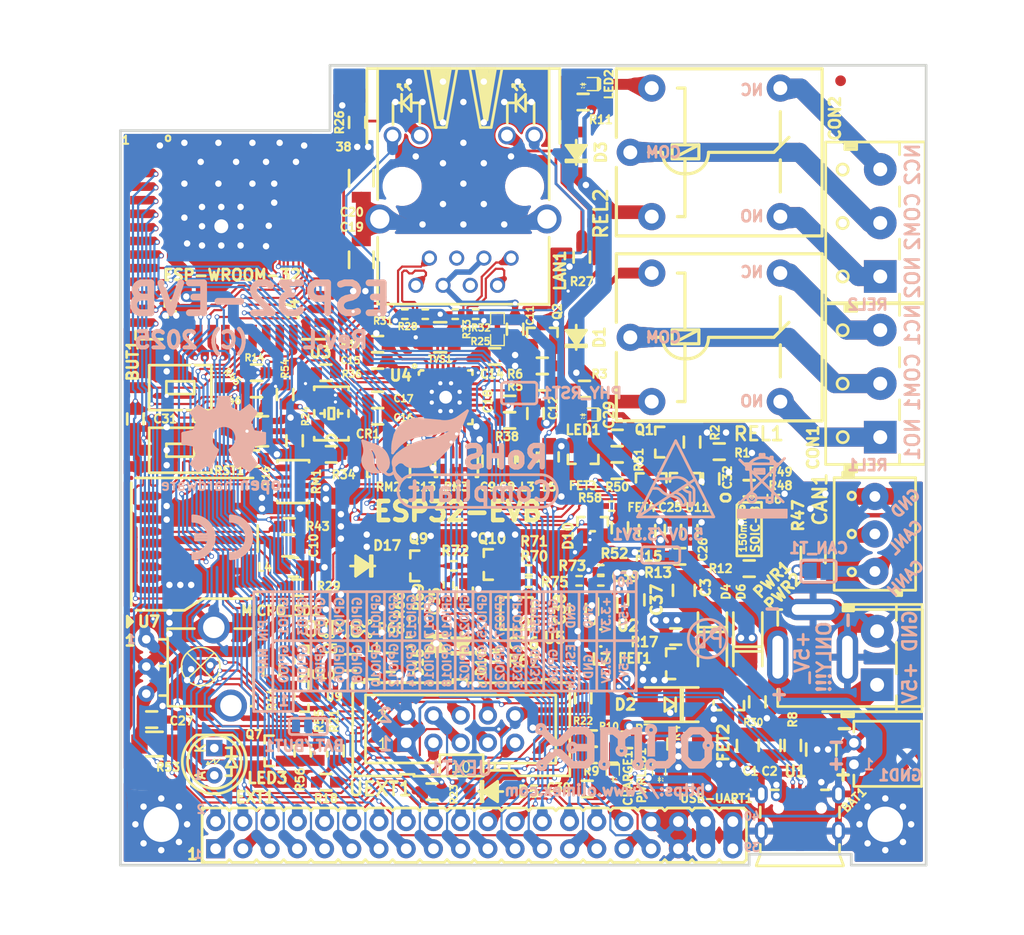
<source format=kicad_pcb>
(kicad_pcb (version 20221018) (generator pcbnew)
  (title_block (title "ESP32-EVB") (date "2025-05-08") (rev "L") (company "OLIMEX Ltd.") (comment 1 "https://www.olimex.com"))
  (layers (0 "F.Cu" mixed) (31 "B.Cu" mixed) (34 "B.Paste" user) (35 "F.Paste" user) (36 "B.SilkS" user "B.Silkscreen") (37 "F.SilkS" user "F.Silkscreen") (38 "B.Mask" user) (39 "F.Mask" user) (44 "Edge.Cuts" user))
  (net 0 "")
  (net 1 "+5V")
  (net 2 "GND")
  (net 3 "Net-(U6-VDD)")
  (net 4 "Net-(BUT1-Pad2)")
  (net 5 "/GPI34{slash}BUT1")
  (net 6 "Net-(C5-Pad2)")
  (net 7 "Net-(U1-VBAT)")
  (net 8 "Net-(D4-K)")
  (net 9 "Net-(CON1-Pad3)")
  (net 10 "Net-(CON1-Pad1)")
  (net 11 "Net-(CON1-Pad2)")
  (net 12 "Net-(CON2-Pad2)")
  (net 13 "Net-(CON2-Pad1)")
  (net 14 "Net-(CON2-Pad3)")
  (net 15 "Net-(MICRO_SD1-VDD)")
  (net 16 "Net-(LAN1-COM)")
  (net 17 "Net-(U4-NRST)")
  (net 18 "Net-(U8-CT)")
  (net 19 "/ESP_EN")
  (net 20 "Net-(U11-VIn)")
  (net 21 "Net-(U5-V3)")
  (net 22 "Net-(U2-FB)")
  (net 23 "Net-(CHARGE1-K)")
  (net 24 "Net-(CR1-OUT)")
  (net 25 "Net-(D1-A)")
  (net 26 "Net-(D3-A)")
  (net 27 "Net-(D5-K)")
  (net 28 "/GPI36{slash}U1RXD")
  (net 29 "Net-(D10-CA)")
  (net 30 "Net-(D15-K)")
  (net 31 "/GPIO3{slash}U0RXD")
  (net 32 "/GPIO1{slash}U0TXD")
  (net 33 "Net-(D16-A)")
  (net 34 "Net-(D17-K)")
  (net 35 "/GPIO0{slash}XTAL1{slash}CLKIN")
  (net 36 "/PHYAD0")
  (net 37 "/PHYAD1")
  (net 38 "/PHYAD2")
  (net 39 "/RMIISEL")
  (net 40 "/VDD1A-2A")
  (net 41 "/VDDCR")
  (net 42 "/GPIO2{slash}HS2_DATA0")
  (net 43 "/GPIO4{slash}U1TXD")
  (net 44 "/GPIO5{slash}CAN-TX")
  (net 45 "/GPIO6{slash}SD_CLK")
  (net 46 "/GPIO7{slash}SD_DATA0")
  (net 47 "/GPIO8{slash}SD_DATA1")
  (net 48 "/GPIO9{slash}SD_DATA2")
  (net 49 "Net-(C19-Pad1)")
  (net 50 "/CANL")
  (net 51 "/CANH")
  (net 52 "Net-(CAN_T1-Pad1)")
  (net 53 "/GPIO10{slash}SD_DATA3")
  (net 54 "/+5V_EXT")
  (net 55 "/GPIO11{slash}SD_CMD")
  (net 56 "/GPIO12{slash}IR_Transmit")
  (net 57 "/GPIO13{slash}I2C-SDA")
  (net 58 "/GPIO14{slash}HS2_CLK")
  (net 59 "/GPIO15{slash}HS2_CMD")
  (net 60 "/GPIO16{slash}I2C-SCL")
  (net 61 "/GPIO17{slash}SPI_CS")
  (net 62 "/GPIO18{slash}MDIO(RMII)")
  (net 63 "/GPIO19{slash}EMAC_TXD0(RMII)")
  (net 64 "/GPIO21{slash}EMAC_TX_EN(RMII)")
  (net 65 "/GPIO22{slash}EMAC_TXD1(RMII)")
  (net 66 "/GPIO23{slash}MDC(RMII)")
  (net 67 "/GPIO25{slash}EMAC_RXD0(RMII)")
  (net 68 "/GPIO26{slash}EMAC_RXD1(RMII)")
  (net 69 "/GPIO27{slash}EMAC_RX_CRS_DV")
  (net 70 "/+5V_USB")
  (net 71 "/GPIO32{slash}REL1")
  (net 72 "/GPIO33{slash}REL2")
  (net 73 "/GPI35{slash}CAN-RX")
  (net 74 "/GPI39{slash}IR_RECEIVE")
  (net 75 "Net-(FET4-D)")
  (net 76 "Net-(U2-SW)")
  (net 77 "Net-(LAN1-AG)")
  (net 78 "Net-(LAN1-AY)")
  (net 79 "Net-(LAN1-KG)")
  (net 80 "Net-(LAN1-KY)")
  (net 81 "Net-(LED1-A)")
  (net 82 "Net-(LED2-A)")
  (net 83 "Net-(LED3-A)")
  (net 84 "Net-(LED3-K)")
  (net 85 "/OSC_DIS")
  (net 86 "Net-(MICRO_SD1-DAT2{slash}RES)")
  (net 87 "Net-(MICRO_SD1-CD{slash}DAT3{slash}CS)")
  (net 88 "Net-(MICRO_SD1-CLK{slash}SCLK)")
  (net 89 "Net-(MICRO_SD1-DAT0{slash}DO)")
  (net 90 "Net-(MICRO_SD1-DAT1{slash}RES)")
  (net 91 "/D_Com")
  (net 92 "+3.3VLAN")
  (net 93 "Net-(C29-Pad2)")
  (net 94 "Net-(PWRLED1-K)")
  (net 95 "Net-(Q1-B)")
  (net 96 "Net-(Q2-B)")
  (net 97 "Net-(Q7-B)")
  (net 98 "/BUT1")
  (net 99 "Net-(BAT/BUT1-Pad3)")
  (net 100 "Net-(Q9-B)")
  (net 101 "Net-(Q9-E)")
  (net 102 "Net-(Q10-B)")
  (net 103 "Net-(Q10-E)")
  (net 104 "/RXN-")
  (net 105 "/RXP+")
  (net 106 "/TXN-")
  (net 107 "/TXP+")
  (net 108 "+3.3V")
  (net 109 "Net-(Q10-C)")
  (net 110 "Net-(U1-CHRGb)")
  (net 111 "Net-(U1-PROG)")
  (net 112 "Net-(U6-VIO)")
  (net 113 "Net-(U6-RxD)")
  (net 114 "Net-(U4-RBIAS)")
  (net 115 "Net-(U9-A1)")
  (net 116 "Net-(U6-STBY)")
  (net 117 "Net-(U5-CTS#)")
  (net 125 "/D+")
  (net 126 "/D-")
  (footprint "OLIMEX_Other-FP:Mounting_hole_3.3mm" (layer "F.Cu") (at 140.97 70.358)
    (fp_text reference "MH1" hide)
    (fp_text value "Mounting_hole_Shield_3.3mm" hide)
  )
  (footprint "OLIMEX_Other-FP:Mounting_hole_Shield_3.3mm" (layer "F.Cu") (at 140.97 137.922)
    (fp_text reference "MH2" hide)
    (fp_text value "Mounting_hole_Shield_3.3mm" hide)
  )
  (footprint "OLIMEX_Other-FP:Mounting_hole_Shield_3.3mm" (layer "F.Cu") (at 73.406 137.922)
    (fp_text reference "MH3" hide)
    (fp_text value "Mounting_hole_Shield_3.3mm" hide)
  )
  (footprint "OLIMEX_Connectors-FP:HN2x20" (layer "F.Cu") (at 102.616 138.938)
    (fp_text reference "EXT1")
    (fp_text value "NA(HN2x20)")
  )
  (footprint "OLIMEX_RLC-FP:C_0603_5MIL_DWS" (layer "F.Cu") (at 91.059 122.809)
    (fp_text reference "C5")
    (fp_text value "22uF/6.3V/20%/X5R/C0603")
  )
  (footprint "OLIMEX_RLC-FP:C_0603_5MIL_DWS" (layer "F.Cu") (at 105.664 104.013 90)
    (fp_text reference "C8")
    (fp_text value "22uF/6.3V/20%/X5R/C0603")
  )
  (footprint "OLIMEX_RLC-FP:C_0603_5MIL_DWS" (layer "F.Cu") (at 104.14 104.013 90)
    (fp_text reference "C9")
    (fp_text value "22uF/6.3V/20%/X5R/C0603")
  )
  (footprint "OLIMEX_RLC-FP:C_0805_5MIL_DWS" (layer "F.Cu") (at 85.217 111.887)
    (fp_text reference "C10")
    (fp_text value "47uF/6.3V/20%/X5R/C0805")
  )
  (footprint "OLIMEX_RLC-FP:C_0603_5MIL_DWS" (layer "F.Cu") (at 97.79 104.013 -90)
    (fp_text reference "C13")
    (fp_text value "100nF/50V/20%/Y5V/C0603")
  )
  (footprint "OLIMEX_RLC-FP:C_0603_5MIL_DWS" (layer "F.Cu") (at 93.599 94.615 180)
    (fp_text reference "C15")
    (fp_text value "100nF/50V/20%/Y5V/C0603")
  )
  (footprint "OLIMEX_RLC-FP:C_0603_5MIL_DWS" (layer "F.Cu") (at 93.599 99.822 180)
    (fp_text reference "C16")
    (fp_text value "2.2uF/6.3V/10%/X5R/C0603")
  )
  (footprint "OLIMEX_RLC-FP:C_0603_5MIL_DWS" (layer "F.Cu") (at 93.599 98.298 180)
    (fp_text reference "C17")
    (fp_text value "100nF/50V/20%/Y5V/C0603")
  )
  (footprint "OLIMEX_RLC-FP:C_0603_5MIL_DWS" (layer "F.Cu") (at 105.918 98.679 180)
    (fp_text reference "C18")
    (fp_text value "1nF/50V/5%/NPO(COG)/C0603")
  )
  (footprint "OLIMEX_Connectors-FP:TB3-DG306-5.0_3P" (layer "F.Cu") (at 140.5 96.774 90)
    (fp_text reference "CON1")
    (fp_text value "DG306-5.0-3P")
  )
  (footprint "OLIMEX_Connectors-FP:TB3-DG306-5.0_3P" (layer "F.Cu") (at 140.5 81.774 90)
    (fp_text reference "CON2")
    (fp_text value "DG306-5.0-3P")
  )
  (footprint "OLIMEX_Crystal-FP:5032-4P_HCX-3S" (layer "F.Cu") (at 89.281 99.568 90)
    (fp_text reference "CR1")
    (fp_text value "Q50MHz/25ppm/3V/4P/5x3.2mm")
  )
  (footprint "OLIMEX_Diodes-FP:SOD-123_1C-2A_KA" (layer "F.Cu") (at 112.141 92.456 90)
    (fp_text reference "D1")
    (fp_text value "1N5819S4(SOD-123)")
  )
  (footprint "OLIMEX_Diodes-FP:SOD-123_1C-2A_KA" (layer "F.Cu") (at 112.141 75.184 90)
    (fp_text reference "D3")
    (fp_text value "1N5819S4(SOD-123)")
  )
  (footprint "OLIMEX_Diodes-FP:SMA-KA" (layer "F.Cu") (at 124.841 120.65 -90)
    (fp_text reference "D4")
    (fp_text value "1N5822/SS34/SMA")
  )
  (footprint "OLIMEX_Diodes-FP:SOD-123_1C-2A_KA" (layer "F.Cu") (at 104.14 134.874)
    (fp_text reference "D5")
    (fp_text value "1N5819S4(SOD-123)")
  )
  (footprint "OLIMEX_Transistors-FP:SOT23" (layer "F.Cu") (at 121.158 122.936)
    (fp_text reference "FET1")
    (fp_text value "WPM2015-3/TR")
  )
  (footprint "OLIMEX_RLC-FP:L_0805_5MIL_DWS" (layer "F.Cu") (at 107.569 103.632 90)
    (fp_text reference "L3")
    (fp_text value "600R/2A/UPZ2012E-601-2R0TF")
  )
  (footprint "OLIMEX_LEDs-FP:LED_0603_KA" (layer "F.Cu") (at 112.776 99.695 180)
    (fp_text reference "LED1")
    (fp_text value "LED/GREEN/0603")
  )
  (footprint "OLIMEX_LEDs-FP:LED_0603_KA" (layer "F.Cu") (at 112.776 68.834 180)
    (fp_text reference "LED2")
    (fp_text value "LED/GREEN/0603")
  )
  (footprint "OLIMEX_Connectors-FP:PWRJ-2mm(YDJ-1136)" (layer "F.Cu") (at 130.937 117.569 180)
    (fp_text reference "PWR1")
    (fp_text value "PWRJ-2mm(YDJ-1134)")
  )
  (footprint "OLIMEX_Connectors-FP:TB2-DG306-5.0_2P" (layer "F.Cu") (at 140.208 122.395 90)
    (fp_text reference "PWR2")
    (fp_text value "NA(TB2 DG306-5.0-2P)")
  )
  (footprint "OLIMEX_Transistors-FP:SOT23" (layer "F.Cu") (at 120.142 102.235)
    (fp_text reference "Q1")
    (fp_text value "BC817-40(SOT23)")
  )
  (footprint "OLIMEX_Transistors-FP:SOT23" (layer "F.Cu") (at 108.966 92.202 -90)
    (fp_text reference "Q2")
    (fp_text value "BC817-40(SOT23)")
  )
  (footprint "OLIMEX_RLC-FP:R_0603_5MIL_DWS" (layer "F.Cu") (at 112.903 97.282 180)
    (fp_text reference "R3")
    (fp_text value "2.2k/R0603")
  )
  (footprint "OLIMEX_RLC-FP:R_0603_5MIL_DWS" (layer "F.Cu") (at 108.966 96.647 180)
    (fp_text reference "R5")
    (fp_text value "1k/R0603")
  )
  (footprint "OLIMEX_RLC-FP:R_0603_5MIL_DWS" (layer "F.Cu") (at 108.966 95.123 180)
    (fp_text reference "R6")
    (fp_text value "10k/R0603")
  )
  (footprint "OLIMEX_RLC-FP:R_0603_5MIL_DWS" (layer "F.Cu") (at 112.776 70.485 180)
    (fp_text reference "R11")
    (fp_text value "2.2k/R0603")
  )
  (footprint "OLIMEX_RLC-FP:R_0603_5MIL_DWS" (layer "F.Cu") (at 82.296 95.758)
    (fp_text reference "R14")
    (fp_text value "220R/R0603")
  )
  (footprint "OLIMEX_RLC-FP:R_0603_5MIL_DWS" (layer "F.Cu") (at 82.042 103.759 180)
    (fp_text reference "R16")
    (fp_text value "220R/R0603")
  )
  (footprint "OLIMEX_RLC-FP:R_0603_5MIL_DWS" (layer "F.Cu") (at 88.773 133.985)
    (fp_text reference "R18")
    (fp_text value "2.2k/R0603")
  )
  (footprint "OLIMEX_RLC-FP:R_0603_5MIL_DWS" (layer "F.Cu") (at 89.662 131.064 90)
    (fp_text reference "R21")
    (fp_text value "2.2k/R0603")
  )
  (footprint "OLIMEX_RLC-FP:R_0603_5MIL_DWS" (layer "F.Cu") (at 98.679 134.874 180)
    (fp_text reference "R23")
    (fp_text value "10k/R0603")
  )
  (footprint "OLIMEX_RLC-FP:R_0603_5MIL_DWS" (layer "F.Cu") (at 91.694 72.39 90)
    (fp_text reference "R26")
    (fp_text value "220R/R0603")
  )
  (footprint "OLIMEX_RLC-FP:R_0603_5MIL_DWS" (layer "F.Cu") (at 112.649 84.963 -90)
    (fp_text reference "R27")
    (fp_text value "220R/R0603")
  )
  (footprint "OLIMEX_RLC-FP:R_0603_5MIL_DWS" (layer "F.Cu") (at 86.106 115.824 180)
    (fp_text reference "R29")
    (fp_text value "10k/R0603")
  )
  (footprint "OLIMEX_RLC-FP:R_0603_5MIL_DWS" (layer "F.Cu") (at 89.281 103.378)
    (fp_text reference "R34")
    (fp_text value "10k/R0603")
  )
  (footprint "OLIMEX_RLC-FP:R_0603_5MIL_DWS" (layer "F.Cu") (at 88.773 95.758)
    (fp_text reference "R36")
    (fp_text value "10R/R0603")
  )
  (footprint "OLIMEX_RLC-FP:R_0603_5MIL_DWS" (layer "F.Cu") (at 105.918 100.203)
    (fp_text reference "R38")
    (fp_text value "10k/R0603")
  )
  (footprint "OLIMEX_RLC-FP:R_0603_5MIL_DWS" (layer "F.Cu") (at 93.599 93.091 180)
    (fp_text reference "R39")
    (fp_text value "12.1k/1%/R0603")
  )
  (footprint "OLIMEX_Relays-FP:Relay_RAS-05-15" (layer "F.Cu") (at 125.476 92.456 180)
    (fp_text reference "REL1")
    (fp_text value "RAS-0515 (SUNHOLD)")
  )
  (footprint "OLIMEX_Relays-FP:Relay_RAS-05-15" (layer "F.Cu") (at 125.476 75.184 180)
    (fp_text reference "REL2")
    (fp_text value "RAS-0515 (SUNHOLD)")
  )
  (footprint "OLIMEX_RLC-FP:R_MATRIX_4" (layer "F.Cu") (at 85.725 105.918 -90)
    (fp_text reference "RM1")
    (fp_text value "RA1206_(4X0603)_4B8_2.2k")
  )
  (footprint "OLIMEX_RLC-FP:R_MATRIX_4" (layer "F.Cu") (at 94.615 104.013)
    (fp_text reference "RM2")
    (fp_text value "RA1206_(4X0603)_4B8_2.2k")
  )
  (footprint "OLIMEX_RLC-FP:R_MATRIX_4" (layer "F.Cu") (at 100.965 104.013 180)
    (fp_text reference "RM3")
    (fp_text value "RA1206_(4X0603)_4B8_2.2k")
  )
  (footprint "OLIMEX_Cases-FP:ESP-WROOM-32_MODULE" (layer "F.Cu") (at 80.01 79.883)
    (fp_text reference "U3")
    (fp_text value "ESP32-WROOM-32E-N4")
  )
  (footprint "OLIMEX_IC-FP:QFN32_EP(33)_5.00x5.00x0.90mm_Pitch_0.50mm" (layer "F.Cu") (at 99.949 98.044 -90)
    (fp_text reference "U4")
    (fp_text value "LAN8710A-EZC(QFN32)")
  )
  (footprint "OLIMEX_Connectors-FP:UEXT_ML10" (layer "F.Cu") (at 101.346 129.032)
    (fp_text reference "UEXT1")
    (fp_text value "BH10S(B-D-02x5-LF)")
  )
  (footprint "OLIMEX_Connectors-FP:TFC-WXCP11-08-LF" (layer "F.Cu") (at 76.327 111.125 180)
    (fp_text reference "MICRO_SD1")
    (fp_text value "TFC-WXCP11-08-LF")
  )
  (footprint "OLIMEX_Buttons-FP:T1107A(6x3,8x2,5MM)" (layer "F.Cu") (at 75.184 97.155 180)
    (fp_text reference "BUT1")
    (fp_text value "T1107A(6x3,8x2,5MM)")
  )
  (footprint "OLIMEX_Connectors-FP:RJLBC-060TC1" (layer "F.Cu") (at 101.6 78.359 180)
    (fp_text reference "LAN1")
    (fp_text value "RJLBC-060TC1(LPJ4013EDNL)")
  )
  (footprint "OLIMEX_RLC-FP:C_1206_5MIL_DWS_ISO" (layer "F.Cu") (at 92.075 85.217 -90)
    (fp_text reference "C19")
    (fp_text value "1nF/2000V/10%/X7R/C1206")
  )
  (footprint "OLIMEX_RLC-FP:C_1206_5MIL_DWS_ISO" (layer "F.Cu") (at 92.075 77.597 90)
    (fp_text reference "C20")
    (fp_text value "NA(1nF/2000V/10%/X7R/C1206)")
  )
  (footprint "OLIMEX_RLC-FP:R_0603_5MIL_DWS" (layer "F.Cu") (at 119.888 130.429 90)
    (fp_text reference "R4")
    (fp_text value "2.2k/R0603")
  )
  (footprint "OLIMEX_RLC-FP:C_0603_5MIL_DWS" (layer "F.Cu") (at 121.158 110.49 -90)
    (fp_text reference "C25")
    (fp_text value "100nF/50V/20%/Y5V/C0603")
  )
  (footprint "OLIMEX_RLC-FP:C_0603_5MIL_DWS" (layer "F.Cu") (at 72.517 128.143)
    (fp_text reference "C27")
    (fp_text value "100nF/50V/20%/Y5V/C0603")
  )
  (footprint "OLIMEX_Connectors-FP:TB3-3.5mm" (layer "F.Cu") (at 140 110.815 -90)
    (fp_text reference "CAN1")
    (fp_text value "TB3-3.5ММ(HD-351 3P)")
  )
  (footprint "OLIMEX_Diodes-FP:SMA-KA" (layer "F.Cu") (at 128.143 120.65 90)
    (fp_text reference "D6")
    (fp_text value "1N5822/SS34/SMA")
  )
  (footprint "OLIMEX_Transistors-FP:SOT23" (layer "F.Cu") (at 126.365 126.619 90)
    (fp_text reference "FET2")
    (fp_text value "WPM2015-3/TR")
  )
  (footprint "OLIMEX_LEDs-FP:LED-5mm-PTH-AK" (layer "F.Cu") (at 78.359 132.08 90)
    (fp_text reference "LED3")
    (fp_text value "LED/IR333-A/5mm")
  )
  (footprint "OLIMEX_Transistors-FP:SOT23" (layer "F.Cu") (at 83.693 131.064)
    (fp_text reference "Q7")
    (fp_text value "BC817-40(SOT23)")
  )
  (footprint "OLIMEX_RLC-FP:R_0603_5MIL_DWS" (layer "F.Cu") (at 129.032 126.492 -90)
    (fp_text reference "R30")
    (fp_text value "10k/R0603")
  )
  (footprint "OLIMEX_RLC-FP:R_0603_5MIL_DWS" (layer "F.Cu") (at 82.296 97.282 180)
    (fp_text reference "R45")
    (fp_text value "10k/R0603")
  )
  (footprint "OLIMEX_RLC-FP:R_1206_5MIL_DWS" (layer "F.Cu") (at 134.239 112.776 90)
    (fp_text reference "R47")
    (fp_text value "120R/R1206")
  )
  (footprint "OLIMEX_RLC-FP:R_0603_5MIL_DWS" (layer "F.Cu") (at 128.27 106.553 180)
    (fp_text reference "R48")
    (fp_text value "NA/R0603")
  )
  (footprint "OLIMEX_RLC-FP:R_0603_5MIL_DWS" (layer "F.Cu") (at 128.27 105.029 180)
    (fp_text reference "R49")
    (fp_text value "10k/R0603")
  )
  (footprint "OLIMEX_RLC-FP:R_1206_5MIL_DWS" (layer "F.Cu") (at 72.771 130.429)
    (fp_text reference "R53")
    (fp_text value "6.8R/R1206")
  )
  (footprint "OLIMEX_RLC-FP:R_0603_5MIL_DWS" (layer "F.Cu") (at 84.963 97.79 90)
    (fp_text reference "R54")
    (fp_text value "NA/R0603")
  )
  (footprint "OLIMEX_RLC-FP:R_0603_5MIL_DWS" (layer "F.Cu") (at 88.138 131.064 -90)
    (fp_text reference "R55")
    (fp_text value "1k/R0603")
  )
  (footprint "OLIMEX_RLC-FP:R_0603_5MIL_DWS" (layer "F.Cu") (at 86.614 131.064 -90)
    (fp_text reference "R56")
    (fp_text value "10k/R0603")
  )
  (footprint "OLIMEX_IC-FP:SOIC-8_150mil" (layer "F.Cu") (at 128.27 110.363 -90)
    (fp_text reference "U6")
    (fp_text value "SIT1050T(SOIC-8_150mil)")
  )
  (footprint "OLIMEX_RLC-FP:C_0805_5MIL_DWS" (layer "F.Cu") (at 122.174 116.078 90)
    (fp_text reference "C3")
    (fp_text value "NA(47uF/6.3V/20%/X5R/C0805)")
  )
  (footprint "OLIMEX_RLC-FP:R_0603_5MIL_DWS" (layer "F.Cu") (at 83.693 123.571 -90)
    (fp_text reference "R44")
    (fp_text value "NA/R0603")
  )
  (footprint "OLIMEX_Diodes-FP:DO214AA_1(K)-2(A)" (layer "F.Cu") (at 121.031 126.746 180)
    (fp_text reference "D2")
    (fp_text value "SMBJ6.0A(DO-214AA)")
  )
  (footprint "OLIMEX_RLC-FP:C_0603_5MIL_DWS" (layer "F.Cu") (at 115.951 101.854 180)
    (fp_text reference "C29")
    (fp_text value "22uF/6.3V/20%/X5R/C0603")
  )
  (footprint "OLIMEX_RLC-FP:R_0603_5MIL_DWS" (layer "F.Cu") (at 115.951 104.902 180)
    (fp_text reference "R50")
    (fp_text value "1k/R0603")
  )
  (footprint "OLIMEX_RLC-FP:R_0603_5MIL_DWS" (layer "F.Cu") (at 115.951 103.378 180)
    (fp_text reference "R51")
    (fp_text value "10k/R0603")
  )
  (footprint "OLIMEX_RLC-FP:C_0603_5MIL_DWS" (layer "F.Cu") (at 108.331 99.568 90)
    (fp_text reference "C12")
    (fp_text value "22uF/6.3V/20%/X5R/C0603")
  )
  (footprint "OLIMEX_Transistors-FP:SOT23" (layer "F.Cu") (at 112.776 103.632 90)
    (fp_text reference "FET3")
    (fp_text value "WPM2015-3/TR")
  )
  (footprint "OLIMEX_RLC-FP:L_0805_5MIL_DWS" (layer "F.Cu") (at 109.601 103.632 -90)
    (fp_text reference "L5")
    (fp_text value "NA(600R/2A/UPZ2012E-601-2R0TF)")
  )
  (footprint "OLIMEX_RLC-FP:R_0603_5MIL_DWS" (layer "F.Cu") (at 122.936 102.235 -90)
    (fp_text reference "R2")
    (fp_text value "10k/R0603")
  )
  (footprint "OLIMEX_IC-FP:SOT-23-5" (layer "F.Cu") (at 135.001 130.937 -90)
    (fp_text reference "U1")
    (fp_text value "TP4054-42-SOT25-R")
  )
  (footprint "OLIMEX_RLC-FP:R_0603_5MIL_DWS" (layer "F.Cu") (at 132.334 130.556 90)
    (fp_text reference "R8")
    (fp_text value "2k/1%/R0603")
  )
  (footprint "OLIMEX_RLC-FP:C_0805_5MIL_DWS" (layer "F.Cu") (at 128.143 130.556 -90)
    (fp_text reference "C1")
    (fp_text value "NA(47uF/6.3V/20%/X5R/C0805)")
  )
  (footprint "OLIMEX_RLC-FP:C_0805_5MIL_DWS" (layer "F.Cu") (at 130.175 130.556 -90)
    (fp_text reference "C2")
    (fp_text value "47uF/6.3V/20%/X5R/C0805")
  )
  (footprint "OLIMEX_RLC-FP:C_0603_5MIL_DWS" (layer "F.Cu") (at 104.521 94.234)
    (fp_text reference "C14")
    (fp_text value "100nF/50V/20%/Y5V/C0603")
  )
  (footprint "OLIMEX_RLC-FP:R_0603_5MIL_DWS" (layer "F.Cu") (at 113.538 129.921 180)
    (fp_text reference "R10")
    (fp_text value "470k/R0603")
  )
  (footprint "OLIMEX_RLC-FP:R_0603_5MIL_DWS" (layer "F.Cu") (at 113.538 131.445 180)
    (fp_text reference "R9")
    (fp_text value "470k/R0603")
  )
  (footprint "OLIMEX_RLC-FP:C_0603_5MIL_DWS" (layer "F.Cu") (at 113.157 134.62 180)
    (fp_text reference "C30")
    (fp_text value "100nF/50V/20%/Y5V/C0603")
  )
  (footprint "OLIMEX_Diodes-FP:SOT23-3" (layer "F.Cu") (at 86.487 125.984 180)
    (fp_text reference "U9")
    (fp_text value "BAT54C(SOT23-3)")
  )
  (footprint "OLIMEX_RLC-FP:R_0603_5MIL_DWS" (layer "F.Cu") (at 85.852 102.108 90)
    (fp_text reference "R24")
    (fp_text value "10k/R0603")
  )
  (footprint "OLIMEX_RLC-FP:C_0603_5MIL_DWS" (layer "F.Cu") (at 79.502 100.203 90)
    (fp_text reference "C28")
    (fp_text value "NA(470nF/16V/10%/X7R/C0603)")
  )
  (footprint "OLIMEX_RLC-FP:C_0603_5MIL_DWS" (layer "F.Cu") (at 122.682 110.49 -90)
    (fp_text reference "C26")
    (fp_text value "10uF/6.3V/20%/X5R/C0603")
  )
  (footprint "OLIMEX_RLC-FP:L_0805_5MIL_DWS" (layer "F.Cu") (at 94.742 122.809 180)
    (fp_text reference "L1")
    (fp_text value "600R/2A/UPZ2012E-601-2R0TF")
  )
  (footprint "OLIMEX_RLC-FP:R_0603_5MIL_DWS" (layer "F.Cu") (at 121.412 120.396)
    (fp_text reference "R17")
    (fp_text value "NA/R0603")
  )
  (footprint "OLIMEX_RLC-FP:R_0603_5MIL_DWS" (layer "F.Cu") (at 112.776 126.111 -90)
    (fp_text reference "R22")
    (fp_text value "10k/R0603")
  )
  (footprint "OLIMEX_RLC-FP:R_0603_5MIL_DWS" (layer "F.Cu") (at 116.84 130.048 180)
    (fp_text reference "R7")
    (fp_text value "2.2k/R0603")
  )
  (footprint "OLIMEX_LEDs-FP:LED_0603_KA" (layer "F.Cu") (at 115.57 133.731 -90)
    (fp_text reference "CHARGE1")
    (fp_text value "LED/Yellow/0603")
  )
  (footprint "OLIMEX_RLC-FP:C_0603_5MIL_DWS" (layer "F.Cu") (at 70.993 100.076 90)
    (fp_text reference "C31")
    (fp_text value "1uF/10V/10%/X5R/C0603")
  )
  (footprint "OLIMEX_Buttons-FP:T1107A(6x3,8x2,5MM)" (layer "F.Cu") (at 75.184 102.997 180)
    (fp_text reference "RST1")
    (fp_text value "T1107A(6x3,8x2,5MM)")
  )
  (footprint "OLIMEX_IC-FP:SOT-23-5" (layer "F.Cu") (at 82.804 101.219)
    (fp_text reference "U8")
    (fp_text value "NA(NCP303LSN27T1G(SOT-23-5))")
  )
  (footprint "OLIMEX_RLC-FP:R_0603_5MIL_DWS" (layer "F.Cu") (at 82.296 98.806)
    (fp_text reference "R46")
    (fp_text value "NA/R0603")
  )
  (footprint "OLIMEX_RLC-FP:0R_0603" (layer "F.Cu") (at 104.775 91.694 90)
    (fp_text reference "R25")
    (fp_text value "0R(board_mounted)")
  )
  (footprint "OLIMEX_Connectors-FP:LIPO_BAT-CON2DW02R" (layer "F.Cu") (at 141.1986 131.318 90)
    (fp_text reference "BAT1")
    (fp_text value "DW02R")
  )
  (footprint "OLIMEX_LEDs-FP:LED_0603_KA" (layer "F.Cu") (at 119.888 133.731 -90)
    (fp_text reference "PWRLED1")
    (fp_text value "LED/RED/0603")
  )
  (footprint "OLIMEX_Diodes-FP:SOT23-3" (layer "F.Cu") (at 86.487 122.682 180)
    (fp_text reference "U10")
    (fp_text value "BAT54C(SOT23-3)")
  )
  (footprint "OLIMEX_RLC-FP:R_0603_5MIL_DWS" (layer "F.Cu") (at 128.27 114.046)
    (fp_text reference "R12")
    (fp_text value "NA/R0603")
  )
  (footprint "OLIMEX_RLC-FP:R_0603_5MIL_DWS" (layer "F.Cu") (at 121.793 112.903)
    (fp_text reference "R13")
    (fp_text value "330R/R0603")
  )
  (footprint "OLIMEX_RLC-FP:R_0603_5MIL_DWS" (layer "F.Cu") (at 118.745 110.49 90)
    (fp_text reference "R15")
    (fp_text value "680R/R0603")
  )
  (footprint "OLIMEX_RLC-FP:R_0402_5MIL_DWS" (layer "F.Cu") (at 100.838 90.297)
    (fp_text reference "R33")
    (fp_text value "49.9R/1%/R0402")
  )
  (footprint "OLIMEX_RLC-FP:C_0603_5MIL_DWS" (layer "F.Cu") (at 106.426 91.694 -90)
    (fp_text reference "C11")
    (fp_text value "100nF/50V/20%/Y5V/C0603")
  )
  (footprint "OLIMEX_RLC-FP:R_0402_5MIL_DWS" (layer "F.Cu") (at 102.743 90.297 180)
    (fp_text reference "R32")
    (fp_text value "49.9R/1%/R0402")
  )
  (footprint "OLIMEX_RLC-FP:R_0402_5MIL_DWS" (layer "F.Cu") (at 96.139 90.297)
    (fp_text reference "R31")
    (fp_text value "49.9R/1%/R0402")
  )
  (footprint "OLIMEX_RLC-FP:R_0402_5MIL_DWS" (layer "F.Cu") (at 98.044 90.297 180)
    (fp_text reference "R28")
    (fp_text value "49.9R/1%/R0402")
  )
  (footprint "OLIMEX_RLC-FP:R_0603_5MIL_DWS" (layer "F.Cu") (at 85.344 110.109 180)
    (fp_text reference "R43")
    (fp_text value "10R/R0603")
  )
  (footprint "OLIMEX_RLC-FP:L_0805_5MIL_DWS" (layer "F.Cu") (at 85.725 113.919 180)
    (fp_text reference "L4")
    (fp_text value "600R/2A/UPZ2012E-601-2R0TF")
  )
  (footprint "OLIMEX_Diodes-FP:SOT23-3" (layer "F.Cu") (at 113.665 109.898 -90)
    (fp_text reference "D10")
    (fp_text value "BAT54A(SOT23-3)")
  )
  (footprint "OLIMEX_RLC-FP:R_0603_5MIL_DWS" (layer "F.Cu") (at 116.205 110.236 -90)
    (fp_text reference "R52")
    (fp_text value "100k/R0603")
  )
  (footprint "OLIMEX_RLC-FP:R_0402_5MIL_DWS" (layer "F.Cu") (at 115.443 108.204)
    (fp_text reference "R58")
    (fp_text value "49.9R/1%/R0402")
  )
  (footprint "OLIMEX_IC-FP:SOT-23" (layer "F.Cu") (at 122.301 105.791 -90)
    (fp_text reference "U11")
    (fp_text value "HX7027(SOT-23)")
  )
  (footprint "OLIMEX_Transistors-FP:SOT23" (layer "F.Cu") (at 119.126 105.791 -90)
    (fp_text reference "FET4")
    (fp_text value "BSS138")
  )
  (footprint "OLIMEX_RLC-FP:C_0603_5MIL_DWS" (layer "F.Cu") (at 124.714 105.664 90)
    (fp_text reference "C32")
    (fp_text value "1uF/10V/10%/X5R/C0603")
  )
  (footprint "OLIMEX_RLC-FP:R_0603_5MIL_DWS" (layer "F.Cu") (at 125.476 103.124 180)
    (fp_text reference "R1")
    (fp_text value "1k/R0603")
  )
  (footprint "OLIMEX_LOGOs-FP:LOGO_OLIMEX_80" (layer "F.Cu") (at 89.916 119.634)
    (fp_text reference "Logo-Olimex_Small" hide)
    (fp_text value "" hide)
  )
  (footprint "OLIMEX_Connectors-FP:USB-MICRO_MISB-SWMM-5B_LF" (layer "F.Cu") (at 133 138.303 -90)
    (fp_text reference "USB-UART1")
    (fp_text value "MISB-SWMM-5B-LF")
  )
  (footprint "OLIMEX_Diodes-FP:SOT-23-5" (layer "F.Cu") (at 99.441 92.456 180)
    (fp_text reference "TVS1")
    (fp_text value "ESDS314DBVR(SOT-23-5)")
  )
  (footprint "OLIMEX_RLC-FP:C_0402_5MIL_DWS" (layer "F.Cu") (at 114.427 115.189 180)
    (fp_text reference "C39")
    (fp_text value "NA(120pF/50V/5%/C0G/C0402)")
  )
  (footprint "OLIMEX_RLC-FP:R_0402_5MIL_DWS" (layer "F.Cu") (at 114.427 114.173 180)
    (fp_text reference "R73")
    (fp_text value "180k/1%/R0402")
  )
  (footprint "OLIMEX_RLC-FP:R_0402_5MIL_DWS" (layer "F.Cu") (at 107.696 115.316)
    (fp_text reference "R70")
    (fp_text value "4.7k/R0402")
  )
  (footprint "OLIMEX_Regulators-FP:SOT-563-6" (layer "F.Cu") (at 115.062 117.475 -90)
    (fp_text reference "U2")
    (fp_text value "TPS62A02ADRLR(SOT-563-6)")
  )
  (footprint "OLIMEX_RLC-FP:R_0402_5MIL_DWS" (layer "F.Cu") (at 100.203 115.57 -90)
    (fp_text reference "R69")
    (fp_text value "1k/R0402")
  )
  (footprint "OLIMEX_Diodes-FP:SOD-123_1C-2A_KA" (layer "F.Cu") (at 99.06 121.158 -90)
    (fp_text reference "D15")
    (fp_text value "1N5819S4(SOD-123)")
  )
  (footprint "OLIMEX_RLC-FP:R_0402_5MIL_DWS" (layer "F.Cu") (at 107.696 114.173 180)
    (fp_text reference "R71")
    (fp_text value "1k/R0402")
  )
  (footprint "OLIMEX_RLC-FP:C_0603_5MIL_DWS" (layer "F.Cu") (at 101.727 116.332 90)
    (fp_text reference "C35")
    (fp_text value "22uF/6.3V/20%/X5R/C0603")
  )
  (footprint "OLIMEX_RLC-FP:R_0402_5MIL_DWS" (layer "F.Cu") (at 97.028 118.872 -90)
    (fp_text reference "R66")
    (fp_text value "10k/R0402")
  )
  (footprint "OLIMEX_RLC-FP:C_0402_5MIL_DWS" (layer "F.Cu") (at 104.648 121.158)
    (fp_text reference "C36")
    (fp_text value "100nF/10V/20%/X5R/C04020")
  )
  (footprint "OLIMEX_Diodes-FP:SOD-123_1C-2A_KA" (layer "F.Cu") (at 101.473 121.158 90)
    (fp_text reference "D16")
    (fp_text value "1N5819S4(SOD-123)")
  )
  (footprint "OLIMEX_IC-FP:RPM7236-H8" (layer "F.Cu") (at 77.089 123.19 -90)
    (fp_text reference "U7")
    (fp_text value "VS1838B")
  )
  (footprint "OLIMEX_IC-FP:MSOP-10_Pitch-0.5mm_3.00x3.00x1.00mm" (layer "F.Cu") (at 106.553 118.237 90)
    (fp_text reference "U5")
    (fp_text value "CH340X(MSOP-10)")
  )
  (footprint "OLIMEX_Other-FP:Fiducial1x3_Paste" (layer "F.Cu") (at 90.8 68.7)
    (fp_text reference "FID5" hide)
    (fp_text value "Fiducial" hide)
  )
  (footprint "OLIMEX_RLC-FP:L_2016_MM" (layer "F.Cu") (at 114.427 120.523 180)
    (fp_text reference "L7")
    (fp_text value "1.0uH/4.2A/DCR=35mR/20%/2.00x1.60x1.00mm/L2016(PIM201610-1R0MTS00)")
  )
  (footprint "OLIMEX_RLC-FP:R_0402_5MIL_DWS" (layer "F.Cu") (at 112.395 115.189 180)
    (fp_text reference "R75")
    (fp_text value "40.2k/1%/R0402")
  )
  (footprint "OLIMEX_RLC-FP:R_0402_5MIL_DWS" (layer "F.Cu") (at 104.648 122.301 180)
    (fp_text reference "R67")
    (fp_text value "10k/R0402")
  )
  (footprint "OLIMEX_Transistors-FP:SOT23" (layer "F.Cu") (at 104.14 113.665)
    (fp_text reference "Q10")
    (fp_text value "BC817-40(SOT23)")
  )
  (footprint "OLIMEX_RLC-FP:R_0402_5MIL_DWS" (layer "F.Cu") (at 100.711 113.792 180)
    (fp_text reference "R72")
    (fp_text value "220R/R0402")
  )
  (footprint "OLIMEX_Other-FP:Fiducial1x3" (layer "F.Cu") (at 136.8 68.5)
    (fp_text reference "FID3" hide)
    (fp_text value "Fiducial" hide)
  )
  (footprint "OLIMEX_Transistors-FP:SOT23" (layer "F.Cu") (at 97.282 113.792)
    (fp_text reference "Q9")
    (fp_text value "BC817-40(SOT23)")
  )
  (footprint "OLIMEX_RLC-FP:C_0603_5MIL_DWS" (layer "F.Cu") (at 112.268 117.856 90)
    (fp_text reference "C38")
    (fp_text value "22uF/6.3V/20%/X5R/C0603")
  )
  (footprint "OLIMEX_Other-FP:Fiducial1x3" (layer "F.Cu") (at 71.5 133.4)
    (fp_text reference "FID1" hide)
    (fp_text value "Fiducial" hide)
  )
  (footprint "OLIMEX_RLC-FP:C_0603_5MIL_DWS" (layer "F.Cu") (at 117.729 116.967 90)
    (fp_text reference "C37")
    (fp_text value "22uF/6.3V/20%/X5R/C0603")
  )
  (footprint "OLIMEX_Diodes-FP:SOD-123_1C-2A_KA" (layer "F.Cu") (at 92.202 113.792 180)
    (fp_text reference "D17")
    (fp_text value "1N5819S4(SOD-123)")
  )
  (footprint "OLIMEX_RLC-FP:R_0402_5MIL_DWS" (layer "F.Cu") (at 96.52 120.904 180)
    (fp_text reference "R68")
    (fp_text value "NA(10k/R0402)")
  )
  (footprint "OLIMEX_Other-FP:Fiducial1x3_Paste" (layer "F.Cu") (at 142.7 130)
    (fp_text reference "FID4" hide)
    (fp_text value "Fiducial" hide)
  )
  (footprint "OLIMEX_Other-FP:Fiducial1x3" (layer "F.Cu") (at 142.7 132.7)
    (fp_text reference "FID2" hide)
    (fp_text value "Fiducial" hide)
  )
  (footprint "OLIMEX_Jumpers-FP:SJ" (layer "B.Cu") (at 106.807 97.663 180)
    (fp_text reference "PHY_RST1")
    (fp_text value "Opened")
  )
  (footprint "OLIMEX_Jumpers-FP:SJ_2_SMALL_12_TIED" (layer "B.Cu") (at 120.015 112.776 180)
    (fp_text reference "5.0V/3.3V1")
    (fp_text value "Closed(1-2)/Opened(2-3)")
  )
  (footprint "OLIMEX_Jumpers-FP:SJ" (layer "B.Cu") (at 134.747 114.3)
    (fp_text reference "CAN_T1")
    (fp_text value "Opened")
  )
  (footprint "OLIMEX_LOGOs-FP:LOGO_ANTISTATIC_1" (layer "B.Cu") (at 124.968 109.22 180)
    (fp_text reference "Sign-Antistatic" hide)
    (fp_text value "Val**" hide)
  )
  (footprint "OLIMEX_LOGOs-FP:LOGO_OPENHARDWARE_8x8" (layer "B.Cu") (at 79.248 101.981 180)
    (fp_text reference "Logo-OSHW" hide)
    (fp_text value "" hide)
  )
  (footprint "OLIMEX_LOGOs-FP:LOGO_PBFREE" (layer "B.Cu") (at 124.587 120.269)
    (fp_text reference "Sign-PbFree")
    (fp_text value "")
  )
  (footprint "OLIMEX_LOGOs-FP:LOGO_RECYCLEBIN_1" (layer "B.Cu") (at 131.826 109.347 180)
    (fp_text reference "Sign-RecycleBin" hide)
    (fp_text value "" hide)
  )
  (footprint "OLIMEX_LOGOs-FP:LOGO_ROHS_1" (layer "B.Cu") (at 109.347 107.696 180)
    (fp_text reference "Sign-RoHS" hide)
    (fp_text value "Val**" hide)
  )
  (footprint "OLIMEX_LOGOs-FP:OLIMEX_LOGO_TB" (layer "B.Cu") (at 116.459 130.683 180)
    (fp_text reference "Logo-Olimex-Big" hide)
    (fp_text value "" hide)
  )
  (footprint "OLIMEX_Jumpers-FP:SJ_2_SMALL" (layer "B.Cu") (at 87.122 128.778)
    (fp_text reference "BAT/BUT1")
    (fp_text value "Opened(2-3)/Soldered(1-2)")
  )
  (footprint "OLIMEX_Other-FP:TESTPAD_40-ROUND" (layer "B.Cu") (at 143.002 131.826)
    (fp_text reference "GND1")
    (fp_text value "TESTPAD" hide)
  )
  (footprint "OLIMEX_LOGOs-FP:CE_Sign" (layer "B.Cu") (at 78.105 111.125 180)
    (fp_text reference "Sign_CE" hide)
    (fp_text value "CE_Sign" hide)
  )
  (gr_line (start 83.82 116.205) (end 117.729 116.205) (stroke (width 0.254)) (layer "B.SilkS"))
  (gr_line (start 97.536 116.205) (end 97.536 125.476) (stroke (width 0.254)) (layer "B.SilkS"))
  (gr_line (start 95.885 116.332) (end 95.885 125.476) (stroke (width 0.254)) (layer "B.SilkS"))
  (gr_line (start 115.697 116.205) (end 115.697 125.476) (stroke (width 0.254)) (layer "B.SilkS"))
  (gr_line (start 82.042 116.205) (end 82.042 127.381) (stroke (width 0.254)) (layer "B.SilkS"))
  (gr_line (start 87.376 116.205) (end 87.376 125.476) (stroke (width 0.254)) (layer "B.SilkS"))
  (gr_line (start 107.442 116.205) (end 107.442 125.476) (stroke (width 0.254)) (layer "B.SilkS"))
  (gr_line (start 117.729 114.427) (end 117.729 125.476) (stroke (width 0.254)) (layer "B.SilkS"))
  (gr_line (start 83.82 125.476) (end 117.729 125.476) (stroke (width 0.254)) (layer "B.SilkS"))
  (gr_line (start 83.82 120.777) (end 117.729 120.777) (stroke (width 0.254)) (layer "B.SilkS"))
  (gr_line (start 112.395 116.205) (end 112.395 125.476) (stroke (width 0.254)) (layer "B.SilkS"))
  (gr_line (start 92.583 116.205) (end 92.583 125.476) (stroke (width 0.254)) (layer "B.SilkS"))
  (gr_line (start 100.838 116.205) (end 100.838 125.476) (stroke (width 0.254)) (layer "B.SilkS"))
  (gr_line (start 104.14 116.205) (end 104.14 125.476) (stroke (width 0.254)) (layer "B.SilkS"))
  (gr_line (start 115.697 116.332) (end 115.697 114.427) (stroke (width 0.254)) (layer "B.SilkS"))
  (gr_line (start 110.744 116.205) (end 110.744 125.476) (stroke (width 0.254)) (layer "B.SilkS"))
  (gr_line (start 85.725 116.205) (end 85.725 127.381) (stroke (width 0.254)) (layer "B.SilkS"))
  (gr_line (start 115.697 114.427) (end 117.729 114.427) (stroke (width 0.254)) (layer "B.SilkS"))
  (gr_line (start 90.805 116.205) (end 90.805 125.476) (stroke (width 0.254)) (layer "B.SilkS"))
  (gr_line (start 99.187 116.205) (end 99.187 125.476) (stroke (width 0.254)) (layer "B.SilkS"))
  (gr_line (start 83.82 127.381) (end 85.725 127.381) (stroke (width 0.254)) (layer "B.SilkS"))
  (gr_line (start 102.489 116.205) (end 102.489 125.476) (stroke (width 0.254)) (layer "B.SilkS"))
  (gr_line (start 89.154 116.205) (end 89.154 125.476) (stroke (width 0.254)) (layer "B.SilkS"))
  (gr_line (start 109.093 116.205) (end 109.093 125.476) (stroke (width 0.254)) (layer "B.SilkS"))
  (gr_line (start 83.82 116.205) (end 83.82 127.381) (stroke (width 0.254)) (layer "B.SilkS"))
  (gr_line (start 94.234 116.205) (end 94.234 125.476) (stroke (width 0.254)) (layer "B.SilkS"))
  (gr_line (start 82.042 127.381) (end 83.82 127.381) (stroke (width 0.254)) (layer "B.SilkS"))
  (gr_line (start 105.791 116.205) (end 105.791 125.476) (stroke (width 0.254)) (layer "B.SilkS"))
  (gr_line (start 114.046 116.205) (end 114.046 125.476) (stroke (width 0.254)) (layer "B.SilkS"))
  (gr_line (start 83.82 116.205) (end 82.042 116.205) (stroke (width 0.254)) (layer "B.SilkS"))
  (gr_line (start 70.231 118.491) (end 70.231 119.507) (stroke (width 0.254)) (layer "F.SilkS"))
  (gr_line (start 70.358 118.618) (end 70.358 119.38) (stroke (width 0.254)) (layer "F.SilkS"))
  (gr_line (start 70.231 119.507) (end 70.739 118.999) (stroke (width 0.254)) (layer "F.SilkS"))
  (gr_line (start 70.485 118.745) (end 70.485 119.253) (stroke (width 0.254)) (layer "F.SilkS"))
  (gr_line (start 70.739 118.999) (end 70.231 118.491) (stroke (width 0.254)) (layer "F.SilkS"))
  (gr_line (start 69.596 141.732) (end 69.596 73.152) (stroke (width 0.254)) (layer "Edge.Cuts"))
  (gr_line (start 128.27 140.716) (end 137.795 140.716) (stroke (width 0.254)) (layer "Edge.Cuts"))
  (gr_line (start 69.596 73.152) (end 89.154 73.152) (stroke (width 0.254)) (layer "Edge.Cuts"))
  (gr_line (start 137.795 141.732) (end 144.78 141.732) (stroke (width 0.254)) (layer "Edge.Cuts"))
  (gr_line (start 137.795 140.716) (end 137.795 141.732) (stroke (width 0.254)) (layer "Edge.Cuts"))
  (gr_line (start 89.154 73.152) (end 89.154 67.056) (stroke (width 0.254)) (layer "Edge.Cuts"))
  (gr_line (start 69.596 141.732) (end 128.27 141.732) (stroke (width 0.254)) (layer "Edge.Cuts"))
  (gr_line (start 128.27 141.732) (end 128.27 140.716) (stroke (width 0.254)) (layer "Edge.Cuts"))
  (gr_line (start 144.78 141.732) (end 144.78 67.056) (stroke (width 0.254)) (layer "Edge.Cuts"))
  (gr_line (start 89.154 67.056) (end 144.78 67.056) (stroke (width 0.254)) (layer "Edge.Cuts"))
  (gr_text "1" (at 84.836 126.365) (layer "B.SilkS") (effects (font (size 1 1) (thickness 0.25)) (justify mirror)))
  (gr_text "GPIO4" (at 88.265 122.936 90) (layer "B.SilkS") (effects (font (size 0.8 0.8) (thickness 0.2)) (justify mirror)))
  (gr_text "GPIO5" (at 88.265 118.491 90) (layer "B.SilkS") (effects (font (size 0.8 0.8) (thickness 0.2)) (justify mirror)))
  (gr_text "GPIO6" (at 90.043 122.936 90) (layer "B.SilkS") (effects (font (size 0.8 0.8) (thickness 0.2)) (justify mirror)))
  (gr_text "GPIO7" (at 90.043 118.491 90) (layer "B.SilkS") (effects (font (size 0.8 0.8) (thickness 0.2)) (justify mirror)))
  (gr_text "GPIO8" (at 91.694 122.936 90) (layer "B.SilkS") (effects (font (size 0.8 0.8) (thickness 0.2)) (justify mirror)))
  (gr_text "GPIO9" (at 91.694 118.491 90) (layer "B.SilkS") (effects (font (size 0.8 0.8) (thickness 0.2)) (justify mirror)))
  (gr_text "GPIO10" (at 93.472 123.063 90) (layer "B.SilkS") (effects (font (size 0.75 0.75) (thickness 0.1875)) (justify mirror)))
  (gr_text "GPIO11" (at 93.472 118.491 90) (layer "B.SilkS") (effects (font (size 0.75 0.75) (thickness 0.1875)) (justify mirror)))
  (gr_text "GPIO12" (at 95.123 123.063 90) (layer "B.SilkS") (effects (font (size 0.75 0.75) (thickness 0.1875)) (justify mirror)))
  (gr_text "GPIO13" (at 95.123 118.491 90) (layer "B.SilkS") (effects (font (size 0.75 0.75) (thickness 0.1875)) (justify mirror)))
  (gr_text "GPIO14" (at 96.774 123.063 90) (layer "B.SilkS") (effects (font (size 0.75 0.75) (thickness 0.1875)) (justify mirror)))
  (gr_text "GPIO15" (at 96.774 118.491 90) (layer "B.SilkS") (effects (font (size 0.75 0.75) (thickness 0.1875)) (justify mirror)))
  (gr_text "GPIO16" (at 98.425 123.063 90) (layer "B.SilkS") (effects (font (size 0.75 0.75) (thickness 0.1875)) (justify mirror)))
  (gr_text "GPIO17" (at 98.425 118.491 90) (layer "B.SilkS") (effects (font (size 0.75 0.75) (thickness 0.1875)) (justify mirror)))
  (gr_text "GPIO18" (at 100.076 123.063 90) (layer "B.SilkS") (effects (font (size 0.75 0.75) (thickness 0.1875)) (justify mirror)))
  (gr_text "GPIO19" (at 100.076 118.491 90) (layer "B.SilkS") (effects (font (size 0.75 0.75) (thickness 0.1875)) (justify mirror)))
  (gr_text "GPIO21" (at 101.727 123.19 90) (layer "B.SilkS") (effects (font (size 0.75 0.75) (thickness 0.1875)) (justify mirror)))
  (gr_text "GPIO22" (at 101.727 118.491 90) (layer "B.SilkS") (effects (font (size 0.75 0.75) (thickness 0.1875)) (justify mirror)))
  (gr_text "GPIO23" (at 103.378 123.19 90) (layer "B.SilkS") (effects (font (size 0.75 0.75) (thickness 0.1875)) (justify mirror)))
  (gr_text "GPIO25" (at 103.378 118.491 90) (layer "B.SilkS") (effects (font (size 0.75 0.75) (thickness 0.1875)) (justify mirror)))
  (gr_text "PIN MAP:" (at 82.931 121.539 90) (layer "B.SilkS") (effects (font (size 0.8 0.8) (thickness 0.2)) (justify mirror)))
  (gr_text "GPIO26" (at 105.029 123.19 90) (layer "B.SilkS") (effects (font (size 0.75 0.75) (thickness 0.1875)) (justify mirror)))
  (gr_text "GPIO27" (at 105.029 118.491 90) (layer "B.SilkS") (effects (font (size 0.75 0.75) (thickness 0.1875)) (justify mirror)))
  (gr_text "GPIO32" (at 106.68 123.19 90) (layer "B.SilkS") (effects (font (size 0.75 0.75) (thickness 0.1875)) (justify mirror)))
  (gr_text "GPIO33" (at 106.68 118.491 90) (layer "B.SilkS") (effects (font (size 0.75 0.75) (thickness 0.1875)) (justify mirror)))
  (gr_text "GPI34" (at 108.331 123.19 90) (layer "B.SilkS") (effects (font (size 0.75 0.75) (thickness 0.1875)) (justify mirror)))
  (gr_text "GPI35" (at 108.331 118.491 90) (layer "B.SilkS") (effects (font (size 0.75 0.75) (thickness 0.1875)) (justify mirror)))
  (gr_text "GPI36" (at 109.982 123.19 90) (layer "B.SilkS") (effects (font (size 0.75 0.75) (thickness 0.1875)) (justify mirror)))
  (gr_text "GPI39" (at 109.982 118.491 90) (layer "B.SilkS") (effects (font (size 0.75 0.75) (thickness 0.1875)) (justify mirror)))
  (gr_text "ESP_EN" (at 111.633 123.19 90) (layer "B.SilkS") (effects (font (size 0.75 0.75) (thickness 0.1875)) (justify mirror)))
  (gr_text "GND" (at 111.633 118.491 90) (layer "B.SilkS") (effects (font (size 0.75 0.75) (thickness 0.1875)) (justify mirror)))
  (gr_text "GND" (at 113.284 123.19 90) (layer "B.SilkS") (effects (font (size 0.75 0.75) (thickness 0.1875)) (justify mirror)))
  (gr_text "GND" (at 113.284 118.491 90) (layer "B.SilkS") (effects (font (size 0.75 0.75) (thickness 0.1875)) (justify mirror)))
  (gr_text "+3.3V" (at 114.935 123.063 90) (layer "B.SilkS") (effects (font (size 0.75 0.75) (thickness 0.1875)) (justify mirror)))
  (gr_text "+3.3V" (at 114.935 118.364 90) (layer "B.SilkS") (effects (font (size 0.75 0.75) (thickness 0.1875)) (justify mirror)))
  (gr_text "+5V" (at 116.586 123.063 90) (layer "B.SilkS") (effects (font (size 0.75 0.75) (thickness 0.1875)) (justify mirror)))
  (gr_text "+5V" (at 116.586 118.237 90) (layer "B.SilkS") (effects (font (size 0.75 0.75) (thickness 0.1875)) (justify mirror)))
  (gr_text "40" (at 116.713 115.316) (layer "B.SilkS") (effects (font (size 0.8 0.8) (thickness 0.2)) (justify mirror)))
  (gr_text "NO2" (at 143.51 86.868 90) (layer "B.SilkS") (effects (font (size 1.3 1.3) (thickness 0.254)) (justify mirror)))
  (gr_text "COM2" (at 143.51 81.661 90) (layer "B.SilkS") (effects (font (size 1.3 1.3) (thickness 0.254)) (justify mirror)))
  (gr_text "NC2" (at 143.51 76.327 90) (layer "B.SilkS") (effects (font (size 1.3 1.3) (thickness 0.254)) (justify mirror)))
  (gr_text "REL2" (at 139.319 89.408) (layer "B.SilkS") (effects (font (size 1.016 1.016) (thickness 0.254)) (justify mirror)))
  (gr_text "2" (at 77.089 136.525) (layer "B.SilkS") (effects (font (size 0.762 0.762) (thickness 0.1905)) (justify mirror)))
  (gr_text "39" (at 128.524 140.081) (layer "B.SilkS") (effects (font (size 0.762 0.762) (thickness 0.1905)) (justify mirror)))
  (gr_text "Rev.L" (at 89.662 92.71) (layer "B.SilkS") (effects (font (size 1.524 1.524) (thickness 0.381)) (justify mirror)))
  (gr_text "1" (at 70.612 120.65) (layer "B.SilkS") (effects (font (size 0.762 0.762) (thickness 0.1905)) (justify mirror)))
  (gr_text "1" (at 139.446 132.334) (layer "B.SilkS") (effects (font (size 1.016 1.016) (thickness 0.1905)) (justify mirror)))
  (gr_text "ESP32-EVB" (at 82.55 88.9) (layer "B.SilkS") (effects (font (size 2.794 2.794) (thickness 0.635)) (justify mirror)))
  (gr_text "+" (at 136.398 132.207) (layer "B.SilkS") (effects (font (size 1.27 1.27) (thickness 0.3175))))
  (gr_text "-" (at 136.398 130.175) (layer "B.SilkS") (effects (font (size 1.27 1.27) (thickness 0.3175))))
  (gr_text "CANH" (at 142.875 114.935 45) (layer "B.SilkS") (effects (font (size 1.016 1.016) (thickness 0.254)) (justify mirror)))
  (gr_text "CANL" (at 142.875 111.125 45) (layer "B.SilkS") (effects (font (size 1.016 1.016) (thickness 0.254)) (justify mirror)))
  (gr_text "GND" (at 142.875 107.95 45) (layer "B.SilkS") (effects (font (size 1.016 1.016) (thickness 0.254)) (justify mirror)))
  (gr_text "1" (at 76.835 133.35) (layer "B.SilkS") (effects (font (size 0.762 0.762) (thickness 0.1905)) (justify mirror)))
  (gr_text "(C) 2025" (at 76.2 92.71) (layer "B.SilkS") (effects (font (size 1.524 1.524) (thickness 0.381)) (justify mirror)))
  (gr_text "+5V_\nONLY!!!" (at 134.239 122.301 90) (layer "B.SilkS") (effects (font (size 1.27 1.27) (thickness 0.254)) (justify mirror)))
  (gr_text "GPIO0" (at 84.836 122.936 90) (layer "B.SilkS") (effects (font (size 0.8 0.8) (thickness 0.2)) (justify mirror)))
  (gr_text "COM1" (at 143.51 96.647 90) (layer "B.SilkS") (effects (font (size 1.3 1.3) (thickness 0.254)) (justify mirror)))
  (gr_text "1" (at 76.835 140.716) (layer "B.SilkS") (effects (font (size 0.762 0.762) (thickness 0.1905)) (justify mirror)))
  (gr_text "1" (at 94.361 130.429) (layer "B.SilkS") (effects (font (size 1.27 1.27) (thickness 0.254)) (justify mirror)))
  (gr_text "-" (at 137.414 118.872 90) (layer "B.SilkS") (effects (font (size 1.27 1.27) (thickness 0.3175))))
  (gr_text "2" (at 94.361 127.762) (layer "B.SilkS") (effects (font (size 1.27 1.27) (thickness 0.254)) (justify mirror)))
  (gr_text "https://www.olimex.com" (at 114.808 134.747) (layer "B.SilkS") (effects (font (size 1.016 1.016) (thickness 0.254)) (justify mirror)))
  (gr_text "+5V" (at 143.256 124.714 90) (layer "B.SilkS") (effects (font (size 1.27 1.27) (thickness 0.254)) (justify mirror)))
  (gr_text "NC1" (at 143.51 91.313 90) (layer "B.SilkS") (effects (font (size 1.3 1.3) (thickness 0.254)) (justify mirror)))
  (gr_text "+" (at 131.064 125.73) (layer "B.SilkS") (effects (font (size 1.27 1.27) (thickness 0.3175))))
  (gr_text "GPIO3" (at 86.614 118.491 90) (layer "B.SilkS") (effects (font (size 0.8 0.8) (thickness 0.2)) (justify mirror)))
  (gr_text "GPIO1" (at 84.836 118.491 90) (layer "B.SilkS") (effects (font (size 0.8 0.8) (thickness 0.2)) (justify mirror)))
  (gr_text "40" (at 128.524 137.16) (layer "B.SilkS") (effects (font (size 0.762 0.762) (thickness 0.1905)) (justify mirror)))
  (gr_text "-" (at 130.429 117.729) (layer "B.SilkS") (effects (font (size 1.27 1.27) (thickness 0.3175))))
  (gr_text "GPIO2" (at 86.614 122.936 90) (layer "B.SilkS") (effects (font (size 0.8 0.8) (thickness 0.2)) (justify mirror)))
  (gr_text "REL1" (at 139.319 104.394) (layer "B.SilkS") (effects (font (size 1.016 1.016) (thickness 0.254)) (justify mirror)))
  (gr_text "GND" (at 143.256 119.888 90) (layer "B.SilkS") (effects (font (size 1.27 1.27) (thickness 0.254)) (justify mirror)))
  (gr_text "NO1" (at 143.51 101.981 90) (layer "B.SilkS") (effects (font (size 1.3 1.3) (thickness 0.254)) (justify mirror)))
  (gr_text "UEXT1" (at 101.346 132.715) (layer "B.SilkS") (effects (font (size 1.27 1.27) (thickness 0.254)) (justify mirror)))
  (gr_text "1" (at 76.327 140.716) (layer "F.SilkS") (effects (font (size 1.016 1.016) (thickness 0.254))))
  (gr_text "+" (at 137.033 133.223) (layer "F.SilkS") (effects (font (size 1.27 1.27) (thickness 0.3175))))
  (gr_text "-" (at 137.16 128.905) (layer "F.SilkS") (effects (font (size 1.27 1.27) (thickness 0.3175))))
  (gr_text "ESP32-EVB" (at 101.092 108.712) (layer "F.SilkS") (effects (font (size 1.778 1.778) (thickness 0.4445))))
  (gr_text "1" (at 70.485 120.777) (layer "F.SilkS") (effects (font (size 1 1) (thickness 0.25))))
  (segment (start 118.764 80.772) (end 115.57 80.772) (width 1.27) (layer "F.Cu") (net 1))
  (segment (start 113.03 78.232) (end 115.57 80.772) (width 1.27) (layer "F.Cu") (net 1))
  (segment (start 113.538 70.612) (end 113.538 71.374) (width 0.762) (layer "F.Cu") (net 1))
  (segment (start 112.141 77.343) (end 113.03 78.232) (width 1.27) (layer "F.Cu") (net 1))
  (segment (start 123.208 128.796) (end 123.825 129.413) (width 1.778) (layer "F.Cu") (net 1))
  (segment (start 123.208 125.204) (end 123.571 124.841) (width 1.778) (layer "F.Cu") (net 1))
  (segment (start 123.571 124.841) (end 124.841 124.841) (width 1.778) (layer "F.Cu") (net 1))
  (segment (start 123.208 124.82852) (end 123.208 125.204) (width 1.524) (layer "F.Cu") (net 1))
  (segment (start 125.4125 125.4125) (end 124.841 124.841) (width 0.762) (layer "F.Cu") (net 1))
  (segment (start 123.825 129.54) (end 123.825 129.413) (width 1.778) (layer "F.Cu") (net 1))
  (segment (start 135.951 129.347) (end 135.951 129.637) (width 0.508) (layer "F.Cu") (net 1))
  (segment (start 123.825 134.239) (end 123.825 129.54) (width 1.778) (layer "F.Cu") (net 1))
  (segment (start 122.26544 123.88596) (end 123.63704 123.88596) (width 1.016) (layer "F.Cu") (net 1))
  (segment (start 119.634 134.493) (end 119.888 134.493) (width 0.508) (layer "F.Cu") (net 1))
  (segment (start 123.825 129.54) (end 128.143 129.54) (width 1.27) (layer "F.Cu") (net 1))
  (segment (start 130.175 129.54) (end 128.143 129.54) (width 1.27) (layer "F.Cu") (net 1))
  (segment (start 126.746 137.16) (end 126.746 137.668) (width 1.778) (layer "F.Cu") (net 1))
  (segment (start 113.538 96.52) (end 112.776 95.758) (width 1.27) (layer "F.Cu") (net 1))
  (segment (start 126.786 123.15) (end 128.143 123.15) (width 1.778) (layer "F.Cu") (net 1))
  (segment (start 125.4125 125.51156) (end 125.4125 124.5235) (width 1.016) (layer "F.Cu") (net 1))
  (segment (start 119.176 81.184) (end 118.764 80.772) (width 1.27) (layer "F.Cu") (net 1))
  (segment (start 123.208 126.746) (end 123.208 125.204) (width 1.778) (layer "F.Cu") (net 1))
  (segment (start 127.508 120.523) (end 127.508 121.412) (width 1.016) (layer "F.Cu") (net 1))
  (segment (start 112.141 95.123) (end 113.538 96.52) (width 1.27) (layer "F.Cu") (net 1))
  (segment (start 118.728562 133.604) (end 117.839562 134.493) (width 0.508) (layer "F.Cu") (net 1))
  (segment (start 113.665 70.485) (end 113.538 70.612) (width 0.762) (layer "F.Cu") (net 1))
  (segment (start 125.19406 125.73) (end 124.206 125.73) (width 1.016) (layer "F.Cu") (net 1))
  (segment (start 112.141 94.356) (end 112.141 95.123) (width 1.27) (layer "F.Cu") (net 1))
  (segment (start 113.792 97.282) (end 113.792 96.774) (width 1.27) (layer "F.Cu") (net 1))
  (segment (start 125.4125 125.51156) (end 125.19406 125.73) (width 1.016) (layer "F.Cu") (net 1))
  (segment (start 130.175 129.54) (end 130.264908 129.54) (width 1.27) (layer "F.Cu") (net 1))
  (segment (start 135.636 129.032) (end 135.951 129.347) (width 0.508) (layer "F.Cu") (net 1))
  (segment (start 124.206 125.73) (end 123.571 126.365) (width 1.016) (layer "F.Cu") (net 1))
  (segment (start 112.776 95.758) (end 112.141 95.758) (width 1.27) (layer "F.Cu") (net 1))
  (segment (start 124.841 123.15) (end 126.786 123.15) (width 1.778) (layer "F.Cu") (net 1))
  (segment (start 122.8217 124.44222) (end 122.8217 125.7046) (width 1.016) (layer "F.Cu") (net 1))
  (segment (start 134.747 128.143) (end 135.636 129.032) (width 1.27) (layer "F.Cu") (net 1))
  (segment (start 127.508 121.412) (end 126.238 122.682) (width 1.016) (layer "F.Cu") (net 1))
  (segment (start 125.4125 124.5235) (end 126.786 123.15) (width 1.016) (layer "F.Cu") (net 1))
  (segment (start 128.524 122.769) (end 128.143 123.15) (width 1.016) (layer "F.Cu") (net 1))
  (segment (start 118.872 133.604) (end 118.872 133.731) (width 0.508) (layer "F.Cu") (net 1))
  (segment (start 126.238 122.682) (end 125.349 122.682) (width 1.016) (layer "F.Cu") (net 1))
  (segment (start 131.661908 128.143) (end 134.747 128.143) (width 1.27) (layer "F.Cu") (net 1))
  (segment (start 113.792 97.282) (end 114.966 98.456) (width 1.27) (layer "F.Cu") (net 1))
  (segment (start 128.524 120.523) (end 127.508 120.523) (width 1.016) (layer "F.Cu") (net 1))
  (segment (start 127.508 120.523) (end 127.508 122.515) (width 1.016) (layer "F.Cu") (net 1))
  (segment (start 123.825 134.239) (end 126.746 137.16) (width 1.778) (layer "F.Cu") (net 1))
  (segment (start 113.792 96.774) (end 113.538 96.52) (width 1.27) (layer "F.Cu") (net 1))
  (segment (start 130.264908 129.54) (end 131.661908 128.143) (width 1.27) (layer "F.Cu") (net 1))
  (segment (start 122.26544 123.88596) (end 123.208 124.82852) (width 1.016) (layer "F.Cu") (net 1))
  (segment (start 123.208 126.746) (end 123.208 128.796) (width 1.778) (layer "F.Cu") (net 1))
  (segment (start 127.508 122.515) (end 128.143 123.15) (width 1.016) (layer "F.Cu") (net 1))
  (segment (start 123.63704 123.88596) (end 124.841 122.682) (width 1.016) (layer "F.Cu") (net 1))
  (segment (start 114.966 98.456) (end 119.176 98.456) (width 1.27) (layer "F.Cu") (net 1))
  (segment (start 128.524 120.523) (end 128.524 122.769) (width 1.016) (layer "F.Cu") (net 1))
  (segment (start 118.872 133.604) (end 118.728562 133.604) (width 0.508) (layer "F.Cu") (net 1))
  (segment (start 112.141 77.084) (end 112.141 77.343) (width 0.762) (layer "F.Cu") (net 1))
  (segment (start 124.841 123.15) (end 124.841 124.841) (width 1.778) (layer "F.Cu") (net 1))
  (segment (start 125.4125 125.51156) (end 125.4125 125.4125) (width 0.762) (layer "F.Cu") (net 1))
  (segment (start 118.872 133.731) (end 119.634 134.493) (width 0.508) (layer "F.Cu") (net 1))
  (segment (start 117.839562 134.493) (end 115.57 134.493) (width 0.508) (layer "F.Cu") (net 1))
  (segment (start 112.141 95.758) (end 112.141 94.356) (width 1.27) (layer "F.Cu") (net 1))
  (segment (start 122.26544 123.88596) (end 122.8217 124.44222) (width 1.016) (layer "F.Cu") (net 1))
  (via (at 128.524 120.523) (size 0.9) (drill 0.6) (layers "F.Cu" "B.Cu") (net 1))
  (via (at 118.872 133.604) (size 0.9) (drill 0.6) (layers "F.Cu" "B.Cu") (net 1))
  (via (at 113.03 78.232) (size 0.9) (drill 0.6) (layers "F.Cu" "B.Cu") (net 1))
  (via (at 124.46 134.493) (size 0.9) (drill 0.6) (layers "F.Cu" "B.Cu") (net 1))
  (via (at 112.141 95.758) (size 0.9) (drill 0.6) (layers "F.Cu" "B.Cu") (net 1))
  (via (at 127.508 120.523) (size 0.9) (drill 0.6) (layers "F.Cu" "B.Cu") (net 1))
  (via (at 113.538 71.374) (size 0.45) (drill 0.3) (layers "F.Cu" "B.Cu") (net 1))
  (segment (start 114.681 87.757) (end 114.681 79.883) (width 1.524) (layer "B.Cu") (net 1))
  (segment (start 113.538 71.374) (end 112.903 72.009) (width 0.4064) (layer "B.Cu") (net 1))
  (segment (start 112.903 72.009) (end 112.903 78.105) (width 0.4064) (layer "B.Cu") (net 1))
  (segment (start 112.903 78.105) (end 113.03 78.232) (width 0.4064) (layer "B.Cu") (net 1))
  (segment (start 112.141 90.297) (end 114.681 87.757) (width 1.524) (layer "B.Cu") (net 1))
  (segment (start 128.016 120.523) (end 128.524 120.523) (width 1.016) (layer "B.Cu") (net 1))
  (segment (start 121.158 112.776) (end 121.793 112.776) (width 0.762) (layer "B.Cu") (net 1))
  (segment (start 128.016 118.999) (end 121.793 112.776) (width 1.524) (layer "B.Cu") (net 1))
  (segment (start 118.872 133.604) (end 118.999 133.731) (width 0.762) (layer "B.Cu") (net 1))
  (segment (start 126.746 137.668) (end 126.746 140.208) (width 1.778) (layer "B.Cu") (net 1))
  (segment (start 127.508 120.523) (end 128.016 120.523) (width 1.016) (layer "B.Cu") (net 1))
  (segment (start 118.999 133.731) (end 123.698 133.731) (width 0.762) (layer "B.Cu") (net 1))
  (segment (start 113.03 78.232) (end 114.681 79.883) (width 1.524) (layer "B.Cu") (net 1))
  (segment (start 121.793 109.347) (end 114.3 101.854) (width 1.524) (layer "B.Cu") (net 1))
  (segment (start 123.698 133.731) (end 124.46 134.493) (width 0.762) (layer "B.Cu") (net 1))
  (segment (start 112.141 95.758) (end 112.141 90.297) (width 1.524) (layer "B.Cu") (net 1))
  (segment (start 114.3 101.854) (end 114.3 97.917) (width 1.524) (layer "B.Cu") (net 1))
  (segment (start 128.016 120.015) (end 128.016 120.523) (width 1.016) (layer "B.Cu") (net 1))
  (segment (start 114.3 97.917) (end 112.141 95.758) (width 1.524) (layer "B.Cu") (net 1))
  (segment (start 128.016 120.015) (end 128.016 118.999) (width 1.524) (layer "B.Cu") (net 1))
  (segment (start 121.793 112.776) (end 121.793 109.347) (width 1.524) (layer "B.Cu") (net 1))
  (segment (start 137.437 119.149) (end 136.157 117.869) (width 1.778) (layer "F.Cu") (net 2))
  (segment (start 136.157 117.869) (end 134.237 117.869) (width 1.778) (layer "F.Cu") (net 2))
  (segment (start 139.462 119.149) (end 137.437 119.149) (width 1.778) (layer "F.Cu") (net 2))
  (segment (start 81.82 108.458) (end 82.804 108.458) (width 1.016) (layer "F.Cu") (net 2))
  (segment (start 84.86394 130.175) (end 84.80044 130.1115) (width 0.508) (layer "F.Cu") (net 2))
  (segment (start 93.726 121.158) (end 93.98 121.158) (width 0.254) (layer "F.Cu") (net 2))
  (segment (start 110.363 89.154) (end 109.855 89.662) (width 0.254) (layer "F.Cu") (net 2))
  (segment (start 109.855 89.662) (end 108.077 89.662) (width 0.254) (layer "F.Cu") (net 2))
  (segment (start 108.077 89.662) (end 107.442 90.297) (width 0.254) (layer "F.Cu") (net 2))
  (segment (start 107.442 90.297) (end 107.442 91.694) (width 0.254) (layer "F.Cu") (net 2))
  (segment (start 92.456 87.376) (end 92.456 88.138) (width 1.016) (layer "F.Cu") (net 2))
  (segment (start 91.694 75.438) (end 91.694 74.676) (width 1.016) (layer "F.Cu") (net 2))
  (segment (start 92.71 74.676) (end 92.71 75.184) (width 1.016) (layer "F.Cu") (net 2))
  (segment (start 92.71 75.184) (end 92.075 75.819) (width 1.016) (layer "F.Cu") (net 2))
  (segment (start 112.649 86.868) (end 112.649 85.852) (width 0.254) (layer "F.Cu") (net 2))
  (segment (start 112.903 85.852) (end 113.919 84.836) (width 0.4064) (layer "F.Cu") (net 2))
  (segment (start 110.109 93.11894) (end 110.109 91.313) (width 0.508) (layer "F.Cu") (net 2))
  (segment (start 110.109 91.313) (end 110.236 91.186) (width 0.508) (layer "F.Cu") (net 2))
  (segment (start 109.855 93.37294) (end 109.855 95.123) (width 0.762) (layer "F.Cu") (net 2))
  (segment (start 105.537 94.107) (end 106.426 94.107) (width 0.762) (layer "F.Cu") (net 2))
  (segment (start 102.715 96.294) (end 102.997 96.012) (width 0.254) (layer "F.Cu") (net 2))
  (segment (start 102.997 96.012) (end 102.997 95.758) (width 0.254) (layer "F.Cu") (net 2))
  (segment (start 101.789 95.504) (end 102.362 95.504) (width 0.254) (layer "F.Cu") (net 2))
  (segment (start 106.68 98.552) (end 106.68 95.377) (width 0.508) (layer "F.Cu") (net 2))
  (segment (start 106.68 95.377) (end 106.426 95.123) (width 0.508) (layer "F.Cu") (net 2))
  (segment (start 123.698 109.601) (end 122.682 109.601) (width 0.762) (layer "F.Cu") (net 2))
  (segment (start 117.094 114.427) (end 115.951 114.427) (width 1.016) (layer "F.Cu") (net 2))
  (segment (start 118.854 127.363) (end 118.854 126.746) (width 1.778) (layer "F.Cu") (net 2))
  (segment (start 119.888 129.159) (end 120.269 128.778) (width 1.016) (layer "F.Cu") (net 2))
  (segment (start 120.269 128.778) (end 118.854 127.363) (width 1.778) (layer "F.Cu") (net 2))
  (segment (start 105.918 102.87) (end 105.664 103.124) (width 0.508) (layer "F.Cu") (net 2))
  (segment (start 98.044 104.648) (end 98.806 104.648) (width 0.508) (layer "F.Cu") (net 2))
  (segment (start 99.568 104.648) (end 98.806 104.648) (width 0.508) (layer "F.Cu") (net 2))
  (segment (start 104.14 101.981) (end 103.124 101.981) (width 1.016) (layer "F.Cu") (net 2))
  (segment (start 74.056 94.219) (end 73.914 94.361) (width 1.016) (layer "F.Cu") (net 2))
  (segment (start 73.914 95.631) (end 73.914 94.361) (width 1.016) (layer "F.Cu") (net 2))
  (segment (start 72.328 109.474) (end 73.914 109.474) (width 0.762) (layer "F.Cu") (net 2))
  (segment (start 82.35 107.442) (end 82.804 107.442) (width 1.016) (layer "F.Cu") (net 2))
  (segment (start 75.184 115.57) (end 74.168 115.57) (width 1.016) (layer "F.Cu") (net 2))
  (segment (start 74.168 119.126) (end 74.168 118.11) (width 1.016) (layer "F.Cu") (net 2))
  (segment (start 74.168 120.142) (end 74.168 121.031) (width 1.016) (layer "F.Cu") (net 2))
  (segment (start 81.577 114.511) (end 80.772 115.316) (width 1.016) (layer "F.Cu") (net 2))
  (segment (start 76.581 123.063) (end 77.978 123.063) (width 1.016) (layer "F.Cu") (net 2))
  (segment (start 84.074 129.413) (end 75.819 129.413) (width 0.762) (layer "F.Cu") (net 2))
  (segment (start 84.389 100.269) (end 84.709 99.949) (width 0.508) (layer "F.Cu") (net 2))
  (segment (start 84.709 99.949) (end 85.471 99.949) (width 0.508) (layer "F.Cu") (net 2))
  (segment (start 83.246 100.269) (end 82.296 101.219) (width 0.508) (layer "F.Cu") (net 2))
  (segment (start 73.914 108.204) (end 73.914 109.474) (width 1.016) (layer "F.Cu") (net 2))
  (segment (start 80.772 115.316) (end 80.772 115.316) (width 1.016) (layer "F.Cu") (net 2))
  (segment (start 76.454 115.316) (end 76.2 115.57) (width 1.016) (layer "F.Cu") (net 2))
  (segment (start 73.66 137.668) (end 73.66 133.858) (width 1.016) (layer "F.Cu") (net 2))
  (segment (start 80.264 82.329) (end 80.264 77.978) (width 1.016) (layer "F.Cu") (net 2))
  (segment (start 82.804 79.823) (end 82.804 77.851) (width 1.016) (layer "F.Cu") (net 2))
  (segment (start 77.724 79.789) (end 77.724 77.851) (width 1.016) (layer "F.Cu") (net 2))
  (segment (start 77.945 80.01) (end 75.946 80.01) (width 1.016) (layer "F.Cu") (net 2))
  (segment (start 80.231 82.296) (end 76.073 82.296) (width 1.016) (layer "F.Cu") (net 2))
  (segment (start 77.791 84.836) (end 76.327 84.836) (width 1.016) (layer "F.Cu") (net 2))
  (segment (start 141.859 107.315) (end 142.621 108.077) (width 1.524) (layer "F.Cu") (net 2))
  (segment (start 121.666 132.588) (end 121.666 131.572) (width 1.778) (layer "F.Cu") (net 2))
  (segment (start 90.17 123.698) (end 90.551 124.079) (width 1.016) (layer "F.Cu") (net 2))
  (segment (start 75.565 81.788) (end 75.565 81.28) (width 1.016) (layer "F.Cu") (net 2))
  (segment (start 75.565 78.105) (end 75.565 76.073) (width 1.016) (layer "F.Cu") (net 2))
  (segment (start 78.74 74.295) (end 78.74 78.105) (width 1.016) (layer "F.Cu") (net 2))
  (segment (start 81.915 78.105) (end 81.915 74.295) (width 1.016) (layer "F.Cu") (net 2))
  (segment (start 84.455 74.295) (end 84.455 76.073) (width 1.016) (layer "F.Cu") (net 2))
  (segment (start 75.819 84.328) (end 75.819 83.693) (width 1.016) (layer "F.Cu") (net 2))
  (segment (start 83.185 76.073) (end 80.391 76.073) (width 1.016) (layer "F.Cu") (net 2))
  (segment (start 77.089 76.073) (end 75.565 76.073) (width 1.016) (layer "F.Cu") (net 2))
  (segment (start 75.565 76.073) (end 75.692 76.073) (width 1.016) (layer "F.Cu") (net 2))
  (segment (start 75.692 76.073) (end 75.565 76.073) (width 1.016) (layer "F.Cu") (net 2))
  (segment (start 75.565 76.073) (end 75.565 74.295) (width 1.016) (layer "F.Cu") (net 2))
  (segment (start 124.333 101.346) (end 126.111 101.346) (width 1.016) (layer "F.Cu") (net 2))
  (segment (start 131.572 107.061) (end 135.382 107.061) (width 1.016) (layer "F.Cu") (net 2))
  (segment (start 133.985 108.458) (end 135.763 108.458) (width 1.016) (layer "F.Cu") (net 2))
  (segment (start 135.763 108.458) (end 136.906 107.315) (width 1.016) (layer "F.Cu") (net 2))
  (segment (start 81.577 114.724) (end 82.423 115.57) (width 0.508) (layer "F.Cu") (net 2))
  (segment (start 82.423 115.57) (end 83.058 115.57) (width 0.508) (layer "F.Cu") (net 2))
  (segment (start 75.819 123.825) (end 75.819 124.46) (width 1.016) (layer "F.Cu") (net 2))
  (segment (start 96.012 127.762) (end 94.488 129.286) (width 1.016) (layer "F.Cu") (net 2))
  (segment (start 73.406 127) (end 73.533 126.873) (width 1.016) (layer "F.Cu") (net 2))
  (segment (start 74.549 128.143) (end 73.406 128.143) (width 0.762) (layer "F.Cu") (net 2))
  (segment (start 75.819 130.81) (end 77.089 132.08) (width 0.4064) (layer "F.Cu") (net 2))
  (segment (start 77.089 132.08) (end 79.756 132.08) (width 0.4064) (layer "F.Cu") (net 2))
  (segment (start 80.137 132.08) (end 80.772 132.715) (width 0.4064) (layer "F.Cu") (net 2))
  (segment (start 76.929 126.84) (end 75.819 125.73) (width 1.016) (layer "F.Cu") (net 2))
  (segment (start 75.819 125.73) (end 75.819 124.46) (width 1.016) (layer "F.Cu") (net 2))
  (segment (start 77.707 120.142) (end 74.168 120.142) (width 1.016) (layer "F.Cu") (net 2))
  (segment (start 73.914 117.856) (end 72.644 117.856) (width 0.508) (layer "F.Cu") (net 2))
  (segment (start 72.644 118.745) (end 72.644 117.856) (width 0.2032) (layer "F.Cu") (net 2))
  (segment (start 72.644 117.856) (end 72.644 117.983) (width 0.2032) (layer "F.Cu") (net 2))
  (segment (start 72.644 117.983) (end 72.644 117.856) (width 0.2032) (layer "F.Cu") (net 2))
  (segment (start 72.644 117.856) (end 71.755 117.856) (width 0.508) (layer "F.Cu") (net 2))
  (segment (start 79.756 132.08) (end 80.137 132.08) (width 0.4064) (layer "F.Cu") (net 2))
  (segment (start 135.128 130.937) (end 134.62 130.937) (width 1.016) (layer "F.Cu") (net 2))
  (segment (start 135.001 131.064) (end 135.001 132.237) (width 0.762) (layer "F.Cu") (net 2))
  (segment (start 121.666 137.668) (end 121.666 132.588) (width 1.778) (layer "F.Cu") (net 2))
  (segment (start 92.354411 100.177589) (end 92.354411 104.749589) (width 0.762) (layer "F.Cu") (net 2))
  (segment (start 86.868 96.774) (end 86.868 97.79) (width 0.3048) (layer "F.Cu") (net 2))
  (segment (start 118.854 126.746) (end 116.332 126.746) (width 0.254) (layer "F.Cu") (net 2))
  (segment (start 114.562 117.483) (end 114.562 118.225) (width 0.254) (layer "F.Cu") (net 2))
  (segment (start 71.374 117.475) (end 70.866 117.475) (width 0.254) (layer "F.Cu") (net 2))
  (segment (start 129.285998 127.381) (end 129.920999 128.016001) (width 1.016) (layer "F.Cu") (net 2))
  (segment (start 122.428 105.791) (end 120.5865 105.791) (width 0.254) (layer "F.Cu") (net 2))
  (segment (start 84.80044 130.1115) (end 84.074 129.413) (width 0.762) (layer "F.Cu") (net 2))
  (segment (start 92.583 110.871) (end 92.583 112.014) (width 1.016) (layer "F.Cu") (net 2))
  (segment (start 117.221 114.427) (end 115.477113 112.683113) (width 1.524) (layer "F.Cu") (net 2))
  (segment (start 70.358 116.967) (end 70.358 115.951) (width 0.254) (layer "F.Cu") (net 2))
  (segment (start 119.888 129.54) (end 119.888 129.159) (width 1.016) (layer "F.Cu") (net 2))
  (segment (start 98.679 110.871) (end 98.552 110.998) (width 1.016) (layer "F.Cu") (net 2))
  (segment (start 114.554 117.475) (end 113.538 117.475) (width 0.254) (layer "F.Cu") (net 2))
  (segment (start 93.472 121.666) (end 90.424 121.666) (width 0.4064) (layer "F.Cu") (net 2))
  (segment (start 114.554 118.618) (end 113.5888 118.618) (width 0.254) (layer "F.Cu") (net 2))
  (segment (start 81.882 83.947) (end 80.281 82.346) (width 1.016) (layer "F.Cu") (net 2))
  (segment (start 80.281 82.346) (end 82.572456 84.637456) (width 1.016) (layer "F.Cu") (net 2))
  (segment (start 92.075 75.819) (end 91.694 75.438) (width 1.016) (layer "F.Cu") (net 2))
  (segment (start 85.7885 129.4765) (end 85.9155 129.4765) (width 0.762) (layer "F.Cu") (net 2))
  (segment (start 72.327 109.475) (end 72.328 109.474) (width 0.762) (layer "F.Cu") (net 2))
  (segment (start 92.71 92.583) (end 92.71 93.091) (width 0.762) (layer "F.Cu") (net 2))
  (segment (start 116.459 117.094) (end 116.332 117.221) (width 0.254) (layer "F.Cu") (net 2))
  (segment (start 114.554 118.9228) (end 114.4016 119.0752) (width 0.254) (layer "F.Cu") (net 2))
  (segment (start 90.297 70.8) (end 90.297 73.406) (width 0.762) (layer "F.Cu") (net 2))
  (segment (start 133.604 133.35) (end 133.477 133.223) (width 0.508) (layer "F.Cu") (net 2))
  (segment (start 112.649 85.852) (end 112.522 85.979) (width 0.254) (layer "F.Cu") (net 2))
  (segment (start 76.306335 89.839809) (end 77.9696 88.176544) (width 1.016) (layer "F.Cu") (net 2))
  (segment (start 114.677362 135.512638) (end 113.153362 135.512638) (width 0.3048) (layer "F.Cu") (net 2))
  (segment (start 119.126 137.668) (end 121.666 137.668) (width 1.778) (layer "F.Cu") (net 2))
  (segment (start 70.993 100.965) (end 70.993 102.743) (width 1.016) (layer "F.Cu") (net 2))
  (segment (start 107.442 91.694) (end 107.442 91.815439) (width 0.508) (layer "F.Cu") (net 2))
  (segment (start 109.241846 111.146846) (end 110.056764 111.146846) (width 1.016) (layer "F.Cu") (net 2))
  (segment (start 82.804 108.458) (end 82.804 107.442) (width 1.016) (layer "F.Cu") (net 2))
  (segment (start 74.168 118.11) (end 73.914 117.856) (width 0.508) (layer "F.Cu") (net 2))
  (segment (start 93.98 121.158) (end 93.98 120.015) (width 1.016) (layer "F.Cu") (net 2))
  (segment (start 121.666 138.938) (end 121.666 140.208) (width 1.778) (layer "F.Cu") (net 2))
  (segment (start 118.364 123.317) (end 117.221 122.174) (width 0.508) (layer "F.Cu") (net 2))
  (segment (start 81.577 114.275) (end 81.577 114.511) (width 1.016) (layer "F.Cu") (net 2))
  (segment (start 120.0785 106.299) (end 120.0785 106.89844) (width 0.254) (layer "F.Cu") (net 2))
  (segment (start 84.455 76.073) (end 85.979 76.073) (width 1.016) (layer "F.Cu") (net 2))
  (segment (start 107.442 91.815439) (end 106.674439 92.583) (width 0.508) (layer "F.Cu") (net 2))
  (segment (start 82.572456 84.637456) (end 82.572456 86.001456) (width 1.016) (layer "F.Cu") (net 2))
  (segment (start 92.71 93.091) (end 92.71 94.615) (width 1.016) (layer "F.Cu") (net 2))
  (segment (start 90.17 122.809) (end 90.17 123.698) (width 1.016) (layer "F.Cu") (net 2))
  (segment (start 115.9918 117.221) (end 115.7378 117.475) (width 0.254) (layer "F.Cu") (net 2))
  (segment (start 123.825 109.728) (end 123.698 109.601) (width 0.762) (layer "F.Cu") (net 2))
  (segment (start 127 132.334) (end 127.762 131.572) (width 1.016) (layer "F.Cu") (net 2))
  (segment (start 121.31294 101.346) (end 122.047 101.346) (width 1.016) (layer "F.Cu") (net 2))
  (segment (start 81.085 128.016) (end 82.55 128.016) (width 0.508) (layer "F.Cu") (net 2))
  (segment (start 89.980198 97.8535) (end 89.662 97.8535) (width 0.508) (layer "F.Cu") (net 2))
  (segment (start 90.17 110.109) (end 90.17 108.966) (width 1.016) (layer "F.Cu") (net 2))
  (segment (start 111.633 130.81) (end 111.633 132.334) (width 0.254) (layer "F.Cu") (net 2))
  (segment (start 86.233 94.615) (end 86.741 94.107) (width 0.508) (layer "F.Cu") (net 2))
  (segment (start 123.825 105.918) (end 123.825 106.444) (width 1.016) (layer "F.Cu") (net 2))
  (segment (start 120.5865 105.791) (end 120.4595 105.918) (width 0.254) (layer "F.Cu") (net 2))
  (segment (start 90.1065 97.8535) (end 89.980198 97.8535) (width 0.508) (layer "F.Cu") (net 2))
  (segment (start 113.919 124.333) (end 111.125 124.333) (width 0.254) (layer "F.Cu") (net 2))
  (segment (start 135.001 132.237) (end 135.001 133.35) (width 0.762) (layer "F.Cu") (net 2))
  (segment (start 105.664 103.124) (end 104.14 103.124) (width 1.016) (layer "F.Cu") (net 2))
  (segment (start 113.0808 116.967) (end 112.268 116.967) (width 1.016) (layer "F.Cu") (net 2))
  (segment (start 130.429 115.951) (end 132.347 117.869) (width 1.524) (layer "F.Cu") (net 2))
  (segment (start 85.725 129.413) (end 85.7885 129.4765) (width 0.762) (layer "F.Cu") (net 2))
  (segment (start 114.554 118.618) (end 114.554 118.9228) (width 0.254) (layer "F.Cu") (net 2))
  (segment (start 132.334 131.445) (end 130.302 131.445) (width 1.016) (layer "F.Cu") (net 2))
  (segment (start 119.126 137.414) (end 116.967 135.255) (width 0.3048) (layer "F.Cu") (net 2))
  (segment (start 74.803 90.424) (end 74.168 90.805) (width 1.016) (layer "F.Cu") (net 2))
  (segment (start 97.282 120.015) (end 96.266 120.015) (width 0.254) (layer "F.Cu") (net 2))
  (segment (start 81.577 108.215) (end 81.82 108.458) (width 1.016) (layer "F.Cu") (net 2))
  (segment (start 74.168 90.805) (end 73.787 90.424) (width 1.016) (layer "F.Cu") (net 2))
  (segment (start 82.804 108.458) (end 86.36 108.458) (width 1.016) (layer "F.Cu") (net 2))
  (segment (start 106.426 118.11) (end 105.918 118.618) (width 0.508) (layer "F.Cu") (net 2))
  (segment (start 119.38 124.46) (end 120.396 124.46) (width 1.016) (layer "F.Cu") (net 2))
  (segment (start 122.8725 105.791) (end 122.428 105.791) (width 0.254) (layer "F.Cu") (net 2))
  (segment (start 122.8725 106.4895) (end 122.8725 105.791) (width 0.254) (layer "F.Cu") (net 2))
  (segment (start 80.899 101.219) (end 82.296 101.219) (width 0.4064) (layer "F.Cu") (net 2))
  (segment (start 79.909 126.84) (end 76.929 126.84) (width 1.016) (layer "F.Cu") (net 2))
  (segment (start 92.456 88.138) (end 91.313 88.138) (width 1.016) (layer "F.Cu") (net 2))
  (segment (start 127.762 131.572) (end 128.143 131.572) (width 1.016) (layer "F.Cu") (net 2))
  (segment (start 121.666 138.938) (end 127.762 138.938) (width 0.254) (layer "F.Cu") (net 2))
  (segment (start 82.744 79.883) (end 80.281 82.346) (width 1.016) (layer "F.Cu") (net 2))
  (segment (start 114.046 119.0752) (end 113.5888 118.618) (width 0.254) (layer "F.Cu") (net 2))
  (segment (start 105.918 118.618) (end 105.918 123.444) (width 0.508) (layer "F.Cu") (net 2))
  (segment (start 140 107.315) (end 136.906 107.315) (width 1.524) (layer "F.Cu") (net 2))
  (segment (start 76.2 123.444) (end 76.581 123.063) (width 1.016) (layer "F.Cu") (net 2))
  (segment (start 122.174 115.062) (end 120.142 115.062) (width 1.27) (layer "F.Cu") (net 2))
  (segment (start 118.237 114.427) (end 118.224289 114.439711) (width 1.524) (layer "F.Cu") (net 2))
  (segment (start 73.914 100.838) (end 72.898012 99.822012) (width 0.2032) (layer "F.Cu") (net 2))
  (segment (start 75.819 129.413) (end 75.819 130.81) (width 0.4064) (layer "F.Cu") (net 2))
  (segment (start 106.426 95.123) (end 105.664 94.361) (width 1.016) (layer "F.Cu") (net 2))
  (segment (start 124.091711 114.947711) (end 125.095 115.951) (width 1.524) (layer "F.Cu") (net 2))
  (segment (start 76.073 82.296) (end 75.565 81.788) (width 1.016) (layer "F.Cu") (net 2))
  (segment (start 99.06 121.031) (end 98.298 121.031) (width 0.254) (layer "F.Cu") (net 2))
  (segment (start 97.79 104.902) (end 98.044 104.648) (width 0.508) (layer "F.Cu") (net 2))
  (segment (start 140.208 119.895) (end 139.462 119.149) (width 1.778) (layer "F.Cu") (net 2))
  (segment (start 123.716 106.553) (end 124.714 106.553) (width 1.016) (layer "F.Cu") (net 2))
  (segment (start 106.674439 92.583) (end 106.553 92.583) (width 0.508) (layer "F.Cu") (net 2))
  (segment (start 106.807 98.679) (end 106.68 98.552) (width 0.508) (layer "F.Cu") (net 2))
  (segment (start 84.104 100.269) (end 84.389 100.269) (width 0.508) (layer "F.Cu") (net 2))
  (segment (start 115.477113 112.683113) (end 111.59303 112.683113) (width 1.524) (layer "F.Cu") (net 2))
  (segment (start 97.028 110.998) (end 96.901 110.871) (width 1.016) (layer "F.Cu") (net 2))
  (segment (start 91.313 90.043) (end 90.17 91.186) (width 0.254) (layer "F.Cu") (net 2))
  (segment (start 84.455 76.073) (end 84.455 76.327) (width 1.016) (layer "F.Cu") (net 2))
  (segment (start 70.993 102.743) (end 71.247 102.997) (width 1.016) (layer "F.Cu") (net 2))
  (segment (start 125.095 115.951) (end 130.429 115.951) (width 1.524) (layer "F.Cu") (net 2))
  (segment (start 83.185 83.947) (end 81.882 83.947) (width 1.016) (layer "F.Cu") (net 2))
  (segment (start 71.755 117.856) (end 71.374 117.475) (width 0.254) (layer "F.Cu") (net 2))
  (segment (start 76.327 84.836) (end 75.819 84.328) (width 1.016) (layer "F.Cu") (net 2))
  (segment (start 120.4595 105.918) (end 120.4595 106.6165) (width 0.2032) (layer "F.Cu") (net 2))
  (segment (start 71.534 74.549) (end 73.279 74.549) (width 0.762) (layer "F.Cu") (net 2))
  (segment (start 84.455 95.758) (end 85.598 94.615) (width 0.508) (layer "F.Cu") (net 2))
  (segment (start 114.554 117.475) (end 114.562 117.483) (width 0.254) (layer "F.Cu") (net 2))
  (segment (start 123.251 106.868) (end 122.8725 106.4895) (width 0.254) (layer "F.Cu") (net 2))
  (segment (start 117.729 116.078) (end 117.729 115.062) (width 1.016) (layer "F.Cu") (net 2))
  (segment (start 137.4013 130.3147) (end 136.779 130.937) (width 1.016) (layer "F.Cu") (net 2))
  (segment (start 133.477 133.223) (end 129.794 133.223) (width 0.508) (layer "F.Cu") (net 2))
  (segment (start 133.223 130.937) (end 132.715 131.445) (width 1.016) (layer "F.Cu") (net 2))
  (segment (start 105.664 103.124) (end 105.791 102.997) (width 0.4064) (layer "F.Cu") (net 2))
  (segment (start 111.887 115.189) (end 111.887 116.332) (width 0.508) (layer "F.Cu") (net 2))
  (segment (start 103.124 101.981) (end 103.124 101.092) (width 1.016) (layer "F.Cu") (net 2))
  (segment (start 77.9696 88.176544) (end 77.9696 85.602038) (width 1.016) (layer "F.Cu") (net 2))
  (segment (start 84.455 76.327) (end 83.947 76.835) (width 1.016) (layer "F.Cu") (net 2))
  (segment (start 102.743 110.871) (end 98.679 110.871) (width 1.016) (layer "F.Cu") (net 2))
  (segment (start 113.5888 117.475) (end 113.0808 116.967) (width 1.016) (layer "F.Cu") (net 2))
  (segment (start 90.17 121.92) (end 90.17 122.809) (width 0.4064) (layer "F.Cu") (net 2))
  (segment (start 106.426 92.583) (end 106.426 94.107) (width 0.762) (layer "F.Cu") (net 2))
  (segment (start 79.909 126.84) (end 81.085 128.016) (width 0.508) (layer "F.Cu") (net 2))
  (segment (start 80.281 82.346) (end 82.804 79.823) (width 1.016) (layer "F.Cu") (net 2))
  (segment (start 80.612 119.54) (end 80.645 119.507) (width 1.016) (layer "F.Cu") (net 2))
  (segment (start 122.428 105.791) (end 123.698 105.791) (width 0.254) (layer "F.Cu") (net 2))
  (segment (start 116.967 135.255) (end 114.935 135.255) (width 0.3048) (layer "F.Cu") (net 2))
  (segment (start 88.265 109.855) (end 88.265 108.966) (width 0.508) (layer "F.Cu") (net 2))
  (segment (start 111.887 116.332) (end 111.76 116.459) (width 0.508) (layer "F.Cu") (net 2))
  (segment (start 106.426 118.11) (end 106.553 118.237) (width 0.254) (layer "F.Cu") (net 2))
  (segment (start 96.901 110.871) (end 92.583 110.871) (width 1.016) (layer "F.Cu") (net 2))
  (segment (start 92.075 86.995) (end 91.694 86.995) (width 1.016) (layer "F.Cu") (net 2))
  (segment (start 74.31 90.947) (end 74.31 93.965) (width 1.016) (layer "F.Cu") (net 2))
  (segment (start 118.364 127.236) (end 118.854 126.746) (width 1.016) (layer "F.Cu") (net 2))
  (segment (start 89.13 74.573) (end 86.765 74.573) (width 0.762) (layer "F.Cu") (net 2))
  (segment (start 71.12 102.997) (end 71.120008 102.997008) (width 1.016) (layer "F.Cu") (net 2))
  (segment (start 111.506 122.174) (end 110.744 121.412) (width 0.508) (layer "F.Cu") (net 2))
  (segment (start 88.265 108.966) (end 87.757 108.458) (width 1.016) (layer "F.Cu") (net 2))
  (segment (start 86.765 74.573) (end 86.741 74.549) (width 0.762) (layer "F.Cu") (net 2))
  (segment (start 73.406 128.143) (end 73.406 127) (width 1.016) (layer "F.Cu") (net 2))
  (segment (start 89.662 97.8535) (end 89.662 98.4885) (width 0.508) (layer "F.Cu") (net 2))
  (segment (start 118.224289 114.439711) (end 118.224289 114.947711) (width 1.524) (layer "F.Cu") (net 2))
  (segment (start 70.866 117.475) (end 70.358 116.967) (width 0.254) (layer "F.Cu") (net 2))
  (segment (start 112.268 134.62) (end 111.9632 134.3152) (width 0.254) (layer "F.Cu") (net 2))
  (segment (start 111.379 88.138) (end 110.363 89.154) (width 0.254) (layer "F.Cu") (net 2))
  (segment (start 117.221 122.174) (end 111.506 122.174) (width 0.508) (layer "F.Cu") (net 2))
  (segment (start 81.577 108.923) (end 81.026 109.474) (width 1.016) (layer "F.Cu") (net 2))
  (segment (start 80.4672 100.7872) (end 80.899 101.219) (width 0.4064) (layer "F.Cu") (net 2))
  (segment (start 90.17 91.186) (end 90.17 94.615) (width 0.254) (layer "F.Cu") (net 2))
  (segment (start 74.811475 90.424) (end 75.395666 89.839809) (width 1.016) (layer "F.Cu") (net 2))
  (segment (start 117.475 116.078) (end 117.729 116.078) (width 0.508) (layer "F.Cu") (net 2))
  (segment (start 74.803 90.424) (end 74.811475 90.424) (width 1.016) (layer "F.Cu") (net 2))
  (segment (start 90.424 121.666) (end 90.17 121.92) (width 0.4064) (layer "F.Cu") (net 2))
  (segment (start 118.745 109.601) (end 121.158 109.601) (width 1.016) (layer "F.Cu") (net 2))
  (segment (start 90.551 98.298) (end 90.1065 97.8535) (width 0.508) (layer "F.Cu") (net 2))
  (segment (start 125.476 132.334) (end 126.746 132.334) (width 1.016) (layer "F.Cu") (net 2))
  (segment (start 85.9155 129.4765) (end 86.614 130.175) (width 0.762) (layer "F.Cu") (net 2))
  (segment (start 83.947 79.883) (end 82.744 79.883) (width 1.016) (layer "F.Cu") (net 2))
  (segment (start 86.868 97.79) (end 86.614 98.044) (width 0.3048) (layer "F.Cu") (net 2))
  (segment (start 98.141 92.456) (end 97.155 92.456) (width 0.508) (layer "F.Cu") (net 2))
  (segment (start 77.9696 85.602038) (end 77.9696 84.6828) (width 1.016) (layer "F.Cu") (net 2))
  (segment (start 123.698 105.791) (end 123.825 105.918) (width 0.254) (layer "F.Cu") (net 2))
  (segment (start 92.71 99.822) (end 92.354411 100.177589) (width 0.762) (layer "F.Cu") (net 2))
  (segment (start 118.364 124.46) (end 119.38 124.46) (width 1.016) (layer "F.Cu") (net 2))
  (segment (start 94.234 104.775) (end 93.345 104.775) (width 0.4064) (layer "F.Cu") (net 2))
  (segment (start 86.614 130.175) (end 84.86394 130.175) (width 0.508) (layer "F.Cu") (net 2))
  (segment (start 132.715 131.445) (end 132.334 131.445) (width 1.016) (layer "F.Cu") (net 2))
  (segment (start 128.524 103.185626) (end 128.524 103.251) (width 1.016) (layer "F.Cu") (net 2))
  (segment (start 112.649 85.852) (end 111.506 85.852) (width 1.016) (layer "F.Cu") (net 2))
  (segment (start 125.77 109.728) (end 123.825 109.728) (width 0.762) (layer "F.Cu") (net 2))
  (segment (start 78.309 119.54) (end 77.707 120.142) (width 1.016) (layer "F.Cu") (net 2))
  (segment (start 134.62 130.937) (end 133.223 130.937) (width 1.016) (layer "F.Cu") (net 2))
  (segment (start 73.277604 102.997008) (end 73.914 102.997008) (width 1.016) (layer "F.Cu") (net 2))
  (segment (start 125.77 109.728) (end 127.508 109.728) (width 0.762) (layer "F.Cu") (net 2))
  (segment (start 84.074 129.413) (end 85.725 129.413) (width 0.762) (layer "F.Cu") (net 2))
  (segment (start 90.17 108.966) (end 88.265 108.966) (width 1.016) (layer "F.Cu") (net 2))
  (segment (start 116.332 126.746) (end 113.919 124.333) (width 0.254) (layer "F.Cu") (net 2))
  (segment (start 81.577 108.215) (end 82.35 107.442) (width 1.016) (layer "F.Cu") (net 2))
  (segment (start 126.111 101.346) (end 126.684374 101.346) (width 1.016) (layer "F.Cu") (net 2))
  (segment (start 111.633 132.334) (end 112.268 132.969) (width 0.254) (layer "F.Cu") (net 2))
  (segment (start 114.4016 119.0752) (end 114.046 119.0752) (width 0.254) (layer "F.Cu") (net 2))
  (segment (start 116.459 117.094) (end 117.475 116.078) (width 0.508) (layer "F.Cu") (net 2))
  (segment (start 112.649 85.852) (end 112.903 85.852) (width 0.4064) (layer "F.Cu") (net 2))
  (segment (start 106.426 92.583) (end 106.553 92.583) (width 0.254) (layer "F.Cu") (net 2))
  (segment (start 83.947 76.835) (end 83.947 78.105) (width 1.016) (layer "F.Cu") (net 2))
  (segment (start 89.980198 98.4885) (end 89.662 98.4885) (width 0.508) (layer "F.Cu") (net 2))
  (segment (start 109.9185 93.30944) (end 110.109 93.11894) (width 0.508) (layer "F.Cu") (net 2))
  (segment (start 83.185 95.758) (end 82.423 95.758) (width 0.508) (layer "F.Cu") (net 2))
  (segment (start 83.185 95.758) (end 84.455 95.758) (width 0.508) (layer "F.Cu") (net 2))
  (segment (start 118.854 126.002) (end 118.854 126.746) (width 1.016) (layer "F.Cu") (net 2))
  (segment (start 80.772 115.316) (end 76.454 115.316) (width 1.016) (layer "F.Cu") (net 2))
  (segment (start 93.472 92.075) (end 93.218 92.075) (width 0.762) (layer "F.Cu") (net 2))
  (segment (start 76.2 123.444) (end 75.819 123.825) (width 1.016) (layer "F.Cu") (net 2))
  (segment (start 72.898012 99.822012) (end 72.513421 99.822012) (width 0.2032) (layer "F.Cu") (net 2))
  (segment (start 123.251 107.018) (end 123.716 106.553) (width 1.016) (layer "F.Cu") (net 2))
  (segment (start 114.935 135.255) (end 114.677362 135.512638) (width 0.3048) (layer "F.Cu") (net 2))
  (segment (start 104.14 103.124) (end 104.14 101.981) (width 1.016) (layer "F.Cu") (net 2))
  (segment (start 98.298 121.031) (end 97.282 120.015) (width 0.254) (layer "F.Cu") (net 2))
  (segment (start 81.577 114.275) (end 81.577 114.724) (width 0.508) (layer "F.Cu") (net 2))
  (segment (start 114.562 118.225) (end 114.562 118.61) (width 0.254) (layer "F.Cu") (net 2))
  (segment (start 92.329 104.775) (end 91.567 104.775) (width 0.762) (layer "F.Cu") (net 2))
  (segment (start 80.585 82.042) (end 80.281 82.346) (width 1.016) (layer "F.Cu") (net 2))
  (segment (start 126.684374 101.346) (end 128.524 103.185626) (width 1.016) (layer "F.Cu") (net 2))
  (segment (start 113.5888 117.475) (end 113.5888 118.618) (width 1.016) (layer "F.Cu") (net 2))
  (segment (start 115.7378 117.475) (end 114.554 117.475) (width 0.254) (layer "F.Cu") (net 2))
  (segment (start 91.694 87.757) (end 91.313 88.138) (width 1.016) (layer "F.Cu") (net 2))
  (segment (start 105.41 94.234) (end 105.537 94.107) (width 0.762) (layer "F.Cu") (net 2))
  (segment (start 121.666 131.572) (end 121.666 130.556) (width 1.778) (layer "F.Cu") (net 2))
  (segment (start 80.281 82.346) (end 77.724 79.789) (width 1.016) (layer "F.Cu") (net 2))
  (segment (start 93.98 121.158) (end 93.472 121.666) (width 0.4064) (layer "F.Cu") (net 2))
  (segment (start 73.406 137.922) (end 73.66 137.668) (width 1.016) (layer "F.Cu") (net 2))
  (segment (start 107.6452 134.3152) (end 106.934 133.604) (width 0.254) (layer "F.Cu") (net 2))
  (segment (start 87.757 108.458) (end 86.36 108.458) (width 1.016) (layer "F.Cu") (net 2))
  (segment (start 74.168 120.142) (end 74.168 119.126) (width 1.016) (layer "F.Cu") (net 2))
  (segment (start 108.331 98.679) (end 106.807 98.679) (width 1.016) (layer "F.Cu") (net 2))
  (segment (start 96.266 127.762) (end 96.012 127.762) (width 1.016) (layer "F.Cu") (net 2))
  (segment (start 130.175 131.572) (end 130.175 131.7498) (width 0.508) (layer "F.Cu") (net 2))
  (segment (start 114.562 118.61) (end 114.554 118.618) (width 0.254) (layer "F.Cu") (net 2))
  (segment (start 126.365 105.029) (end 127.381 105.029) (width 1.016) (layer "F.Cu") (net 2))
  (segment (start 117.729 115.062) (end 117.094 114.427) (width 1.016) (layer "F.Cu") (net 2))
  (segment (start 123.251 106.891) (end 123.251 106.868) (width 0.254) (layer "F.Cu") (net 2))
  (segment (start 102.743 110.871) (end 106.426 110.871) (width 1.016) (layer "F.Cu") (net 2))
  (segment (start 137.437 122.319) (end 137.437 119.149) (width 1.778) (layer "F.Cu") (net 2))
  (segment (start 135.001 133.35) (end 133.604 133.35) (width 0.508) (layer "F.Cu") (net 2))
  (segment (start 118.364 125.095) (end 118.364 127.236) (width 1.016) (layer "F.Cu") (net 2))
  (segment (start 121.666 130.175) (end 120.269 128.778) (width 1.778) (layer "F.Cu") (net 2))
  (segment (start 83.439 82.042) (end 80.585 82.042) (width 1.016) (layer "F.Cu") (net 2))
  (segment (start 101.727 115.443) (end 102.235 115.951) (width 0.762) (layer "F.Cu") (net 2))
  (segment (start 120.396 124.46) (end 119.761 125.095) (width 1.016) (layer "F.Cu") (net 2))
  (segment (start 119.888 129.54) (end 119.888 129.667) (width 0.254) (layer "F.Cu") (net 2))
  (segment (start 80.281 82.346) (end 77.791 84.836) (width 1.016) (layer "F.Cu") (net 2))
  (segment (start 120.4595 105.918) (end 120.0785 106.299) (width 0.254) (layer "F.Cu") (net 2))
  (segment (start 118.224289 114.947711) (end 124.091711 114.947711) (width 1.524) (layer "F.Cu") (net 2))
  (segment (start 111.379 88.138) (end 112.649 86.868) (width 0.254) (layer "F.Cu") (net 2))
  (segment (start 112.268 116.967) (end 111.76 116.459) (width 1.016) (layer "F.Cu") (net 2))
  (segment (start 106.426 110.871) (end 108.966 110.871) (width 1.016) (layer "F.Cu") (net 2))
  (segment (start 102.8065 100.7745) (end 102.8065 100.77449) (width 1.016) (layer "F.Cu") (net 2))
  (segment (start 140 107.315) (end 141.859 107.315) (width 1.524) (layer "F.Cu") (net 2))
  (segment (start 112.649 129.921) (end 112.522 129.921) (width 0.254) (layer "F.Cu") (net 2))
  (segment (start 106.553 118.237) (end 108.953 118.237) (width 0.254) (layer "F.Cu") (net 2))
  (segment (start 135.636 130.937) (end 135.128 130.937) (width 1.016) (layer "F.Cu") (net 2))
  (segment (start 80.4672 100.2792) (end 80.4672 100.7872) (width 0.4064) (layer "F.Cu") (net 2))
  (segment (start 121.24944 101.2825) (end 121.31294 101.346) (width 1.016) (layer "F.Cu") (net 2))
  (segment (start 108.953 118.237) (end 110.109 118.237) (width 0.254) (layer "F.Cu") (net 2))
  (segment (start 78.309 119.54) (end 80.612 119.54) (width 1.016) (layer "F.Cu") (net 2))
  (segment (start 123.825 106.444) (end 123.716 106.553) (width 1.016) (layer "F.Cu") (net 2))
  (segment (start 138.04392 130.3147) (end 137.4013 130.3147) (width 1.016) (layer "F.Cu") (net 2))
  (segment (start 92.71 98.298) (end 92.71 99.695) (width 1.016) (layer "F.Cu") (net 2))
  (segment (start 84.104 100.269) (end 83.246 100.269) (width 0.508) (layer "F.Cu") (net 2))
  (segment (start 136.779 130.937) (end 135.636 130.937) (width 1.016) (layer "F.Cu") (net 2))
  (segment (start 134.3875 134.5985) (end 135.001 133.985) (width 0.508) (layer "F.Cu") (net 2))
  (segment (start 112.268 134.627276) (end 112.268 134.62) (width 0.3048) (layer "F.Cu") (net 2))
  (segment (start 71.51 74.573) (end 71.534 74.549) (width 0.762) (layer "F.Cu") (net 2))
  (segment (start 74.31 93.965) (end 73.914 94.361) (width 1.016) (layer "F.Cu") (net 2))
  (segment (start 86.233 111.887) (end 88.265 109.855) (width 0.508) (layer "F.Cu") (net 2))
  (segment (start 92.354411 104.749589) (end 92.329 104.775) (width 0.762) (layer "F.Cu") (net 2))
  (segment (start 129.032 127.381) (end 129.285998 127.381) (width 1.016) (layer "F.Cu") (net 2))
  (segment (start 113.153362 135.512638) (end 112.268 134.627276) (width 0.3048) (layer "F.Cu") (net 2))
  (segment (start 118.364 125.095) (end 119.761 125.095) (width 1.016) (layer "F.Cu") (net 2))
  (segment (start 71.120008 102.997008) (end 73.277604 102.997008) (width 1.016) (layer "F.Cu") (net 2))
  (segment (start 122.936 101.346) (end 122.047 101.346) (width 1.016) (layer "F.Cu") (net 2))
  (segment (start 122.682 109.601) (end 121.158 109.601) (width 1.016) (layer "F.Cu") (net 2))
  (segment (start 124.333 101.346) (end 122.936 101.346) (width 1.016) (layer "F.Cu") (net 2))
  (segment (start 111.9632 134.3152) (end 107.6452 134.3152) (width 0.254) (layer "F.Cu") (net 2))
  (segment (start 119.126 137.668) (end 119.126 137.414) (width 0.3048) (layer "F.Cu") (net 2))
  (segment (start 90.551 98.298) (end 90.3605 98.4885) (width 0.508) (layer "F.Cu") (net 2))
  (segment (start 121.666 130.556) (end 121.666 130.175) (width 1.778) (layer "F.Cu") (net 2))
  (segment (start 81.577 108.215) (end 81.577 108.923) (width 1.016) (layer "F.Cu") (net 2))
  (segment (start 110.056764 111.146846) (end 110.796917 111.887) (width 1.016) (layer "F.Cu") (net 2))
  (segment (start 118.237 114.427) (end 117.221 114.427) (width 1.524) (layer "F.Cu") (net 2))
  (segment (start 75.395666 89.839809) (end 76.306335 89.839809) (width 1.016) (layer "F.Cu") (net 2))
  (segment (start 73.787 90.424) (end 74.31 90.947) (width 1.016) (layer "F.Cu") (net 2))
  (segment (start 75.819 129.413) (end 74.549 128.143) (width 0.762) (layer "F.Cu") (net 2))
  (segment (start 81.026 109.474) (end 73.914 109.474) (width 1.016) (layer "F.Cu") (net 2))
  (segment (start 99.695 104.775) (end 99.568 104.648) (width 0.508) (layer "F.Cu") (net 2))
  (segment (start 135.128 130.937) (end 135.001 131.064) (width 0.762) (layer "F.Cu") (net 2))
  (segment (start 112.268 132.969) (end 112.268 134.62) (width 0.254) (layer "F.Cu") (net 2))
  (segment (start 108.966 110.871) (end 109.241846 111.146846) (width 1.016) (layer "F.Cu") (net 2))
  (segment (start 132.347 117.869) (end 134.237 117.869) (width 1.524) (layer "F.Cu") (net 2))
  (segment (start 111.252 112.342083) (end 110.796917 111.887) (width 1.016) (layer "F.Cu") (net 2))
  (segment (start 80.31 82.333) (end 80.264 82.379) (width 1.016) (layer "F.Cu") (net 2))
  (segment (start 91.694 86.995) (end 91.694 87.757) (width 1.016) (layer "F.Cu") (net 2))
  (segment (start 90.17 110.109) (end 90.17 111.252) (width 1.016) (layer "F.Cu") (net 2))
  (segment (start 80.281 82.346) (end 80.231 82.296) (width 1.016) (layer "F.Cu") (net 2))
  (segment (start 92.075 86.995) (end 92.456 87.376) (width 1.016) (layer "F.Cu") (net 2))
  (segment (start 126.746 132.334) (end 127 132.334) (width 1.016) (layer "F.Cu") (net 2))
  (segment (start 121.666 137.668) (end 121.666 138.938) (width 1.778) (layer "F.Cu") (net 2))
  (segment (start 90.3605 98.4885) (end 89.980198 98.4885) (width 0.508) (layer "F.Cu") (net 2))
  (segment (start 135.001 133.35) (end 135.001 133.985) (width 0.762) (layer "F.Cu") (net 2))
  (segment (start 116.332 117.221) (end 115.9918 117.221) (width 0.254) (layer "F.Cu") (net 2))
  (segment (start 80.281 82.346) (end 80.264 82.329) (width 1.016) (layer "F.Cu") (net 2))
  (segment (start 130.175 131.572) (end 128.2065 131.572) (width 1.27) (layer "F.Cu") (net 2))
  (segment (start 103.124 101.092) (end 102.8065 100.7745) (width 1.016) (layer "F.Cu") (net 2))
  (segment (start 118.364 124.46) (end 118.364 125.095) (width 1.016) (layer "F.Cu") (net 2))
  (segment (start 93.218 92.075) (end 92.71 92.583) (width 0.762) (layer "F.Cu") (net 2))
  (segment (start 80.281 82.346) (end 77.945 80.01) (width 1.016) (layer "F.Cu") (net 2))
  (segment (start 79.502 99.314) (end 80.4672 100.2792) (width 0.4064) (layer "F.Cu") (net 2))
  (segment (start 106.426 94.107) (end 106.426 95.123) (width 1.016) (layer "F.Cu") (net 2))
  (segment (start 80.264 82.379) (end 80.264 86.233) (width 1.016) (layer "F.Cu") (net 2))
  (segment (start 112.522 129.921) (end 111.633 130.81) (width 0.254) (layer "F.Cu") (net 2))
  (segment (start 92.71 74.676) (end 91.694 74.676) (width 1.016) (layer "F.Cu") (net 2))
  (segment (start 119.888 129.667) (end 118.364 131.191) (width 0.254) (layer "F.Cu") (net 2))
  (segment (start 76.2 115.57) (end 75.184 115.57) (width 1.016) (layer "F.Cu") (net 2))
  (segment (start 109.9185 93.30944) (end 109.855 93.37294) (width 0.762) (layer "F.Cu") (net 2))
  (segment (start 118.745 109.601) (end 119.888 109.601) (width 1.016) (layer "F.Cu") (net 2))
  (segment (start 72.009 123.19) (end 74.168 121.031) (width 1.016) (layer "F.Cu") (net 2))
  (segment (start 102.235 115.951) (end 102.997 115.951) (width 0.762) (layer "F.Cu") (net 2))
  (segment (start 90.297 73.406) (end 89.13 74.573) (width 0.762) (layer "F.Cu") (net 2))
  (segment (start 85.598 94.615) (end 86.233 94.615) (width 0.508) (layer "F.Cu") (net 2))
  (segment (start 130.302 131.445) (end 130.175 131.572) (width 1.016) (layer "F.Cu") (net 2))
  (segment (start 101.699 95.594) (end 101.789 95.504) (width 0.254) (layer "F.Cu") (net 2))
  (segment (start 119.761 125.095) (end 118.854 126.002) (width 1.016) (layer "F.Cu") (net 2))
  (segment (start 93.345 104.775) (end 92.329 104.775) (width 0.762) (layer "F.Cu") (net 2))
  (segment (start 134.3875 135.153) (end 134.3875 134.5985) (width 0.508) (layer "F.Cu") (net 2))
  (segment (start 111.76 116.459) (end 110.871 116.459) (width 1.016) (layer "F.Cu") (net 2))
  (segment (start 111.59303 112.683113) (end 110.796917 111.887) (width 1.524) (layer "F.Cu") (net 2))
  (segment (start 118.364 124.46) (end 118.364 123.317) (width 1.016) (layer "F.Cu") (net 2))
  (segment (start 102.399 96.294) (end 102.715 96.294) (width 0.254) (layer "F.Cu") (net 2))
  (via (at 81.407 101.219) (size 0.45) (drill 0.3) (layers "F.Cu" "B.Cu") (net 2))
  (via (at 82.423 95.758) (size 0.45) (drill 0.3) (layers "F.Cu" "B.Cu") (net 2))
  (via (at 91.313 90.043) (size 0.45) (drill 0.3) (layers "F.Cu" "B.Cu") (net 2))
  (via (at 107.188 133.858) (size 0.45) (drill 0.3) (layers "F.Cu" "B.Cu") (net 2))
  (via (at 97.409 123.952) (size 0.9) (drill 0.6) (layers "F.Cu" "B.Cu") (net 2))
  (via (at 73.914 97.917) (size 0.7) (drill 0.4) (layers "F.Cu" "B.Cu") (net 2))
  (via (at 104.902 129.032) (size 0.45) (drill 0.3) (layers "F.Cu" "B.Cu") (net 2))
  (via (at 102.997 115.951) (size 1) (drill 0.6) (layers "F.Cu" "B.Cu") (net 2))
  (via (at 75.184 115.57) (size 0.9) (drill 0.6) (layers "F.Cu" "B.Cu") (net 2))
  (via (at 125.476 132.334) (size 0.9) (drill 0.6) (layers "F.Cu" "B.Cu") (net 2))
  (via (at 128.524 103.251) (size 0.9) (drill 0.6) (layers "F.Cu" "B.Cu") (net 2))
  (via (at 126.111 101.346) (size 0.9) (drill 0.6) (layers "F.Cu" "B.Cu") (net 2))
  (via (at 83.947 79.883) (size 0.9) (drill 0.6) (layers "F.Cu" "B.Cu") (net 2))
  (via (at 135.636 130.937) (size 0.9) (drill 0.6) (layers "F.Cu" "B.Cu") (net 2))
  (via (at 73.914 102.997008) (size 0.9) (drill 0.6) (layers "F.Cu" "B.Cu") (net 2))
  (via (at 97.028 116.078) (size 0.9) (drill 0.6) (layers "F.Cu" "B.Cu") (net 2))
  (via (at 92.583 112.014) (size 0.9) (drill 0.6) (layers "F.Cu" "B.Cu") (net 2))
  (via (at 77.978 123.063) (size 0.9) (drill 0.6) (layers "F.Cu" "B.Cu") (net 2))
  (via (at 86.36 108.458) (size 0.9) (drill 0.6) (layers "F.Cu" "B.Cu") (net 2))
  (via (at 71.755 101.854) (size 0.45) (drill 0.3) (layers "F.Cu" "B.Cu") (net 2))
  (via (at 84.455 74.295) (size 0.9) (drill 0.6) (layers "F.Cu" "B.Cu") (net 2))
  (via (at 74.803 90.424) (size 0.9) (drill 0.6) (layers "F.Cu" "B.Cu") (net 2))
  (via (at 99.06 121.031) (size 0.9) (drill 0.6) (layers "F.Cu" "B.Cu") (net 2))
  (via (at 124.333 101.346) (size 0.9) (drill 0.6) (layers "F.Cu" "B.Cu") (net 2))
  (via (at 73.914 94.361) (size 0.9) (drill 0.6) (layers "F.Cu" "B.Cu") (net 2))
  (via (at 91.567 104.775) (size 0.9) (drill 0.6) (layers "F.Cu" "B.Cu") (net 2))
  (via (at 73.914 109.474) (size 0.9) (drill 0.6) (layers "F.Cu" "B.Cu") (net 2))
  (via (at 102.997 95.758) (size 0.45) (drill 0.3) (layers "F.Cu" "B.Cu") (net 2))
  (via (at 73.914 100.838) (size 0.9) (drill 0.6) (layers "F.Cu" "B.Cu") (net 2))
  (via (at 78.74 78.105) (size 0.9) (drill 0.6) (layers "F.Cu" "B.Cu") (net 2))
  (via (at 90.17 108.966) (size 0.9) (drill 0.6) (layers "F.Cu" "B.Cu") (net 2))
  (via (at 126.365 105.029) (size 0.9) (drill 0.6) (layers "F.Cu" "B.Cu") (net 2))
  (via (at 86.741 74.549) (size 0.9) (drill 0.6) (layers "F.Cu" "B.Cu") (net 2))
  (via (at 127.508 109.728) (size 0.9) (drill 0.6) (layers "F.Cu" "B.Cu") (net 2))
  (via (at 83.185 76.073) (size 0.9) (drill 0.6) (layers "F.Cu" "B.Cu") (net 2))
  (via (at 83.185 83.947) (size 0.9) (drill 0.6) (layers "F.Cu" "B.Cu") (net 2))
  (via (at 76.2 115.57) (size 0.9) (drill 0.6) (layers "F.Cu" "B.Cu") (net 2))
  (via (at 75.819 124.46) (size 0.9) (drill 0.6) (layers "F.Cu" "B.Cu") (net 2))
  (via (at 86.233 94.615) (size 0.45) (drill 0.3) (layers "F.Cu" "B.Cu") (net 2))
  (via (at 121.666 130.556) (size 0.9) (drill 0.6) (layers "F.Cu" "B.Cu") (net 2))
  (via (at 121.666 132.588) (size 0.9) (drill 0.6) (layers "F.Cu" "B.Cu") (net 2))
  (via (at 91.313 88.138) (size 0.9) (drill 0.6) (layers "F.Cu" "B.Cu") (net 2))
  (via (at 102.8065 100.77449) (size 0.9) (drill 0.6) (layers "F.Cu" "B.Cu") (net 2))
  (via (at 90.551 124.079) (size 0.9) (drill 0.6) (layers "F.Cu" "B.Cu") (net 2))
  (via (at 98.552 110.998) (size 0.9) (drill 0.6) (layers "F.Cu" "B.Cu") (net 2))
  (via (at 89.662 98.4885) (size 0.45) (drill 0.3) (layers "F.Cu" "B.Cu") (net 2))
  (via (at 106.426 118.11) (size 1) (drill 0.6) (layers "F.Cu" "B.Cu") (net 2))
  (via (at 73.914 104.394) (size 0.9) (drill 0.6) (layers "F.Cu" "B.Cu") (net 2))
  (via (at 83.947 78.105) (size 0.9) (drill 0.6) (layers "F.Cu" "B.Cu") (net 2))
  (via (at 118.237 114.427) (size 0.9) (drill 0.6) (layers "F.Cu" "B.Cu") (net 2))
  (via (at 119.38 124.46) (size 0.9) (drill 0.6) (layers "F.Cu" "B.Cu") (net 2))
  (via (at 111.506 85.852) (size 0.9) (drill 0.6) (layers "F.Cu" "B.Cu") (net 2))
  (via (at 82.804 108.458) (size 0.9) (drill 0.6) (layers "F.Cu" "B.Cu") (net 2))
  (via (at 91.694 74.676) (size 0.9) (drill 0.6) (layers "F.Cu" "B.Cu") (net 2))
  (via (at 72.513421 99.822012) (size 0.45) (drill 0.3) (layers "F.Cu" "B.Cu") (net 2))
  (via (at 73.279 74.549) (size 0.9) (drill 0.6) (layers "F.Cu" "B.Cu") (net 2))
  (via (at 81.915 78.105) (size 0.9) (drill 0.6) (layers "F.Cu" "B.Cu") (net 2))
  (via (at 81.915 74.295) (size 0.9) (drill 0.6) (layers "F.Cu" "B.Cu") (net 2))
  (via (at 120.904 127.508) (size 0.9) (drill 0.6) (layers "F.Cu" "B.Cu") (net 2))
  (via (at 88.646 119.761) (size 0.9) (drill 0.6) (layers "F.Cu" "B.Cu") (net 2))
  (via (at 110.236 91.186) (size 0.9) (drill 0.6) (layers "F.Cu" "B.Cu") (net 2))
  (via (at 79.756 132.08) (size 0.45) (drill 0.3) (layers "F.Cu" "B.Cu") (net 2))
  (via (at 118.364 123.317) (size 0.9) (drill 0.6) (layers "F.Cu" "B.Cu") (net 2))
  (via (at 106.426 95.123) (size 0.9) (drill 0.6) (layers "F.Cu" "B.Cu") (net 2))
  (via (at 82.804 107.442) (size 0.9) (drill 0.6) (layers "F.Cu" "B.Cu") (net 2))
  (via (at 106.426 116.84) (size 1) (drill 0.6) (layers "F.Cu" "B.Cu") (net 2))
  (via (at 111.379 88.138) (size 0.45) (drill 0.3) (layers "F.Cu" "B.Cu") (net 2))
  (via (at 93.98 120.015) (size 0.9) (drill 0.6) (layers "F.Cu" "B.Cu") (net 2))
  (via (at 119.888 109.601) (size 0.9) (drill 0.6) (layers "F.Cu" "B.Cu") (net 2))
  (via (at 74.168 118.11) (size 0.9) (drill 0.6) (layers "F.Cu" "B.Cu") (net 2))
  (via (at 101.6 124.841) (size 0.9) (drill 0.6) (layers "F.Cu" "B.Cu") (net 2))
  (via (at 131.572 107.061) (size 0.9) (drill 0.6) (layers "F.Cu" "B.Cu") (net 2))
  (via (at 92.583 110.871) (size 0.9) (drill 0.6) (layers "F.Cu" "B.Cu") (net 2))
  (via (at 86.868 96.774) (size 0.45) (drill 0.3) (layers "F.Cu" "B.Cu") (net 2))
  (via (at 102.616 110.871) (size 0.9) (drill 0.6) (layers "F.Cu" "B.Cu") (net 2))
  (via (at 102.362 95.504) (size 0.45) (drill 0.3) (layers "F.Cu" "B.Cu") (net 2))
  (via (at 135.382 107.061) (size 0.9) (drill 0.6) (layers "F.Cu" "B.Cu") (net 2))
  (via (at 90.17 116.459) (size 0.9) (drill 0.6) (layers "F.Cu" "B.Cu") (net 2))
  (via (at 93.472 92.075) (size 0.9) (drill 0.6) (layers "F.Cu" "B.Cu") (net 2))
  (via (at 134.62 130.937) (size 0.9) (drill 0.6) (layers "F.Cu" "B.Cu") (net 2))
  (via (at 126.746 132.334) (size 0.9) (drill 0.6) (layers "F.Cu" "B.Cu") (net 2))
  (via (at 75.565 74.295) (size 0.9) (drill 0.6) (layers "F.Cu" "B.Cu") (net 2))
  (via (at 75.819 83.693) (size 0.9) (drill 0.6) (layers "F.Cu" "B.Cu") (net 2))
  (via (at 123.825 109.728) (size 0.9) (drill 0.6) (layers "F.Cu" "B.Cu") (net 2))
  (via (at 113.5888 117.475) (size 1) (drill 0.6) (layers "F.Cu" "B.Cu") (net 2))
  (via (at 106.426 110.871) (size 0.9) (drill 0.6) (layers "F.Cu" "B.Cu") (net 2))
  (via (at 106.426 94.107) (size 0.9) (drill 0.6) (layers "F.Cu" "B.Cu") (net 2))
  (via (at 113.5888 118.618) (size 1) (drill 0.6) (layers "F.Cu" "B.Cu") (net 2))
  (via (at 92.456 88.138) (size 0.9) (drill 0.6) (layers "F.Cu" "B.Cu") (net 2))
  (via (at 103.886 110.871) (size 0.9) (drill 0.6) (layers "F.Cu" "B.Cu") (net 2))
  (via (at 77.089 76.073) (size 0.9) (drill 0.6) (layers "F.Cu" "B.Cu") (net 2))
  (via (at 103.124 101.981) (size 0.9) (drill 0.6) (layers "F.Cu" "B.Cu") (net 2))
  (via (at 73.914 95.631) (size 0.9) (drill 0.6) (layers "F.Cu" "B.Cu") (net 2))
  (via (at 123.825 105.918) (size 0.9) (drill 0.6) (layers "F.Cu" "B.Cu") (net 2))
  (via (at 73.533 126.873) (size 0.9) (drill 0.6) (layers "F.Cu" "B.Cu") (net 2))
  (via (at 75.565 81.28) (size 0.9) (drill 0.6) (layers "F.Cu" "B.Cu") (net 2))
  (via (at 85.979 76.073) (size 0.9) (drill 0.6) (layers "F.Cu" "B.Cu") (net 2))
  (via (at 90.297 70.8) (size 0.9) (drill 0.6) (layers "F.Cu" "B.Cu") (net 2))
  (via (at 73.914 108.204) (size 0.9) (drill 0.6) (layers "F.Cu" "B.Cu") (net 2))
  (via (at 93.98 117.729) (size 0.9) (drill 0.6) (layers "F.Cu" "B.Cu") (net 2))
  (via (at 115.951 114.427) (size 0.9) (drill 0.6) (layers "F.Cu" "B.Cu") (net 2))
  (via (at 85.471 99.949) (size 0.9) (drill 0.6) (layers "F.Cu" "B.Cu") (net 2))
  (via (at 75.565 78.105) (size 0.9) (drill 0.6) (layers "F.Cu" "B.Cu") (net 2))
  (via (at 102.743 124.841) (size 0.9) (drill 0.6) (layers "F.Cu" "B.Cu") (net 2))
  (via (at 97.028 110.998) (size 0.9) (drill 0.6) (layers "F.Cu" "B.Cu") (net 2))
  (via (at 83.439 82.042) (size 0.9) (drill 0.6) (layers "F.Cu" "B.Cu") (net 2))
  (via (at 74.168 115.57) (size 0.9) (drill 0.6) (layers "F.Cu" "B.Cu") (net 2))
  (via (at 71.755 117.856) (size 0.45) (drill 0.3) (layers "F.Cu" "B.Cu") (net 2))
  (via (at 92.71 74.676) (size 0.9) (drill 0.6) (layers "F.Cu" "B.Cu") (net 2))
  (via (at 80.391 76.073) (size 0.9) (drill 0.6) (layers "F.Cu" "B.Cu") (net 2))
  (via (at 72.644 118.745) (size 0.45) (drill 0.3) (layers "F.Cu" "B.Cu") (net 2))
  (via (at 76.2 123.444) (size 0.9) (drill 0.6) (layers "F.Cu" "B.Cu") (net 2))
  (via (at 74.168 120.142) (size 0.9) (drill 0.6) (layers "F.Cu" "B.Cu") (net 2))
  (via (at 105.156 110.871) (size 0.9) (drill 0.6) (layers "F.Cu" "B.Cu") (net 2))
  (via (at 98.806 104.648) (size 0.9) (drill 0.6) (layers "F.Cu" "B.Cu") (net 2))
  (via (at 74.168 119.126) (size 0.9) (drill 0.6) (layers "F.Cu" "B.Cu") (net 2))
  (via (at 90.17 111.252) (size 0.9) (drill 0.6) (layers "F.Cu" "B.Cu") (net 2))
  (via (at 73.787 90.424) (size 0.9) (drill 0.6) (layers "F.Cu" "B.Cu") (net 2))
  (via (at 133.985 108.458) (size 0.9) (drill 0.6) (layers "F.Cu" "B.Cu") (net 2))
  (via (at 90.17 110.109) (size 0.9) (drill 0.6) (layers "F.Cu" "B.Cu") (net 2))
  (via (at 89.662 97.8535) (size 0.45) (drill 0.3) (layers "F.Cu" "B.Cu") (net 2))
  (via (at 135.001 133.985) (size 0.9) (drill 0.6) (layers "F.Cu" "B.Cu") (net 2))
  (via (at 78.74 74.295) (size 0.9) (drill 0.6) (layers "F.Cu" "B.Cu") (net 2))
  (via (at 121.666 131.572) (size 0.9) (drill 0.6) (layers "F.Cu" "B.Cu") (net 2))
  (via (at 129.920999 128.016001) (size 0.9) (drill 0.6) (layers "F.Cu" "B.Cu") (net 2))
  (via (at 118.364 124.46) (size 0.9) (drill 0.6) (layers "F.Cu" "B.Cu") (net 2))
  (via (at 120.396 124.46) (size 0.9) (drill 0.6) (layers "F.Cu" "B.Cu") (net 2))
  (via (at 112.014 112.522) (size 0.8) (drill 0.4) (layers "F.Cu" "B.Cu") (net 2))
  (via (at 117.094 114.427) (size 0.9) (drill 0.6) (layers "F.Cu" "B.Cu") (net 2))
  (via (at 97.155 92.456) (size 0.7) (drill 0.4) (layers "F.Cu" "B.Cu") (net 2))
  (segment (start 132.093 117.869) (end 123.825 109.728) (width 1.524) (layer "B.Cu") (net 2))
  (segment (start 73.533 124.714) (end 72.009 123.19) (width 1.016) (layer "B.Cu") (net 2))
  (segment (start 96.901 123.444) (end 97.028 123.444) (width 1.016) (layer "B.Cu") (net 2))
  (segment (start 97.028 123.444) (end 96.901 123.444) (width 1.016) (layer "B.Cu") (net 2))
  (segment (start 96.901 123.444) (end 96.901 125.603) (width 1.016) (layer "B.Cu") (net 2))
  (segment (start 110.617 92.329) (end 110.617 96.774) (width 0.508) (layer "B.Cu") (net 2))
  (segment (start 110.998 97.155) (end 110.617 96.774) (width 0.508) (layer "B.Cu") (net 2))
  (segment (start 110.236 90.424) (end 113.411 87.249) (width 0.508) (layer "B.Cu") (net 2))
  (segment (start 113.411 87.249) (end 113.411 85.852) (width 0.508) (layer "B.Cu") (net 2))
  (segment (start 111.506 78.486) (end 111.506 71.628) (width 0.508) (layer "B.Cu") (net 2))
  (segment (start 91.567 104.14) (end 91.694 104.013) (width 0.762) (layer "B.Cu") (net 2))
  (segment (start 113.411 85.725) (end 113.411 80.391) (width 0.508) (layer "B.Cu") (net 2))
  (segment (start 113.411 85.852) (end 113.411 85.725) (width 0.508) (layer "B.Cu") (net 2))
  (segment (start 110.236 91.948) (end 110.236 91.186) (width 0.508) (layer "B.Cu") (net 2))
  (segment (start 106.426 95.123) (end 106.426 94.107) (width 1.778) (layer "B.Cu") (net 2))
  (segment (start 106.426 93.472) (end 106.426 94.107) (width 1.778) (layer "B.Cu") (net 2))
  (segment (start 110.998 99.568) (end 110.998 97.155) (width 0.508) (layer "B.Cu") (net 2))
  (segment (start 118.237 114.427) (end 117.094 114.427) (width 1.016) (layer "B.Cu") (net 2))
  (segment (start 115.951 114.427) (end 117.094 114.427) (width 1.016) (layer "B.Cu") (net 2))
  (segment (start 135.636 133.357) (end 135.636 133.35) (width 1.524) (layer "B.Cu") (net 2))
  (segment (start 82.804 107.442) (end 82.804 108.458) (width 0.762) (layer "B.Cu") (net 2))
  (segment (start 76.2 122.174) (end 76.2 123.444) (width 1.016) (layer "B.Cu") (net 2))
  (segment (start 86.868 95.25) (end 86.868 96.774) (width 0.508) (layer "B.Cu") (net 2))
  (segment (start 73.914 108.204) (end 73.914 109.474) (width 1.016) (layer "B.Cu") (net 2))
  (segment (start 86.36 102.362) (end 85.471 101.473) (width 1.016) (layer "B.Cu") (net 2))
  (segment (start 85.471 101.473) (end 85.471 99.949) (width 1.016) (layer "B.Cu") (net 2))
  (segment (start 96.266 126.238) (end 96.901 125.603) (width 1.016) (layer "B.Cu") (net 2))
  (segment (start 121.666 131.572) (end 121.666 132.334) (width 1.016) (layer "B.Cu") (net 2))
  (segment (start 75.565 81.28) (end 75.565 78.105) (width 1.016) (layer "B.Cu") (net 2))
  (segment (start 75.565 74.295) (end 78.74 74.295) (width 1.016) (layer "B.Cu") (net 2))
  (segment (start 78.74 78.105) (end 81.915 78.105) (width 1.016) (layer "B.Cu") (net 2))
  (segment (start 81.915 74.295) (end 84.455 74.295) (width 1.016) (layer "B.Cu") (net 2))
  (segment (start 85.979 76.073) (end 83.185 76.073) (width 1.016) (layer "B.Cu") (net 2))
  (segment (start 80.391 76.073) (end 77.089 76.073) (width 1.016) (layer "B.Cu") (net 2))
  (segment (start 128.524 103.251) (end 128.524 104.013) (width 1.016) (layer "B.Cu") (net 2))
  (segment (start 128.524 104.013) (end 131.572 107.061) (width 1.016) (layer "B.Cu") (net 2))
  (segment (start 135.382 107.061) (end 133.985 108.458) (width 1.016) (layer "B.Cu") (net 2))
  (segment (start 90.551 125.857) (end 93.218 128.524) (width 0.4064) (layer "B.Cu") (net 2))
  (segment (start 98.425 134.874) (end 100.584 134.874) (width 0.4064) (layer "B.Cu") (net 2))
  (segment (start 100.584 134.874) (end 101.6 133.858) (width 0.4064) (layer "B.Cu") (net 2))
  (segment (start 102.616 131.445) (end 102.616 129.413) (width 0.4064) (layer "B.Cu") (net 2))
  (segment (start 102.997 129.032) (end 104.902 129.032) (width 0.4064) (layer "B.Cu") (net 2))
  (segment (start 101.6 133.858) (end 101.6 132.461) (width 0.4064) (layer "B.Cu") (net 2))
  (segment (start 101.6 132.461) (end 102.616 131.445) (width 0.4064) (layer "B.Cu") (net 2))
  (segment (start 107.823 97.663) (end 108.204 97.536) (width 0.508) (layer "B.Cu") (net 2))
  (segment (start 108.204 97.536) (end 107.823 97.663) (width 0.508) (layer "B.Cu") (net 2))
  (segment (start 107.823 97.663) (end 107.823 95.123) (width 1.778) (layer "B.Cu") (net 2))
  (segment (start 75.819 123.825) (end 76.2 123.444) (width 1.016) (layer "B.Cu") (net 2))
  (segment (start 73.914 115.316) (end 74.168 115.57) (width 1.016) (layer "B.Cu") (net 2))
  (segment (start 129.4 134.861) (end 128.524 133.985) (width 1.016) (layer "B.Cu") (net 2))
  (segment (start 128.524 133.985) (end 127.254 133.985) (width 1.016) (layer "B.Cu") (net 2))
  (segment (start 121.666 132.334) (end 121.666 132.588) (width 1.016) (layer "B.Cu") (net 2))
  (segment (start 75.565 124.714) (end 75.565 127.762) (width 0.254) (layer "B.Cu") (net 2))
  (segment (start 75.565 127.762) (end 75.438 127.889) (width 0.254) (layer "B.Cu") (net 2))
  (segment (start 79.756 129.667) (end 78.486 129.667) (width 0.2032) (layer "B.Cu") (net 2))
  (segment (start 99.314 92.456) (end 99.314 91.948) (width 0.2032) (layer "B.Cu") (net 2))
  (segment (start 93.98 120.015) (end 93.98 120.396) (width 1.016) (layer "B.Cu") (net 2))
  (segment (start 127.254 133.985) (end 126.365 133.985) (width 1.016) (layer "B.Cu") (net 2))
  (segment (start 93.98 120.396) (end 96.901 123.317) (width 1.016) (layer "B.Cu") (net 2))
  (segment (start 91.313 88.774396) (end 91.313 88.138) (width 1.524) (layer "B.Cu") (net 2))
  (segment (start 90.17 106.172) (end 91.567 104.775) (width 1.016) (layer "B.Cu") (net 2))
  (segment (start 117.729 114.427) (end 117.983 114.681) (width 1.524) (layer "B.Cu") (net 2))
  (segment (start 126.746 132.334) (end 126.619 132.461) (width 0.762) (layer "B.Cu") (net 2))
  (segment (start 126.619 132.461) (end 126.619 133.731) (width 0.762) (layer "B.Cu") (net 2))
  (segment (start 119.438001 109.151001) (end 119.888 109.601) (width 0.762) (layer "B.Cu") (net 2))
  (segment (start 78.613 117.602) (end 78.613 113.919) (width 0.254) (layer "B.Cu") (net 2))
  (segment (start 81.407 96.774) (end 81.407 103.759) (width 0.508) (layer "B.Cu") (net 2))
  (segment (start 97.409 123.952) (end 99.441 125.984) (width 0.254) (layer "B.Cu") (net 2))
  (segment (start 92.583 110.871) (end 98.806 104.648) (width 1.016) (layer "B.Cu") (net 2))
  (segment (start 85.394 82.219) (end 90.863001 87.688001) (width 1.778) (layer "B.Cu") (net 2))
  (segment (start 102.743 95.504) (end 102.362 95.504) (width 0.508) (layer "B.Cu") (net 2))
  (segment (start 117.983 114.681) (end 117.983 121.793) (width 1.524) (layer "B.Cu") (net 2))
  (segment (start 117.983 121.793) (end 118.364 122.174) (width 1.524) (layer "B.Cu") (net 2))
  (segment (start 99.441 125.984) (end 105.41 125.984) (width 0.254) (layer "B.Cu") (net 2))
  (segment (start 134.237 117.869) (end 132.093 117.869) (width 1.524) (layer "B.Cu") (net 2))
  (segment (start 113.411 80.391) (end 111.506 78.486) (width 0.508) (layer "B.Cu") (net 2))
  (segment (start 135.636 130.937) (end 134.62 130.937) (width 1.016) (layer "B.Cu") (net 2))
  (segment (start 96.266 127.762) (end 96.266 126.238) (width 1.016) (layer "B.Cu") (net 2))
  (segment (start 93.599 91.948) (end 93.472 92.075) (width 0.762) (layer "B.Cu") (net 2))
  (segment (start 110.617 92.329) (end 110.236 91.948) (width 0.508) (layer "B.Cu") (net 2))
  (segment (start 82.042 106.68) (end 82.804 107.442) (width 0.508) (layer "B.Cu") (net 2))
  (segment (start 82.6432 82.219) (end 85.394 82.219) (width 1.778) (layer "B.Cu") (net 2))
  (segment (start 99.314 91.948) (end 99.441 91.821) (width 0.2032) (layer "B.Cu") (net 2))
  (segment (start 92.583 110.998) (end 92.583 112.014) (width 1.016) (layer "B.Cu") (net 2))
  (segment (start 99.949 95.736) (end 99.949 98.044) (width 0.508) (layer "B.Cu") (net 2))
  (segment (start 83.947 78.105) (end 83.947 78.68) (width 1.016) (layer "B.Cu") (net 2))
  (segment (start 71.881978 102.299176) (end 71.881978 117.410824) (width 0.2032) (layer "B.Cu") (net 2))
  (segment (start 92.71 74.676) (end 91.694 74.676) (width 1.016) (layer "B.Cu") (net 2))
  (segment (start 90.863001 87.688001) (end 91.313 88.138) (width 1.778) (layer "B.Cu") (net 2))
  (segment (start 103.124 110.109) (end 103.886 110.871) (width 1.524) (layer "B.Cu") (net 2))
  (segment (start 90.297 116.078) (end 93.98 119.761) (width 1.016) (layer "B.Cu") (net 2))
  (segment (start 70.231 76.835) (end 70.231 134.747) (width 0.508) (layer "B.Cu") (net 2))
  (segment (start 93.472 92.075) (end 93.472 91.695396) (width 0.762) (layer "B.Cu") (net 2))
  (segment (start 90.17 108.966) (end 90.17 106.172) (width 1.016) (layer "B.Cu") (net 2))
  (segment (start 78.309 119.54) (end 78.309 120.6) (width 0.254) (layer "B.Cu") (net 2))
  (segment (start 78.486 129.667) (end 78.232 129.413) (width 0.2032) (layer "B.Cu") (net 2))
  (segment (start 93.218 110.363) (end 92.583 110.998) (width 1.016) (layer "B.Cu") (net 2))
  (segment (start 82.042 104.394) (end 82.042 106.68) (width 0.508) (layer "B.Cu") (net 2))
  (segment (start 93.5228 91.567) (end 94.4118 92.456) (width 1.778) (layer "B.Cu") (net 2))
  (segment (start 110.236 90.424) (end 110.236 91.186) (width 0.508) (layer "B.Cu") (net 2))
  (segment (start 86.868 96.774) (end 88.5825 96.774) (width 0.508) (layer "B.Cu") (net 2))
  (segment (start 121.666 124.46) (end 122.174 123.952) (width 1.016) (layer "B.Cu") (net 2))
  (segment (start 75.819 124.46) (end 75.565 124.714) (width 0.254) (layer "B.Cu") (net 2))
  (segment (start 121.666 130.556) (end 116.713 130.556) (width 0.254) (layer "B.Cu") (net 2))
  (segment (start 125.476 132.334) (end 125.222 132.588) (width 1.016) (layer "B.Cu") (net 2))
  (segment (start 73.533 124.714) (end 73.533 126.873) (width 1.016) (layer "B.Cu") (net 2))
  (segment (start 125.856998 123.952) (end 129.920999 128.016001) (width 1.524) (layer "B.Cu") (net 2))
  (segment (start 90.17 108.966) (end 90.17 110.109) (width 1.016) (layer "B.Cu") (net 2))
  (segment (start 102.8065 100.7745) (end 102.8065 100.77449) (width 1.524) (layer "B.Cu") (net 2))
  (segment (start 71.755 101.854) (end 71.755 100.711) (width 0.254) (layer "B.Cu") (net 2))
  (segment (start 115.2144 124.4727) (end 115.6462 124.0409) (width 0.254) (layer "B.Cu") (net 2))
  (segment (start 90.297 111.379) (end 90.297 116.078) (width 1.016) (layer "B.Cu") (net 2))
  (segment (start 74.168 120.142) (end 76.2 122.174) (width 1.016) (layer "B.Cu") (net 2))
  (segment (start 89.886999 98.713499) (end 89.662 98.4885) (width 0.508) (layer "B.Cu") (net 2))
  (segment (start 93.98 91.948) (end 93.599 91.948) (width 0.762) (layer "B.Cu") (net 2))
  (segment (start 71.755 102.172198) (end 71.881978 102.299176) (width 0.2032) (layer "B.Cu") (net 2))
  (segment (start 105.41 125.984) (end 105.791 126.365) (width 0.254) (layer "B.Cu") (net 2))
  (segment (start 79.756 132.08) (end 77.216 132.08) (width 0.254) (layer "B.Cu") (net 2))
  (segment (start 86.36 108.458) (end 86.36 110.998) (width 1.016) (layer "B.Cu") (net 2))
  (segment (start 74.168 119.126) (end 74.168 120.142) (width 1.016) (layer "B.Cu") (net 2))
  (segment (start 72.517 74.549) (end 70.231 76.835) (width 0.508) (layer "B.Cu") (net 2))
  (segment (start 93.218 128.524) (end 93.218 129.667) (width 0.4064) (layer "B.Cu") (net 2))
  (segment (start 115.824 129.667) (end 115.824 126.1618) (width 0.254) (layer "B.Cu") (net 2))
  (segment (start 86.36 108.458) (end 86.36 102.362) (width 1.016) (layer "B.Cu") (net 2))
  (segment (start 88.5825 96.774) (end 89.437001 97.628501) (width 0.508) (layer "B.Cu") (net 2))
  (segment (start 90.551 124.079) (end 90.551 125.857) (width 0.4064) (layer "B.Cu") (net 2))
  (segment (start 75.184 115.57) (end 74.168 115.57) (width 1.016) (layer "B.Cu") (net 2))
  (segment (start 70.231 134.747) (end 73.406 137.922) (width 0.508) (layer "B.Cu") (net 2))
  (segment (start 107.823 97.663) (end 107.823 99.5426) (width 1.524) (layer "B.Cu") (net 2))
  (segment (start 129.4 135.083) (end 129.4 134.861) (width 1.016) (layer "B.Cu") (net 2))
  (segment (start 118.364 124.46) (end 118.364 122.174) (width 1.016) (layer "B.Cu") (net 2))
  (segment (start 103.124 101.092) (end 102.8065 100.7745) (width 1.524) (layer "B.Cu") (net 2))
  (segment (start 102.356501 100.324491) (end 102.8065 100.77449) (width 1.524) (layer "B.Cu") (net 2))
  (segment (start 73.914 100.838) (end 73.914 102.997008) (width 1.016) (layer "B.Cu") (net 2))
  (segment (start 126.365 105.029) (end 126.111 104.775) (width 1.016) (layer "B.Cu") (net 2))
  (segment (start 73.914 95.631) (end 73.914 100.838) (width 1.016) (layer "B.Cu") (net 2))
  (segment (start 132.841998 130.937) (end 129.920999 128.016001) (width 1.524) (layer "B.Cu") (net 2))
  (segment (start 107.823 95.123) (end 106.426 95.123) (width 1.778) (layer "B.Cu") (net 2))
  (segment (start 123.825 109.728) (end 123.825 105.918) (width 1.016) (layer "B.Cu") (net 2))
  (segment (start 73.279 74.549) (end 72.517 74.549) (width 0.508) (layer "B.Cu") (net 2))
  (segment (start 74.168 118.11) (end 74.168 115.57) (width 1.016) (layer "B.Cu") (net 2))
  (segment (start 77.216 132.08) (end 77.216 129.54) (width 0.254) (layer "B.Cu") (net 2))
  (segment (start 78.309 119.54) (end 78.309 117.906) (width 1.016) (layer "B.Cu") (net 2))
  (segment (start 71.881978 117.410824) (end 71.755 117.537802) (width 0.2032) (layer "B.Cu") (net 2))
  (segment (start 135.636 133.35) (end 135.636 130.937) (width 1.524) (layer "B.Cu") (net 2))
  (segment (start 124.714 105.029) (end 123.825 105.918) (width 1.016) (layer "B.Cu") (net 2))
  (segment (start 99.949 98.044) (end 100.07601 98.044) (width 1.524) (layer "B.Cu") (net 2))
  (segment (start 126.111 104.775) (end 126.111 101.346) (width 1.016) (layer "B.Cu") (net 2))
  (segment (start 100.181 95.504) (end 99.949 95.736) (width 0.508) (layer "B.Cu") (net 2))
  (segment (start 90.17 110.109) (end 90.17 111.252) (width 1.016) (layer "B.Cu") (net 2))
  (segment (start 107.569 97.663) (end 107.823 97.663) (width 0.508) (layer "B.Cu") (net 2))
  (segment (start 79.756 132.08) (end 79.756 129.667) (width 0.2032) (layer "B.Cu") (net 2))
  (segment (start 83.947 78.68) (end 82.6432 79.9838) (width 1.016) (layer "B.Cu") (net 2))
  (segment (start 119.507 132.334) (end 121.666 132.334) (width 1.016) (layer "B.Cu") (net 2))
  (segment (start 91.567 104.775) (end 91.567 104.14) (width 0.762) (layer "B.Cu") (net 2))
  (segment (start 71.755 117.537802) (end 71.755 117.856) (width 0.2032) (layer "B.Cu") (net 2))
  (segment (start 90.17 110.109) (end 90.424 110.363) (width 1.016) (layer "B.Cu") (net 2))
  (segment (start 91.694 100.457) (end 91.6305 100.457) (width 0.508) (layer "B.Cu") (net 2))
  (segment (start 115.2144 125.5522) (end 115.2144 124.4727) (width 0.254) (layer "B.Cu") (net 2))
  (segment (start 81.407 103.759) (end 82.042 104.394) (width 0.508) (layer "B.Cu") (net 2))
  (segment (start 92.583 110.871) (end 92.583 112.014) (width 1.016) (layer "B.Cu") (net 2))
  (segment (start 119.761 132.588) (end 119.507 132.334) (width 1.016) (layer "B.Cu") (net 2))
  (segment (start 93.98 119.761) (end 93.98 120.015) (width 1.016) (layer "B.Cu") (net 2))
  (segment (start 102.362 95.504) (end 100.181 95.504) (width 0.508) (layer "B.Cu") (net 2))
  (segment (start 115.824 126.1618) (end 115.2144 125.5522) (width 0.254) (layer "B.Cu") (net 2))
  (segment (start 93.472 91.695396) (end 91.313 89.536396) (width 1.524) (layer "B.Cu") (net 2))
  (segment (start 89.662 97.8535) (end 89.662 98.4885) (width 0.508) (layer "B.Cu") (net 2))
  (segment (start 103.124 101.981) (end 103.124 110.109) (width 1.524) (layer "B.Cu") (net 2))
  (segment (start 91.6305 100.457) (end 89.886999 98.713499) (width 0.508) (layer "B.Cu") (net 2))
  (segment (start 73.914 109.474) (end 73.914 115.316) (width 1.016) (layer "B.Cu") (net 2))
  (segment (start 97.409 123.952) (end 96.901 123.444) (width 1.016) (layer "B.Cu") (net 2))
  (segment (start 73.914 104.394) (end 73.914 102.997008) (width 1.016) (layer "B.Cu") (net 2))
  (segment (start 91.694 104.013) (end 91.694 100.457) (width 0.762) (layer "B.Cu") (net 2))
  (segment (start 90.424 110.363) (end 92.075 110.363) (width 1.016) (layer "B.Cu") (net 2))
  (segment (start 107.823 99.5426) (end 107.6452 99.7204) (width 1.524) (layer "B.Cu") (net 2))
  (segment (start 103.124 101.981) (end 103.124 101.092) (width 1.524) (layer "B.Cu") (net 2))
  (segment (start 102.616 129.413) (end 102.997 129.032) (width 0.4064) (layer "B.Cu") (net 2))
  (segment (start 135.636 133.35) (end 135.001 133.985) (width 1.016) (layer "B.Cu") (net 2))
  (segment (start 89.437001 97.628501) (end 89.662 97.8535) (width 0.508) (layer "B.Cu") (net 2))
  (segment (start 77.216 129.54) (end 77.47 129.286) (width 0.254) (layer "B.Cu") (net 2))
  (segment (start 71.755 101.854) (end 71.755 102.172198) (width 0.2032) (layer "B.Cu") (net 2))
  (segment (start 110.998 100.711) (end 119.438001 109.151001) (width 0.762) (layer "B.Cu") (net 2))
  (segment (start 100.07601 98.044) (end 102.356501 100.324491) (width 1.524) (layer "B.Cu") (net 2))
  (segment (start 126.365 105.029) (end 124.714 105.029) (width 1.016) (layer "B.Cu") (net 2))
  (segment (start 94.4118 92.456) (end 99.314 92.456) (width 1.778) (layer "B.Cu") (net 2))
  (segment (start 115.6462 124.0409) (end 115.6462 123.3424) (width 0.254) (layer "B.Cu") (net 2))
  (segment (start 105.41 92.456) (end 106.426 93.472) (width 1.778) (layer "B.Cu") (net 2))
  (segment (start 86.233 94.615) (end 86.868 95.25) (width 0.508) (layer "B.Cu") (net 2))
  (segment (start 91.313 89.536396) (end 91.313 88.774396) (width 1.524) (layer "B.Cu") (net 2))
  (segment (start 118.364 124.46) (end 121.666 124.46) (width 1.016) (layer "B.Cu") (net 2))
  (segment (start 72.644 118.745) (end 72.644 99.952591) (width 0.2032) (layer "B.Cu") (net 2))
  (segment (start 90.17 111.252) (end 90.297 111.379) (width 1.016) (layer "B.Cu") (net 2))
  (segment (start 116.713 130.556) (end 115.824 129.667) (width 0.254) (layer "B.Cu") (net 2))
  (segment (start 78.309 117.906) (end 78.613 117.602) (width 0.254) (layer "B.Cu") (net 2))
  (segment (start 72.644 99.952591) (end 72.513421 99.822012) (width 0.2032) (layer "B.Cu") (net 2))
  (segment (start 78.309 120.6) (end 79.248 121.539) (width 0.254) (layer "B.Cu") (net 2))
  (segment (start 93.218 129.667) (end 98.425 134.874) (width 0.4064) (layer "B.Cu") (net 2))
  (segment (start 99.314 92.456) (end 105.41 92.456) (width 1.778) (layer "B.Cu") (net 2))
  (segment (start 113.411 85.852) (end 111.506 85.852) (width 0.508) (layer "B.Cu") (net 2))
  (segment (start 135.636 130.937) (end 132.841998 130.937) (width 1.524) (layer "B.Cu") (net 2))
  (segment (start 96.901 123.317) (end 96.901 123.444) (width 1.016) (layer "B.Cu") (net 2))
  (segment (start 76.2 115.57) (end 75.184 115.57) (width 1.016) (layer "B.Cu") (net 2))
  (segment (start 75.819 124.46) (end 75.819 123.825) (width 1.016) (layer "B.Cu") (net 2))
  (segment (start 122.174 123.952) (end 125.856998 123.952) (width 1.524) (layer "B.Cu") (net 2))
  (segment (start 82.423 95.758) (end 81.407 96.774) (width 0.508) (layer "B.Cu") (net 2))
  (segment (start 125.222 132.588) (end 119.761 132.588) (width 1.016) (layer "B.Cu") (net 2))
  (segment (start 74.168 118.11) (end 74.168 119.126) (width 1.016) (layer "B.Cu") (net 2))
  (segment (start 73.914 104.394) (end 73.914 108.204) (width 1.016) (layer "B.Cu") (net 2))
  (segment (start 126.619 133.731) (end 126.365 133.985) (width 0.762) (layer "B.Cu") (net 2))
  (segment (start 102.997 95.758) (end 102.743 95.504) (width 0.508) (layer "B.Cu") (net 2))
  (segment (start 110.998 99.568) (end 110.998 100.711) (width 0.762) (layer "B.Cu") (net 2))
  (segment (start 124.206 110.998) (end 123.825 111.379) (width 0.762) (layer "F.Cu") (net 3))
  (segment (start 128.397 107.823) (end 128.397 110.363) (width 0.508) (layer "F.Cu") (net 3))
  (segment (start 128.397 110.363) (end 127.762 110.998) (width 0.508) (layer "F.Cu") (net 3))
  (segment (start 127.762 110.998) (end 125.77 110.998) (width 0.508) (layer "F.Cu") (net 3))
  (segment (start 127.381 106.807) (end 128.397 107.823) (width 0.508) (layer "F.Cu") (net 3))
  (segment (start 121.158 111.379) (end 120.015 111.379) (width 1.016) (layer "F.Cu") (net 3))
  (segment (start 127.381 106.553) (end 127.381 106.807) (width 0.508) (layer "F.Cu") (net 3))
  (segment (start 125.77 110.998) (end 124.206 110.998) (width 0.762) (layer "F.Cu") (net 3))
  (segment (start 121.158 111.379) (end 122.682 111.379) (width 1.016) (layer "F.Cu") (net 3))
  (segment (start 123.825 111.379) (end 122.682 111.379) (width 1.016) (layer "F.Cu") (net 3))
  (via (at 120.015 111.379) (size 0.9) (drill 0.6) (layers "F.Cu" "B.Cu") (net 3))
  (segment (start 120.015 112.776) (end 120.015 111.379) (width 0.762) (layer "B.Cu") (net 3))
  (segment (start 72.263 97.155) (end 77.216 97.155) (width 0.2032) (layer "F.Cu") (net 4))
  (segment (start 77.216 97.155) (end 78.206556 96.164444) (width 0.2032) (layer "F.Cu") (net 4))
  (segment (start 71.12 97.155) (end 72.263 97.155) (width 0.762) (layer "F.Cu") (net 4))
  (segment (start 78.206556 96.164444) (end 80.238556 96.164444) (width 0.2032) (layer "F.Cu") (net 4))
  (segment (start 80.645 95.758) (end 81.407 95.758) (width 0.508) (layer "F.Cu") (net 4))
  (segment (start 80.238556 96.164444) (end 80.645 95.758) (width 0.2032) (layer "F.Cu") (net 4))
  (segment (start 94.361 136.398) (end 94.996 137.033) (width 0.2032) (layer "F.Cu") (net 5))
  (segment (start 94.996 137.033) (end 94.996 138.43) (width 0.2032) (layer "F.Cu") (net 5))
  (segment (start 94.996 138.43) (end 95.504 138.938) (width 0.2032) (layer "F.Cu") (net 5))
  (segment (start 95.504 138.938) (end 112.776 138.938) (width 0.2032) (layer "F.Cu") (net 5))
  (segment (start 112.776 138.938) (end 114.046 140.208) (width 1.016) (layer "F.Cu") (net 5))
  (segment (start 77.22632 98.0186) (end 76.56592 98.679) (width 0.2032) (layer "F.Cu") (net 5))
  (segment (start 71.613 81.026) (end 72.898 81.026) (width 0.508) (layer "F.Cu") (net 5))
  (segment (start 80.1624 98.0186) (end 77.22632 98.0186) (width 0.2032) (layer "F.Cu") (net 5))
  (segment (start 93.726 135.763) (end 94.361 136.398) (width 0.2032) (layer "F.Cu") (net 5))
  (segment (start 80.264 97.917) (end 80.1624 98.0186) (width 0.2032) (layer "F.Cu") (net 5))
  (segment (start 76.56592 98.679) (end 72.835198 98.679) (width 0.2032) (layer "F.Cu") (net 5))
  (segment (start 72.898 81.026) (end 72.644 80.772) (width 0.508) (layer "F.Cu") (net 5))
  (segment (start 71.51 80.923) (end 71.613 81.026) (width 0.508) (layer "F.Cu") (net 5))
  (segment (start 72.644 80.772) (end 71.755 80.772) (width 0.508) (layer "F.Cu") (net 5))
  (segment (start 72.835198 98.679) (end 72.517 98.679) (width 0.2032) (layer "F.Cu") (net 5))
  (via (at 72.517 98.679) (size 0.45) (drill 0.3) (layers "F.Cu" "B.Cu") (net 5))
  (via (at 93.726 135.763) (size 0.45) (drill 0.3) (layers "F.Cu" "B.Cu") (net 5))
  (via (at 72.898 81.026) (size 0.45) (drill 0.3) (layers "F.Cu" "B.Cu") (net 5))
  (via (at 80.264 97.917) (size 0.45) (drill 0.3) (layers "F.Cu" "B.Cu") (net 5))
  (segment (start 85.725 126.365) (end 85.725 123.825) (width 0.2032) (layer "B.Cu") (net 5))
  (segment (start 85.725 123.825) (end 84.582 122.682) (width 0.2032) (layer "B.Cu") (net 5))
  (segment (start 80.5434 104.394) (end 80.137 103.9876) (width 0.2032) (layer "B.Cu") (net 5))
  (segment (start 83.566 111.379) (end 80.5434 108.3564) (width 0.2032) (layer "B.Cu") (net 5))
  (segment (start 87.122 128.778) (end 87.122 127.762) (width 0.508) (layer "B.Cu") (net 5))
  (segment (start 80.5434 108.3564) (end 80.5434 104.394) (width 0.2032) (layer "B.Cu") (net 5))
  (segment (start 84.582 122.682) (end 84.582 115.6208) (width 0.2032) (layer "B.Cu") (net 5))
  (segment (start 88.9 129.794) (end 89.535 130.429) (width 0.2032) (layer "B.Cu") (net 5))
  (segment (start 72.898 81.026) (end 72.008989 81.915011) (width 0.2032) (layer "B.Cu") (net 5))
  (segment (start 80.137 103.9876) (end 80.137 98.044) (width 0.2032) (layer "B.Cu") (net 5))
  (segment (start 87.503 129.794) (end 88.9 129.794) (width 0.2032) (layer "B.Cu") (net 5))
  (segment (start 84.582 115.6208) (end 83.566 114.6048) (width 0.2032) (layer "B.Cu") (net 5))
  (segment (start 89.535 130.429) (end 89.535 132.334) (width 0.2032) (layer "B.Cu") (net 5))
  (segment (start 83.566 114.6048) (end 83.566 111.379) (width 0.2032) (layer "B.Cu") (net 5))
  (segment (start 87.122 129.413) (end 87.503 129.794) (width 0.2032) (layer "B.Cu") (net 5))
  (segment (start 87.122 128.778) (end 87.122 129.413) (width 0.508) (layer "B.Cu") (net 5))
  (segment (start 87.122 127.762) (end 85.725 126.365) (width 0.2032) (layer "B.Cu") (net 5))
  (segment (start 80.137 98.044) (end 80.264 97.917) (width 0.2032) (layer "B.Cu") (net 5))
  (segment (start 92.456 135.255) (end 93.218 135.255) (width 0.2032) (layer "B.Cu") (net 5))
  (segment (start 93.218 135.255) (end 93.726 135.763) (width 0.2032) (layer "B.Cu") (net 5))
  (segment (start 72.008989 81.915011) (end 72.008989 96.804819) (width 0.2032) (layer "B.Cu") (net 5))
  (segment (start 89.535 132.334) (end 92.456 135.255) (width 0.2032) (layer "B.Cu") (net 5))
  (segment (start 72.008989 96.804819) (end 72.517 97.31283) (width 0.2032) (layer "B.Cu") (net 5))
  (segment (start 72.517 97.31283) (end 72.517 98.360802) (width 0.2032) (layer "B.Cu") (net 5))
  (segment (start 72.517 98.360802) (end 72.517 98.679) (width 0.2032) (layer "B.Cu") (net 5))
  (segment (start 112.590872 125.222) (end 112.776 125.222) (width 0.508) (layer "F.Cu") (net 6))
  (segment (start 89.662 131.953) (end 89.662 132.207) (width 0.4064) (layer "F.Cu") (net 6))
  (segment (start 89.662 132.207) (end 88.9 132.969) (width 0.4064) (layer "F.Cu") (net 6))
  (segment (start 95.631 130.937) (end 92.71 130.937) (width 0.508) (layer "F.Cu") (net 6))
  (segment (start 96.266 130.302) (end 95.631 130.937) (width 0.508) (layer "F.Cu") (net 6))
  (segment (start 91.948 122.809) (end 91.948 124.968) (width 1.016) (layer "F.Cu") (net 6))
  (segment (start 105.283 126.619) (end 111.193872 126.619) (width 0.2032) (layer "F.Cu") (net 6))
  (segment (start 111.193872 126.619) (end 112.116293 125.696579) (width 0.2032) (layer "F.Cu") (net 6))
  (segment (start 92.71 130.937) (end 91.694 131.953) (width 0.508) (layer "F.Cu") (net 6))
  (segment (start 105.156 126.746) (end 105.283 126.619) (width 0.2032) (layer "F.Cu") (net 6))
  (segment (start 93.726 122.809) (end 91.948 122.809) (width 1.016) (layer "F.Cu") (net 6))
  (segment (start 99.568 134.874) (end 99.568 133.985) (width 0.508) (layer "F.Cu") (net 6))
  (segment (start 91.694 131.953) (end 89.662 131.953) (width 0.508) (layer "F.Cu") (net 6))
  (segment (start 88.9 132.969) (end 87.884 133.985) (width 0.4064) (layer "F.Cu") (net 6))
  (segment (start 112.116293 125.696579) (end 112.590872 125.222) (width 0.508) (layer "F.Cu") (net 6))
  (via (at 91.948 124.968) (size 0.9) (drill 0.6) (layers "F.Cu" "B.Cu") (net 6))
  (via (at 99.568 133.985) (size 0.45) (drill 0.3) (layers "F.Cu" "B.Cu") (net 6))
  (via (at 105.156 126.746) (size 0.45) (drill 0.3) (layers "F.Cu" "B.Cu") (net 6))
  (segment (start 99.568 133.985) (end 96.266 130.683) (width 0.508) (layer "B.Cu") (net 6))
  (segment (start 96.266 130.683) (end 96.266 130.302) (width 0.508) (layer "B.Cu") (net 6))
  (segment (start 91.948 125.73) (end 91.948 124.968) (width 1.016) (layer "B.Cu") (net 6))
  (segment (start 105.156 126.746) (end 104.902 126.492) (width 0.254) (layer "B.Cu") (net 6))
  (segment (start 104.902 126.492) (end 98.171 126.492) (width 0.254) (layer "B.Cu") (net 6))
  (segment (start 98.171 126.492) (end 97.536 127.127) (width 0.254) (layer "B.Cu") (net 6))
  (segment (start 96.266 130.302) (end 97.155 129.413) (width 1.016) (layer "B.Cu") (net 6))
  (segment (start 95.631 129.413) (end 91.948 125.73) (width 1.016) (layer "B.Cu") (net 6))
  (segment (start 96.266 130.302) (end 96.266 130.048) (width 1.016) (layer "B.Cu") (net 6))
  (segment (start 96.266 130.048) (end 95.631 129.413) (width 1.016) (layer "B.Cu") (net 6))
  (segment (start 97.155 129.413) (end 97.536 129.032) (width 1.016) (layer "B.Cu") (net 6))
  (segment (start 97.155 129.413) (end 95.631 129.413) (width 1.016) (layer "B.Cu") (net 6))
  (segment (start 97.536 127.127) (end 97.536 129.032) (width 0.254) (layer "B.Cu") (net 6))
  (segment (start 120.523 118.872) (end 120.523 119.761) (width 1.016) (layer "F.Cu") (net 7))
  (segment (start 119.507 118.872) (end 120.523 118.872) (width 1.016) (layer "F.Cu") (net 7))
  (segment (start 120.523 119.888) (end 120.65 119.761) (width 0.762) (layer "F.Cu") (net 7))
  (segment (start 120.65 119.761) (end 120.523 119.761) (width 0.762) (layer "F.Cu") (net 7))
  (segment (start 120.523 119.761) (end 120.523 120.396) (width 1.016) (layer "F.Cu") (net 7))
  (segment (start 120.523 119.888) (end 120.523 120.396) (width 0.762) (layer "F.Cu") (net 7))
  (segment (start 136.048 132.334) (end 136.271 132.334) (width 0.508) (layer "F.Cu") (net 7))
  (segment (start 136.271 132.334) (end 138.03884 132.334) (width 1.016) (layer "F.Cu") (net 7))
  (segment (start 138.03884 132.334) (end 138.04646 132.32638) (width 1.016) (layer "F.Cu") (net 7))
  (segment (start 114.935 133.731) (end 114.681 133.477) (width 0.254) (layer "F.Cu") (net 7))
  (segment (start 119.507 118.872) (end 120.523 119.888) (width 0.762) (layer "F.Cu") (net 7))
  (segment (start 120.13946 122.93854) (end 120.523 122.555) (width 1.016) (layer "F.Cu") (net 7))
  (segment (start 117.602 133.223) (end 117.094 133.731) (width 0.254) (layer "F.Cu") (net 7))
  (segment (start 120.523 122.555) (end 120.523 120.396) (width 1.016) (layer "F.Cu") (net 7))
  (segment (start 114.173 131.699) (end 114.173 131.445) (width 0.508) (layer "F.Cu") (net 7))
  (segment (start 114.681 131.699) (end 114.427 131.445) (width 0.508) (layer "F.Cu") (net 7))
  (segment (start 135.951 132.237) (end 136.048 132.334) (width 0.508) (layer "F.Cu") (net 7))
  (segment (start 120.523 118.872) (end 121.539 118.872) (width 1.016) (layer "F.Cu") (net 7))
  (segment (start 120.05564 122.93854) (end 120.13946 122.93854) (width 1.016) (layer "F.Cu") (net 7))
  (segment (start 117.094 133.731) (end 114.935 133.731) (width 0.2032) (layer "F.Cu") (net 7))
  (segment (start 114.681 132.207) (end 114.173 131.699) (width 0.508) (layer "F.Cu") (net 7))
  (segment (start 121.539 118.872) (end 120.523 119.888) (width 0.762) (layer "F.Cu") (net 7))
  (segment (start 114.681 133.477) (end 114.681 132.207) (width 0.254) (layer "F.Cu") (net 7))
  (segment (start 114.681 132.207) (end 114.681 131.699) (width 0.508) (layer "F.Cu") (net 7))
  (via (at 117.602 133.223) (size 0.45) (drill 0.3) (layers "F.Cu" "B.Cu") (net 7))
  (via (at 120.523 118.872) (size 0.9) (drill 0.6) (layers "F.Cu" "B.Cu") (net 7))
  (via (at 119.507 118.872) (size 0.9) (drill 0.6) (layers "F.Cu" "B.Cu") (net 7))
  (via (at 121.539 118.872) (size 0.9) (drill 0.6) (layers "F.Cu" "B.Cu") (net 7))
  (segment (start 121.539 118.872) (end 120.523 118.872) (width 1.016) (layer "B.Cu") (net 7))
  (segment (start 123.19 118.872) (end 131.191 126.873) (width 1.524) (layer "B.Cu") (net 7))
  (segment (start 128.016 136.144) (end 124.841 136.144) (width 0.254) (layer "B.Cu") (net 7))
  (segment (start 119.888 118.872) (end 121.539 118.872) (width 1.016) (layer "B.Cu") (net 7))
  (segment (start 137.287 126.873) (end 139.94638 129.53238) (width 1.524) (layer "B.Cu") (net 7))
  (segment (start 117.602 133.731) (end 117.602 133.223) (width 0.254) (layer "B.Cu") (net 7))
  (segment (start 118.364 134.493) (end 117.602 133.731) (width 0.254) (layer "B.Cu") (net 7))
  (segment (start 123.19 134.493) (end 118.364 134.493) (width 0.254) (layer "B.Cu") (net 7))
  (segment (start 137.922 132.45084) (end 137.922 133.731) (width 1.016) (layer "B.Cu") (net 7))
  (segment (start 138.69162 132.32638) (end 138.04646 132.32638) (width 1.524) (layer "B.Cu") (net 7))
  (segment (start 136.398 137.16) (end 129.032 137.16) (width 0.254) (layer "B.Cu") (net 7))
  (segment (start 137.922 135.636) (end 136.398 137.16) (width 0.254) (layer "B.Cu") (net 7))
  (segment (start 137.922 132.45084) (end 137.922 133.35) (width 0.508) (layer "B.Cu") (net 7))
  (segment (start 120.523 118.872) (end 119.507 118.872) (width 1.016) (layer "B.Cu") (net 7))
  (segment (start 124.841 136.144) (end 123.19 134.493) (width 0.254) (layer "B.Cu") (net 7))
  (segment (start 131.191 126.873) (end 137.287 126.873) (width 1.524) (layer "B.Cu") (net 7))
  (segment (start 139.94638 131.07162) (end 138.69162 132.32638) (width 1.524) (layer "B.Cu") (net 7))
  (segment (start 139.94638 129.53238) (end 139.94638 131.07162) (width 1.524) (layer "B.Cu") (net 7))
  (segment (start 138.04646 132.32638) (end 137.922 132.45084) (width 1.016) (layer "B.Cu") (net 7))
  (segment (start 119.888 118.872) (end 123.19 118.872) (width 1.524) (layer "B.Cu") (net 7))
  (segment (start 137.922 133.731) (end 137.922 135.636) (width 0.254) (layer "B.Cu") (net 7))
  (segment (start 137.922 133.35) (end 137.922 133.731) (width 0.254) (layer "B.Cu") (net 7))
  (segment (start 129.032 137.16) (end 128.016 136.144) (width 0.254) (layer "B.Cu") (net 7))
  (segment (start 124.627 118.364) (end 123.19 118.364) (width 1.778) (layer "F.Cu") (net 8))
  (segment (start 123.19 118.364) (end 122.174 117.348) (width 1.27) (layer "F.Cu") (net 8))
  (segment (start 122.174 117.348) (end 122.174 117.094) (width 1.27) (layer "F.Cu") (net 8))
  (segment (start 122.301 121.94794) (end 122.301 120.396) (width 1.27) (layer "F.Cu") (net 8))
  (segment (start 123.19 119.507) (end 123.19 118.364) (width 1.27) (layer "F.Cu") (net 8))
  (segment (start 117.348 118.364) (end 116.078 118.364) (width 1.27) (layer "F.Cu") (net 8))
  (segment (start 122.174 117.094) (end 119.126 117.094) (width 1.27) (layer "F.Cu") (net 8))
  (segment (start 119.126 117.094) (end 118.364 117.856) (width 1.27) (layer "F.Cu") (net 8))
  (segment (start 122.301 120.396) (end 123.19 119.507) (width 1.27) (layer "F.Cu") (net 8))
  (segment (start 123.785 117.094) (end 124.841 118.15) (width 1.27) (layer "F.Cu") (net 8))
  (segment (start 117.729 117.856) (end 117.729 117.983) (width 1.27) (layer "F.Cu") (net 8))
  (segment (start 124.841 118.15) (end 124.627 118.364) (width 1.778) (layer "F.Cu") (net 8))
  (segment (start 116.459 118.872) (end 116.459 118.745) (width 0.254) (layer "F.Cu") (net 8))
  (segment (start 117.729 117.983) (end 117.348 118.364) (width 1.27) (layer "F.Cu") (net 8))
  (segment (start 116.459 118.745) (end 116.078 118.364) (width 0.254) (layer "F.Cu") (net 8))
  (segment (start 118.364 117.856) (end 117.729 117.856) (width 1.27) (layer "F.Cu") (net 8))
  (segment (start 116.078 115.951) (end 115.562 116.467) (width 0.254) (layer "F.Cu") (net 8))
  (segment (start 122.174 117.094) (end 123.785 117.094) (width 1.27) (layer "F.Cu") (net 8))
  (segment (start 122.26544 121.9835) (end 122.301 121.94794) (width 1.27) (layer "F.Cu") (net 8))
  (segment (start 115.562 116.467) (end 115.562 116.725) (width 0.254) (layer "F.Cu") (net 8))
  (via (at 116.078 115.951) (size 0.8) (drill 0.4) (layers "F.Cu" "B.Cu") (net 8))
  (via (at 116.459 118.872) (size 0.8) (drill 0.4) (layers "F.Cu" "B.Cu") (net 8))
  (segment (start 116.459 116.332) (end 116.459 118.872) (width 0.254) (layer "B.Cu") (net 8))
  (segment (start 116.078 115.951) (end 116.459 116.332) (width 0.254) (layer "B.Cu") (net 8))
  (segment (start 137.367 91.774) (end 132.049 86.456) (width 1.778) (layer "F.Cu") (net 9))
  (segment (start 132.049 86.456) (end 131.303 86.456) (width 1.778) (layer "F.Cu") (net 9))
  (segment (start 140.5 91.774) (end 137.367 91.774) (width 1.778) (layer "F.Cu") (net 9))
  (segment (start 137.367 91.774) (end 132.049 86.456) (width 1.778) (layer "B.Cu") (net 9))
  (segment (start 132.049 86.456) (end 131.176 86.456) (width 1.778) (layer "B.Cu") (net 9))
  (segment (start 140.5 91.774) (end 137.367 91.774) (width 1.778) (layer "B.Cu") (net 9))
  (segment (start 134.494 101.774) (end 131.176 98.456) (width 1.778) (layer "F.Cu") (net 10))
  (segment (start 140.5 101.774) (end 134.494 101.774) (width 1.778) (layer "F.Cu") (net 10))
  (segment (start 134.494 101.774) (end 131.176 98.456) (width 1.778) (layer "B.Cu") (net 10))
  (segment (start 140.5 101.774) (end 134.494 101.774) (width 1.778) (layer "B.Cu") (net 10))
  (segment (start 136.271 96.774) (end 131.953 92.456) (width 1.778) (layer "F.Cu") (net 11))
  (segment (start 131.953 92.456) (end 117.176 92.456) (width 1.778) (layer "F.Cu") (net 11))
  (segment (start 140.5 96.774) (end 136.271 96.774) (width 1.778) (layer "F.Cu") (net 11))
  (segment (start 136.271 96.774) (end 131.953 92.456) (width 1.778) (layer "B.Cu") (net 11))
  (segment (start 131.953 92.456) (end 117.176 92.456) (width 1.778) (layer "B.Cu") (net 11))
  (segment (start 140.5 96.774) (end 136.271 96.774) (width 1.778) (layer "B.Cu") (net 11))
  (segment (start 139.559 81.774) (end 132.969 75.184) (width 1.778) (layer "F.Cu") (net 12))
  (segment (start 132.969 75.184) (end 117.176 75.184) (width 1.778) (layer "F.Cu") (net 12))
  (segment (start 140.5 81.774) (end 139.559 81.774) (width 1.778) (layer "F.Cu") (net 12))
  (segment (start 139.559 81.774) (end 132.969 75.184) (width 1.778) (layer "B.Cu") (net 12))
  (segment (start 132.969 75.184) (end 117.176 75.184) (width 1.778) (layer "B.Cu") (net 12))
  (segment (start 140.5 81.774) (end 139.559 81.774) (width 1.778) (layer "B.Cu") (net 12))
  (segment (start 138.463 86.774) (end 132.873 81.184) (width 1.778) (layer "F.Cu") (net 13))
  (segment (start 132.873 81.184) (end 131.176 81.184) (width 1.778) (layer "F.Cu") (net 13))
  (segment (start 140.5 86.774) (end 138.463 86.774) (width 1.778) (layer "F.Cu") (net 13))
  (segment (start 138.463 86.774) (end 132.873 81.184) (width 1.778) (layer "B.Cu") (net 13))
  (segment (start 132.873 81.184) (end 131.176 81.184) (width 1.778) (layer "B.Cu") (net 13))
  (segment (start 140.5 86.774) (end 138.463 86.774) (width 1.778) (layer "B.Cu") (net 13))
  (segment (start 140.5 76.619) (end 133.065 69.184) (width 1.778) (layer "F.Cu") (net 14))
  (segment (start 133.065 69.184) (end 131.176 69.184) (width 1.778) (layer "F.Cu") (net 14))
  (segment (start 140.5 76.774) (end 140.5 76.619) (width 1.778) (layer "F.Cu") (net 14))
  (segment (start 140.5 76.619) (end 133.065 69.184) (width 1.778) (layer "B.Cu") (net 14))
  (segment (start 133.065 69.184) (end 131.176 69.184) (width 1.778) (layer "B.Cu") (net 14))
  (segment (start 140.5 76.774) (end 140.5 76.619) (width 1.778) (layer "B.Cu") (net 14))
  (segment (start 84.455 113.665) (end 84.455 112.141) (width 0.762) (layer "F.Cu") (net 15))
  (segment (start 84.201 111.887) (end 84.074 111.887) (width 0.762) (layer "F.Cu") (net 15))
  (segment (start 83.566 111.379) (end 73.787 111.379) (width 0.762) (layer "F.Cu") (net 15))
  (segment (start 84.074 111.887) (end 83.566 111.379) (width 0.762) (layer "F.Cu") (net 15))
  (segment (start 73.491 111.675) (end 72.327 111.675) (width 0.762) (layer "F.Cu") (net 15))
  (segment (start 73.787 111.379) (end 73.491 111.675) (width 0.762) (layer "F.Cu") (net 15))
  (segment (start 84.709 113.919) (end 84.455 113.665) (width 0.762) (layer "F.Cu") (net 15))
  (segment (start 84.455 112.141) (end 84.201 111.887) (width 0.762) (layer "F.Cu") (net 15))
  (segment (start 104.775 90.805) (end 106.426 90.805) (width 1.016) (layer "F.Cu") (net 16))
  (segment (start 106.426 89.281) (end 106.426 90.805) (width 0.508) (layer "F.Cu") (net 16))
  (via (at 106.426 89.281) (size 0.7) (drill 0.4) (layers "F.Cu" "B.Cu") (net 16))
  (segment (start 102.214 86.36) (end 100.944 86.36) (width 0.508) (layer "B.Cu") (net 16))
  (segment (start 100.944 86.36) (end 99.705 87.599) (width 0.508) (layer "B.Cu") (net 16))
  (segment (start 101.387 89.281) (end 106.426 89.281) (width 0.508) (layer "B.Cu") (net 16))
  (segment (start 99.705 87.599) (end 101.387 89.281) (width 0.508) (layer "B.Cu") (net 16))
  (segment (start 103.515 85.059) (end 102.214 86.36) (width 0.508) (layer "B.Cu") (net 16))
  (segment (start 104.14 98.933) (end 104.775 98.933) (width 0.508) (layer "F.Cu") (net 17))
  (segment (start 104.001 98.794) (end 104.14 98.933) (width 0.254) (layer "F.Cu") (net 17))
  (segment (start 105.156 98.806) (end 105.029 98.679) (width 0.508) (layer "F.Cu") (net 17))
  (segment (start 105.029 100.203) (end 105.029 98.679) (width 1.016) (layer "F.Cu") (net 17))
  (segment (start 105.029 98.679) (end 104.775 98.933) (width 0.508) (layer "F.Cu") (net 17))
  (segment (start 105.156 98.806) (end 105.791 98.806) (width 0.508) (layer "F.Cu") (net 17))
  (segment (start 102.399 98.794) (end 104.001 98.794) (width 0.254) (layer "F.Cu") (net 17))
  (via (at 105.791 98.806) (size 0.45) (drill 0.3) (layers "F.Cu" "B.Cu") (net 17))
  (segment (start 105.791 98.806) (end 105.791 97.917) (width 0.508) (layer "B.Cu") (net 17))
  (segment (start 105.791 97.917) (end 106.045 97.663) (width 0.508) (layer "B.Cu") (net 17))
  (segment (start 80.706 102.169) (end 79.629 101.092) (width 0.508) (layer "F.Cu") (net 18))
  (segment (start 79.629 101.092) (end 79.502 101.092) (width 0.508) (layer "F.Cu") (net 18))
  (segment (start 81.504 102.169) (end 80.706 102.169) (width 0.508) (layer "F.Cu") (net 18))
  (segment (start 82.804 101.727) (end 82.804 102.362) (width 0.2032) (layer "F.Cu") (net 19))
  (segment (start 82.804 102.362) (end 82.296 102.87) (width 0.2032) (layer "F.Cu") (net 19))
  (segment (start 82.296 102.87) (end 80.137 102.87) (width 0.2032) (layer "F.Cu") (net 19))
  (segment (start 79.375 102.87) (end 80.137 102.87) (width 0.508) (layer "F.Cu") (net 19))
  (segment (start 84.104 101.219) (end 83.312 101.219) (width 0.508) (layer "F.Cu") (net 19))
  (segment (start 78.867 102.997) (end 78.105 102.235) (width 0.762) (layer "F.Cu") (net 19))
  (segment (start 90.297 114.808) (end 90.302 114.803) (width 0.762) (layer "F.Cu") (net 19))
  (segment (start 90.302 114.803) (end 90.302 113.792) (width 0.762) (layer "F.Cu") (net 19))
  (segment (start 83.312 101.219) (end 82.804 101.727) (width 0.2032) (layer "F.Cu") (net 19))
  (segment (start 114.615 110.998) (end 114.742 111.125) (width 1.016) (layer "F.Cu") (net 19))
  (segment (start 114.615 110.805) (end 113.7285 109.9185) (width 0.2032) (layer "F.Cu") (net 19))
  (segment (start 112.398582 109.978424) (end 91.951576 109.978424) (width 0.2032) (layer "F.Cu") (net 19))
  (segment (start 91.567 110.363) (end 91.567 112.522) (width 0.2032) (layer "F.Cu") (net 19))
  (segment (start 90.297 114.808) (end 90.297 114.92029) (width 0.2032) (layer "F.Cu") (net 19))
  (segment (start 85.217 101.219) (end 85.471 101.473) (width 0.508) (layer "F.Cu") (net 19))
  (segment (start 91.567 112.522) (end 90.932 113.157) (width 0.2032) (layer "F.Cu") (net 19))
  (segment (start 74.295 99.187) (end 71.882 99.187) (width 0.2032) (layer "F.Cu") (net 19))
  (segment (start 113.7285 109.9185) (end 112.839494 109.9185) (width 0.2032) (layer "F.Cu") (net 19))
  (segment (start 84.104 101.219) (end 85.852 101.219) (width 0.508) (layer "F.Cu") (net 19))
  (segment (start 114.615 110.998) (end 114.615 110.805) (width 0.2032) (layer "F.Cu") (net 19))
  (segment (start 80.01 102.743) (end 78.994 102.743) (width 0.508) (layer "F.Cu") (net 19))
  (segment (start 84.104 101.219) (end 85.217 101.219) (width 0.508) (layer "F.Cu") (net 19))
  (segment (start 88.148701 117.068589) (end 82.956411 117.068589) (width 0.2032) (layer "F.Cu") (net 19))
  (segment (start 82.296 117.729) (end 80.137 117.729) (width 0.2032) (layer "F.Cu") (net 19))
  (segment (start 114.742 111.125) (end 116.205 111.125) (width 1.016) (layer "F.Cu") (net 19))
  (segment (start 78.105 100.33) (end 77.724 99.949) (width 0.2032) (layer "F.Cu") (net 19))
  (segment (start 78.105 102.235) (end 78.105 100.33) (width 0.2032) (layer "F.Cu") (net 19))
  (segment (start 90.302 113.787) (end 90.932 113.157) (width 0.762) (layer "F.Cu") (net 19))
  (segment (start 80.137 102.87) (end 80.01 102.743) (width 0.508) (layer "F.Cu") (net 19))
  (segment (start 79.248 116.84) (end 70.993 116.84) (width 0.2032) (layer "F.Cu") (net 19))
  (segment (start 84.104 101.219) (end 85.09 101.219) (width 0.508) (layer "F.Cu") (net 19))
  (segment (start 79.248 102.997) (end 78.867 102.997) (width 0.762) (layer "F.Cu") (net 19))
  (segment (start 90.297 114.92029) (end 88.148701 117.068589) (width 0.2032) (layer "F.Cu") (net 19))
  (segment (start 79.756 103.251) (end 79.502 103.251) (width 0.508) (layer "F.Cu") (net 19))
  (segment (start 80.137 117.729) (end 79.248 116.84) (width 0.2032) (layer "F.Cu") (net 19))
  (segment (start 112.839494 109.9185) (end 112.649 109.728006) (width 0.2032) (layer "F.Cu") (net 19))
  (segment (start 71.51 77.113) (end 71.613 77.216) (width 0.508) (layer "F.Cu") (net 19))
  (segment (start 91.951576 109.978424) (end 91.567 110.363) (width 0.2032) (layer "F.Cu") (net 19))
  (segment (start 112.649 109.728006) (end 112.398582 109.978424) (width 0.2032) (layer "F.Cu") (net 19))
  (segment (start 85.344 100.965) (end 85.979 100.965) (width 0.508) (layer "F.Cu") (net 19))
  (segment (start 72.898 77.216) (end 72.644 76.962) (width 0.508) (layer "F.Cu") (net 19))
  (segment (start 75.057 99.949) (end 74.295 99.187) (width 0.2032) (layer "F.Cu") (net 19))
  (segment (start 85.09 101.219) (end 85.344 100.965) (width 0.508) (layer "F.Cu") (net 19))
  (segment (start 80.137 102.87) (end 79.756 103.251) (width 0.508) (layer "F.Cu") (net 19))
  (segment (start 79.248 102.997) (end 79.375 102.87) (width 0.508) (layer "F.Cu") (net 19))
  (segment (start 82.956411 117.068589) (end 82.296 117.729) (width 0.2032) (layer "F.Cu") (net 19))
  (segment (start 70.993 99.187) (end 71.882 99.187) (width 0.508) (layer "F.Cu") (net 19))
  (segment (start 71.613 77.216) (end 72.898 77.216) (width 0.508) (layer "F.Cu") (net 19))
  (segment (start 70.993 99.187) (end 70.993 98.425) (width 0.508) (layer "F.Cu") (net 19))
  (segment (start 90.302 113.792) (end 90.302 113.787) (width 0.762) (layer "F.Cu") (net 19))
  (segment (start 85.471 101.473) (end 85.979 101.473) (width 0.508) (layer "F.Cu") (net 19))
  (segment (start 77.724 99.949) (end 75.057 99.949) (width 0.2032) (layer "F.Cu") (net 19))
  (segment (start 72.644 76.962) (end 71.755 76.962) (width 0.508) (layer "F.Cu") (net 19))
  (via (at 112.649 109.728006) (size 0.45) (drill 0.3) (layers "F.Cu" "B.Cu") (net 19))
  (via (at 70.993 98.425) (size 0.45) (drill 0.3) (layers "F.Cu" "B.Cu") (net 19))
  (via (at 72.898 77.216) (size 0.45) (drill 0.3) (layers "F.Cu" "B.Cu") (net 19))
  (via (at 70.993 116.84) (size 0.45) (drill 0.3) (layers "F.Cu" "B.Cu") (net 19))
  (segment (start 117.856 138.938) (end 115.824 138.938) (width 0.2032) (layer "B.Cu") (net 19))
  (segment (start 70.993 104.013) (end 70.993 104.14) (width 0.2032) (layer "B.Cu") (net 19))
  (segment (start 72.898 77.216) (end 70.768001 79.345999) (width 0.2032) (layer "B.Cu") (net 19))
  (segment (start 70.993 98.425) (end 70.993 99.949) (width 0.2032) (layer "B.Cu") (net 19))
  (segment (start 110.998 111.379006) (end 112.649 109.728006) (width 0.2032) (layer "B.Cu") (net 19))
  (segment (start 70.768001 79.345999) (end 70.768001 97.311001) (width 0.2032) (layer "B.Cu") (net 19))
  (segment (start 70.768001 97.311001) (end 70.993 97.536) (width 0.2032) (layer "B.Cu") (net 19))
  (segment (start 113.0808 134.2898) (end 113.0808 124.6886) (width 0.2032) (layer "B.Cu") (net 19))
  (segment (start 115.824 138.938) (end 115.316 138.43) (width 0.2032) (layer "B.Cu") (net 19))
  (segment (start 115.316 138.43) (end 115.316 136.525) (width 0.2032) (layer "B.Cu") (net 19))
  (segment (start 70.866 100.076) (end 70.866 103.886) (width 0.2032) (layer "B.Cu") (net 19))
  (segment (start 70.866 103.886) (end 70.993 104.013) (width 0.2032) (layer "B.Cu") (net 19))
  (segment (start 70.993 99.949) (end 70.866 100.076) (width 0.2032) (layer "B.Cu") (net 19))
  (segment (start 110.998 122.6058) (end 110.998 111.379006) (width 0.2032) (layer "B.Cu") (net 19))
  (segment (start 70.993 97.536) (end 70.993 98.425) (width 0.2032) (layer "B.Cu") (net 19))
  (segment (start 115.316 136.525) (end 113.0808 134.2898) (width 0.2032) (layer "B.Cu") (net 19))
  (segment (start 113.0808 124.6886) (end 110.998 122.6058) (width 0.2032) (layer "B.Cu") (net 19))
  (segment (start 117.856 138.938) (end 119.126 140.208) (width 1.016) (layer "B.Cu") (net 19))
  (segment (start 70.993 104.14) (end 70.993 116.84) (width 0.2032) (layer "B.Cu") (net 19))
  (segment (start 116.205 109.347) (end 115.951 109.093) (width 0.508) (layer "F.Cu") (net 20))
  (segment (start 122.301 104.691) (end 122.09 104.902) (width 0.762) (layer "F.Cu") (net 20))
  (segment (start 119.761 105.791) (end 113.919 105.791) (width 0.254) (layer "F.Cu") (net 20))
  (segment (start 115.951 109.093) (end 115.951 108.204) (width 0.508) (layer "F.Cu") (net 20))
  (segment (start 122.301 104.818) (end 124.671 104.818) (width 0.762) (layer "F.Cu") (net 20))
  (segment (start 120.65 104.902) (end 119.761 105.791) (width 0.254) (layer "F.Cu") (net 20))
  (segment (start 124.671 104.818) (end 124.714 104.775) (width 0.762) (layer "F.Cu") (net 20))
  (segment (start 122.09 104.902) (end 120.65 104.902) (width 0.762) (layer "F.Cu") (net 20))
  (segment (start 116.205 109.347) (end 115.443 109.347) (width 0.508) (layer "F.Cu") (net 20))
  (via (at 115.443 109.347) (size 0.45) (drill 0.3) (layers "F.Cu" "B.Cu") (net 20))
  (via (at 113.919 105.791) (size 0.45) (drill 0.3) (layers "F.Cu" "B.Cu") (net 20))
  (segment (start 113.919 105.791) (end 115.443 107.315) (width 0.254) (layer "B.Cu") (net 20))
  (segment (start 115.443 107.315) (end 115.443 109.347) (width 0.254) (layer "B.Cu") (net 20))
  (segment (start 104.153 121.145) (end 104.14 121.158) (width 0.254) (layer "F.Cu") (net 21))
  (segment (start 105.156 122.174) (end 104.14 121.158) (width 0.254) (layer "F.Cu") (net 21))
  (segment (start 105.156 122.301) (end 105.156 122.174) (width 0.254) (layer "F.Cu") (net 21))
  (segment (start 104.153 119.237) (end 104.153 121.145) (width 0.254) (layer "F.Cu") (net 21))
  (segment (start 114.935 115.824) (end 115.062 115.951) (width 0.254) (layer "F.Cu") (net 22))
  (segment (start 114.935 114.173) (end 114.935 115.189) (width 0.508) (layer "F.Cu") (net 22))
  (segment (start 114.935 115.824) (end 113.411 115.824) (width 0.254) (layer "F.Cu") (net 22))
  (segment (start 113.411 115.824) (end 112.903 115.316) (width 0.254) (layer "F.Cu") (net 22))
  (segment (start 114.935 115.824) (end 114.935 115.189) (width 0.508) (layer "F.Cu") (net 22))
  (segment (start 115.062 115.951) (end 115.062 116.725) (width 0.254) (layer "F.Cu") (net 22))
  (segment (start 112.903 115.316) (end 112.903 115.189) (width 0.254) (layer "F.Cu") (net 22))
  (segment (start 115.951 130.048) (end 115.57 130.429) (width 0.762) (layer "F.Cu") (net 23))
  (segment (start 115.57 130.429) (end 115.57 132.969) (width 0.762) (layer "F.Cu") (net 23))
  (segment (start 87.884 98.171) (end 88.011 98.298) (width 1.016) (layer "F.Cu") (net 24))
  (segment (start 87.884 95.758) (end 87.884 98.171) (width 1.016) (layer "F.Cu") (net 24))
  (segment (start 110.876 91.821) (end 112.141 90.556) (width 0.4064) (layer "F.Cu") (net 25))
  (segment (start 116.241 86.456) (end 119.176 86.456) (width 1.016) (layer "F.Cu") (net 25))
  (segment (start 113.411 99.695) (end 112.522 100.584) (width 0.4064) (layer "F.Cu") (net 25))
  (segment (start 112.141 90.556) (end 116.241 86.456) (width 0.508) (layer "F.Cu") (net 25))
  (segment (start 110.871 91.821) (end 110.876 91.821) (width 0.254) (layer "F.Cu") (net 25))
  (segment (start 119.03964 102.23754) (end 119.00154 102.23754) (width 0.508) (layer "F.Cu") (net 25))
  (segment (start 110.871 100.203) (end 110.871 91.821) (width 0.4064) (layer "F.Cu") (net 25))
  (segment (start 112.522 100.584) (end 111.252 100.584) (width 0.4064) (layer "F.Cu") (net 25))
  (segment (start 116.459 99.695) (end 113.538 99.695) (width 0.508) (layer "F.Cu") (net 25))
  (segment (start 113.538 99.695) (end 113.411 99.695) (width 0.4064) (layer "F.Cu") (net 25))
  (segment (start 119.00154 102.23754) (end 116.459 99.695) (width 0.508) (layer "F.Cu") (net 25))
  (segment (start 111.252 100.584) (end 110.871 100.203) (width 0.4064) (layer "F.Cu") (net 25))
  (segment (start 110.871 74.554) (end 110.871 77.978) (width 0.4064) (layer "F.Cu") (net 26))
  (segment (start 110.871 77.978) (end 114.808 81.915) (width 0.4064) (layer "F.Cu") (net 26))
  (segment (start 114.808 81.915) (end 114.808 85.598) (width 0.4064) (layer "F.Cu") (net 26))
  (segment (start 114.808 85.598) (end 110.109 90.297) (width 0.4064) (layer "F.Cu") (net 26))
  (segment (start 109.7661 90.297) (end 110.109 90.297) (width 0.4064) (layer "F.Cu") (net 26))
  (segment (start 118.826 68.834) (end 117.602 68.834) (width 1.27) (layer "F.Cu") (net 26))
  (segment (start 110.871 68.199) (end 110.871 72.014) (width 0.4064) (layer "F.Cu") (net 26))
  (segment (start 112.649 67.945) (end 111.125 67.945) (width 0.4064) (layer "F.Cu") (net 26))
  (segment (start 108.96346 91.09964) (end 109.7661 90.297) (width 0.4064) (layer "F.Cu") (net 26))
  (segment (start 111.125 67.945) (end 110.871 68.199) (width 0.4064) (layer "F.Cu") (net 26))
  (segment (start 112.141 73.284) (end 110.871 74.554) (width 0.4064) (layer "F.Cu") (net 26))
  (segment (start 113.538 68.834) (end 112.649 67.945) (width 0.4064) (layer "F.Cu") (net 26))
  (segment (start 110.871 72.014) (end 112.141 73.284) (width 0.4064) (layer "F.Cu") (net 26))
  (segment (start 113.538 68.834) (end 117.602 68.834) (width 1.016) (layer "F.Cu") (net 26))
  (segment (start 119.176 69.184) (end 118.826 68.834) (width 1.27) (layer "F.Cu") (net 26))
  (segment (start 101.346 133.985) (end 100.584 133.985) (width 0.508) (layer "F.Cu") (net 27))
  (segment (start 102.24 134.874) (end 101.346 133.985) (width 0.508) (layer "F.Cu") (net 27))
  (via (at 100.584 133.985) (size 0.45) (drill 0.3) (layers "F.Cu" "B.Cu") (net 27))
  (segment (start 100.584 133.985) (end 100.076 133.477) (width 0.2032) (layer "B.Cu") (net 27))
  (segment (start 100.076 133.477) (end 100.076 129.032) (width 0.2032) (layer "B.Cu") (net 27))
  (segment (start 100.076 129.032) (end 98.806 127.762) (width 1.016) (layer "B.Cu") (net 27))
  (segment (start 98.171 136.017) (end 103.246 136.017) (width 0.2032) (layer "F.Cu") (net 28))
  (segment (start 103.246 136.017) (end 104.389 134.874) (width 0.2032) (layer "F.Cu") (net 28))
  (segment (start 97.79 135.636) (end 97.79 134.874) (width 0.508) (layer "F.Cu") (net 28))
  (segment (start 106.04 134.874) (end 105.156 134.874) (width 0.762) (layer "F.Cu") (net 28))
  (segment (start 72.898 78.486) (end 72.644 78.232) (width 0.508) (layer "F.Cu") (net 28))
  (segment (start 106.04 134.874) (end 106.934 134.874) (width 0.762) (layer "F.Cu") (net 28))
  (segment (start 77.47 135.382) (end 92.075 135.382) (width 0.2032) (layer "F.Cu") (net 28))
  (segment (start 107.061 134.747) (end 106.934 134.874) (width 0.2032) (layer "F.Cu") (net 28))
  (segment (start 97.79 134.874) (end 97.028 134.874) (width 0.508) (layer "F.Cu") (net 28))
  (segment (start 111.252 136.017) (end 109.982 134.747) (width 0.2032) (layer "F.Cu") (net 28))
  (segment (start 93.599 133.858) (end 96.012 133.858) (width 0.2032) (layer "F.Cu") (net 28))
  (segment (start 116.586 140.208) (end 117.856 138.938) (width 1.016) (layer "F.Cu") (net 28))
  (segment (start 96.012 133.858) (end 97.028 134.874) (width 0.2032) (layer "F.Cu") (net 28))
  (segment (start 71.613 78.486) (end 72.898 78.486) (width 0.508) (layer "F.Cu") (net 28))
  (segment (start 109.982 134.747) (end 107.061 134.747) (width 0.2032) (layer "F.Cu") (net 28))
  (segment (start 74.168 132.08) (end 77.47 135.382) (width 0.2032) (layer "F.Cu") (net 28))
  (segment (start 114.935 136.017) (end 111.252 136.017) (width 0.2032) (layer "F.Cu") (net 28))
  (segment (start 72.644 78.232) (end 71.628 78.232) (width 0.508) (layer "F.Cu") (net 28))
  (segment (start 98.171 136.017) (end 97.79 135.636) (width 0.2032) (layer "F.Cu") (net 28))
  (segment (start 116.586 135.763) (end 115.189 135.763) (width 0.2032) (layer "F.Cu") (net 28))
  (segment (start 105.156 134.874) (end 104.389 134.874) (width 0.2032) (layer "F.Cu") (net 28))
  (segment (start 117.856 137.033) (end 116.586 135.763) (width 0.2032) (layer "F.Cu") (net 28))
  (segment (start 117.856 138.938) (end 117.856 137.033) (width 0.2032) (layer "F.Cu") (net 28))
  (segment (start 92.075 135.382) (end 93.599 133.858) (width 0.2032) (layer "F.Cu") (net 28))
  (segment (start 71.51 78.383) (end 71.613 78.486) (width 0.508) (layer "F.Cu") (net 28))
  (segment (start 73.025 132.08) (end 74.168 132.08) (width 0.2032) (layer "F.Cu") (net 28))
  (segment (start 115.189 135.763) (end 114.935 136.017) (width 0.2032) (layer "F.Cu") (net 28))
  (via (at 73.025 132.08) (size 0.45) (drill 0.3) (layers "F.Cu" "B.Cu") (net 28))
  (via (at 72.898 78.486) (size 0.45) (drill 0.3) (layers "F.Cu" "B.Cu") (net 28))
  (segment (start 72.800001 131.855001) (end 73.025 132.08) (width 0.2032) (layer "B.Cu") (net 28))
  (segment (start 70.866 129.921) (end 72.800001 131.855001) (width 0.2032) (layer "B.Cu") (net 28))
  (segment (start 70.866 117.856) (end 70.866 129.921) (width 0.2032) (layer "B.Cu") (net 28))
  (segment (start 71.500967 103.631967) (end 71.500967 117.221033) (width 0.2032) (layer "B.Cu") (net 28))
  (segment (start 71.246967 80.137033) (end 71.246967 97.120457) (width 0.2032) (layer "B.Cu") (net 28))
  (segment (start 72.898 78.486) (end 71.246967 80.137033) (width 0.2032) (layer "B.Cu") (net 28))
  (segment (start 71.247 103.378) (end 71.500967 103.631967) (width 0.2032) (layer "B.Cu") (net 28))
  (segment (start 71.628 100.076) (end 71.247 100.457) (width 0.2032) (layer "B.Cu") (net 28))
  (segment (start 71.628 97.50149) (end 71.628 100.076) (width 0.2032) (layer "B.Cu") (net 28))
  (segment (start 71.247 100.457) (end 71.247 103.378) (width 0.2032) (layer "B.Cu") (net 28))
  (segment (start 71.500967 117.221033) (end 70.866 117.856) (width 0.2032) (layer "B.Cu") (net 28))
  (segment (start 71.246967 97.120457) (end 71.628 97.50149) (width 0.2032) (layer "B.Cu") (net 28))
  (segment (start 113.665 108.798) (end 114.259 108.204) (width 0.508) (layer "F.Cu") (net 29))
  (segment (start 114.259 108.204) (end 114.935 108.204) (width 0.508) (layer "F.Cu") (net 29))
  (segment (start 99.182 119.258) (end 99.695 118.745) (width 0.762) (layer "F.Cu") (net 30))
  (segment (start 99.06 119.258) (end 99.182 119.258) (width 0.762) (layer "F.Cu") (net 30))
  (segment (start 99.695 118.745) (end 99.69625 118.745) (width 0.254) (layer "F.Cu") (net 30))
  (segment (start 104.153 118.237) (end 100.20425 118.237) (width 0.254) (layer "F.Cu") (net 30))
  (segment (start 99.69625 118.745) (end 100.20425 118.237) (width 0.254) (layer "F.Cu") (net 30))
  (segment (start 78.867 124.333) (end 78.867 124.333) (width 0.2032) (layer "F.Cu") (net 31))
  (segment (start 85.217 83.693) (end 86.487 82.423) (width 0.2032) (layer "F.Cu") (net 31))
  (segment (start 98.425 121.793) (end 97.917 121.793) (width 0.254) (layer "F.Cu") (net 31))
  (segment (start 78.994 89.916) (end 80.899 88.011) (width 0.2032) (layer "F.Cu") (net 31))
  (segment (start 84.582 88.011) (end 85.217 87.376) (width 0.2032) (layer "F.Cu") (net 31))
  (segment (start 99.06 122.428) (end 99.695 121.793) (width 0.254) (layer "F.Cu") (net 31))
  (segment (start 94.615 124.968) (end 97.663 124.968) (width 0.2032) (layer "F.Cu") (net 31))
  (segment (start 99.695 121.793) (end 102.4255 121.793) (width 0.254) (layer "F.Cu") (net 31))
  (segment (start 102.4255 121.793) (end 102.9335 122.301) (width 0.254) (layer "F.Cu") (net 31))
  (segment (start 88.51 79.653) (end 88.486 79.629) (width 0.508) (layer "F.Cu") (net 31))
  (segment (start 77.851 90.551) (end 77.851 90.424) (width 0.2032) (layer "F.Cu") (net 31))
  (segment (start 80.772 124.333) (end 84.328 127.889) (width 0.2032) (layer "F.Cu") (net 31))
  (segment (start 99.06 123.058) (end 99.06 123.571) (width 1.016) (layer "F.Cu") (net 31))
  (segment (start 84.328 127.889) (end 89.535 127.889) (width 0.2032) (layer "F.Cu") (net 31))
  (segment (start 78.867 124.333) (end 80.772 124.333) (width 0.2032) (layer "F.Cu") (net 31))
  (segment (start 80.899 88.011) (end 84.582 88.011) (width 0.2032) (layer "F.Cu") (net 31))
  (segment (start 102.9335 122.301) (end 104.14 122.301) (width 0.254) (layer "F.Cu") (net 31))
  (segment (start 88.486 79.629) (end 87.249 79.629) (width 0.762) (layer "F.Cu") (net 31))
  (segment (start 85.217 87.376) (end 85.217 83.693) (width 0.2032) (layer "F.Cu") (net 31))
  (segment (start 86.487 80.391) (end 87.249 79.629) (width 0.2032) (layer "F.Cu") (net 31))
  (segment (start 97.663 124.968) (end 99.06 123.571) (width 0.2032) (layer "F.Cu") (net 31))
  (segment (start 89.535 127.889) (end 90.043 127.381) (width 0.2032) (layer "F.Cu") (net 31))
  (segment (start 99.06 123.058) (end 99.06 122.428) (width 1.016) (layer "F.Cu") (net 31))
  (segment (start 77.851 90.424) (end 78.359 89.916) (width 0.2032) (layer "F.Cu") (net 31))
  (segment (start 99.06 122.428) (end 98.425 121.793) (width 0.254) (layer "F.Cu") (net 31))
  (segment (start 92.202 127.381) (end 94.615 124.968) (width 0.2032) (layer "F.Cu") (net 31))
  (segment (start 86.487 82.423) (end 86.487 80.391) (width 0.2032) (layer "F.Cu") (net 31))
  (segment (start 78.359 89.916) (end 78.994 89.916) (width 0.2032) (layer "F.Cu") (net 31))
  (segment (start 97.917 121.793) (end 97.028 120.904) (width 0.254) (layer "F.Cu") (net 31))
  (segment (start 90.043 127.381) (end 92.202 127.381) (width 0.2032) (layer "F.Cu") (net 31))
  (via (at 77.851 90.551) (size 0.45) (drill 0.3) (layers "F.Cu" "B.Cu") (net 31))
  (via (at 78.867 124.333) (size 0.45) (drill 0.3) (layers "F.Cu" "B.Cu") (net 31))
  (segment (start 78.867 124.333) (end 77.47 125.73) (width 0.2032) (layer "B.Cu") (net 31))
  (segment (start 77.47 125.73) (end 77.47 127.762) (width 0.2032) (layer "B.Cu") (net 31))
  (segment (start 80.518 129.54) (end 80.137 129.159) (width 0.2032) (layer "B.Cu") (net 31))
  (segment (start 80.137 129.159) (end 78.867 129.159) (width 0.2032) (layer "B.Cu") (net 31))
  (segment (start 78.867 129.159) (end 77.47 127.762) (width 0.2032) (layer "B.Cu") (net 31))
  (segment (start 76.707989 110.005459) (end 79.172765 112.470235) (width 0.2032) (layer "B.Cu") (net 31))
  (segment (start 79.172765 112.470235) (end 79.172765 117.399765) (width 0.2032) (layer "B.Cu") (net 31))
  (segment (start 76.1365 105.5751) (end 76.707989 106.146589) (width 0.2032) (layer "B.Cu") (net 31))
  (segment (start 76.707989 106.146589) (end 76.707989 110.005459) (width 0.2032) (layer "B.Cu") (net 31))
  (segment (start 79.172765 117.399765) (end 80.136901 118.363901) (width 0.2032) (layer "B.Cu") (net 31))
  (segment (start 77.851 91.694) (end 75.438 94.107) (width 0.2032) (layer "B.Cu") (net 31))
  (segment (start 81.026 136.525) (end 80.518 136.017) (width 0.2032) (layer "B.Cu") (net 31))
  (segment (start 77.851 90.551) (end 77.851 91.694) (width 0.2032) (layer "B.Cu") (net 31))
  (segment (start 75.438 94.107) (end 75.438 96.901) (width 0.2032) (layer "B.Cu") (net 31))
  (segment (start 80.136901 123.063099) (end 78.867 124.333) (width 0.2032) (layer "B.Cu") (net 31))
  (segment (start 75.438 96.901) (end 76.1365 97.5995) (width 0.2032) (layer "B.Cu") (net 31))
  (segment (start 80.136901 118.363901) (end 80.136901 123.063099) (width 0.2032) (layer "B.Cu") (net 31))
  (segment (start 76.1365 97.5995) (end 76.1365 105.5751) (width 0.2032) (layer "B.Cu") (net 31))
  (segment (start 81.026 137.668) (end 81.026 136.525) (width 1.016) (layer "B.Cu") (net 31))
  (segment (start 80.518 136.017) (end 80.518 129.54) (width 0.2032) (layer "B.Cu") (net 31))
  (segment (start 94.869 125.349) (end 92.202 128.016) (width 0.2032) (layer "F.Cu") (net 32))
  (segment (start 77.089 90.424) (end 78.105 89.408) (width 0.2032) (layer "F.Cu") (net 32))
  (segment (start 101.473 123.058) (end 101.473 123.571) (width 1.016) (layer "F.Cu") (net 32))
  (segment (start 84.836 86.995) (end 84.836 83.439) (width 0.2032) (layer "F.Cu") (net 32))
  (segment (start 78.105 89.408) (end 78.867 89.408) (width 0.2032) (layer "F.Cu") (net 32))
  (segment (start 78.232 124.587) (end 77.089 124.587) (width 0.2032) (layer "F.Cu") (net 32))
  (segment (start 88.51 78.383) (end 88.486 78.359) (width 0.508) (layer "F.Cu") (net 32))
  (segment (start 78.486 124.841) (end 78.232 124.587) (width 0.2032) (layer "F.Cu") (net 32))
  (segment (start 84.074 128.27) (end 80.645 124.841) (width 0.2032) (layer "F.Cu") (net 32))
  (segment (start 78.867 89.408) (end 80.645 87.63) (width 0.2032) (layer "F.Cu") (net 32))
  (segment (start 85.979 82.296) (end 85.979 79.629) (width 0.2032) (layer "F.Cu") (net 32))
  (segment (start 85.979 79.629) (end 87.249 78.359) (width 0.2032) (layer "F.Cu") (net 32))
  (segment (start 101.473 123.571) (end 99.695 125.349) (width 0.2032) (layer "F.Cu") (net 32))
  (segment (start 99.695 125.349) (end 94.869 125.349) (width 0.2032) (layer "F.Cu") (net 32))
  (segment (start 80.645 87.63) (end 84.201 87.63) (width 0.2032) (layer "F.Cu") (net 32))
  (segment (start 92.202 128.016) (end 90.424 128.016) (width 0.2032) (layer "F.Cu") (net 32))
  (segment (start 84.201 87.63) (end 84.836 86.995) (width 0.2032) (layer "F.Cu") (net 32))
  (segment (start 88.486 78.359) (end 87.249 78.359) (width 0.762) (layer "F.Cu") (net 32))
  (segment (start 80.645 124.841) (end 78.486 124.841) (width 0.2032) (layer "F.Cu") (net 32))
  (segment (start 90.17 128.27) (end 84.074 128.27) (width 0.2032) (layer "F.Cu") (net 32))
  (segment (start 84.836 83.439) (end 85.979 82.296) (width 0.2032) (layer "F.Cu") (net 32))
  (segment (start 77.089 90.551) (end 77.089 90.424) (width 0.2032) (layer "F.Cu") (net 32))
  (segment (start 90.424 128.016) (end 90.17 128.27) (width 0.2032) (layer "F.Cu") (net 32))
  (via (at 77.089 124.587) (size 0.45) (drill 0.3) (layers "F.Cu" "B.Cu") (net 32))
  (via (at 77.089 90.551) (size 0.45) (drill 0.3) (layers "F.Cu" "B.Cu") (net 32))
  (segment (start 76.2 134.366) (end 76.2 125.476) (width 0.2032) (layer "B.Cu") (net 32))
  (segment (start 76.2 125.476) (end 77.089 124.587) (width 0.2032) (layer "B.Cu") (net 32))
  (segment (start 77.089 91.821) (end 75.057 93.853) (width 0.2032) (layer "B.Cu") (net 32))
  (segment (start 75.057 107.823) (end 75.057 110.998) (width 0.2032) (layer "B.Cu") (net 32))
  (segment (start 77.724 114.3) (end 77.724 116.586) (width 0.2032) (layer "B.Cu") (net 32))
  (segment (start 75.057 110.998) (end 76.962 112.903) (width 0.2032) (layer "B.Cu") (net 32))
  (segment (start 77.089 90.551) (end 77.089 91.821) (width 0.2032) (layer "B.Cu") (net 32))
  (segment (start 75.819 120.523) (end 77.089 121.793) (width 0.2032) (layer "B.Cu") (net 32))
  (segment (start 78.486 137.668) (end 78.486 136.652) (width 1.016) (layer "B.Cu") (net 32))
  (segment (start 77.089 121.793) (end 77.089 124.587) (width 0.2032) (layer "B.Cu") (net 32))
  (segment (start 78.486 136.652) (end 76.2 134.366) (width 0.2032) (layer "B.Cu") (net 32))
  (segment (start 77.724 116.586) (end 75.819 118.491) (width 0.2032) (layer "B.Cu") (net 32))
  (segment (start 74.803 106.172) (end 74.803 107.569) (width 0.2032) (layer "B.Cu") (net 32))
  (segment (start 74.803 107.569) (end 75.057 107.823) (width 0.2032) (layer "B.Cu") (net 32))
  (segment (start 75.057 105.918) (end 74.803 106.172) (width 0.2032) (layer "B.Cu") (net 32))
  (segment (start 75.819 118.491) (end 75.819 120.523) (width 0.2032) (layer "B.Cu") (net 32))
  (segment (start 76.962 112.903) (end 76.962 113.538) (width 0.2032) (layer "B.Cu") (net 32))
  (segment (start 75.057 93.853) (end 75.057 105.918) (width 0.2032) (layer "B.Cu") (net 32))
  (segment (start 76.962 113.538) (end 77.724 114.3) (width 0.2032) (layer "B.Cu") (net 32))
  (segment (start 97.155 119.507) (end 97.536 119.507) (width 0.254) (layer "F.Cu") (net 33))
  (segment (start 97.536 119.507) (end 98.171 120.142) (width 0.254) (layer "F.Cu") (net 33))
  (segment (start 101.473 119.258) (end 102.484 119.258) (width 0.762) (layer "F.Cu") (net 33))
  (segment (start 101.473 119.258) (end 101.473 119.38) (width 0.762) (layer "F.Cu") (net 33))
  (segment (start 98.171 120.142) (end 100.711 120.142) (width 0.254) (layer "F.Cu") (net 33))
  (segment (start 104.153 118.737) (end 103.005 118.737) (width 0.254) (layer "F.Cu") (net 33))
  (segment (start 101.473 119.38) (end 100.838 120.015) (width 0.762) (layer "F.Cu") (net 33))
  (segment (start 97.028 119.38) (end 97.155 119.507) (width 0.254) (layer "F.Cu") (net 33))
  (segment (start 100.711 120.142) (end 100.838 120.015) (width 0.254) (layer "F.Cu") (net 33))
  (segment (start 103.005 118.737) (end 102.484 119.258) (width 0.254) (layer "F.Cu") (net 33))
  (segment (start 96.1771 113.792) (end 96.17964 113.79454) (width 0.762) (layer "F.Cu") (net 34))
  (segment (start 94.102 113.792) (end 96.1771 113.792) (width 0.762) (layer "F.Cu") (net 34))
  (segment (start 78.867 123.571) (end 78.867 123.571) (width 0.2032) (layer "F.Cu") (net 35))
  (segment (start 86.233 97.409) (end 86.233 95.504) (width 0.2032) (layer "F.Cu") (net 35))
  (segment (start 86.233 95.504) (end 87.122 94.615) (width 0.2032) (layer "F.Cu") (net 35))
  (segment (start 85.217 98.933) (end 86.36 98.933) (width 0.508) (layer "F.Cu") (net 35))
  (segment (start 92.075 97.282) (end 91.6305 97.7265) (width 0.2032) (layer "F.Cu") (net 35))
  (segment (start 89.154 94.361) (end 89.408 94.107) (width 0.2032) (layer "F.Cu") (net 35))
  (segment (start 88.51 91.083) (end 88.797 91.083) (width 0.508) (layer "F.Cu") (net 35))
  (segment (start 89.408 92.588728) (end 89.408 94.107) (width 0.508) (layer "F.Cu") (net 35))
  (segment (start 89.408 94.615) (end 89.408 94.643276) (width 0.508) (layer "F.Cu") (net 35))
  (segment (start 89.408 94.643276) (end 89.916 95.151276) (width 0.508) (layer "F.Cu") (net 35))
  (segment (start 88.9 94.615) (end 87.122 94.615) (width 0.2032) (layer "F.Cu") (net 35))
  (segment (start 88.9 94.615) (end 89.0905 94.8055) (width 0.2032) (layer "F.Cu") (net 35))
  (segment (start 85.387 126.934) (end 85.58 127.127) (width 0.508) (layer "F.Cu") (net 35))
  (segment (start 97.499 98.294) (end 96.643 98.294) (width 0.254) (layer "F.Cu") (net 35))
  (segment (start 89.408 94.107) (end 89.408 94.615) (width 0.508) (layer "F.Cu") (net 35))
  (segment (start 84.963 98.679) (end 86.233 97.409) (width 0.254) (layer "F.Cu") (net 35))
  (segment (start 89.662 95.758) (end 89.408 95.504) (width 0.508) (layer "F.Cu") (net 35))
  (segment (start 89.408 95.123) (end 89.408 94.615) (width 0.508) (layer "F.Cu") (net 35))
  (segment (start 89.662 126.492) (end 89.662 124.841) (width 0.508) (layer "F.Cu") (net 35))
  (segment (start 84.963 98.679) (end 85.217 98.933) (width 0.508) (layer "F.Cu") (net 35))
  (segment (start 91.6305 97.7265) (end 91.6305 103.5685) (width 0.2032) (layer "F.Cu") (net 35))
  (segment (start 89.916 95.151276) (end 89.916 95.631) (width 0.508) (layer "F.Cu") (net 35))
  (segment (start 88.797 91.083) (end 89.408 91.694) (width 0.508) (layer "F.Cu") (net 35))
  (segment (start 78.867 123.571) (end 80.645 123.571) (width 0.2032) (layer "F.Cu") (net 35))
  (segment (start 85.387 126.934) (end 85.199 126.746) (width 0.508) (layer "F.Cu") (net 35))
  (segment (start 95.631 97.282) (end 92.075 97.282) (width 0.2032) (layer "F.Cu") (net 35))
  (segment (start 89.027 127.127) (end 89.662 126.492) (width 0.508) (layer "F.Cu") (net 35))
  (segment (start 89.408 91.694) (end 89.408 92.588728) (width 0.508) (layer "F.Cu") (net 35))
  (segment (start 89.0905 94.4245) (end 89.0905 94.8055) (width 0.2032) (layer "F.Cu") (net 35))
  (segment (start 80.645 123.571) (end 83.82 126.746) (width 0.2032) (layer "F.Cu") (net 35))
  (segment (start 90.678 104.521) (end 90.297 104.521) (width 0.2032) (layer "F.Cu") (net 35))
  (segment (start 91.6305 103.5685) (end 90.678 104.521) (width 0.2032) (layer "F.Cu") (net 35))
  (segment (start 89.154 94.361) (end 89.0905 94.4245) (width 0.2032) (layer "F.Cu") (net 35))
  (segment (start 96.643 98.294) (end 95.631 97.282) (width 0.2032) (layer "F.Cu") (net 35))
  (segment (start 85.58 127.127) (end 89.027 127.127) (width 0.508) (layer "F.Cu") (net 35))
  (segment (start 88.9 94.615) (end 89.154 94.361) (width 0.2032) (layer "F.Cu") (net 35))
  (segment (start 85.199 126.746) (end 84.328 126.746) (width 0.508) (layer "F.Cu") (net 35))
  (segment (start 89.0905 94.8055) (end 89.408 95.123) (width 0.2032) (layer "F.Cu") (net 35))
  (segment (start 89.408 95.504) (end 89.408 95.123) (width 0.508) (layer "F.Cu") (net 35))
  (segment (start 89.408 94.615) (end 88.9 94.615) (width 0.2032) (layer "F.Cu") (net 35))
  (segment (start 83.82 126.746) (end 84.328 126.746) (width 0.2032) (layer "F.Cu") (net 35))
  (via (at 90.297 104.521) (size 0.45) (drill 0.3) (layers "F.Cu" "B.Cu") (net 35))
  (via (at 78.867 123.571) (size 0.45) (drill 0.3) (layers "F.Cu" "B.Cu") (net 35))
  (via (at 89.662 124.841) (size 0.45) (drill 0.3) (layers "F.Cu" "B.Cu") (net 35))
  (via (at 86.36 98.933) (size 0.45) (drill 0.3) (layers "F.Cu" "B.Cu") (net 35))
  (segment (start 76.708 125.73) (end 78.867 123.571) (width 0.2032) (layer "B.Cu") (net 35))
  (segment (start 76.708 133.604) (end 79.756 136.652) (width 0.2032) (layer "B.Cu") (net 35))
  (segment (start 89.027 121.793) (end 87.757 120.523) (width 0.2032) (layer "B.Cu") (net 35))
  (segment (start 88.519 105.537) (end 89.281 105.537) (width 0.2032) (layer "B.Cu") (net 35))
  (segment (start 90.297 102.87) (end 90.297 104.521) (width 0.2032) (layer "B.Cu") (net 35))
  (segment (start 86.36 98.933) (end 90.297 102.87) (width 0.2032) (layer "B.Cu") (net 35))
  (segment (start 87.757 106.299) (end 88.519 105.537) (width 0.2032) (layer "B.Cu") (net 35))
  (segment (start 79.756 138.938) (end 79.756 136.652) (width 0.2032) (layer "B.Cu") (net 35))
  (segment (start 89.662 124.841) (end 89.027 124.206) (width 0.2032) (layer "B.Cu") (net 35))
  (segment (start 89.281 105.537) (end 90.072001 104.745999) (width 0.2032) (layer "B.Cu") (net 35))
  (segment (start 89.027 124.206) (end 89.027 121.793) (width 0.2032) (layer "B.Cu") (net 35))
  (segment (start 76.708 125.73) (end 76.708 133.604) (width 0.2032) (layer "B.Cu") (net 35))
  (segment (start 87.757 120.523) (end 87.757 106.299) (width 0.2032) (layer "B.Cu") (net 35))
  (segment (start 79.756 138.938) (end 78.486 140.208) (width 1.016) (layer "B.Cu") (net 35))
  (segment (start 90.072001 104.745999) (end 90.297 104.521) (width 0.2032) (layer "B.Cu") (net 35))
  (segment (start 100.199 101.604) (end 99.695 102.108) (width 0.2032) (layer "F.Cu") (net 36))
  (segment (start 99.695 102.108) (end 99.695 103.251) (width 0.2032) (layer "F.Cu") (net 36))
  (segment (start 100.199 100.494) (end 100.199 101.219) (width 0.254) (layer "F.Cu") (net 36))
  (segment (start 100.199 101.219) (end 100.199 101.604) (width 0.2032) (layer "F.Cu") (net 36))
  (segment (start 96.667 99.294) (end 93.345 102.616) (width 0.2032) (layer "F.Cu") (net 37))
  (segment (start 93.345 102.616) (end 93.345 103.251) (width 0.508) (layer "F.Cu") (net 37))
  (segment (start 97.499 99.294) (end 96.667 99.294) (width 0.254) (layer "F.Cu") (net 37))
  (segment (start 96.802 99.794) (end 94.234 102.362) (width 0.2032) (layer "F.Cu") (net 38))
  (segment (start 94.234 102.362) (end 94.234 103.251) (width 0.2032) (layer "F.Cu") (net 38))
  (segment (start 97.499 99.794) (end 96.802 99.794) (width 0.254) (layer "F.Cu") (net 38))
  (segment (start 98.199 100.683) (end 98.044 100.838) (width 0.254) (layer "F.Cu") (net 39))
  (segment (start 96.393 100.838) (end 94.996 102.235) (width 0.2032) (layer "F.Cu") (net 39))
  (segment (start 94.996 102.235) (end 94.996 103.251) (width 0.2032) (layer "F.Cu") (net 39))
  (segment (start 98.044 100.838) (end 96.393 100.838) (width 0.2032) (layer "F.Cu") (net 39))
  (segment (start 98.199 100.494) (end 98.199 100.683) (width 0.254) (layer "F.Cu") (net 39))
  (segment (start 97.31 96.294) (end 97.155 96.139) (width 0.254) (layer "F.Cu") (net 40))
  (segment (start 103.505 94.107) (end 103.632 94.234) (width 0.762) (layer "F.Cu") (net 40))
  (segment (start 103.378 94.488) (end 102.108 94.488) (width 0.508) (layer "F.Cu") (net 40))
  (segment (start 93.345 95.758) (end 94.488 94.615) (width 0.4064) (layer "F.Cu") (net 40))
  (segment (start 102.108 94.488) (end 102.616 94.488) (width 0.508) (layer "F.Cu") (net 40))
  (segment (start 96.393 95.377) (end 95.377 95.377) (width 0.508) (layer "F.Cu") (net 40))
  (segment (start 103.505 92.583) (end 104.775 92.583) (width 0.762) (layer "F.Cu") (net 40))
  (segment (start 98.552 90.297) (end 99.441 90.297) (width 0.508) (layer "F.Cu") (net 40))
  (segment (start 102.616 94.488) (end 103.251 93.853) (width 0.508) (layer "F.Cu") (net 40))
  (segment (start 108.331 101.092) (end 108.966 100.457) (width 1.016) (layer "F.Cu") (net 40))
  (segment (start 103.251 90.297) (end 103.251 90.6526) (width 0.508) (layer "F.Cu") (net 40))
  (segment (start 108.331 100.457) (end 108.331 101.092) (width 1.016) (layer "F.Cu") (net 40))
  (segment (start 103.505 92.583) (end 103.505 90.9574) (width 0.762) (layer "F.Cu") (net 40))
  (segment (start 109.346994 100.457) (end 109.347 100.456994) (width 1.016) (layer "F.Cu") (net 40))
  (segment (start 100.699 95.594) (end 100.699 94.754) (width 0.254) (layer "F.Cu") (net 40))
  (segment (start 103.251 90.6526) (end 103.505 90.9066) (width 0.508) (layer "F.Cu") (net 40))
  (segment (start 95.631 90.297) (end 95.631 90.5256) (width 0.508) (layer "F.Cu") (net 40))
  (segment (start 91.186 89.281) (end 90.424 88.519) (width 0.254) (layer "F.Cu") (net 40))
  (segment (start 92.075 95.758) (end 93.345 95.758) (width 0.4064) (layer "F.Cu") (net 40))
  (segment (start 102.108 94.488) (end 103.505 93.091) (width 0.508) (layer "F.Cu") (net 40))
  (segment (start 95.631 90.5256) (end 95.25 90.9066) (width 0.508) (layer "F.Cu") (net 40))
  (segment (start 95.377 95.377) (end 94.615 94.615) (width 0.508) (layer "F.Cu") (net 40))
  (segment (start 103.505 92.583) (end 103.505 93.091) (width 0.762) (layer "F.Cu") (net 40))
  (segment (start 95.631 90.297) (end 94.615 89.281) (width 0.254) (layer "F.Cu") (net 40))
  (segment (start 94.615 94.615) (end 94.488 94.615) (width 0.508) (layer "F.Cu") (net 40))
  (segment (start 107.569 101.854) (end 107.569 102.616) (width 1.016) (layer "F.Cu") (net 40))
  (segment (start 100.33 90.297) (end 99.441 90.297) (width 0.508) (layer "F.Cu") (net 40))
  (segment (start 94.615 89.281) (end 91.186 89.281) (width 0.254) (layer "F.Cu") (net 40))
  (segment (start 90.424 88.519) (end 90.424 74.549) (width 0.254) (layer "F.Cu") (net 40))
  (segment (start 97.155 96.139) (end 96.393 95.377) (width 0.508) (layer "F.Cu") (net 40))
  (segment (start 91.694 92.329) (end 91.694 95.377) (width 0.4064) (layer "F.Cu") (net 40))
  (segment (start 103.632 94.234) (end 103.378 94.488) (width 0.508) (layer "F.Cu") (net 40))
  (segment (start 95.25 90.932) (end 93.091 90.932) (width 0.4064) (layer "F.Cu") (net 40))
  (segment (start 91.694 95.377) (end 92.075 95.758) (width 0.4064) (layer "F.Cu") (net 40))
  (segment (start 103.505 93.091) (end 103.505 94.107) (width 0.762) (layer "F.Cu") (net 40))
  (segment (start 108.331 100.457) (end 109.346994 100.457) (width 1.016) (layer "F.Cu") (net 40))
  (segment (start 90.424 74.549) (end 91.694 73.279) (width 0.254) (layer "F.Cu") (net 40))
  (segment (start 100.699 94.754) (end 100.965 94.488) (width 0.254) (layer "F.Cu") (net 40))
  (segment (start 93.091 90.932) (end 91.694 92.329) (width 0.4064) (layer "F.Cu") (net 40))
  (segment (start 108.331 101.092) (end 107.569 101.854) (width 1.016) (layer "F.Cu") (net 40))
  (segment (start 97.499 96.294) (end 97.31 96.294) (width 0.254) (layer "F.Cu") (net 40))
  (segment (start 103.505 90.9574) (end 103.505014 90.957386) (width 0.762) (layer "F.Cu") (net 40))
  (segment (start 108.966 100.457) (end 109.346994 100.457) (width 1.016) (layer "F.Cu") (net 40))
  (segment (start 100.965 94.488) (end 102.108 94.488) (width 0.254) (layer "F.Cu") (net 40))
  (via (at 103.505 90.9066) (size 0.8) (drill 0.5) (layers "F.Cu" "B.Cu") (net 40))
  (via (at 95.25 90.9066) (size 0.8) (drill 0.5) (layers "F.Cu" "B.Cu") (net 40))
  (via (at 109.347 100.456994) (size 0.9) (drill 0.6) (layers "F.Cu" "B.Cu") (net 40))
  (via (at 99.441 90.297) (size 0.8) (drill 0.5) (layers "F.Cu" "B.Cu") (net 40))
  (segment (start 98.933 90.805) (end 98.425 90.805) (width 1.016) (layer "B.Cu") (net 40))
  (segment (start 99.441 90.297) (end 95.8596 90.297) (width 1.016) (layer "B.Cu") (net 40))
  (segment (start 99.441 90.297) (end 98.933 90.805) (width 1.016) (layer "B.Cu") (net 40))
  (segment (start 109.669999 93.413999) (end 109.669999 100.134001) (width 1.016) (layer "B.Cu") (net 40))
  (segment (start 95.25 90.9066) (end 95.3516 90.805) (width 0.762) (layer "B.Cu") (net 40))
  (segment (start 98.425 90.805) (end 100.076 90.805) (width 1.016) (layer "B.Cu") (net 40))
  (segment (start 95.3516 90.805) (end 98.425 90.805) (width 1.016) (layer "B.Cu") (net 40))
  (segment (start 109.669999 100.134001) (end 109.347006 100.456994) (width 1.016) (layer "B.Cu") (net 40))
  (segment (start 99.949 90.805) (end 100.076 90.805) (width 1.016) (layer "B.Cu") (net 40))
  (segment (start 100.076 90.805) (end 107.061 90.805) (width 1.016) (layer "B.Cu") (net 40))
  (segment (start 107.061 90.805) (end 109.669999 93.413999) (width 1.016) (layer "B.Cu") (net 40))
  (segment (start 95.8596 90.297) (end 95.3516 90.805) (width 1.016) (layer "B.Cu") (net 40))
  (segment (start 109.347006 100.456994) (end 109.347 100.456994) (width 1.016) (layer "B.Cu") (net 40))
  (segment (start 99.441 90.297) (end 99.949 90.805) (width 1.016) (layer "B.Cu") (net 40))
  (segment (start 94.488 99.06) (end 94.361 99.06) (width 0.254) (layer "F.Cu") (net 41))
  (segment (start 94.361 99.06) (end 94.488 99.06) (width 0.254) (layer "F.Cu") (net 41))
  (segment (start 94.488 99.06) (end 94.488 98.298) (width 0.762) (layer "F.Cu") (net 41))
  (segment (start 94.488 99.06) (end 94.754 98.794) (width 0.508) (layer "F.Cu") (net 41))
  (segment (start 94.488 99.822) (end 94.845 99.822) (width 1.016) (layer "F.Cu") (net 41))
  (segment (start 95.377 98.298) (end 95.873 98.794) (width 1.016) (layer "F.Cu") (net 41))
  (segment (start 95.873 98.794) (end 96.151 98.794) (width 0.508) (layer "F.Cu") (net 41))
  (segment (start 94.845 99.822) (end 95.873 98.794) (width 1.016) (layer "F.Cu") (net 41))
  (segment (start 94.488 98.298) (end 95.377 98.298) (width 1.016) (layer "F.Cu") (net 41))
  (segment (start 94.754 98.794) (end 95.873 98.794) (width 0.508) (layer "F.Cu") (net 41))
  (segment (start 97.499 98.794) (end 96.151 98.794) (width 0.254) (layer "F.Cu") (net 41))
  (segment (start 94.488 99.822) (end 94.488 99.06) (width 0.762) (layer "F.Cu") (net 41))
  (segment (start 94.488 98.298) (end 94.488 99.822) (width 1.016) (layer "F.Cu") (net 41))
  (segment (start 85.217 94.234) (end 84.709 94.234) (width 0.2032) (layer "F.Cu") (net 42))
  (segment (start 84.709 94.234) (end 84.201 94.742) (width 0.2032) (layer "F.Cu") (net 42))
  (segment (start 84.201 94.742) (end 83.312 94.742) (width 0.2032) (layer "F.Cu") (net 42))
  (segment (start 83.82 104.521) (end 83.058 103.759) (width 0.508) (layer "F.Cu") (net 42))
  (segment (start 83.058 103.759) (end 82.931 103.759) (width 0.508) (layer "F.Cu") (net 42))
  (segment (start 83.947 104.648) (end 83.82 104.521) (width 0.508) (layer "F.Cu") (net 42))
  (segment (start 95.25 134.747) (end 93.98 134.747) (width 0.2032) (layer "F.Cu") (net 42))
  (segment (start 95.123 125.73) (end 102.997 125.73) (width 0.2032) (layer "F.Cu") (net 42))
  (segment (start 92.329 136.398) (end 82.677 136.398) (width 0.2032) (layer "F.Cu") (net 42))
  (segment (start 103.886 126.619) (end 103.886 127.762) (width 1.016) (layer "F.Cu") (net 42))
  (segment (start 84.963 104.648) (end 83.947 104.648) (width 0.508) (layer "F.Cu") (net 42))
  (segment (start 93.98 134.747) (end 92.329 136.398) (width 0.2032) (layer "F.Cu") (net 42))
  (segment (start 85.725 93.726) (end 85.217 94.234) (width 0.2032) (layer "F.Cu") (net 42))
  (segment (start 85.725 92.098) (end 85.725 93.726) (width 0.762) (layer "F.Cu") (net 42))
  (segment (start 85.74 92.083) (end 85.725 92.098) (width 0.508) (layer "F.Cu") (net 42))
  (segment (start 102.997 125.73) (end 103.886 126.619) (width 0.2032) (layer "F.Cu") (net 42))
  (segment (start 82.296 136.779) (end 82.296 138.938) (width 0.2032) (layer "F.Cu") (net 42))
  (segment (start 85.453 121.666) (end 85.387 121.732) (width 0.508) (layer "F.Cu") (net 42))
  (segment (start 82.677 136.398) (end 82.296 136.779) (width 0.2032) (layer "F.Cu") (net 42))
  (segment (start 91.44 128.905) (end 91.948 128.905) (width 0.2032) (layer "F.Cu") (net 42))
  (segment (start 81.026 140.208) (end 82.296 138.938) (width 1.016) (layer "F.Cu") (net 42))
  (segment (start 91.948 128.905) (end 95.123 125.73) (width 0.2032) (layer "F.Cu") (net 42))
  (segment (start 86.36 121.666) (end 85.453 121.666) (width 0.508) (layer "F.Cu") (net 42))
  (via (at 86.36 121.666) (size 0.45) (drill 0.3) (layers "F.Cu" "B.Cu") (net 42))
  (via (at 83.312 94.742) (size 0.45) (drill 0.3) (layers "F.Cu" "B.Cu") (net 42))
  (via (at 83.82 104.521) (size 0.45) (drill 0.3) (layers "F.Cu" "B.Cu") (net 42))
  (via (at 91.44 128.905) (size 0.45) (drill 0.3) (layers "F.Cu" "B.Cu") (net 42))
  (via (at 95.25 134.747) (size 0.45) (drill 0.3) (layers "F.Cu" "B.Cu") (net 42))
  (segment (start 83.439 94.869) (end 83.312 94.742) (width 0.2032) (layer "B.Cu") (net 42))
  (segment (start 83.439 96.393) (end 83.439 94.869) (width 0.2032) (layer "B.Cu") (net 42))
  (segment (start 83.185 103.632) (end 82.423 102.87) (width 0.2032) (layer "B.Cu") (net 42))
  (segment (start 91.567 131.064) (end 95.25 134.747) (width 0.2032) (layer "B.Cu") (net 42))
  (segment (start 91.567 129.032) (end 91.567 131.064) (width 0.2032) (layer "B.Cu") (net 42))
  (segment (start 82.423 97.409) (end 83.439 96.393) (width 0.2032) (layer "B.Cu") (net 42))
  (segment (start 83.82 104.521) (end 83.185 103.886) (width 0.2032) (layer "B.Cu") (net 42))
  (segment (start 86.36 121.666) (end 87.503 122.809) (width 0.2032) (layer "B.Cu") (net 42))
  (segment (start 87.503 124.968) (end 91.44 128.905) (width 0.2032) (layer "B.Cu") (net 42))
  (segment (start 87.503 122.809) (end 87.503 124.968) (width 0.2032) (layer "B.Cu") (net 42))
  (segment (start 83.185 103.886) (end 83.185 103.632) (width 0.2032) (layer "B.Cu") (net 42))
  (segment (start 91.44 128.905) (end 91.567 129.032) (width 0.2032) (layer "B.Cu") (net 42))
  (segment (start 85.852 114.554) (end 84.709011 113.411011) (width 0.2032) (layer "B.Cu") (net 42))
  (segment (start 86.36 121.666) (end 85.852 121.158) (width 0.2032) (layer "B.Cu") (net 42))
  (segment (start 82.423 102.87) (end 82.423 97.409) (width 0.2032) (layer "B.Cu") (net 42))
  (segment (start 84.709011 113.411011) (end 84.709011 105.410011) (width 0.2032) (layer "B.Cu") (net 42))
  (segment (start 85.852 121.158) (end 85.852 114.554) (width 0.2032) (layer "B.Cu") (net 42))
  (segment (start 84.709011 105.410011) (end 83.82 104.521) (width 0.2032) (layer "B.Cu") (net 42))
  (segment (start 98.806 131.445) (end 98.806 130.302) (width 1.016) (layer "F.Cu") (net 43))
  (segment (start 86.868 89.789) (end 87.376 89.789) (width 0.2032) (layer "F.Cu") (net 43))
  (segment (start 90.190968 135.001) (end 92.984968 132.207) (width 0.2032) (layer "F.Cu") (net 43))
  (segment (start 92.984968 132.207) (end 98.044 132.207) (width 0.2032) (layer "F.Cu") (net 43))
  (segment (start 81.153 134.239) (end 81.915 135.001) (width 0.2032) (layer "F.Cu") (net 43))
  (segment (start 85.979 90.678) (end 86.868 89.789) (width 0.2032) (layer "F.Cu") (net 43))
  (segment (start 98.044 132.207) (end 98.806 131.445) (width 0.2032) (layer "F.Cu") (net 43))
  (segment (start 80.137 90.678) (end 85.979 90.678) (width 0.2032) (layer "F.Cu") (net 43))
  (segment (start 80.01 90.551) (end 80.137 90.678) (width 0.2032) (layer "F.Cu") (net 43))
  (segment (start 88.51 89.813) (end 88.486 89.789) (width 0.508) (layer "F.Cu") (net 43))
  (segment (start 81.915 135.001) (end 90.190968 135.001) (width 0.2032) (layer "F.Cu") (net 43))
  (segment (start 88.486 89.789) (end 87.376 89.789) (width 0.762) (layer "F.Cu") (net 43))
  (segment (start 78.613 90.551) (end 80.01 90.551) (width 0.2032) (layer "F.Cu") (net 43))
  (via (at 78.613 90.551) (size 0.45) (drill 0.3) (layers "F.Cu" "B.Cu") (net 43))
  (via (at 81.153 134.239) (size 0.45) (drill 0.3) (layers "F.Cu" "B.Cu") (net 43))
  (segment (start 81.153 134.239) (end 81.153 135.255) (width 0.2032) (layer "B.Cu") (net 43))
  (segment (start 80.645 128.778) (end 81.153 129.286) (width 0.2032) (layer "B.Cu") (net 43))
  (segment (start 78.613 90.551) (end 78.613 91.567) (width 0.2032) (layer "B.Cu") (net 43))
  (segment (start 77.089 109.84764) (end 79.63268 112.39132) (width 0.2032) (layer "B.Cu") (net 43))
  (segment (start 78.613 91.567) (end 75.819011 94.360989) (width 0.2032) (layer "B.Cu") (net 43))
  (segment (start 82.296 138.938) (end 83.566 140.208) (width 1.016) (layer "B.Cu") (net 43))
  (segment (start 75.819011 96.647011) (end 76.581 97.409) (width 0.2032) (layer "B.Cu") (net 43))
  (segment (start 79.63268 117.09768) (end 80.517912 117.982912) (width 0.2032) (layer "B.Cu") (net 43))
  (segment (start 77.851 126.1129) (end 77.851 127.508) (width 0.2032) (layer "B.Cu") (net 43))
  (segment (start 80.517912 117.982912) (end 80.517912 123.445988) (width 0.2032) (layer "B.Cu") (net 43))
  (segment (start 81.153 129.286) (end 81.153 134.239) (width 0.2032) (layer "B.Cu") (net 43))
  (segment (start 82.296 136.398) (end 82.296 138.938) (width 0.2032) (layer "B.Cu") (net 43))
  (segment (start 81.153 135.255) (end 82.296 136.398) (width 0.2032) (layer "B.Cu") (net 43))
  (segment (start 76.581 105.4608) (end 77.089 105.9688) (width 0.2032) (layer "B.Cu") (net 43))
  (segment (start 79.121 128.778) (end 80.645 128.778) (width 0.2032) (layer "B.Cu") (net 43))
  (segment (start 79.63268 112.39132) (end 79.63268 117.09768) (width 0.2032) (layer "B.Cu") (net 43))
  (segment (start 75.819011 94.360989) (end 75.819011 96.647011) (width 0.2032) (layer "B.Cu") (net 43))
  (segment (start 80.517912 123.445988) (end 77.851 126.1129) (width 0.2032) (layer "B.Cu") (net 43))
  (segment (start 76.581 97.409) (end 76.581 105.4608) (width 0.2032) (layer "B.Cu") (net 43))
  (segment (start 77.089 105.9688) (end 77.089 109.84764) (width 0.2032) (layer "B.Cu") (net 43))
  (segment (start 77.851 127.508) (end 79.121 128.778) (width 0.2032) (layer "B.Cu") (net 43))
  (segment (start 92.139198 108.966) (end 91.758198 108.585) (width 0.2032) (layer "F.Cu") (net 44))
  (segment (start 91.033568 108.991432) (end 91.44 108.585) (width 0.2032) (layer "F.Cu") (net 44))
  (segment (start 88.51 86.003) (end 88.407 86.106) (width 0.508) (layer "F.Cu") (net 44))
  (segment (start 87.782422 116.687578) (end 89.4588 115.0112) (width 0.2032) (layer "F.Cu") (net 44))
  (segment (start 116.967009 107.569009) (end 116.585991 107.187991) (width 0.2032) (layer "F.Cu") (net 44))
  (segment (start 124.206 108.712) (end 117.729 108.712) (width 0.2032) (layer "F.Cu") (net 44))
  (segment (start 116.967009 107.950009) (end 116.967009 107.569009) (width 0.2032) (layer "F.Cu") (net 44))
  (segment (start 87.63 85.852) (end 88.519 85.852) (width 0.508) (layer "F.Cu") (net 44))
  (segment (start 87.376 86.106) (end 87.63 85.852) (width 0.508) (layer "F.Cu") (net 44))
  (segment (start 91.033568 111.785432) (end 91.033568 108.991432) (width 0.2032) (layer "F.Cu") (net 44))
  (segment (start 81.026 88.646) (end 81.153 88.773) (width 0.2032) (layer "F.Cu") (net 44))
  (segment (start 86.995 86.487) (end 87.376 86.106) (width 0.2032) (layer "F.Cu") (net 44))
  (segment (start 83.133698 116.687578) (end 87.782422 116.687578) (width 0.2032) (layer "F.Cu") (net 44))
  (segment (start 108.2675 108.966) (end 92.139198 108.966) (width 0.2032) (layer "F.Cu") (net 44))
  (segment (start 88.407 86.106) (end 87.376 86.106) (width 0.508) (layer "F.Cu") (net 44))
  (segment (start 89.662 112.522) (end 90.297 112.522) (width 0.2032) (layer "F.Cu") (net 44))
  (segment (start 89.4588 115.0112) (end 89.4588 112.7252) (width 0.2032) (layer "F.Cu") (net 44))
  (segment (start 124.46 108.458) (end 124.206 108.712) (width 0.2032) (layer "F.Cu") (net 44))
  (segment (start 125.77 108.458) (end 124.46 108.458) (width 0.508) (layer "F.Cu") (net 44))
  (segment (start 86.614 88.011) (end 86.614 87.376) (width 0.2032) (layer "F.Cu") (net 44))
  (segment (start 110.732183 109.216402) (end 108.517902 109.216402) (width 0.2032) (layer "F.Cu") (net 44))
  (segment (start 112.760594 107.187991) (end 110.732183 109.216402) (width 0.2032) (layer "F.Cu") (net 44))
  (segment (start 85.852 88.773) (end 86.614 88.011) (width 0.2032) (layer "F.Cu") (net 44))
  (segment (start 108.517902 109.216402) (end 108.2675 108.966) (width 0.2032) (layer "F.Cu") (net 44))
  (segment (start 81.153 88.773) (end 85.852 88.773) (width 0.2032) (layer "F.Cu") (net 44))
  (segment (start 116.585991 107.187991) (end 112.760594 107.187991) (width 0.2032) (layer "F.Cu") (net 44))
  (segment (start 89.4588 112.7252) (end 89.662 112.522) (width 0.2032) (layer "F.Cu") (net 44))
  (segment (start 86.995 86.995) (end 86.995 86.487) (width 0.2032) (layer "F.Cu") (net 44))
  (segment (start 80.518 117.094) (end 81.28 117.094) (width 0.2032) (layer "F.Cu") (net 44))
  (segment (start 91.758198 108.585) (end 91.44 108.585) (width 0.2032) (layer "F.Cu") (net 44))
  (segment (start 82.65112 116.205) (end 83.133698 116.687578) (width 0.2032) (layer "F.Cu") (net 44))
  (segment (start 81.28 117.094) (end 82.169 116.205) (width 0.2032) (layer "F.Cu") (net 44))
  (segment (start 90.297 112.522) (end 91.033568 111.785432) (width 0.2032) (layer "F.Cu") (net 44))
  (segment (start 86.614 87.376) (end 86.995 86.995) (width 0.2032) (layer "F.Cu") (net 44))
  (segment (start 82.169 116.205) (end 82.65112 116.205) (width 0.2032) (layer "F.Cu") (net 44))
  (segment (start 117.729 108.712) (end 116.967009 107.950009) (width 0.2032) (layer "F.Cu") (net 44))
  (via (at 80.518 117.094) (size 0.45) (drill 0.3) (layers "F.Cu" "B.Cu") (net 44))
  (via (at 91.44 108.585) (size 0.45) (drill 0.3) (layers "F.Cu" "B.Cu") (net 44))
  (via (at 81.026 88.646) (size 0.45) (drill 0.3) (layers "F.Cu" "B.Cu") (net 44))
  (segment (start 83.566 137.668) (end 83.566 136.525) (width 1.016) (layer "B.Cu") (net 44))
  (segment (start 92.456 99.822) (end 81.28 88.646) (width 0.2032) (layer "B.Cu") (net 44))
  (segment (start 91.44 108.585) (end 91.44 107.569) (width 0.2032) (layer "B.Cu") (net 44))
  (segment (start 81.788 125.984) (end 81.788 134.747) (width 0.2032) (layer "B.Cu") (net 44))
  (segment (start 80.518 117.094) (end 80.899 117.475) (width 0.2032) (layer "B.Cu") (net 44))
  (segment (start 81.788 134.747) (end 83.566 136.525) (width 0.2032) (layer "B.Cu") (net 44))
  (segment (start 80.899 117.475) (end 80.899 125.095) (width 0.2032) (layer "B.Cu") (net 44))
  (segment (start 80.899 125.095) (end 81.788 125.984) (width 0.2032) (layer "B.Cu") (net 44))
  (segment (start 91.44 107.569) (end 92.456 106.553) (width 0.2032) (layer "B.Cu") (net 44))
  (segment (start 92.456 106.553) (end 92.456 99.822) (width 0.2032) (layer "B.Cu") (net 44))
  (segment (start 81.28 88.646) (end 81.026 88.646) (width 0.2032) (layer "B.Cu") (net 44))
  (segment (start 76.428589 95.021411) (end 76.327 95.123) (width 0.2032) (layer "F.Cu") (net 45))
  (segment (start 80.66 92.183) (end 80.66 93.584) (width 0.762) (layer "F.Cu") (net 45))
  (segment (start 79.413089 95.021411) (end 76.428589 95.021411) (width 0.2032) (layer "F.Cu") (net 45))
  (segment (start 80.66 93.584) (end 80.66 93.7745) (width 0.2032) (layer "F.Cu") (net 45))
  (segment (start 80.66 93.7745) (end 79.413089 95.021411) (width 0.2032) (layer "F.Cu") (net 45))
  (via (at 76.327 95.123) (size 0.45) (drill 0.3) (layers "F.Cu" "B.Cu") (net 45))
  (segment (start 84.836 138.938) (end 86.106 140.208) (width 1.016) (layer "B.Cu") (net 45))
  (segment (start 82.423 125.857) (end 81.407033 124.841033) (width 0.2032) (layer "B.Cu") (net 45))
  (segment (start 77.470022 105.791022) (end 76.962 105.283) (width 0.2032) (layer "B.Cu") (net 45))
  (segment (start 77.470022 109.689832) (end 77.470022 105.791022) (width 0.2032) (layer "B.Cu") (net 45))
  (segment (start 84.836 136.271) (end 82.423 133.858) (width 0.2032) (layer "B.Cu") (net 45))
  (segment (start 76.962 97.155) (end 76.327 96.52) (width 0.2032) (layer "B.Cu") (net 45))
  (segment (start 81.407033 124.841033) (end 81.407033 117.221033) (width 0.2032) (layer "B.Cu") (net 45))
  (segment (start 76.962 105.283) (end 76.962 97.155) (width 0.2032) (layer "B.Cu") (net 45))
  (segment (start 76.327 96.52) (end 76.327 95.123) (width 0.2032) (layer "B.Cu") (net 45))
  (segment (start 80.137 115.951) (end 80.137 112.35681) (width 0.2032) (layer "B.Cu") (net 45))
  (segment (start 82.423 133.858) (end 82.423 125.857) (width 0.2032) (layer "B.Cu") (net 45))
  (segment (start 80.137 112.35681) (end 77.470022 109.689832) (width 0.2032) (layer "B.Cu") (net 45))
  (segment (start 84.836 138.938) (end 84.836 136.271) (width 0.2032) (layer "B.Cu") (net 45))
  (segment (start 81.407033 117.221033) (end 80.137 115.951) (width 0.2032) (layer "B.Cu") (net 45))
  (segment (start 81.93 93.457) (end 81.026 94.361) (width 0.2032) (layer "F.Cu") (net 46))
  (segment (start 81.026 94.361) (end 80.7085 94.361) (width 0.2032) (layer "F.Cu") (net 46))
  (segment (start 77.063578 95.402422) (end 76.835 95.631) (width 0.2032) (layer "F.Cu") (net 46))
  (segment (start 80.7085 94.361) (end 79.667078 95.402422) (width 0.2032) (layer "F.Cu") (net 46))
  (segment (start 79.667078 95.402422) (end 77.063578 95.402422) (width 0.2032) (layer "F.Cu") (net 46))
  (segment (start 81.93 92.183) (end 81.93 93.457) (width 0.762) (layer "F.Cu") (net 46))
  (via (at 76.835 95.631) (size 0.45) (drill 0.3) (layers "F.Cu" "B.Cu") (net 46))
  (segment (start 86.106 136.525) (end 86.106 137.668) (width 1.016) (layer "B.Cu") (net 46))
  (segment (start 76.835 96.48917) (end 76.835 95.949198) (width 0.2032) (layer "B.Cu") (net 46))
  (segment (start 77.343 105.1052) (end 77.343 96.99717) (width 0.2032) (layer "B.Cu") (net 46))
  (segment (start 83.058 133.477) (end 83.058 125.7808) (width 0.2032) (layer "B.Cu") (net 46))
  (segment (start 76.835 95.949198) (end 76.835 95.631) (width 0.2032) (layer "B.Cu") (net 46))
  (segment (start 77.343 96.99717) (end 76.835 96.48917) (width 0.2032) (layer "B.Cu") (net 46))
  (segment (start 77.851033 105.613233) (end 77.343 105.1052) (width 0.2032) (layer "B.Cu") (net 46))
  (segment (start 80.518 115.5446) (end 80.518 112.19898) (width 0.2032) (layer "B.Cu") (net 46))
  (segment (start 83.058 125.7808) (end 81.915 124.6378) (width 0.2032) (layer "B.Cu") (net 46))
  (segment (start 77.851033 109.532013) (end 77.851033 105.613233) (width 0.2032) (layer "B.Cu") (net 46))
  (segment (start 81.915 116.9416) (end 80.518 115.5446) (width 0.2032) (layer "B.Cu") (net 46))
  (segment (start 80.518 112.19898) (end 77.851033 109.532013) (width 0.2032) (layer "B.Cu") (net 46))
  (segment (start 86.106 136.525) (end 83.058 133.477) (width 0.2032) (layer "B.Cu") (net 46))
  (segment (start 81.915 124.6378) (end 81.915 116.9416) (width 0.2032) (layer "B.Cu") (net 46))
  (segment (start 83.2 93.457) (end 82.4865 94.1705) (width 0.2032) (layer "F.Cu") (net 47))
  (segment (start 83.2 92.183) (end 83.2 93.457) (width 0.762) (layer "F.Cu") (net 47))
  (segment (start 81.470489 94.742011) (end 80.898989 94.742011) (width 0.2032) (layer "F.Cu") (net 47))
  (segment (start 80.898989 94.742011) (end 79.857567 95.783433) (width 0.2032) (layer "F.Cu") (net 47))
  (segment (start 82.042 94.1705) (end 81.470489 94.742011) (width 0.2032) (layer "F.Cu") (net 47))
  (segment (start 77.698567 95.783433) (end 77.343 96.139) (width 0.2032) (layer "F.Cu") (net 47))
  (segment (start 79.857567 95.783433) (end 77.698567 95.783433) (width 0.2032) (layer "F.Cu") (net 47))
  (segment (start 82.4865 94.1705) (end 82.042 94.1705) (width 0.2032) (layer "F.Cu") (net 47))
  (via (at 77.343 96.139) (size 0.45) (drill 0.3) (layers "F.Cu" "B.Cu") (net 47))
  (segment (start 87.376 138.938) (end 88.646 140.208) (width 1.016) (layer "B.Cu") (net 47))
  (segment (start 78.232044 105.435444) (end 77.724 104.9274) (width 0.2032) (layer "B.Cu") (net 47))
  (segment (start 78.232044 109.374194) (end 78.232044 105.435444) (width 0.2032) (layer "B.Cu") (net 47))
  (segment (start 81.026 115.4938) (end 81.026 112.16815) (width 0.2032) (layer "B.Cu") (net 47))
  (segment (start 77.724 104.9274) (end 77.724 96.52) (width 0.2032) (layer "B.Cu") (net 47))
  (segment (start 87.376 136.398) (end 83.439 132.461) (width 0.2032) (layer "B.Cu") (net 47))
  (segment (start 87.376 138.938) (end 87.376 136.398) (width 0.2032) (layer "B.Cu") (net 47))
  (segment (start 83.439 125.603) (end 82.296 124.46) (width 0.2032) (layer "B.Cu") (net 47))
  (segment (start 77.724 96.52) (end 77.343 96.139) (width 0.2032) (layer "B.Cu") (net 47))
  (segment (start 82.296 116.7638) (end 81.026 115.4938) (width 0.2032) (layer "B.Cu") (net 47))
  (segment (start 82.296 124.46) (end 82.296 116.7638) (width 0.2032) (layer "B.Cu") (net 47))
  (segment (start 83.439 132.461) (end 83.439 125.603) (width 0.2032) (layer "B.Cu") (net 47))
  (segment (start 81.026 112.16815) (end 78.232044 109.374194) (width 0.2032) (layer "B.Cu") (net 47))
  (segment (start 77.47 93.912093) (end 77.47 94.361) (width 0.762) (layer "F.Cu") (net 48))
  (segment (start 76.85 92.183) (end 76.85 93.292093) (width 0.762) (layer "F.Cu") (net 48))
  (segment (start 76.85 93.292093) (end 77.47 93.912093) (width 0.762) (layer "F.Cu") (net 48))
  (via (at 77.47 94.361) (size 0.45) (drill 0.3) (layers "F.Cu" "B.Cu") (net 48))
  (segment (start 88.646 136.525) (end 88.646 137.668) (width 1.016) (layer "B.Cu") (net 48))
  (segment (start 81.407 112.01032) (end 78.613055 109.216375) (width 0.2032) (layer "B.Cu") (net 48))
  (segment (start 82.677 116.586) (end 81.407 115.316) (width 0.2032) (layer "B.Cu") (net 48))
  (segment (start 77.47 95.377) (end 77.47 94.361) (width 0.2032) (layer "B.Cu") (net 48))
  (segment (start 81.407 115.316) (end 81.407 112.01032) (width 0.2032) (layer "B.Cu") (net 48))
  (segment (start 82.677 124.2949) (end 82.677 116.586) (width 0.2032) (layer "B.Cu") (net 48))
  (segment (start 88.646 136.525) (end 83.82 131.699) (width 0.2032) (layer "B.Cu") (net 48))
  (segment (start 83.82 131.699) (end 83.82 125.4379) (width 0.2032) (layer "B.Cu") (net 48))
  (segment (start 78.105 96.012) (end 77.47 95.377) (width 0.2032) (layer "B.Cu") (net 48))
  (segment (start 83.82 125.4379) (end 82.677 124.2949) (width 0.2032) (layer "B.Cu") (net 48))
  (segment (start 78.613055 105.257655) (end 78.105 104.7496) (width 0.2032) (layer "B.Cu") (net 48))
  (segment (start 78.105 104.7496) (end 78.105 96.012) (width 0.2032) (layer "B.Cu") (net 48))
  (segment (start 78.613055 109.216375) (end 78.613055 105.257655) (width 0.2032) (layer "B.Cu") (net 48))
  (segment (start 92.075 83.134) (end 92.075 83.439) (width 1.016) (layer "F.Cu") (net 49))
  (segment (start 92.075 79.684) (end 92.075 79.375) (width 1.016) (layer "F.Cu") (net 49))
  (segment (start 94.306 81.915) (end 97.79 81.915) (width 1.016) (layer "F.Cu") (net 49))
  (segment (start 103.505 80.01) (end 105.41 81.915) (width 1.016) (layer "F.Cu") (net 49))
  (segment (start 101.6 74.295) (end 101.6 72.39) (width 1.016) (layer "F.Cu") (net 49))
  (segment (start 103.505 76.2) (end 104.14 75.565) (width 1.016) (layer "F.Cu") (net 49))
  (segment (start 104.14 75.565) (end 106.045 75.565) (width 1.016) (layer "F.Cu") (net 49))
  (segment (start 99.06 75.565) (end 97.155 75.565) (width 1.016) (layer "F.Cu") (net 49))
  (segment (start 101.6 72.39) (end 101.6 70.485) (width 1.016) (layer "F.Cu") (net 49))
  (segment (start 99.695 70.485) (end 97.79 70.485) (width 1.016) (layer "F.Cu") (net 49))
  (segment (start 108.894 81.915) (end 105.41 81.915) (width 1.016) (layer "F.Cu") (net 49))
  (segment (start 101.6 81.915) (end 101.6 78.105) (width 1.016) (layer "F.Cu") (net 49))
  (segment (start 92.075 79.375) (end 92.075 83.134) (width 1.016) (layer "F.Cu") (net 49))
  (segment (start 109.4 81.409) (end 108.894 81.915) (width 1.016) (layer "F.Cu") (net 49))
  (segment (start 97.79 81.915) (end 99.695 80.01) (width 1.016) (layer "F.Cu") (net 49))
  (segment (start 103.505 76.2) (end 103.505 80.01) (width 1.016) (layer "F.Cu") (net 49))
  (segment (start 93.8 81.409) (end 92.075 83.134) (width 1.016) (layer "F.Cu") (net 49))
  (segment (start 99.695 70.485) (end 99.695 68.58) (width 1.016) (layer "F.Cu") (net 49))
  (segment (start 101.6 81.915) (end 105.41 81.915) (width 1.016) (layer "F.Cu") (net 49))
  (segment (start 93.8 81.409) (end 92.075 79.684) (width 1.016) (layer "F.Cu") (net 49))
  (segment (start 101.6 70.485) (end 99.695 70.485) (width 1.016) (layer "F.Cu") (net 49))
  (segment (start 99.695 80.01) (end 99.695 76.2) (width 1.016) (layer "F.Cu") (net 49))
  (segment (start 99.695 76.2) (end 99.06 75.565) (width 1.016) (layer "F.Cu") (net 49))
  (segment (start 101.6 72.39) (end 103.505 72.39) (width 1.016) (layer "F.Cu") (net 49))
  (segment (start 101.6 70.485) (end 105.41 70.485) (width 1.016) (layer "F.Cu") (net 49))
  (segment (start 101.6 72.39) (end 99.695 72.39) (width 1.016) (layer "F.Cu") (net 49))
  (segment (start 93.8 81.409) (end 94.306 81.915) (width 1.016) (layer "F.Cu") (net 49))
  (via (at 99.695 80.01) (size 0.9) (drill 0.6) (layers "F.Cu" "B.Cu") (net 49))
  (via (at 103.505 72.39) (size 0.9) (drill 0.6) (layers "F.Cu" "B.Cu") (net 49))
  (via (at 101.6 78.105) (size 0.9) (drill 0.6) (layers "F.Cu" "B.Cu") (net 49))
  (via (at 97.79 70.485) (size 0.9) (drill 0.6) (layers "F.Cu" "B.Cu") (net 49))
  (via (at 106.045 75.565) (size 0.9) (drill 0.6) (layers "F.Cu" "B.Cu") (net 49))
  (via (at 105.41 70.485) (size 0.9) (drill 0.6) (layers "F.Cu" "B.Cu") (net 49))
  (via (at 103.505 80.01) (size 0.9) (drill 0.6) (layers "F.Cu" "B.Cu") (net 49))
  (via (at 95.25 70.485) (size 0.9) (drill 0.6) (layers "F.Cu" "B.Cu") (net 49))
  (via (at 105.41 81.915) (size 0.9) (drill 0.6) (layers "F.Cu" "B.Cu") (net 49))
  (via (at 97.79 81.915) (size 0.9) (drill 0.6) (layers "F.Cu" "B.Cu") (net 49))
  (via (at 103.505 68.58) (size 0.9) (drill 0.6) (layers "F.Cu" "B.Cu") (net 49))
  (via (at 99.695 68.58) (size 0.9) (drill 0.6) (layers "F.Cu" "B.Cu") (net 49))
  (via (at 107.95 70.485) (size 0.9) (drill 0.6) (layers "F.Cu" "B.Cu") (net 49))
  (via (at 97.155 75.565) (size 0.9) (drill 0.6) (layers "F.Cu" "B.Cu") (net 49))
  (via (at 96.52 68.58) (size 0.9) (drill 0.6) (layers "F.Cu" "B.Cu") (net 49))
  (via (at 101.6 74.295) (size 0.9) (drill 0.6) (layers "F.Cu" "B.Cu") (net 49))
  (via (at 101.6 81.915) (size 0.9) (drill 0.6) (layers "F.Cu" "B.Cu") (net 49))
  (via (at 99.695 76.2) (size 0.9) (drill 0.6) (layers "F.Cu" "B.Cu") (net 49))
  (via (at 99.695 72.39) (size 0.9) (drill 0.6) (layers "F.Cu" "B.Cu") (net 49))
  (via (at 101.6 70.485) (size 0.9) (drill 0.6) (layers "F.Cu" "B.Cu") (net 49))
  (via (at 106.68 68.58) (size 0.9) (drill 0.6) (layers "F.Cu" "B.Cu") (net 49))
  (via (at 103.505 76.2) (size 0.9) (drill 0.6) (layers "F.Cu" "B.Cu") (net 49))
  (segment (start 97.79 81.915) (end 101.6 81.915) (width 1.016) (layer "B.Cu") (net 49))
  (segment (start 105.41 81.915) (end 108.894 81.915) (width 1.016) (layer "B.Cu") (net 49))
  (segment (start 108.894 81.915) (end 109.4 81.409) (width 1.016) (layer "B.Cu") (net 49))
  (segment (start 99.695 80.01) (end 103.505 80.01) (width 1.016) (layer "B.Cu") (net 49))
  (segment (start 101.6 78.105) (end 101.6 74.295) (width 1.016) (layer "B.Cu") (net 49))
  (segment (start 99.695 76.2) (end 103.505 76.2) (width 1.016) (layer "B.Cu") (net 49))
  (segment (start 99.695 72.39) (end 99.695 76.2) (width 1.016) (layer "B.Cu") (net 49))
  (segment (start 103.505 72.39) (end 103.505 76.2) (width 1.016) (layer "B.Cu") (net 49))
  (segment (start 105.41 70.485) (end 107.95 70.485) (width 1.016) (layer "B.Cu") (net 49))
  (segment (start 97.79 70.485) (end 95.25 70.485) (width 1.016) (layer "B.Cu") (net 49))
  (segment (start 99.695 68.58) (end 96.52 68.58) (width 1.016) (layer "B.Cu") (net 49))
  (segment (start 103.505 68.58) (end 106.68 68.58) (width 1.016) (layer "B.Cu") (net 49))
  (segment (start 94.306 81.915) (end 97.79 81.915) (width 1.016) (layer "B.Cu") (net 49))
  (segment (start 93.8 81.409) (end 94.306 81.915) (width 1.016) (layer "B.Cu") (net 49))
  (segment (start 101.6 70.485) (end 103.505 68.58) (width 1.016) (layer "B.Cu") (net 49))
  (segment (start 133.858 110.998) (end 134.239 111.379) (width 0.508) (layer "F.Cu") (net 50))
  (segment (start 139.69 111.125) (end 134.493 111.125) (width 1.016) (layer "F.Cu") (net 50))
  (segment (start 134.493 111.125) (end 134.239 111.379) (width 1.016) (layer "F.Cu") (net 50))
  (segment (start 133.604 111.379) (end 133.223 110.998) (width 0.762) (layer "F.Cu") (net 50))
  (segment (start 140 110.815) (end 139.69 111.125) (width 1.016) (layer "F.Cu") (net 50))
  (segment (start 133.223 110.998) (end 134.112 110.998) (width 0.762) (layer "F.Cu") (net 50))
  (segment (start 134.239 111.379) (end 133.604 111.379) (width 0.762) (layer "F.Cu") (net 50))
  (segment (start 130.77 110.998) (end 133.223 110.998) (width 0.762) (layer "F.Cu") (net 50))
  (segment (start 140 114.254) (end 141.224 113.03) (width 1.016) (layer "F.Cu") (net 51))
  (segment (start 141.224 113.03) (end 141.224 113.03) (width 1.016) (layer "F.Cu") (net 51))
  (segment (start 130.77 109.728) (end 137.16 109.728) (width 0.762) (layer "F.Cu") (net 51))
  (segment (start 141.1986 109.0676) (end 141.986 109.855) (width 0.4064) (layer "F.Cu") (net 51))
  (segment (start 137.8204 109.0676) (end 141.1986 109.0676) (width 0.4064) (layer "F.Cu") (net 51))
  (segment (start 141.986 112.268) (end 141.224 113.03) (width 0.4064) (layer "F.Cu") (net 51))
  (segment (start 137.16 109.728) (end 137.8204 109.0676) (width 0.4064) (layer "F.Cu") (net 51))
  (segment (start 141.986 109.855) (end 141.986 112.268) (width 0.4064) (layer "F.Cu") (net 51))
  (segment (start 140 114.315) (end 140 114.254) (width 1.016) (layer "F.Cu") (net 51))
  (segment (start 139.985 114.3) (end 135.509 114.3) (width 1.016) (layer "B.Cu") (net 51))
  (segment (start 140 114.315) (end 139.985 114.3) (width 1.016) (layer "B.Cu") (net 51))
  (segment (start 132.715 114.173) (end 133.985 114.173) (width 1.016) (layer "F.Cu") (net 52))
  (segment (start 134.239 114.173) (end 132.715 114.173) (width 0.762) (layer "F.Cu") (net 52))
  (via (at 132.715 114.173) (size 0.9) (drill 0.6) (layers "F.Cu" "B.Cu") (net 52))
  (segment (start 132.715 114.173) (end 133.858 114.173) (width 0.762) (layer "B.Cu") (net 52))
  (segment (start 133.858 114.173) (end 133.985 114.3) (width 0.762) (layer "B.Cu") (net 52))
  (segment (start 132.715 114.173) (end 133.985 114.173) (width 1.016) (layer "B.Cu") (net 52))
  (segment (start 78.359 94.361) (end 78.359 93.962974) (width 0.508) (layer "F.Cu") (net 53))
  (segment (start 78.40981 93.522811) (end 78.40981 93.962974) (width 0.762) (layer "F.Cu") (net 53))
  (segment (start 78.359 93.962974) (end 78.40981 93.912164) (width 0.508) (layer "F.Cu") (net 53))
  (segment (start 78.12 93.172405) (end 78.40981 93.462216) (width 0.762) (layer "F.Cu") (net 53))
  (segment (start 78.12 92.183) (end 78.12 93.172405) (width 0.762) (layer "F.Cu") (net 53))
  (segment (start 78.40981 93.462216) (end 78.40981 93.522811) (width 0.762) (layer "F.Cu") (net 53))
  (via (at 78.359 94.361) (size 0.45) (drill 0.3) (layers "F.Cu" "B.Cu") (net 53))
  (segment (start 89.916 138.938) (end 91.186 140.208) (width 1.016) (layer "B.Cu") (net 53))
  (segment (start 81.788 115.1382) (end 81.788 111.85249) (width 0.2032) (layer "B.Cu") (net 53))
  (segment (start 78.994066 109.058556) (end 78.994066 105.079866) (width 0.2032) (layer "B.Cu") (net 53))
  (segment (start 78.359 95.504) (end 78.359 94.361) (width 0.2032) (layer "B.Cu") (net 53))
  (segment (start 78.486 95.631) (end 78.359 95.504) (width 0.2032) (layer "B.Cu") (net 53))
  (segment (start 83.058 116.4082) (end 81.788 115.1382) (width 0.2032) (layer "B.Cu") (net 53))
  (segment (start 84.201 125.2728) (end 83.058 124.1298) (width 0.2032) (layer "B.Cu") (net 53))
  (segment (start 89.916 136.398) (end 84.201 130.683) (width 0.2032) (layer "B.Cu") (net 53))
  (segment (start 81.788 111.85249) (end 78.994066 109.058556) (width 0.2032) (layer "B.Cu") (net 53))
  (segment (start 78.994066 105.079866) (end 78.486 104.5718) (width 0.2032) (layer "B.Cu") (net 53))
  (segment (start 84.201 130.683) (end 84.201 125.2728) (width 0.2032) (layer "B.Cu") (net 53))
  (segment (start 78.486 104.5718) (end 78.486 95.631) (width 0.2032) (layer "B.Cu") (net 53))
  (segment (start 83.058 124.1298) (end 83.058 116.4082) (width 0.2032) (layer "B.Cu") (net 53))
  (segment (start 89.916 138.938) (end 89.916 136.398) (width 0.2032) (layer "B.Cu") (net 53))
  (segment (start 130.937 124.587) (end 130.937 122.319) (width 1.778) (layer "F.Cu") (net 54))
  (segment (start 130.937 120.142) (end 128.945 118.15) (width 1.778) (layer "F.Cu") (net 54))
  (segment (start 128.945 118.15) (end 128.143 118.15) (width 1.778) (layer "F.Cu") (net 54))
  (segment (start 127.4064 125.603) (end 127.31496 125.51156) (width 1.27) (layer "F.Cu") (net 54))
  (segment (start 129.921 125.603) (end 130.937 124.587) (width 1.27) (layer "F.Cu") (net 54))
  (segment (start 129.032 125.603) (end 129.921 125.603) (width 1.27) (layer "F.Cu") (net 54))
  (segment (start 130.937 122.319) (end 130.937 120.142) (width 1.778) (layer "F.Cu") (net 54))
  (segment (start 138.992 126.111) (end 132.461 126.111) (width 1.778) (layer "F.Cu") (net 54))
  (segment (start 140.208 124.895) (end 138.992 126.111) (width 1.778) (layer "F.Cu") (net 54))
  (segment (start 129.032 125.603) (end 127.4064 125.603) (width 1.27) (layer "F.Cu") (net 54))
  (segment (start 132.461 126.111) (end 130.937 124.587) (width 1.778) (layer "F.Cu") (net 54))
  (segment (start 79.39 94.2825) (end 79.39 94.092) (width 0.508) (layer "F.Cu") (net 55))
  (segment (start 79.3115 94.361) (end 79.39 94.2825) (width 0.508) (layer "F.Cu") (net 55))
  (segment (start 79.121 94.361) (end 79.3115 94.361) (width 0.508) (layer "F.Cu") (net 55))
  (segment (start 79.39 92.183) (end 79.39 94.092) (width 0.762) (layer "F.Cu") (net 55))
  (segment (start 79.121 94.361) (end 79.39 94.092) (width 0.508) (layer "F.Cu") (net 55))
  (via (at 79.121 94.361) (size 0.45) (drill 0.3) (layers "F.Cu" "B.Cu") (net 55))
  (segment (start 91.186 136.525) (end 91.186 137.668) (width 1.016) (layer "B.Cu") (net 55))
  (segment (start 79.375077 108.900737) (end 79.375077 104.902077) (width 0.2032) (layer "B.Cu") (net 55))
  (segment (start 79.375077 104.902077) (end 78.867 104.394) (width 0.2032) (layer "B.Cu") (net 55))
  (segment (start 84.582 129.921) (end 84.582 125.095) (width 0.2032) (layer "B.Cu") (net 55))
  (segment (start 91.186 136.525) (end 84.582 129.921) (width 0.2032) (layer "B.Cu") (net 55))
  (segment (start 78.867 94.615) (end 79.121 94.361) (width 0.2032) (layer "B.Cu") (net 55))
  (segment (start 84.582 125.095) (end 83.439 123.952) (width 0.2032) (layer "B.Cu") (net 55))
  (segment (start 78.867 104.394) (end 78.867 94.615) (width 0.2032) (layer "B.Cu") (net 55))
  (segment (start 82.169 114.9604) (end 82.169 111.69466) (width 0.2032) (layer "B.Cu") (net 55))
  (segment (start 83.439 123.952) (end 83.439 116.2304) (width 0.2032) (layer "B.Cu") (net 55))
  (segment (start 82.169 111.69466) (end 79.375077 108.900737) (width 0.2032) (layer "B.Cu") (net 55))
  (segment (start 83.439 116.2304) (end 82.169 114.9604) (width 0.2032) (layer "B.Cu") (net 55))
  (segment (start 71.51 91.083) (end 71.613 91.186) (width 0.508) (layer "F.Cu") (net 56))
  (segment (start 87.884 129.921) (end 87.884 129.54) (width 0.508) (layer "F.Cu") (net 56))
  (segment (start 88.138 130.175) (end 88.138 130.302) (width 0.3048) (layer "F.Cu") (net 56))
  (segment (start 87.091098 128.747098) (end 76.931098 128.747098) (width 0.2032) (layer "F.Cu") (net 56))
  (segment (start 88.138 130.302) (end 87.503 130.937) (width 0.3048) (layer "F.Cu") (net 56))
  (segment (start 72.644 90.932) (end 71.628 90.932) (width 0.508) (layer "F.Cu") (net 56))
  (segment (start 87.884 129.54) (end 87.091098 128.747098) (width 0.2032) (layer "F.Cu") (net 56))
  (segment (start 75.154999 126.970999) (end 74.93 126.746) (width 0.2032) (layer "F.Cu") (net 56))
  (segment (start 71.613 91.186) (end 72.898 91.186) (width 0.508) (layer "F.Cu") (net 56))
  (segment (start 88.138 130.175) (end 87.884 129.921) (width 0.508) (layer "F.Cu") (net 56))
  (segment (start 72.898 91.186) (end 72.644 90.932) (width 0.508) (layer "F.Cu") (net 56))
  (segment (start 76.931098 128.747098) (end 75.154999 126.970999) (width 0.2032) (layer "F.Cu") (net 56))
  (via (at 74.93 126.746) (size 0.45) (drill 0.3) (layers "F.Cu" "B.Cu") (net 56))
  (via (at 72.898 91.186) (size 0.45) (drill 0.3) (layers "F.Cu" "B.Cu") (net 56))
  (via (at 87.503 130.937) (size 0.45) (drill 0.3) (layers "F.Cu" "B.Cu") (net 56))
  (segment (start 92.456 138.938) (end 93.726 140.208) (width 1.016) (layer "B.Cu") (net 56))
  (segment (start 87.503 131.699) (end 92.456 136.652) (width 0.2032) (layer "B.Cu") (net 56))
  (segment (start 92.456 136.652) (end 92.456 138.938) (width 0.2032) (layer "B.Cu") (net 56))
  (segment (start 72.39 91.694) (end 72.39 96.647) (width 0.2032) (layer "B.Cu") (net 56))
  (segment (start 73.025 97.282) (end 73.025 118.237) (width 0.2032) (layer "B.Cu") (net 56))
  (segment (start 73.279 120.523) (end 74.93 122.174) (width 0.2032) (layer "B.Cu") (net 56))
  (segment (start 72.39 96.647) (end 73.025 97.282) (width 0.2032) (layer "B.Cu") (net 56))
  (segment (start 72.898 91.186) (end 72.39 91.694) (width 0.2032) (layer "B.Cu") (net 56))
  (segment (start 87.503 130.937) (end 87.503 131.699) (width 0.2032) (layer "B.Cu") (net 56))
  (segment (start 73.025 118.237) (end 73.279 118.491) (width 0.2032) (layer "B.Cu") (net 56))
  (segment (start 74.93 126.427802) (end 74.93 126.746) (width 0.2032) (layer "B.Cu") (net 56))
  (segment (start 74.93 122.174) (end 74.93 126.427802) (width 0.2032) (layer "B.Cu") (net 56))
  (segment (start 73.279 118.491) (end 73.279 120.523) (width 0.2032) (layer "B.Cu") (net 56))
  (segment (start 95.631 126.492) (end 100.076 126.492) (width 0.2032) (layer "F.Cu") (net 57))
  (segment (start 89.662 130.175) (end 90.805 130.175) (width 0.3048) (layer "F.Cu") (net 57))
  (segment (start 100.584 127) (end 101.346 127.762) (width 1.016) (layer "F.Cu") (net 57))
  (segment (start 75.58 92.183) (end 75.58 93.36) (width 0.762) (layer "F.Cu") (net 57))
  (segment (start 100.076 126.492) (end 100.584 127) (width 0.2032) (layer "F.Cu") (net 57))
  (segment (start 75.58 93.36) (end 76.3905 94.1705) (width 0.762) (layer "F.Cu") (net 57))
  (segment (start 89.662 130.175) (end 89.662 130.302) (width 0.3048) (layer "F.Cu") (net 57))
  (segment (start 89.662 130.302) (end 89.027 130.937) (width 0.3048) (layer "F.Cu") (net 57))
  (segment (start 91.948 130.175) (end 95.631 126.492) (width 0.2032) (layer "F.Cu") (net 57))
  (segment (start 90.805 130.175) (end 91.948 130.175) (width 0.2032) (layer "F.Cu") (net 57))
  (segment (start 76.581 94.361) (end 76.3905 94.1705) (width 0.508) (layer "F.Cu") (net 57))
  (via (at 76.581 94.361) (size 0.45) (drill 0.3) (layers "F.Cu" "B.Cu") (net 57))
  (via (at 89.027 130.937) (size 0.45) (drill 0.3) (layers "F.Cu" "B.Cu") (net 57))
  (segment (start 84.963 124.46) (end 83.82 123.317) (width 0.2032) (layer "B.Cu") (net 57))
  (segment (start 82.55 111.53683) (end 79.756088 108.742918) (width 0.2032) (layer "B.Cu") (net 57))
  (segment (start 79.375 93.726) (end 77.216 93.726) (width 0.2032) (layer "B.Cu") (net 57))
  (segment (start 79.248 104.2162) (end 79.248 95.250176) (width 0.2032) (layer "B.Cu") (net 57))
  (segment (start 89.027 130.937) (end 88.392 130.302) (width 0.2032) (layer "B.Cu") (net 57))
  (segment (start 79.756088 94.742088) (end 79.756088 94.107088) (width 0.2032) (layer "B.Cu") (net 57))
  (segment (start 88.392 130.302) (end 85.598 130.302) (width 0.2032) (layer "B.Cu") (net 57))
  (segment (start 83.82 116.0526) (end 82.55 114.7826) (width 0.2032) (layer "B.Cu") (net 57))
  (segment (start 79.756088 104.724288) (end 79.248 104.2162) (width 0.2032) (layer "B.Cu") (net 57))
  (segment (start 93.726 136.779) (end 92.837 135.89) (width 0.2032) (layer "B.Cu") (net 57))
  (segment (start 77.216 93.726) (end 76.805999 94.136001) (width 0.2032) (layer "B.Cu") (net 57))
  (segment (start 83.82 123.317) (end 83.82 116.0526) (width 0.2032) (layer "B.Cu") (net 57))
  (segment (start 92.456 135.89) (end 89.027 132.461) (width 0.2032) (layer "B.Cu") (net 57))
  (segment (start 79.756088 94.107088) (end 79.375 93.726) (width 0.2032) (layer "B.Cu") (net 57))
  (segment (start 93.726 137.668) (end 93.726 136.779) (width 1.016) (layer "B.Cu") (net 57))
  (segment (start 85.598 130.302) (end 84.963 129.667) (width 0.2032) (layer "B.Cu") (net 57))
  (segment (start 79.756088 108.742918) (end 79.756088 104.724288) (width 0.2032) (layer "B.Cu") (net 57))
  (segment (start 92.837 135.89) (end 92.456 135.89) (width 0.2032) (layer "B.Cu") (net 57))
  (segment (start 89.027 132.461) (end 89.027 132.08) (width 0.2032) (layer "B.Cu") (net 57))
  (segment (start 76.805999 94.136001) (end 76.581 94.361) (width 0.2032) (layer "B.Cu") (net 57))
  (segment (start 84.963 129.667) (end 84.963 124.46) (width 0.2032) (layer "B.Cu") (net 57))
  (segment (start 79.248 95.250176) (end 79.756088 94.742088) (width 0.2032) (layer "B.Cu") (net 57))
  (segment (start 82.55 114.7826) (end 82.55 111.53683) (width 0.2032) (layer "B.Cu") (net 57))
  (segment (start 89.027 132.08) (end 89.027 130.937) (width 0.2032) (layer "B.Cu") (net 57))
  (segment (start 105.537 131.191) (end 106.426 130.302) (width 1.016) (layer "F.Cu") (net 58))
  (segment (start 86.233 110.109) (end 86.106 110.109) (width 0.508) (layer "F.Cu") (net 58))
  (segment (start 71.51 89.813) (end 71.613 89.916) (width 0.508) (layer "F.Cu") (net 58))
  (segment (start 99.949 131.699) (end 105.029 131.699) (width 0.2032) (layer "F.Cu") (net 58))
  (segment (start 83.636624 109.276376) (end 83.439 109.474) (width 0.2032) (layer "F.Cu") (net 58))
  (segment (start 85.598 109.601) (end 85.273376 109.276376) (width 0.2032) (layer "F.Cu") (net 58))
  (segment (start 71.613 89.916) (end 72.898 89.916) (width 0.508) (layer "F.Cu") (net 58))
  (segment (start 72.898 89.916) (end 72.644 89.662) (width 0.508) (layer "F.Cu") (net 58))
  (segment (start 93.091 132.842) (end 98.806 132.842) (width 0.2032) (layer "F.Cu") (net 58))
  (segment (start 92.329 133.604) (end 93.091 132.842) (width 0.2032) (layer "F.Cu") (net 58))
  (segment (start 72.644 89.662) (end 71.882 89.662) (width 0.508) (layer "F.Cu") (net 58))
  (segment (start 85.273376 109.276376) (end 83.636624 109.276376) (width 0.2032) (layer "F.Cu") (net 58))
  (segment (start 105.029 131.699) (end 105.537 131.191) (width 0.2032) (layer "F.Cu") (net 58))
  (segment (start 86.106 110.109) (end 85.598 109.601) (width 0.508) (layer "F.Cu") (net 58))
  (segment (start 98.806 132.842) (end 99.949 131.699) (width 0.2032) (layer "F.Cu") (net 58))
  (via (at 92.329 133.604) (size 0.45) (drill 0.3) (layers "F.Cu" "B.Cu") (net 58))
  (via (at 72.898 89.916) (size 0.45) (drill 0.3) (layers "F.Cu" "B.Cu") (net 58))
  (via (at 83.439 109.474) (size 0.45) (drill 0.3) (layers "F.Cu" "B.Cu") (net 58))
  (segment (start 94.996 138.938) (end 96.266 140.208) (width 1.016) (layer "B.Cu") (net 58))
  (segment (start 90.551 130.048) (end 89.916 129.413) (width 0.2032) (layer "B.Cu") (net 58))
  (segment (start 92.329 133.604) (end 90.551 131.826) (width 0.2032) (layer "B.Cu") (net 58))
  (segment (start 83.947 114.427) (end 83.947 109.982) (width 0.2032) (layer "B.Cu") (net 58))
  (segment (start 82.423 109.474) (end 81.153 108.204) (width 0.2032) (layer "B.Cu") (net 58))
  (segment (start 84.963 115.443) (end 83.947 114.427) (width 0.2032) (layer "B.Cu") (net 58))
  (segment (start 81.153 104.4448) (end 80.772 104.0638) (width 0.2032) (layer "B.Cu") (net 58))
  (segment (start 92.329 133.604) (end 94.996 136.271) (width 0.2032) (layer "B.Cu") (net 58))
  (segment (start 84.963 122.174) (end 84.963 115.443) (width 0.2032) (layer "B.Cu") (net 58))
  (segment (start 90.551 131.826) (end 90.551 130.048) (width 0.2032) (layer "B.Cu") (net 58))
  (segment (start 86.36 123.571) (end 84.963 122.174) (width 0.2032) (layer "B.Cu") (net 58))
  (segment (start 80.772 96.647) (end 80.264 96.139) (width 0.2032) (layer "B.Cu") (net 58))
  (segment (start 79.248 89.916) (end 78.867 89.535) (width 0.2032) (layer "B.Cu") (net 58))
  (segment (start 81.153 108.204) (end 81.153 104.4448) (width 0.2032) (layer "B.Cu") (net 58))
  (segment (start 86.36 125.222) (end 86.36 123.571) (width 0.2032) (layer "B.Cu") (net 58))
  (segment (start 78.867 89.535) (end 73.279 89.535) (width 0.2032) (layer "B.Cu") (net 58))
  (segment (start 79.248 92.71) (end 79.248 89.916) (width 0.2032) (layer "B.Cu") (net 58))
  (segment (start 80.264 93.726) (end 79.248 92.71) (width 0.2032) (layer "B.Cu") (net 58))
  (segment (start 80.264 96.139) (end 80.264 93.726) (width 0.2032) (layer "B.Cu") (net 58))
  (segment (start 83.439 109.474) (end 82.423 109.474) (width 0.2032) (layer "B.Cu") (net 58))
  (segment (start 83.947 109.982) (end 83.439 109.474) (width 0.2032) (layer "B.Cu") (net 58))
  (segment (start 89.916 129.413) (end 89.916 128.778) (width 0.2032) (layer "B.Cu") (net 58))
  (segment (start 89.916 128.778) (end 86.36 125.222) (width 0.2032) (layer "B.Cu") (net 58))
  (segment (start 80.772 104.0638) (end 80.772 96.647) (width 0.2032) (layer "B.Cu") (net 58))
  (segment (start 94.996 136.271) (end 94.996 138.938) (width 0.2032) (layer "B.Cu") (net 58))
  (segment (start 73.279 89.535) (end 72.898 89.916) (width 0.2032) (layer "B.Cu") (net 58))
  (segment (start 73.532 112.775) (end 72.327 112.775) (width 0.508) (layer "F.Cu") (net 59))
  (segment (start 85.344 115.697) (end 85.344 115.062) (width 0.508) (layer "F.Cu") (net 59))
  (segment (start 84.455 115.57) (end 84.963 116.078) (width 0.508) (layer "F.Cu") (net 59))
  (segment (start 83.439 114.554) (end 83.439 113.157) (width 0.2032) (layer "F.Cu") (net 59))
  (segment (start 83.8835 94.1705) (end 84.455 93.599) (width 0.2032) (layer "F.Cu") (net 59))
  (segment (start 85.217 115.824) (end 85.344 115.697) (width 0.508) (layer "F.Cu") (net 59))
  (segment (start 84.455 92.098) (end 84.455 93.599) (width 0.762) (layer "F.Cu") (net 59))
  (segment (start 74.041 112.268) (end 73.532 112.775) (width 0.2032) (layer "F.Cu") (net 59))
  (segment (start 83.1215 94.1705) (end 83.8835 94.1705) (width 0.2032) (layer "F.Cu") (net 59))
  (segment (start 83.439 113.157) (end 82.55 112.268) (width 0.2032) (layer "F.Cu") (net 59))
  (segment (start 82.55 112.268) (end 74.041 112.268) (width 0.2032) (layer "F.Cu") (net 59))
  (segment (start 82.55 94.742) (end 83.1215 94.1705) (width 0.2032) (layer "F.Cu") (net 59))
  (segment (start 90.805 129.413) (end 92.075 129.413) (width 0.2032) (layer "F.Cu") (net 59))
  (segment (start 92.075 129.413) (end 95.377 126.111) (width 0.2032) (layer "F.Cu") (net 59))
  (segment (start 84.47 92.083) (end 84.455 92.098) (width 0.508) (layer "F.Cu") (net 59))
  (segment (start 84.455 115.57) (end 83.439 114.554) (width 0.2032) (layer "F.Cu") (net 59))
  (segment (start 102.616 126.873) (end 102.616 129.032) (width 0.2032) (layer "F.Cu") (net 59))
  (segment (start 95.377 126.111) (end 101.854 126.111) (width 0.2032) (layer "F.Cu") (net 59))
  (segment (start 101.854 126.111) (end 102.616 126.873) (width 0.2032) (layer "F.Cu") (net 59))
  (segment (start 85.217 115.824) (end 84.963 115.57) (width 0.508) (layer "F.Cu") (net 59))
  (segment (start 103.886 130.302) (end 102.616 129.032) (width 1.016) (layer "F.Cu") (net 59))
  (segment (start 84.963 115.57) (end 84.455 115.57) (width 0.508) (layer "F.Cu") (net 59))
  (via (at 85.344 115.062) (size 0.45) (drill 0.3) (layers "F.Cu" "B.Cu") (net 59))
  (via (at 82.55 94.742) (size 0.45) (drill 0.3) (layers "F.Cu" "B.Cu") (net 59))
  (via (at 90.805 129.413) (size 0.45) (drill 0.3) (layers "F.Cu" "B.Cu") (net 59))
  (segment (start 96.266 136.652) (end 96.266 137.668) (width 1.016) (layer "B.Cu") (net 59))
  (segment (start 86.995 125.095) (end 90.805 128.905) (width 0.2032) (layer "B.Cu") (net 59))
  (segment (start 82.677 103.759) (end 82.042 103.124) (width 0.2032) (layer "B.Cu") (net 59))
  (segment (start 82.042 97.155) (end 83.058 96.139) (width 0.2032) (layer "B.Cu") (net 59))
  (segment (start 85.344 115.062) (end 85.344 121.666) (width 0.2032) (layer "B.Cu") (net 59))
  (segment (start 91.059 131.445) (end 96.266 136.652) (width 0.2032) (layer "B.Cu") (net 59))
  (segment (start 84.328 114.046) (end 84.328 105.918) (width 0.2032) (layer "B.Cu") (net 59))
  (segment (start 90.805 129.413) (end 91.059 129.667) (width 0.2032) (layer "B.Cu") (net 59))
  (segment (start 90.805 128.905) (end 90.805 129.413) (width 0.2032) (layer "B.Cu") (net 59))
  (segment (start 91.059 129.667) (end 91.059 131.445) (width 0.2032) (layer "B.Cu") (net 59))
  (segment (start 83.058 95.25) (end 82.55 94.742) (width 0.2032) (layer "B.Cu") (net 59))
  (segment (start 85.344 115.062) (end 84.328 114.046) (width 0.2032) (layer "B.Cu") (net 59))
  (segment (start 83.058 96.139) (end 83.058 95.25) (width 0.2032) (layer "B.Cu") (net 59))
  (segment (start 84.328 105.918) (end 82.677 104.267) (width 0.2032) (layer "B.Cu") (net 59))
  (segment (start 86.995 123.317) (end 86.995 125.095) (width 0.2032) (layer "B.Cu") (net 59))
  (segment (start 82.042 103.124) (end 82.042 97.155) (width 0.2032) (layer "B.Cu") (net 59))
  (segment (start 85.344 121.666) (end 86.995 123.317) (width 0.2032) (layer "B.Cu") (net 59))
  (segment (start 82.677 104.267) (end 82.677 103.759) (width 0.2032) (layer "B.Cu") (net 59))
  (segment (start 101.346 130.302) (end 100.076 129.032) (width 1.016) (layer "F.Cu") (net 60))
  (segment (start 92.837 131.699) (end 90.678 133.858) (width 0.2032) (layer "F.Cu") (net 60))
  (segment (start 93.218 131.699) (end 97.282 131.699) (width 0.2032) (layer "F.Cu") (net 60))
  (segment (start 85.852 90.17) (end 87.376 88.646) (width 0.2032) (layer "F.Cu") (net 60))
  (segment (start 97.536 129.667) (end 98.171 129.032) (width 0.2032) (layer "F.Cu") (net 60))
  (segment (start 87.63 88.392) (end 88.519 88.392) (width 0.508) (layer "F.Cu") (net 60))
  (segment (start 90.678 133.858) (end 90.297 133.858) (width 0.2032) (layer "F.Cu") (net 60))
  (segment (start 97.536 131.445) (end 97.536 129.667) (width 0.2032) (layer "F.Cu") (net 60))
  (segment (start 89.789 133.858) (end 90.297 133.858) (width 0.508) (layer "F.Cu") (net 60))
  (segment (start 87.376 88.646) (end 87.63 88.392) (width 0.508) (layer "F.Cu") (net 60))
  (segment (start 88.407 88.646) (end 87.376 88.646) (width 0.508) (layer "F.Cu") (net 60))
  (segment (start 93.218 131.699) (end 92.837 131.699) (width 0.2032) (layer "F.Cu") (net 60))
  (segment (start 89.662 133.985) (end 89.789 133.858) (width 0.508) (layer "F.Cu") (net 60))
  (segment (start 88.51 88.543) (end 88.407 88.646) (width 0.508) (layer "F.Cu") (net 60))
  (segment (start 98.171 129.032) (end 100.076 129.032) (width 0.2032) (layer "F.Cu") (net 60))
  (segment (start 81.153 90.17) (end 85.852 90.17) (width 0.2032) (layer "F.Cu") (net 60))
  (segment (start 97.282 131.699) (end 97.536 131.445) (width 0.2032) (layer "F.Cu") (net 60))
  (via (at 93.218 131.699) (size 0.45) (drill 0.3) (layers "F.Cu" "B.Cu") (net 60))
  (via (at 81.153 90.17) (size 0.45) (drill 0.3) (layers "F.Cu" "B.Cu") (net 60))
  (segment (start 85.090022 113.157022) (end 86.233 114.3) (width 0.2032) (layer "B.Cu") (net 60))
  (segment (start 81.534 90.17) (end 85.216989 93.852989) (width 0.2032) (layer "B.Cu") (net 60))
  (segment (start 97.536 138.938) (end 98.806 140.208) (width 1.016) (layer "B.Cu") (net 60))
  (segment (start 85.216989 97.155011) (end 84.201 98.171) (width 0.2032) (layer "B.Cu") (net 60))
  (segment (start 84.201 98.171) (end 84.201 102.108) (width 0.2032) (layer "B.Cu") (net 60))
  (segment (start 86.233 120.65) (end 87.884 122.301) (width 0.2032) (layer "B.Cu") (net 60))
  (segment (start 84.201 102.108) (end 85.090022 102.997022) (width 0.2032) (layer "B.Cu") (net 60))
  (segment (start 97.536 136.017) (end 97.536 138.938) (width 0.2032) (layer "B.Cu") (net 60))
  (segment (start 92.075 128.778) (end 92.075 130.556) (width 0.2032) (layer "B.Cu") (net 60))
  (segment (start 86.233 114.3) (end 86.233 120.65) (width 0.2032) (layer "B.Cu") (net 60))
  (segment (start 81.153 90.17) (end 81.534 90.17) (width 0.2032) (layer "B.Cu") (net 60))
  (segment (start 92.075 130.556) (end 93.218 131.699) (width 0.2032) (layer "B.Cu") (net 60))
  (segment (start 87.884 122.301) (end 87.884 124.587) (width 0.2032) (layer "B.Cu") (net 60))
  (segment (start 85.090022 102.997022) (end 85.090022 113.157022) (width 0.2032) (layer "B.Cu") (net 60))
  (segment (start 87.884 124.587) (end 92.075 128.778) (width 0.2032) (layer "B.Cu") (net 60))
  (segment (start 93.218 131.699) (end 97.536 136.017) (width 0.2032) (layer "B.Cu") (net 60))
  (segment (start 85.216989 93.852989) (end 85.216989 97.155011) (width 0.2032) (layer "B.Cu") (net 60))
  (segment (start 106.934 127.254) (end 112.522 127.254) (width 0.508) (layer "F.Cu") (net 61))
  (segment (start 112.522 127.254) (end 112.649 127.127) (width 0.508) (layer "F.Cu") (net 61))
  (segment (start 87.64131 87.122) (end 88.519 87.122) (width 0.508) (layer "F.Cu") (net 61))
  (segment (start 86.995 88.265) (end 86.995 87.76831) (width 0.2032) (layer "F.Cu") (net 61))
  (segment (start 86.995 87.76831) (end 87.329627 87.433683) (width 0.2032) (layer "F.Cu") (net 61))
  (segment (start 85.852 89.408) (end 86.995 88.265) (width 0.2032) (layer "F.Cu") (net 61))
  (segment (start 87.329627 87.433683) (end 87.64131 87.122) (width 0.508) (layer "F.Cu") (net 61))
  (segment (start 88.51 87.273) (end 88.349317 87.433683) (width 0.508) (layer "F.Cu") (net 61))
  (segment (start 106.426 127.762) (end 106.934 127.254) (width 0.508) (layer "F.Cu") (net 61))
  (segment (start 81.153 89.408) (end 85.852 89.408) (width 0.2032) (layer "F.Cu") (net 61))
  (segment (start 112.649 127.127) (end 112.776 127) (width 0.508) (layer "F.Cu") (net 61))
  (segment (start 88.349317 87.433683) (end 87.329627 87.433683) (width 0.508) (layer "F.Cu") (net 61))
  (via (at 81.153 89.408) (size 0.45) (drill 0.3) (layers "F.Cu" "B.Cu") (net 61))
  (segment (start 99.822 136.398) (end 105.156 131.064) (width 0.2032) (layer "B.Cu") (net 61))
  (segment (start 105.156 129.794) (end 105.156 131.064) (width 0.2032) (layer "B.Cu") (net 61))
  (segment (start 85.598 97.409) (end 84.582011 98.424989) (width 0.2032) (layer "B.Cu") (net 61))
  (segment (start 106.426 128.524) (end 105.156 129.794) (width 0.2032) (layer "B.Cu") (net 61))
  (segment (start 85.471033 102.743033) (end 85.471033 112.903033) (width 0.2032) (layer "B.Cu") (net 61))
  (segment (start 98.806 136.398) (end 99.822 136.398) (width 0.2032) (layer "B.Cu") (net 61))
  (segment (start 86.614 114.046) (end 86.614 120.269) (width 0.2032) (layer "B.Cu") (net 61))
  (segment (start 84.582011 101.854011) (end 85.471033 102.743033) (width 0.2032) (layer "B.Cu") (net 61))
  (segment (start 92.583 130.175) (end 98.806 136.398) (width 0.2032) (layer "B.Cu") (net 61))
  (segment (start 92.583 128.651) (end 92.583 130.175) (width 0.2032) (layer "B.Cu") (net 61))
  (segment (start 98.806 136.398) (end 98.806 137.668) (width 1.016) (layer "B.Cu") (net 61))
  (segment (start 85.598 93.599) (end 85.598 97.409) (width 0.2032) (layer "B.Cu") (net 61))
  (segment (start 85.471033 112.903033) (end 86.614 114.046) (width 0.2032) (layer "B.Cu") (net 61))
  (segment (start 84.582011 98.424989) (end 84.582011 101.854011) (width 0.2032) (layer "B.Cu") (net 61))
  (segment (start 86.614 120.269) (end 88.265 121.92) (width 0.2032) (layer "B.Cu") (net 61))
  (segment (start 81.407 89.408) (end 85.598 93.599) (width 0.2032) (layer "B.Cu") (net 61))
  (segment (start 88.265 124.333) (end 92.583 128.651) (width 0.2032) (layer "B.Cu") (net 61))
  (segment (start 88.265 121.92) (end 88.265 124.333) (width 0.2032) (layer "B.Cu") (net 61))
  (segment (start 106.426 127.762) (end 106.426 128.524) (width 1.016) (layer "B.Cu") (net 61))
  (segment (start 81.153 89.408) (end 81.407 89.408) (width 0.2032) (layer "B.Cu") (net 61))
  (segment (start 102.235 102.489) (end 101.727 101.981) (width 0.254) (layer "F.Cu") (net 62))
  (segment (start 101.699 101.953) (end 101.727 101.981) (width 0.254) (layer "F.Cu") (net 62))
  (segment (start 102.235 103.251) (end 102.235 102.489) (width 0.254) (layer "F.Cu") (net 62))
  (segment (start 86.614 85.344) (end 87.249 84.709) (width 0.2032) (layer "F.Cu") (net 62))
  (segment (start 109.855 131.064) (end 109.093 131.826) (width 0.2032) (layer "F.Cu") (net 62))
  (segment (start 88.486 84.709) (end 87.249 84.709) (width 0.762) (layer "F.Cu") (net 62))
  (segment (start 88.51 84.733) (end 88.486 84.709) (width 0.508) (layer "F.Cu") (net 62))
  (segment (start 101.699 101.247) (end 101.699 101.953) (width 0.254) (layer "F.Cu") (net 62))
  (segment (start 109.093 131.826) (end 107.569 131.826) (width 0.2032) (layer "F.Cu") (net 62))
  (segment (start 86.614 86.808514) (end 86.614 85.344) (width 0.2032) (layer "F.Cu") (net 62))
  (segment (start 86.233 87.189514) (end 86.614 86.808514) (width 0.2032) (layer "F.Cu") (net 62))
  (segment (start 85.725 88.138) (end 86.233 87.63) (width 0.2032) (layer "F.Cu") (net 62))
  (segment (start 101.699 100.494) (end 101.699 101.247) (width 0.254) (layer "F.Cu") (net 62))
  (segment (start 86.233 87.63) (end 86.233 87.189514) (width 0.2032) (layer "F.Cu") (net 62))
  (via (at 107.569 131.826) (size 0.45) (drill 0.3) (layers "F.Cu" "B.Cu") (net 62))
  (via (at 85.725 88.138) (size 0.45) (drill 0.3) (layers "F.Cu" "B.Cu") (net 62))
  (via (at 109.855 131.064) (size 0.45) (drill 0.3) (layers "F.Cu" "B.Cu") (net 62))
  (via (at 101.727 101.981) (size 0.45) (drill 0.3) (layers "F.Cu" "B.Cu") (net 62))
  (segment (start 101.473 102.235) (end 101.727 101.981) (width 0.2032) (layer "B.Cu") (net 62))
  (segment (start 110.0328 126.111) (end 101.473 117.5512) (width 0.2032) (layer "B.Cu") (net 62))
  (segment (start 101.727 101.662802) (end 101.727 101.981) (width 0.2032) (layer "B.Cu") (net 62))
  (segment (start 109.855 131.064) (end 110.0328 130.8862) (width 0.2032) (layer "B.Cu") (net 62))
  (segment (start 101.727 101.473) (end 101.727 101.662802) (width 0.2032) (layer "B.Cu") (net 62))
  (segment (start 110.0328 130.8862) (end 110.0328 126.111) (width 0.2032) (layer "B.Cu") (net 62))
  (segment (start 105.156 131.826) (end 100.076 136.906) (width 0.2032) (layer "B.Cu") (net 62))
  (segment (start 98.106802 100.838) (end 101.092 100.838) (width 0.2032) (layer "B.Cu") (net 62))
  (segment (start 85.725 88.456198) (end 98.106802 100.838) (width 0.2032) (layer "B.Cu") (net 62))
  (segment (start 100.076 136.906) (end 100.076 138.938) (width 0.2032) (layer "B.Cu") (net 62))
  (segment (start 107.569 131.826) (end 105.156 131.826) (width 0.2032) (layer "B.Cu") (net 62))
  (segment (start 101.092 100.838) (end 101.727 101.473) (width 0.2032) (layer "B.Cu") (net 62))
  (segment (start 101.346 140.208) (end 100.076 138.938) (width 1.016) (layer "B.Cu") (net 62))
  (segment (start 101.473 117.5512) (end 101.473 102.235) (width 0.2032) (layer "B.Cu") (net 62))
  (segment (start 85.725 88.138) (end 85.725 88.456198) (width 0.2032) (layer "B.Cu") (net 62))
  (segment (start 103.366 97.294) (end 103.505 97.155) (width 0.254) (layer "F.Cu") (net 63))
  (segment (start 110.236 132.334) (end 107.696 132.334) (width 0.2032) (layer "F.Cu") (net 63))
  (segment (start 110.617 131.953) (end 110.236 132.334) (width 0.2032) (layer "F.Cu") (net 63))
  (segment (start 102.399 97.294) (end 103.366 97.294) (width 0.254) (layer "F.Cu") (net 63))
  (segment (start 86.233 84.455) (end 86.233 86.614) (width 0.2032) (layer "F.Cu") (net 63))
  (segment (start 88.486 83.439) (end 87.249 83.439) (width 0.762) (layer "F.Cu") (net 63))
  (segment (start 86.233 86.614) (end 85.725 87.122) (width 0.2032) (layer "F.Cu") (net 63))
  (segment (start 107.696 132.334) (end 107.315 132.715) (width 0.2032) (layer "F.Cu") (net 63))
  (segment (start 87.249 83.439) (end 86.233 84.455) (width 0.2032) (layer "F.Cu") (net 63))
  (segment (start 88.51 83.463) (end 88.486 83.439) (width 0.508) (layer "F.Cu") (net 63))
  (via (at 107.315 132.715) (size 0.45) (drill 0.3) (layers "F.Cu" "B.Cu") (net 63))
  (via (at 85.725 87.122) (size 0.45) (drill 0.3) (layers "F.Cu" "B.Cu") (net 63))
  (via (at 110.617 131.953) (size 0.45) (drill 0.3) (layers "F.Cu" "B.Cu") (net 63))
  (via (at 103.505 97.155) (size 0.45) (drill 0.3) (layers "F.Cu" "B.Cu") (net 63))
  (segment (start 105.156 132.715) (end 101.346 136.525) (width 0.2032) (layer "B.Cu") (net 63))
  (segment (start 86.487 87.122) (end 87.249 87.884) (width 0.2032) (layer "B.Cu") (net 63))
  (segment (start 110.7948 131.7752) (end 110.7948 125.7554) (width 0.2032) (layer "B.Cu") (net 63))
  (segment (start 107.95 122.9106) (end 107.95 109.982) (width 0.2032) (layer "B.Cu") (net 63))
  (segment (start 110.617 131.953) (end 110.7948 131.7752) (width 0.2032) (layer "B.Cu") (net 63))
  (segment (start 107.315 132.715) (end 105.156 132.715) (width 0.2032) (layer "B.Cu") (net 63))
  (segment (start 103.154819 94.487989) (end 104.013011 95.346181) (width 0.2032) (layer "B.Cu") (net 63))
  (segment (start 103.505 99.06) (end 103.505 97.155) (width 0.2032) (layer "B.Cu") (net 63))
  (segment (start 104.013011 95.346181) (end 104.013011 96.646989) (width 0.2032) (layer "B.Cu") (net 63))
  (segment (start 104.647967 106.679967) (end 104.647967 100.202967) (width 0.2032) (layer "B.Cu") (net 63))
  (segment (start 103.729999 96.930001) (end 103.505 97.155) (width 0.2032) (layer "B.Cu") (net 63))
  (segment (start 85.725 87.122) (end 86.487 87.122) (width 0.2032) (layer "B.Cu") (net 63))
  (segment (start 87.249 87.884) (end 87.249 88.519) (width 0.2032) (layer "B.Cu") (net 63))
  (segment (start 104.647967 100.202967) (end 103.505 99.06) (width 0.2032) (layer "B.Cu") (net 63))
  (segment (start 110.7948 125.7554) (end 107.95 122.9106) (width 0.2032) (layer "B.Cu") (net 63))
  (segment (start 104.013011 96.646989) (end 103.729999 96.930001) (width 0.2032) (layer "B.Cu") (net 63))
  (segment (start 87.249 88.519) (end 93.217989 94.487989) (width 0.2032) (layer "B.Cu") (net 63))
  (segment (start 107.95 109.982) (end 104.647967 106.679967) (width 0.2032) (layer "B.Cu") (net 63))
  (segment (start 101.346 136.525) (end 101.346 136.779) (width 0.2032) (layer "B.Cu") (net 63))
  (segment (start 101.346 137.668) (end 101.346 136.779) (width 1.016) (layer "B.Cu") (net 63))
  (segment (start 93.217989 94.487989) (end 103.154819 94.487989) (width 0.2032) (layer "B.Cu") (net 63))
  (segment (start 105.791 97.282) (end 105.664 97.409) (width 0.2032) (layer "F.Cu") (net 64))
  (segment (start 103.759 95.885) (end 103.632 95.758) (width 0.2032) (layer "F.Cu") (net 64))
  (segment (start 103.632 95.758) (end 103.632 95.377) (width 0.2032) (layer "F.Cu") (net 64))
  (segment (start 103.632 95.377) (end 103.759 95.25) (width 0.2032) (layer "F.Cu") (net 64))
  (segment (start 103.759 95.25) (end 105.156 95.25) (width 0.2032) (layer "F.Cu") (net 64))
  (segment (start 103.628 98.298) (end 104.013 98.298) (width 0.2032) (layer "F.Cu") (net 64))
  (segment (start 104.013 98.298) (end 104.14 98.171) (width 0.2032) (layer "F.Cu") (net 64))
  (segment (start 104.14 98.171) (end 104.14 97.536) (width 0.2032) (layer "F.Cu") (net 64))
  (segment (start 104.14 97.536) (end 104.267 97.409) (width 0.2032) (layer "F.Cu") (net 64))
  (segment (start 104.267 97.409) (end 105.664 97.409) (width 0.2032) (layer "F.Cu") (net 64))
  (segment (start 110.744 132.842) (end 108.077 132.842) (width 0.2032) (layer "F.Cu") (net 64))
  (segment (start 88.51 80.923) (end 88.486 80.899) (width 0.508) (layer "F.Cu") (net 64))
  (segment (start 85.725 83.82) (end 85.725 86.36) (width 0.2032) (layer "F.Cu") (net 64))
  (segment (start 105.791 95.885) (end 105.791 97.282) (width 0.2032) (layer "F.Cu") (net 64))
  (segment (start 86.995 82.55) (end 85.725 83.82) (width 0.2032) (layer "F.Cu") (net 64))
  (segment (start 88.486 80.899) (end 87.249 80.899) (width 0.762) (layer "F.Cu") (net 64))
  (segment (start 103.124 97.794) (end 103.628 98.298) (width 0.2032) (layer "F.Cu") (net 64))
  (segment (start 102.399 97.794) (end 103.124 97.794) (width 0.254) (layer "F.Cu") (net 64))
  (segment (start 86.995 81.153) (end 86.995 82.55) (width 0.2032) (layer "F.Cu") (net 64))
  (segment (start 105.791 95.885) (end 105.156 95.25) (width 0.2032) (layer "F.Cu") (net 64))
  (segment (start 104.521 95.885) (end 103.759 95.885) (width 0.2032) (layer "F.Cu") (net 64))
  (segment (start 87.249 80.899) (end 86.995 81.153) (width 0.2032) (layer "F.Cu") (net 64))
  (via (at 85.725 86.36) (size 0.45) (drill 0.3) (layers "F.Cu" "B.Cu") (net 64))
  (via (at 108.077 132.842) (size 0.45) (drill 0.3) (layers "F.Cu" "B.Cu") (net 64))
  (via (at 104.521 95.885) (size 0.45) (drill 0.3) (layers "F.Cu" "B.Cu") (net 64))
  (via (at 110.744 132.842) (size 0.45) (drill 0.3) (layers "F.Cu" "B.Cu") (net 64))
  (segment (start 107.569 133.35) (end 105.283 133.35) (width 0.2032) (layer "B.Cu") (net 64))
  (segment (start 104.521 95.31534) (end 104.521 95.566802) (width 0.2032) (layer "B.Cu") (net 64))
  (segment (start 103.886 140.208) (end 102.616 138.938) (width 1.016) (layer "B.Cu") (net 64))
  (segment (start 85.725 86.36) (end 86.297198 86.36) (width 0.2032) (layer "B.Cu") (net 64))
  (segment (start 87.757 87.819802) (end 87.757 88.392) (width 0.2032) (layer "B.Cu") (net 64))
  (segment (start 110.744 132.842) (end 111.1758 132.4102) (width 0.2032) (layer "B.Cu") (net 64))
  (segment (start 105.028978 99.948978) (end 104.521 99.441) (width 0.2032) (layer "B.Cu") (net 64))
  (segment (start 104.521 99.441) (end 104.521 95.885) (width 0.2032) (layer "B.Cu") (net 64))
  (segment (start 108.077 132.842) (end 107.569 133.35) (width 0.2032) (layer "B.Cu") (net 64))
  (segment (start 102.616 136.017) (end 102.616 138.938) (width 0.2032) (layer "B.Cu") (net 64))
  (segment (start 111.1758 132.4102) (end 111.1758 125.5776) (width 0.2032) (layer "B.Cu") (net 64))
  (segment (start 108.458 109.735673) (end 105.028978 106.306651) (width 0.2032) (layer "B.Cu") (net 64))
  (segment (start 111.1758 125.5776) (end 108.458 122.8598) (width 0.2032) (layer "B.Cu") (net 64))
  (segment (start 105.028978 106.306651) (end 105.028978 99.948978) (width 0.2032) (layer "B.Cu") (net 64))
  (segment (start 87.757 88.392) (end 93.471978 94.106978) (width 0.2032) (layer "B.Cu") (net 64))
  (segment (start 108.458 122.8598) (end 108.458 109.735673) (width 0.2032) (layer "B.Cu") (net 64))
  (segment (start 86.297198 86.36) (end 87.757 87.819802) (width 0.2032) (layer "B.Cu") (net 64))
  (segment (start 93.471978 94.106978) (end 103.312638 94.106978) (width 0.2032) (layer "B.Cu") (net 64))
  (segment (start 103.312638 94.106978) (end 104.521 95.31534) (width 0.2032) (layer "B.Cu") (net 64))
  (segment (start 104.521 95.566802) (end 104.521 95.885) (width 0.2032) (layer "B.Cu") (net 64))
  (segment (start 105.283 133.35) (end 102.616 136.017) (width 0.2032) (layer "B.Cu") (net 64))
  (segment (start 102.977 96.794) (end 103.251 96.52) (width 0.2032) (layer "F.Cu") (net 65))
  (segment (start 103.251 96.52) (end 105.156 96.52) (width 0.2032) (layer "F.Cu") (net 65))
  (segment (start 103.886 137.668) (end 104.648 136.906) (width 1.016) (layer "F.Cu") (net 65))
  (segment (start 84.455 85.725) (end 84.328 85.852) (width 0.2032) (layer "F.Cu") (net 65))
  (segment (start 109.601 135.763) (end 109.347 135.509) (width 0.2032) (layer "F.Cu") (net 65))
  (segment (start 107.061 136.398) (end 105.156 136.398) (width 0.2032) (layer "F.Cu") (net 65))
  (segment (start 85.471 78.867) (end 85.471 82.169) (width 0.2032) (layer "F.Cu") (net 65))
  (segment (start 107.95 135.509) (end 107.061 136.398) (width 0.2032) (layer "F.Cu") (net 65))
  (segment (start 109.347 135.509) (end 107.95 135.509) (width 0.2032) (layer "F.Cu") (net 65))
  (segment (start 105.156 136.398) (end 104.648 136.906) (width 0.2032) (layer "F.Cu") (net 65))
  (segment (start 88.51 77.113) (end 88.486 77.089) (width 0.508) (layer "F.Cu") (net 65))
  (segment (start 88.486 77.089) (end 87.249 77.089) (width 0.762) (layer "F.Cu") (net 65))
  (segment (start 102.399 96.794) (end 102.977 96.794) (width 0.254) (layer "F.Cu") (net 65))
  (segment (start 85.471 82.169) (end 84.455 83.185) (width 0.2032) (layer "F.Cu") (net 65))
  (segment (start 84.455 83.185) (end 84.455 85.725) (width 0.2032) (layer "F.Cu") (net 65))
  (segment (start 87.249 77.089) (end 85.471 78.867) (width 0.2032) (layer "F.Cu") (net 65))
  (via (at 109.601 135.763) (size 0.45) (drill 0.3) (layers "F.Cu" "B.Cu") (net 65))
  (via (at 84.328 85.852) (size 0.45) (drill 0.3) (layers "F.Cu" "B.Cu") (net 65))
  (via (at 105.156 96.52) (size 0.45) (drill 0.3) (layers "F.Cu" "B.Cu") (net 65))
  (segment (start 105.156 99.441) (end 105.156 96.52) (width 0.2032) (layer "B.Cu") (net 65))
  (segment (start 105.409989 99.694989) (end 105.156 99.441) (width 0.2032) (layer "B.Cu") (net 65))
  (segment (start 111.5568 133.8072) (end 111.5568 125.3998) (width 0.2032) (layer "B.Cu") (net 65))
  (segment (start 108.966 109.474) (end 105.409989 105.917989) (width 0.2032) (layer "B.Cu") (net 65))
  (segment (start 93.725967 93.725967) (end 103.470457 93.725967) (width 0.2032) (layer "B.Cu") (net 65))
  (segment (start 105.156 96.201802) (end 105.156 96.52) (width 0.2032) (layer "B.Cu") (net 65))
  (segment (start 111.5568 125.3998) (end 108.966 122.809) (width 0.2032) (layer "B.Cu") (net 65))
  (segment (start 86.36 85.852) (end 88.265 87.757) (width 0.2032) (layer "B.Cu") (net 65))
  (segment (start 109.601 135.763) (end 111.5568 133.8072) (width 0.2032) (layer "B.Cu") (net 65))
  (segment (start 88.265 88.265) (end 93.725967 93.725967) (width 0.2032) (layer "B.Cu") (net 65))
  (segment (start 103.470457 93.725967) (end 105.156 95.41151) (width 0.2032) (layer "B.Cu") (net 65))
  (segment (start 105.409989 105.917989) (end 105.409989 99.694989) (width 0.2032) (layer "B.Cu") (net 65))
  (segment (start 84.328 85.852) (end 86.36 85.852) (width 0.2032) (layer "B.Cu") (net 65))
  (segment (start 88.265 87.757) (end 88.265 88.265) (width 0.2032) (layer "B.Cu") (net 65))
  (segment (start 108.966 122.809) (end 108.966 109.474) (width 0.2032) (layer "B.Cu") (net 65))
  (segment (start 105.156 95.41151) (end 105.156 96.201802) (width 0.2032) (layer "B.Cu") (net 65))
  (segment (start 103.279 99.794) (end 103.378 99.695) (width 0.254) (layer "F.Cu") (net 66))
  (segment (start 102.399 99.794) (end 103.279 99.794) (width 0.254) (layer "F.Cu") (net 66))
  (segment (start 83.82 86.106) (end 84.328 86.614) (width 0.2032) (layer "F.Cu") (net 66))
  (segment (start 87.299458 75.98468) (end 87.592138 75.692) (width 0.508) (layer "F.Cu") (net 66))
  (segment (start 83.82 85.598) (end 83.82 86.106) (width 0.2032) (layer "F.Cu") (net 66))
  (segment (start 84.963 78.321138) (end 84.963 82.042) (width 0.2032) (layer "F.Cu") (net 66))
  (segment (start 110.109 133.604) (end 108.204 133.604) (width 0.2032) (layer "F.Cu") (net 66))
  (segment (start 84.074 82.931) (end 84.074 85.344) (width 0.2032) (layer "F.Cu") (net 66))
  (segment (start 87.299458 75.98468) (end 84.963 78.321138) (width 0.2032) (layer "F.Cu") (net 66))
  (segment (start 88.36832 75.98468) (end 87.299458 75.98468) (width 0.508) (layer "F.Cu") (net 66))
  (segment (start 84.074 85.344) (end 83.82 85.598) (width 0.2032) (layer "F.Cu") (net 66))
  (segment (start 87.592138 75.692) (end 88.646 75.692) (width 0.508) (layer "F.Cu") (net 66))
  (segment (start 108.204 133.604) (end 108.077 133.731) (width 0.2032) (layer "F.Cu") (net 66))
  (segment (start 88.51 75.843) (end 88.36832 75.98468) (width 0.508) (layer "F.Cu") (net 66))
  (segment (start 84.963 82.042) (end 84.074 82.931) (width 0.2032) (layer "F.Cu") (net 66))
  (via (at 103.378 99.695) (size 0.45) (drill 0.3) (layers "F.Cu" "B.Cu") (net 66))
  (via (at 110.109 133.604) (size 0.45) (drill 0.3) (layers "F.Cu" "B.Cu") (net 66))
  (via (at 84.328 86.614) (size 0.45) (drill 0.3) (layers "F.Cu" "B.Cu") (net 66))
  (via (at 108.077 133.731) (size 0.45) (drill 0.3) (layers "F.Cu" "B.Cu") (net 66))
  (segment (start 103.632 96.266) (end 102.87 97.028) (width 0.2032) (layer "B.Cu") (net 66))
  (segment (start 105.156 136.906) (end 105.156 138.938) (width 0.2032) (layer "B.Cu") (net 66))
  (segment (start 86.741 88.011) (end 86.741 88.646) (width 0.2032) (layer "B.Cu") (net 66))
  (segment (start 92.964 94.869) (end 102.997 94.869) (width 0.2032) (layer "B.Cu") (net 66))
  (segment (start 86.36 87.63) (end 86.741 88.011) (width 0.2032) (layer "B.Cu") (net 66))
  (segment (start 109.982 133.477) (end 109.982 131.826) (width 0.2032) (layer "B.Cu") (net 66))
  (segment (start 85.344 87.63) (end 86.36 87.63) (width 0.2032) (layer "B.Cu") (net 66))
  (segment (start 110.109 133.604) (end 109.982 133.477) (width 0.2032) (layer "B.Cu") (net 66))
  (segment (start 108.077 133.985) (end 105.156 136.906) (width 0.2032) (layer "B.Cu") (net 66))
  (segment (start 102.997 94.869) (end 103.632 95.504) (width 0.2032) (layer "B.Cu") (net 66))
  (segment (start 108.077 133.731) (end 108.077 133.985) (width 0.2032) (layer "B.Cu") (net 66))
  (segment (start 84.328 86.614) (end 85.344 87.63) (width 0.2032) (layer "B.Cu") (net 66))
  (segment (start 104.266956 107.060956) (end 104.266956 100.583956) (width 0.2032) (layer "B.Cu") (net 66))
  (segment (start 103.632 95.504) (end 103.632 96.266) (width 0.2032) (layer "B.Cu") (net 66))
  (segment (start 103.153001 99.470001) (end 103.378 99.695) (width 0.2032) (layer "B.Cu") (net 66))
  (segment (start 86.741 88.646) (end 92.964 94.869) (width 0.2032) (layer "B.Cu") (net 66))
  (segment (start 107.442 122.9614) (end 107.442 110.236) (width 0.2032) (layer "B.Cu") (net 66))
  (segment (start 106.426 140.208) (end 105.156 138.938) (width 1.016) (layer "B.Cu") (net 66))
  (segment (start 104.266956 100.583956) (end 103.378 99.695) (width 0.2032) (layer "B.Cu") (net 66))
  (segment (start 107.442 110.236) (end 104.266956 107.060956) (width 0.2032) (layer "B.Cu") (net 66))
  (segment (start 110.4138 131.3942) (end 110.4138 125.9332) (width 0.2032) (layer "B.Cu") (net 66))
  (segment (start 102.87 97.028) (end 102.87 99.187) (width 0.2032) (layer "B.Cu") (net 66))
  (segment (start 109.982 131.826) (end 110.4138 131.3942) (width 0.2032) (layer "B.Cu") (net 66))
  (segment (start 102.87 99.187) (end 103.153001 99.470001) (width 0.2032) (layer "B.Cu") (net 66))
  (segment (start 110.4138 125.9332) (end 107.442 122.9614) (width 0.2032) (layer "B.Cu") (net 66))
  (segment (start 100.457 102.235) (end 100.584 102.362) (width 0.254) (layer "F.Cu") (net 67))
  (segment (start 100.584 102.362) (end 100.584 103.251) (width 0.254) (layer "F.Cu") (net 67))
  (segment (start 98.679 101.854) (end 97.917 101.854) (width 0.2032) (layer "F.Cu") (net 67))
  (segment (start 99.199 101.334) (end 98.679 101.854) (width 0.2032) (layer "F.Cu") (net 67))
  (segment (start 106.68 137.668) (end 107.569 136.779) (width 0.508) (layer "F.Cu") (net 67))
  (segment (start 106.426 137.668) (end 106.807 137.668) (width 0.508) (layer "F.Cu") (net 67))
  (segment (start 71.534 85.979) (end 72.898 85.979) (width 0.762) (layer "F.Cu") (net 67))
  (segment (start 106.426 137.668) (end 106.68 137.668) (width 0.508) (layer "F.Cu") (net 67))
  (segment (start 107.569 136.779) (end 108.331 136.017) (width 0.254) (layer "F.Cu") (net 67))
  (segment (start 73.914 85.979) (end 74.295 86.36) (width 0.2032) (layer "F.Cu") (net 67))
  (segment (start 99.199 100.494) (end 99.199 101.219) (width 0.254) (layer "F.Cu") (net 67))
  (segment (start 72.898 85.979) (end 73.914 85.979) (width 0.2032) (layer "F.Cu") (net 67))
  (segment (start 71.51 86.003) (end 71.534 85.979) (width 0.508) (layer "F.Cu") (net 67))
  (segment (start 99.199 101.219) (end 99.199 101.334) (width 0.2032) (layer "F.Cu") (net 67))
  (via (at 74.295 86.36) (size 0.45) (drill 0.3) (layers "F.Cu" "B.Cu") (net 67))
  (via (at 100.457 102.235) (size 0.45) (drill 0.3) (layers "F.Cu" "B.Cu") (net 67))
  (via (at 97.917 101.854) (size 0.45) (drill 0.3) (layers "F.Cu" "B.Cu") (net 67))
  (via (at 108.331 136.017) (size 0.45) (drill 0.3) (layers "F.Cu" "B.Cu") (net 67))
  (segment (start 97.917 101.854) (end 100.076 101.854) (width 0.2032) (layer "B.Cu") (net 67))
  (segment (start 100.076 101.854) (end 100.457 102.235) (width 0.2032) (layer "B.Cu") (net 67))
  (segment (start 100.457 117.856) (end 100.457 102.235) (width 0.2032) (layer "B.Cu") (net 67))
  (segment (start 109.2708 126.4666) (end 106.2482 123.444) (width 0.2032) (layer "B.Cu") (net 67))
  (segment (start 108.966 132.08) (end 108.712 131.826) (width 0.2032) (layer "B.Cu") (net 67))
  (segment (start 108.966 134.62) (end 108.966 132.08) (width 0.2032) (layer "B.Cu") (net 67))
  (segment (start 106.2482 123.444) (end 106.045 123.444) (width 0.2032) (layer "B.Cu") (net 67))
  (segment (start 74.422044 86.232956) (end 82.295956 86.232956) (width 0.2032) (layer "B.Cu") (net 67))
  (segment (start 74.295 86.36) (end 74.422044 86.232956) (width 0.2032) (layer "B.Cu") (net 67))
  (segment (start 108.712 131.826) (end 108.712 130.302022) (width 0.2032) (layer "B.Cu") (net 67))
  (segment (start 106.045 123.444) (end 100.457 117.856) (width 0.2032) (layer "B.Cu") (net 67))
  (segment (start 82.295956 86.232956) (end 97.692001 101.629001) (width 0.2032) (layer "B.Cu") (net 67))
  (segment (start 108.331 135.255) (end 108.966 134.62) (width 0.2032) (layer "B.Cu") (net 67))
  (segment (start 108.712 130.302022) (end 109.2708 129.743222) (width 0.2032) (layer "B.Cu") (net 67))
  (segment (start 97.692001 101.629001) (end 97.917 101.854) (width 0.2032) (layer "B.Cu") (net 67))
  (segment (start 109.2708 129.743222) (end 109.2708 126.4666) (width 0.2032) (layer "B.Cu") (net 67))
  (segment (start 108.331 136.017) (end 108.331 135.255) (width 0.2032) (layer "B.Cu") (net 67))
  (segment (start 95.885 102.87) (end 96.52 102.235) (width 0.508) (layer "F.Cu") (net 68))
  (segment (start 98.552 101.346) (end 97.409 101.346) (width 0.2032) (layer "F.Cu") (net 68))
  (segment (start 97.409 101.346) (end 96.52 102.235) (width 0.2032) (layer "F.Cu") (net 68))
  (segment (start 73.025 87.122) (end 74.295 87.122) (width 0.2032) (layer "F.Cu") (net 68))
  (segment (start 95.885 103.251) (end 95.885 102.87) (width 0.508) (layer "F.Cu") (net 68))
  (segment (start 72.898 87.249) (end 73.025 87.122) (width 0.2032) (layer "F.Cu") (net 68))
  (segment (start 98.699 100.494) (end 98.699 101.199) (width 0.254) (layer "F.Cu") (net 68))
  (segment (start 98.699 101.199) (end 98.552 101.346) (width 0.2032) (layer "F.Cu") (net 68))
  (segment (start 71.534 87.249) (end 72.898 87.249) (width 0.762) (layer "F.Cu") (net 68))
  (segment (start 71.51 87.273) (end 71.534 87.249) (width 0.508) (layer "F.Cu") (net 68))
  (via (at 96.52 102.235) (size 0.45) (drill 0.3) (layers "F.Cu" "B.Cu") (net 68))
  (via (at 74.295 87.122) (size 0.45) (drill 0.3) (layers "F.Cu" "B.Cu") (net 68))
  (segment (start 96.52 101.916802) (end 96.52 102.235) (width 0.2032) (layer "B.Cu") (net 68))
  (segment (start 108.204 131.953) (end 108.204 130.048) (width 0.2032) (layer "B.Cu") (net 68))
  (segment (start 108.8898 129.3622) (end 108.8898 126.6444) (width 0.2032) (layer "B.Cu") (net 68))
  (segment (start 74.295 87.122) (end 74.803033 86.613967) (width 0.2032) (layer "B.Cu") (net 68))
  (segment (start 99.949 118.11) (end 99.949 102.87) (width 0.2032) (layer "B.Cu") (net 68))
  (segment (start 107.696 135.128) (end 108.585 134.239) (width 0.2032) (layer "B.Cu") (net 68))
  (segment (start 108.966 140.208) (end 107.696 138.938) (width 1.016) (layer "B.Cu") (net 68))
  (segment (start 108.204 130.048) (end 108.8898 129.3622) (width 0.2032) (layer "B.Cu") (net 68))
  (segment (start 108.8898 126.6444) (end 106.3244 124.079) (width 0.2032) (layer "B.Cu") (net 68))
  (segment (start 107.696 138.938) (end 107.696 135.128) (width 0.2032) (layer "B.Cu") (net 68))
  (segment (start 81.499457 86.613967) (end 96.52 101.63451) (width 0.2032) (layer "B.Cu") (net 68))
  (segment (start 96.52 101.63451) (end 96.52 101.916802) (width 0.2032) (layer "B.Cu") (net 68))
  (segment (start 105.918 124.079) (end 99.949 118.11) (width 0.2032) (layer "B.Cu") (net 68))
  (segment (start 108.585 134.239) (end 108.585 132.334) (width 0.2032) (layer "B.Cu") (net 68))
  (segment (start 99.568 102.489) (end 96.774 102.489) (width 0.2032) (layer "B.Cu") (net 68))
  (segment (start 99.949 102.87) (end 99.568 102.489) (width 0.2032) (layer "B.Cu") (net 68))
  (segment (start 106.3244 124.079) (end 105.918 124.079) (width 0.2032) (layer "B.Cu") (net 68))
  (segment (start 108.585 132.334) (end 108.204 131.953) (width 0.2032) (layer "B.Cu") (net 68))
  (segment (start 96.774 102.489) (end 96.52 102.235) (width 0.2032) (layer "B.Cu") (net 68))
  (segment (start 74.803033 86.613967) (end 81.499457 86.613967) (width 0.2032) (layer "B.Cu") (net 68))
  (segment (start 101.346 102.489) (end 101.092 102.235) (width 0.254) (layer "F.Cu") (net 69))
  (segment (start 101.092 102.235) (end 101.092 101.6) (width 0.254) (layer "F.Cu") (net 69))
  (segment (start 101.092 101.6) (end 100.965 101.473) (width 0.254) (layer "F.Cu") (net 69))
  (segment (start 101.199 101.239) (end 100.965 101.473) (width 0.254) (layer "F.Cu") (net 69))
  (segment (start 72.898 88.519) (end 73.787 87.63) (width 0.4064) (layer "F.Cu") (net 69))
  (segment (start 71.51 88.543) (end 71.534 88.519) (width 0.508) (layer "F.Cu") (net 69))
  (segment (start 101.199 100.494) (end 101.199 101.239) (width 0.254) (layer "F.Cu") (net 69))
  (segment (start 71.534 88.519) (end 72.898 88.519) (width 0.762) (layer "F.Cu") (net 69))
  (segment (start 101.346 103.251) (end 101.346 102.489) (width 0.254) (layer "F.Cu") (net 69))
  (via (at 100.965 101.473) (size 0.45) (drill 0.3) (layers "F.Cu" "B.Cu") (net 69))
  (via (at 73.787 87.63) (size 0.45) (drill 0.3) (layers "F.Cu" "B.Cu") (net 69))
  (segment (start 97.849831 101.248001) (end 100.740001 101.248001) (width 0.2032) (layer "B.Cu") (net 69))
  (segment (start 109.474 134.874) (end 109.474 131.953) (width 0.2032) (layer "B.Cu") (net 69))
  (segment (start 108.966 136.779) (end 108.966 135.382) (width 0.2032) (layer "B.Cu") (net 69))
  (segment (start 109.22 130.429) (end 109.6518 129.9972) (width 0.2032) (layer "B.Cu") (net 69))
  (segment (start 100.965 117.602) (end 100.965 101.473) (width 0.2032) (layer "B.Cu") (net 69))
  (segment (start 100.740001 101.248001) (end 100.965 101.473) (width 0.2032) (layer "B.Cu") (net 69))
  (segment (start 109.22 131.699) (end 109.22 130.429) (width 0.2032) (layer "B.Cu") (net 69))
  (segment (start 73.787 87.63) (end 73.787 85.979) (width 0.2032) (layer "B.Cu") (net 69))
  (segment (start 108.966 135.382) (end 109.474 134.874) (width 0.2032) (layer "B.Cu") (net 69))
  (segment (start 109.6518 126.2888) (end 100.965 117.602) (width 0.2032) (layer "B.Cu") (net 69))
  (segment (start 108.966 137.668) (end 108.966 136.779) (width 1.016) (layer "B.Cu") (net 69))
  (segment (start 82.453775 85.851945) (end 97.849831 101.248001) (width 0.2032) (layer "B.Cu") (net 69))
  (segment (start 73.914055 85.851945) (end 82.453775 85.851945) (width 0.2032) (layer "B.Cu") (net 69))
  (segment (start 109.6518 129.9972) (end 109.6518 126.2888) (width 0.2032) (layer "B.Cu") (net 69))
  (segment (start 73.787 85.979) (end 73.914055 85.851945) (width 0.2032) (layer "B.Cu") (net 69))
  (segment (start 109.474 131.953) (end 109.22 131.699) (width 0.2032) (layer "B.Cu") (net 69))
  (segment (start 125.9459 128.143) (end 124.968 128.143) (width 1.016) (layer "F.Cu") (net 70))
  (segment (start 124.968 127.127) (end 125.77318 127.127) (width 1.016) (layer "F.Cu") (net 70))
  (segment (start 125.77318 127.127) (end 126.36754 127.72136) (width 1.016) (layer "F.Cu") (net 70))
  (segment (start 97.028 118.364) (end 97.917 118.364) (width 0.254) (layer "F.Cu") (net 70))
  (segment (start 131.2672 135.7122) (end 131.5974 135.7122) (width 0.4064) (layer "F.Cu") (net 70))
  (segment (start 114.270567 128.651) (end 113.864156 128.244589) (width 1.016) (layer "F.Cu") (net 70))
  (segment (start 130.81 135.4455) (end 130.81 135.255) (width 0.3556) (layer "F.Cu") (net 70))
  (segment (start 104.153 117.737) (end 103.132 117.737) (width 0.254) (layer "F.Cu") (net 70))
  (segment (start 113.864156 128.244589) (end 108.737411 128.244589) (width 1.016) (layer "F.Cu") (net 70))
  (segment (start 97.917 118.364) (end 98.552 117.729) (width 0.254) (layer "F.Cu") (net 70))
  (segment (start 131.6125 135.153) (end 131.5105 135.255) (width 0.508) (layer "F.Cu") (net 70))
  (segment (start 116.967 128.651) (end 114.270567 128.651) (width 1.016) (layer "F.Cu") (net 70))
  (segment (start 103.132 117.737) (end 102.616 117.221) (width 0.254) (layer "F.Cu") (net 70))
  (segment (start 131.318 133.985) (end 131.064 133.985) (width 0.508) (layer "F.Cu") (net 70))
  (segment (start 130.81 135.255) (end 131.2672 135.7122) (width 0.4064) (layer "F.Cu") (net 70))
  (segment (start 131.5105 135.255) (end 131.5105 134.1775) (width 0.508) (layer "F.Cu") (net 70))
  (segment (start 98.552 117.729) (end 98.806 117.729) (width 0.254) (layer "F.Cu") (net 70))
  (segment (start 98.806 117.729) (end 99.314 117.221) (width 1.016) (layer "F.Cu") (net 70))
  (segment (start 117.094 128.778) (end 116.967 128.651) (width 1.016) (layer "F.Cu") (net 70))
  (segment (start 99.314 117.221) (end 101.727 117.221) (width 1.016) (layer "F.Cu") (net 70))
  (segment (start 131.5105 134.1775) (end 131.318 133.985) (width 0.508) (layer "F.Cu") (net 70))
  (segment (start 131.064 133.985) (end 130.81 134.239) (width 0.508) (layer "F.Cu") (net 70))
  (segment (start 130.81 134.239) (end 130.81 135.255) (width 1.016) (layer "F.Cu") (net 70))
  (segment (start 108.737411 128.244589) (end 108.077 128.905) (width 1.016) (layer "F.Cu") (net 70))
  (segment (start 101.727 117.221) (end 102.616 117.221) (width 1.016) (layer "F.Cu") (net 70))
  (segment (start 126.36754 127.72136) (end 125.9459 128.143) (width 1.016) (layer "F.Cu") (net 70))
  (segment (start 124.968 128.143) (end 124.968 127.127) (width 1.016) (layer "F.Cu") (net 70))
  (segment (start 131.5105 135.255) (end 130.81 135.255) (width 0.508) (layer "F.Cu") (net 70))
  (via (at 124.968 128.143) (size 0.9) (drill 0.6) (layers "F.Cu" "B.Cu") (net 70))
  (via (at 98.806 117.729) (size 0.9) (drill 0.6) (layers "F.Cu" "B.Cu") (net 70))
  (via (at 130.81 135.255) (size 0.9) (drill 0.6) (layers "F.Cu" "B.Cu") (net 70))
  (via (at 124.968 127.127) (size 0.9) (drill 0.6) (layers "F.Cu" "B.Cu") (net 70))
  (via (at 130.81 134.239) (size 0.9) (drill 0.6) (layers "F.Cu" "B.Cu") (net 70))
  (via (at 108.077 128.905) (size 0.9) (drill 0.6) (layers "F.Cu" "B.Cu") (net 70))
  (via (at 117.094 128.778) (size 0.9) (drill 0.6) (layers "F.Cu" "B.Cu") (net 70))
  (segment (start 124.968 128.143) (end 124.968 127.127) (width 1.016) (layer "B.Cu") (net 70))
  (segment (start 130.81 133.858) (end 130.556 133.35) (width 1.016) (layer "B.Cu") (net 70))
  (segment (start 130.556 133.731) (end 130.556 133.35) (width 1.016) (layer "B.Cu") (net 70))
  (segment (start 125.984 128.778) (end 121.793 128.778) (width 1.016) (layer "B.Cu") (net 70))
  (segment (start 106.045 125.095) (end 108.077 127.127) (width 1.016) (layer "B.Cu") (net 70))
  (segment (start 130.81 132.969) (end 130.81 134.239) (width 1.016) (layer "B.Cu") (net 70))
  (segment (start 125.984 128.778) (end 130.556 133.35) (width 1.524) (layer "B.Cu") (net 70))
  (segment (start 125.349 128.143) (end 124.968 128.143) (width 1.016) (layer "B.Cu") (net 70))
  (segment (start 130.81 134.239) (end 130.556 133.731) (width 1.016) (layer "B.Cu") (net 70))
  (segment (start 124.968 127.127) (end 130.81 132.969) (width 1.016) (layer "B.Cu") (net 70))
  (segment (start 130.81 134.239) (end 130.81 135.255) (width 1.016) (layer "B.Cu") (net 70))
  (segment (start 130.81 134.239) (end 130.81 133.858) (width 1.016) (layer "B.Cu") (net 70))
  (segment (start 98.806 117.729) (end 98.806 118.491) (width 1.016) (layer "B.Cu") (net 70))
  (segment (start 123.317 128.778) (end 121.793 128.778) (width 1.016) (layer "B.Cu") (net 70))
  (segment (start 98.806 118.491) (end 105.41 125.095) (width 1.016) (layer "B.Cu") (net 70))
  (segment (start 121.793 128.778) (end 117.094 128.778) (width 1.016) (layer "B.Cu") (net 70))
  (segment (start 108.077 127.127) (end 108.077 128.905) (width 1.016) (layer "B.Cu") (net 70))
  (segment (start 125.349 128.143) (end 125.984 128.778) (width 1.524) (layer "B.Cu") (net 70))
  (segment (start 105.41 125.095) (end 106.045 125.095) (width 1.016) (layer "B.Cu") (net 70))
  (segment (start 124.968 127.127) (end 123.317 128.778) (width 1.016) (layer "B.Cu") (net 70))
  (segment (start 109.753411 108.102411) (end 93.526844 108.102411) (width 0.2032) (layer "F.Cu") (net 71))
  (segment (start 110.109 108.458) (end 110.871 108.458) (width 0.2032) (layer "F.Cu") (net 71))
  (segment (start 125.5776 103.9114) (end 126.365 103.124) (width 0.2032) (layer "F.Cu") (net 71))
  (segment (start 117.34802 107.69602) (end 117.982989 108.330989) (width 0.2032) (layer "F.Cu") (net 71))
  (segment (start 112.52202 106.80698) (end 116.74381 106.80698) (width 0.2032) (layer "F.Cu") (net 71))
  (segment (start 125.603 107.696) (end 125.984 107.315) (width 0.2032) (layer "F.Cu") (net 71))
  (segment (start 72.771 83.312) (end 71.882 83.312) (width 0.508) (layer "F.Cu") (net 71))
  (segment (start 93.247433 107.823) (end 92.71 107.823) (width 0.2032) (layer "F.Cu") (net 71))
  (segment (start 125.984 107.315) (end 125.984 105.791) (width 0.2032) (layer "F.Cu") (net 71))
  (segment (start 116.74381 106.80698) (end 117.34802 107.41119) (width 0.2032) (layer "F.Cu") (net 71))
  (segment (start 93.526844 108.102411) (end 93.247433 107.823) (width 0.2032) (layer "F.Cu") (net 71))
  (segment (start 110.871 108.458) (end 112.52202 106.80698) (width 0.2032) (layer "F.Cu") (net 71))
  (segment (start 110.109 108.458) (end 109.753411 108.102411) (width 0.2032) (layer "F.Cu") (net 71))
  (segment (start 117.982989 108.330989) (end 123.698011 108.330989) (width 0.2032) (layer "F.Cu") (net 71))
  (segment (start 117.34802 107.41119) (end 117.34802 107.69602) (width 0.2032) (layer "F.Cu") (net 71))
  (segment (start 71.613 83.566) (end 73.025 83.566) (width 0.508) (layer "F.Cu") (net 71))
  (segment (start 125.5776 105.3846) (end 125.5776 103.9114) (width 0.2032) (layer "F.Cu") (net 71))
  (segment (start 125.984 105.791) (end 125.5776 105.3846) (width 0.2032) (layer "F.Cu") (net 71))
  (segment (start 124.333 107.696) (end 125.603 107.696) (width 0.2032) (layer "F.Cu") (net 71))
  (segment (start 123.698011 108.330989) (end 124.333 107.696) (width 0.2032) (layer "F.Cu") (net 71))
  (segment (start 73.025 83.566) (end 72.771 83.312) (width 0.508) (layer "F.Cu") (net 71))
  (segment (start 71.51 83.463) (end 71.613 83.566) (width 0.508) (layer "F.Cu") (net 71))
  (segment (start 92.71 107.823) (end 92.583 107.95) (width 0.2032) (layer "F.Cu") (net 71))
  (via (at 73.025 83.566) (size 0.45) (drill 0.3) (layers "F.Cu" "B.Cu") (net 71))
  (via (at 110.109 108.458) (size 0.45) (drill 0.3) (layers "F.Cu" "B.Cu") (net 71))
  (via (at 92.583 107.95) (size 0.45) (drill 0.3) (layers "F.Cu" "B.Cu") (net 71))
  (segment (start 93.218 107.315011) (end 92.583 107.95) (width 0.2032) (layer "B.Cu") (net 71))
  (segment (start 110.109 108.458) (end 109.982 108.585) (width 0.2032) (layer "B.Cu") (net 71))
  (segment (start 73.151989 88.645989) (end 74.086381 88.645989) (width 0.2032) (layer "B.Cu") (net 71))
  (segment (start 74.086381 88.645989) (end 75.356381 87.375989) (width 0.2032) (layer "B.Cu") (net 71))
  (segment (start 111.506 140.208) (end 112.776 138.938) (width 1.016) (layer "B.Cu") (net 71))
  (segment (start 112.3188 135.9408) (end 112.776 136.398) (width 0.2032) (layer "B.Cu") (net 71))
  (segment (start 75.356381 87.375989) (end 81.183819 87.375989) (width 0.2032) (layer "B.Cu") (net 71))
  (segment (start 109.982 108.585) (end 109.982 122.7074) (width 0.2032) (layer "B.Cu") (net 71))
  (segment (start 72.771044 88.265044) (end 73.151989 88.645989) (width 0.2032) (layer "B.Cu") (net 71))
  (segment (start 72.771044 83.819956) (end 72.771044 88.265044) (width 0.2032) (layer "B.Cu") (net 71))
  (segment (start 109.982 122.7074) (end 112.3188 125.0442) (width 0.2032) (layer "B.Cu") (net 71))
  (segment (start 81.183819 87.375989) (end 93.218 99.41017) (width 0.2032) (layer "B.Cu") (net 71))
  (segment (start 93.218 99.41017) (end 93.218 107.315) (width 0.2032) (layer "B.Cu") (net 71))
  (segment (start 112.776 136.398) (end 112.776 138.938) (width 0.2032) (layer "B.Cu") (net 71))
  (segment (start 93.218 107.315) (end 93.218 107.315011) (width 0.2032) (layer "B.Cu") (net 71))
  (segment (start 73.025 83.566) (end 72.771044 83.819956) (width 0.2032) (layer "B.Cu") (net 71))
  (segment (start 112.3188 125.0442) (end 112.3188 135.9408) (width 0.2032) (layer "B.Cu") (net 71))
  (segment (start 110.109 96.901) (end 109.855 96.647) (width 0.508) (layer "F.Cu") (net 72))
  (segment (start 109.013343 108.483422) (end 93.194511 108.483422) (width 0.2032) (layer "F.Cu") (net 72))
  (segment (start 110.206999 100.740005) (end 109.826003 101.121001) (width 0.2032) (layer "F.Cu") (net 72))
  (segment (start 110.206999 97.506999) (end 110.206999 100.740005) (width 0.2032) (layer "F.Cu") (net 72))
  (segment (start 71.51 84.733) (end 71.613 84.836) (width 0.508) (layer "F.Cu") (net 72))
  (segment (start 93.194511 108.483422) (end 93.066545 108.355456) (width 0.2032) (layer "F.Cu") (net 72))
  (segment (start 110.109 97.409) (end 109.601 96.901) (width 0.508) (layer "F.Cu") (net 72))
  (segment (start 109.22 108.690079) (end 109.013343 108.483422) (width 0.2032) (layer "F.Cu") (net 72))
  (segment (start 71.613 84.836) (end 73.406 84.836) (width 0.508) (layer "F.Cu") (net 72))
  (segment (start 109.826003 101.121001) (end 109.601004 101.346) (width 0.2032) (layer "F.Cu") (net 72))
  (segment (start 73.152 84.582) (end 71.882 84.582) (width 0.508) (layer "F.Cu") (net 72))
  (segment (start 73.406 84.836) (end 73.152 84.582) (width 0.508) (layer "F.Cu") (net 72))
  (segment (start 110.109 97.409) (end 110.109 96.901) (width 0.508) (layer "F.Cu") (net 72))
  (segment (start 110.109 97.409) (end 110.206999 97.506999) (width 0.2032) (layer "F.Cu") (net 72))
  (via (at 109.22 108.690079) (size 0.45) (drill 0.3) (layers "F.Cu" "B.Cu") (net 72))
  (via (at 93.066545 108.355456) (size 0.45) (drill 0.3) (layers "F.Cu" "B.Cu") (net 72))
  (via (at 73.406 84.836) (size 0.45) (drill 0.3) (layers "F.Cu" "B.Cu") (net 72))
  (via (at 109.601004 101.346) (size 0.45) (drill 0.3) (layers "F.Cu" "B.Cu") (net 72))
  (segment (start 109.22 108.690079) (end 109.22 101.727) (width 0.2032) (layer "B.Cu") (net 72))
  (segment (start 109.474 122.7582) (end 111.9378 125.222) (width 0.2032) (layer "B.Cu") (net 72))
  (segment (start 111.506 137.668) (end 111.506 136.652) (width 1.016) (layer "B.Cu") (net 72))
  (segment (start 111.506 134.874) (end 111.506 136.652) (width 0.2032) (layer "B.Cu") (net 72))
  (segment (start 93.599022 107.822979) (end 93.291544 108.130457) (width 0.2032) (layer "B.Cu") (net 72))
  (segment (start 73.152055 85.089945) (end 73.152055 87.884055) (width 0.2032) (layer "B.Cu") (net 72))
  (segment (start 111.9378 125.222) (end 111.9378 134.4422) (width 0.2032) (layer "B.Cu") (net 72))
  (segment (start 109.22 108.690079) (end 109.474 108.944079) (width 0.2032) (layer "B.Cu") (net 72))
  (segment (start 109.601 101.346) (end 109.601004 101.346) (width 0.2032) (layer "B.Cu") (net 72))
  (segment (start 73.152055 87.884055) (end 73.532978 88.264978) (width 0.2032) (layer "B.Cu") (net 72))
  (segment (start 73.406 84.836) (end 73.152055 85.089945) (width 0.2032) (layer "B.Cu") (net 72))
  (segment (start 93.291544 108.130457) (end 93.066545 108.355456) (width 0.2032) (layer "B.Cu") (net 72))
  (segment (start 109.474 108.944079) (end 109.474 122.7582) (width 0.2032) (layer "B.Cu") (net 72))
  (segment (start 81.341638 86.994978) (end 93.599022 99.252362) (width 0.2032) (layer "B.Cu") (net 72))
  (segment (start 73.532978 88.264978) (end 73.888622 88.264978) (width 0.2032) (layer "B.Cu") (net 72))
  (segment (start 109.22 101.727) (end 109.601 101.346) (width 0.2032) (layer "B.Cu") (net 72))
  (segment (start 111.9378 134.4422) (end 111.506 134.874) (width 0.2032) (layer "B.Cu") (net 72))
  (segment (start 93.599022 99.252362) (end 93.599022 107.822979) (width 0.2032) (layer "B.Cu") (net 72))
  (segment (start 73.888622 88.264978) (end 75.158622 86.994978) (width 0.2032) (layer "B.Cu") (net 72))
  (segment (start 75.158622 86.994978) (end 81.341638 86.994978) (width 0.2032) (layer "B.Cu") (net 72))
  (segment (start 117.705395 111.021605) (end 118.848395 111.021605) (width 0.2032) (layer "F.Cu") (net 73))
  (segment (start 91.694 109.474) (end 91.567 109.347) (width 0.2032) (layer "F.Cu") (net 73))
  (segment (start 112.395 108.204) (end 113.03 107.569) (width 0.2032) (layer "F.Cu") (net 73))
  (segment (start 111.255587 109.597413) (end 108.073413 109.597413) (width 0.2032) (layer "F.Cu") (net 73))
  (segment (start 108.073413 109.597413) (end 107.95 109.474) (width 0.2032) (layer "F.Cu") (net 73))
  (segment (start 118.82119 111.83619) (end 118.745 111.76) (width 1.016) (layer "F.Cu") (net 73))
  (segment (start 72.898 82.296) (end 72.644 82.042) (width 0.508) (layer "F.Cu") (net 73))
  (segment (start 72.644 82.042) (end 71.882 82.042) (width 0.508) (layer "F.Cu") (net 73))
  (segment (start 117.895895 111.212105) (end 118.784895 111.212105) (width 0.2032) (layer "F.Cu") (net 73))
  (segment (start 113.03 107.569) (end 116.332 107.569) (width 0.2032) (layer "F.Cu") (net 73))
  (segment (start 71.613 82.296) (end 72.898 82.296) (width 0.508) (layer "F.Cu") (net 73))
  (segment (start 120.904 112.903) (end 119.850698 112.903) (width 1.016) (layer "F.Cu") (net 73))
  (segment (start 112.395 108.458) (end 112.395 108.204) (width 0.2032) (layer "F.Cu") (net 73))
  (segment (start 118.82119 111.873492) (end 118.82119 111.83619) (width 1.016) (layer "F.Cu") (net 73))
  (segment (start 107.95 109.474) (end 91.694 109.474) (width 0.2032) (layer "F.Cu") (net 73))
  (segment (start 116.586001 108.107829) (end 117.475 108.996828) (width 0.2032) (layer "F.Cu") (net 73))
  (segment (start 119.850698 112.903) (end 118.82119 111.873492) (width 1.016) (layer "F.Cu") (net 73))
  (segment (start 111.633 109.22) (end 112.395 108.458) (width 0.2032) (layer "F.Cu") (net 73))
  (segment (start 118.745 111.76) (end 118.745 111.379) (width 1.016) (layer "F.Cu") (net 73))
  (segment (start 116.586001 107.823001) (end 116.586001 108.107829) (width 0.2032) (layer "F.Cu") (net 73))
  (segment (start 71.51 82.193) (end 71.613 82.296) (width 0.508) (layer "F.Cu") (net 73))
  (segment (start 116.332 107.569) (end 116.586001 107.823001) (width 0.2032) (layer "F.Cu") (net 73))
  (segment (start 118.06279 111.379) (end 117.895895 111.212105) (width 0.2032) (layer "F.Cu") (net 73))
  (segment (start 118.06279 111.379) (end 118.44379 111.76) (width 0.2032) (layer "F.Cu") (net 73))
  (segment (start 117.895895 111.212105) (end 117.705395 111.021605) (width 0.2032) (layer "F.Cu") (net 73))
  (segment (start 118.745 111.379) (end 118.06279 111.379) (width 0.2032) (layer "F.Cu") (net 73))
  (segment (start 111.633 109.22) (end 111.255587 109.597413) (width 0.2032) (layer "F.Cu") (net 73))
  (segment (start 117.475 110.79121) (end 117.705395 111.021605) (width 0.2032) (layer "F.Cu") (net 73))
  (segment (start 117.475 108.996828) (end 117.475 110.79121) (width 0.2032) (layer "F.Cu") (net 73))
  (via (at 111.633 109.22) (size 0.45) (drill 0.3) (layers "F.Cu" "B.Cu") (net 73))
  (via (at 72.898 82.296) (size 0.45) (drill 0.3) (layers "F.Cu" "B.Cu") (net 73))
  (via (at 91.567 109.347) (size 0.45) (drill 0.3) (layers "F.Cu" "B.Cu") (net 73))
  (segment (start 81.026 87.757) (end 75.5142 87.757) (width 0.2032) (layer "B.Cu") (net 73))
  (segment (start 112.6998 124.8664) (end 112.6998 135.3058) (width 0.2032) (layer "B.Cu") (net 73))
  (segment (start 114.046 137.668) (end 114.046 136.652) (width 1.016) (layer "B.Cu") (net 73))
  (segment (start 111.633 109.22) (end 110.49 110.363) (width 0.2032) (layer "B.Cu") (net 73))
  (segment (start 92.075 108.839) (end 92.075 107.696) (width 0.2032) (layer "B.Cu") (net 73))
  (segment (start 92.837 99.568) (end 81.026 87.757) (width 0.2032) (layer "B.Cu") (net 73))
  (segment (start 92.075 107.696) (end 92.837 106.934) (width 0.2032) (layer "B.Cu") (net 73))
  (segment (start 74.2442 89.027) (end 72.898 89.027) (width 0.2032) (layer "B.Cu") (net 73))
  (segment (start 72.390033 88.519033) (end 72.390033 82.803967) (width 0.2032) (layer "B.Cu") (net 73))
  (segment (start 110.49 122.6566) (end 112.6998 124.8664) (width 0.2032) (layer "B.Cu") (net 73))
  (segment (start 92.837 106.934) (end 92.837 99.568) (width 0.2032) (layer "B.Cu") (net 73))
  (segment (start 72.390033 82.803967) (end 72.673001 82.520999) (width 0.2032) (layer "B.Cu") (net 73))
  (segment (start 112.6998 135.3058) (end 114.046 136.652) (width 0.2032) (layer "B.Cu") (net 73))
  (segment (start 110.49 110.363) (end 110.49 122.6566) (width 0.2032) (layer "B.Cu") (net 73))
  (segment (start 75.5142 87.757) (end 74.2442 89.027) (width 0.2032) (layer "B.Cu") (net 73))
  (segment (start 91.567 109.347) (end 92.075 108.839) (width 0.2032) (layer "B.Cu") (net 73))
  (segment (start 72.898 89.027) (end 72.390033 88.519033) (width 0.2032) (layer "B.Cu") (net 73))
  (segment (start 72.673001 82.520999) (end 72.898 82.296) (width 0.2032) (layer "B.Cu") (net 73))
  (segment (start 71.51 79.653) (end 71.613 79.756) (width 0.508) (layer "F.Cu") (net 74))
  (segment (start 103.505 136.398) (end 97.663 136.398) (width 0.2032) (layer "F.Cu") (net 74))
  (segment (start 106.807 136.017) (end 103.886 136.017) (width 0.2032) (layer "F.Cu") (net 74))
  (segment (start 77.216 135.89) (end 74.422 133.096) (width 0.2032) (layer "F.Cu") (net 74))
  (segment (start 71.613 79.756) (end 72.898 79.756) (width 0.508) (layer "F.Cu") (net 74))
  (segment (start 110.998 136.398) (end 109.728 135.128) (width 0.2032) (layer "F.Cu") (net 74))
  (segment (start 116.586 137.668) (end 115.57 136.652) (width 1.016) (layer "F.Cu") (net 74))
  (segment (start 72.644 79.502) (end 71.755 79.502) (width 0.508) (layer "F.Cu") (net 74))
  (segment (start 103.886 136.017) (end 103.505 136.398) (width 0.2032) (layer "F.Cu") (net 74))
  (segment (start 92.202 135.89) (end 77.216 135.89) (width 0.2032) (layer "F.Cu") (net 74))
  (segment (start 115.316 136.398) (end 110.998 136.398) (width 0.2032) (layer "F.Cu") (net 74))
  (segment (start 109.728 135.128) (end 107.696 135.128) (width 0.2032) (layer "F.Cu") (net 74))
  (segment (start 93.853 134.239) (end 92.202 135.89) (width 0.2032) (layer "F.Cu") (net 74))
  (segment (start 72.898 79.756) (end 72.644 79.502) (width 0.508) (layer "F.Cu") (net 74))
  (segment (start 107.696 135.128) (end 106.807 136.017) (width 0.2032) (layer "F.Cu") (net 74))
  (segment (start 97.663 136.398) (end 95.504 134.239) (width 0.2032) (layer "F.Cu") (net 74))
  (segment (start 115.57 136.652) (end 115.316 136.398) (width 0.2032) (layer "F.Cu") (net 74))
  (segment (start 95.504 134.239) (end 93.853 134.239) (width 0.2032) (layer "F.Cu") (net 74))
  (via (at 72.898 79.756) (size 0.45) (drill 0.3) (layers "F.Cu" "B.Cu") (net 74))
  (via (at 74.422 133.096) (size 0.45) (drill 0.3) (layers "F.Cu" "B.Cu") (net 74))
  (segment (start 74.422 123.063) (end 74.422 133.096) (width 0.2032) (layer "B.Cu") (net 74))
  (segment (start 72.771 121.412) (end 74.422 123.063) (width 0.2032) (layer "B.Cu") (net 74))
  (segment (start 71.882 120.523) (end 71.882 119.761) (width 1.016) (layer "B.Cu") (net 74))
  (segment (start 71.627978 81.026022) (end 71.627978 96.962638) (width 0.2032) (layer "B.Cu") (net 74))
  (segment (start 71.882 118.618) (end 71.882 119.761) (width 0.2032) (layer "B.Cu") (net 74))
  (segment (start 71.627978 96.962638) (end 72.009011 97.343671) (width 0.2032) (layer "B.Cu") (net 74))
  (segment (start 72.009 120.65) (end 72.771 121.412) (width 1.016) (layer "B.Cu") (net 74))
  (segment (start 72.262989 118.237011) (end 71.882 118.618) (width 0.2032) (layer "B.Cu") (net 74))
  (segment (start 72.009011 97.343671) (end 72.009011 100.191106) (width 0.2032) (layer "B.Cu") (net 74))
  (segment (start 72.009011 100.191106) (end 72.262989 100.445084) (width 0.2032) (layer "B.Cu") (net 74))
  (segment (start 72.262989 100.445084) (end 72.262989 118.237011) (width 0.2032) (layer "B.Cu") (net 74))
  (segment (start 72.898 79.756) (end 71.627978 81.026022) (width 0.2032) (layer "B.Cu") (net 74))
  (segment (start 72.009 120.65) (end 71.882 120.523) (width 1.016) (layer "B.Cu") (net 74))
  (segment (start 119.12346 104.68864) (end 118.9101 104.902) (width 1.016) (layer "F.Cu") (net 75))
  (segment (start 118.9101 104.902) (end 116.84 104.902) (width 1.016) (layer "F.Cu") (net 75))
  (segment (start 115.062 118.6688) (end 115.062 119.126) (width 0.254) (layer "F.Cu") (net 76))
  (segment (start 115.2144 118.9736) (end 115.2144 119.2784) (width 0.254) (layer "F.Cu") (net 76))
  (segment (start 115.062 118.225) (end 115.062 118.6688) (width 0.254) (layer "F.Cu") (net 76))
  (segment (start 115.127 120.523) (end 115.2144 120.4356) (width 0.762) (layer "F.Cu") (net 76))
  (segment (start 115.062 119.126) (end 115.2144 119.2784) (width 0.254) (layer "F.Cu") (net 76))
  (segment (start 115.062 118.8212) (end 115.2144 118.9736) (width 0.254) (layer "F.Cu") (net 76))
  (segment (start 115.062 118.6688) (end 115.062 118.8212) (width 0.254) (layer "F.Cu") (net 76))
  (segment (start 115.2144 120.4356) (end 115.2144 119.2784) (width 0.762) (layer "F.Cu") (net 76))
  (segment (start 96.1825 72.263) (end 92.456 72.263) (width 0.254) (layer "F.Cu") (net 77))
  (segment (start 92.456 72.263) (end 91.694 71.501) (width 0.254) (layer "F.Cu") (net 77))
  (segment (start 97.53 73.6105) (end 96.1825 72.263) (width 1.016) (layer "F.Cu") (net 77))
  (segment (start 96.532 97.294) (end 95.885 96.647) (width 0.2032) (layer "F.Cu") (net 78))
  (segment (start 92.584983 89.787017) (end 93.978017 89.787017) (width 0.2032) (layer "F.Cu") (net 78))
  (segment (start 93.978017 89.787017) (end 94.488 90.297) (width 0.2032) (layer "F.Cu") (net 78))
  (segment (start 95.885 96.647) (end 91.44 96.647) (width 0.2032) (layer "F.Cu") (net 78))
  (segment (start 96.532 97.294) (end 97.499 97.294) (width 0.254) (layer "F.Cu") (net 78))
  (segment (start 91.44 96.647) (end 90.678 95.885) (width 0.2032) (layer "F.Cu") (net 78))
  (segment (start 90.678 95.885) (end 90.678 91.694) (width 0.2032) (layer "F.Cu") (net 78))
  (segment (start 90.678 91.694) (end 92.584983 89.787017) (width 0.2032) (layer "F.Cu") (net 78))
  (via (at 94.488 90.297) (size 0.45) (drill 0.3) (layers "F.Cu" "B.Cu") (net 78))
  (segment (start 108.21 74.428) (end 110.236 76.454) (width 0.254) (layer "B.Cu") (net 78))
  (segment (start 110.236 76.454) (end 110.236 78.105) (width 0.254) (layer "B.Cu") (net 78))
  (segment (start 110.236 78.105) (end 112.776 80.645) (width 0.254) (layer "B.Cu") (net 78))
  (segment (start 112.776 80.645) (end 112.776 84.328) (width 0.254) (layer "B.Cu") (net 78))
  (segment (start 110.236 89.535) (end 110.236 84.963) (width 0.254) (layer "B.Cu") (net 78))
  (segment (start 112.522 84.582) (end 110.617 84.582) (width 0.254) (layer "B.Cu") (net 78))
  (segment (start 110.617 84.582) (end 110.236 84.963) (width 0.254) (layer "B.Cu") (net 78))
  (segment (start 109.855 89.916) (end 110.236 89.535) (width 0.254) (layer "B.Cu") (net 78))
  (segment (start 100.632783 89.916) (end 100.226372 89.509589) (width 0.2032) (layer "B.Cu") (net 78))
  (segment (start 109.855 89.916) (end 100.632783 89.916) (width 0.2032) (layer "B.Cu") (net 78))
  (segment (start 95.275411 89.509589) (end 94.488 90.297) (width 0.2032) (layer "B.Cu") (net 78))
  (segment (start 100.226372 89.509589) (end 95.275411 89.509589) (width 0.2032) (layer "B.Cu") (net 78))
  (segment (start 112.776 84.328) (end 112.522 84.582) (width 0.254) (layer "B.Cu") (net 78))
  (segment (start 108.21 73.6105) (end 108.21 74.428) (width 1.016) (layer "B.Cu") (net 78))
  (segment (start 92.842582 90.291418) (end 93.72692 90.291418) (width 0.2032) (layer "F.Cu") (net 79))
  (segment (start 96.139 96.266) (end 91.694 96.266) (width 0.2032) (layer "F.Cu") (net 79))
  (segment (start 91.694 96.266) (end 91.059 95.631) (width 0.2032) (layer "F.Cu") (net 79))
  (segment (start 91.059 92.075) (end 92.842582 90.291418) (width 0.2032) (layer "F.Cu") (net 79))
  (segment (start 96.667 96.794) (end 96.139 96.266) (width 0.2032) (layer "F.Cu") (net 79))
  (segment (start 91.059 95.631) (end 91.059 92.075) (width 0.2032) (layer "F.Cu") (net 79))
  (segment (start 97.499 96.794) (end 96.667 96.794) (width 0.254) (layer "F.Cu") (net 79))
  (via (at 93.72692 90.291418) (size 0.45) (drill 0.3) (layers "F.Cu" "B.Cu") (net 79))
  (segment (start 94.99 74.936) (end 94.99 73.6105) (width 1.016) (layer "B.Cu") (net 79))
  (segment (start 90.678 79.248) (end 90.678 82.423) (width 0.2032) (layer "B.Cu") (net 79))
  (segment (start 93.72692 85.47192) (end 93.72692 90.291418) (width 0.2032) (layer "B.Cu") (net 79))
  (segment (start 94.99 74.936) (end 90.678 79.248) (width 0.2032) (layer "B.Cu") (net 79))
  (segment (start 90.678 82.423) (end 93.72692 85.47192) (width 0.2032) (layer "B.Cu") (net 79))
  (segment (start 109.855 75.057) (end 110.236 75.438) (width 0.254) (layer "F.Cu") (net 80))
  (segment (start 110.236 75.438) (end 110.236 78.105) (width 0.254) (layer "F.Cu") (net 80))
  (segment (start 110.236 78.105) (end 112.649 80.518) (width 0.254) (layer "F.Cu") (net 80))
  (segment (start 105.9955 73.6105) (end 106.68 74.295) (width 1.016) (layer "F.Cu") (net 80))
  (segment (start 107.442 75.057) (end 109.855 75.057) (width 0.254) (layer "F.Cu") (net 80))
  (segment (start 112.649 84.074) (end 112.649 82.931) (width 1.016) (layer "F.Cu") (net 80))
  (segment (start 106.68 74.295) (end 107.442 75.057) (width 0.254) (layer "F.Cu") (net 80))
  (segment (start 112.649 82.931) (end 112.649 80.518) (width 0.254) (layer "F.Cu") (net 80))
  (segment (start 105.67 73.6105) (end 105.9955 73.6105) (width 1.016) (layer "F.Cu") (net 80))
  (segment (start 112.014 97.282) (end 112.014 99.695) (width 0.762) (layer "F.Cu") (net 81))
  (segment (start 112.014 68.834) (end 111.887 68.961) (width 0.508) (layer "F.Cu") (net 82))
  (segment (start 111.887 68.961) (end 111.887 70.485) (width 0.508) (layer "F.Cu") (net 82))
  (segment (start 74.168 130.683) (end 76.835 133.35) (width 1.016) (layer "F.Cu") (net 83))
  (segment (start 76.835 133.35) (end 78.359 133.35) (width 1.016) (layer "F.Cu") (net 83))
  (segment (start 74.168 130.429) (end 74.168 130.683) (width 1.016) (layer "F.Cu") (net 83))
  (segment (start 78.61554 131.06654) (end 78.359 130.81) (width 1.016) (layer "F.Cu") (net 84))
  (segment (start 82.59064 131.06654) (end 78.61554 131.06654) (width 1.016) (layer "F.Cu") (net 84))
  (segment (start 87.1855 119.126) (end 87.249 119.1895) (width 0.2032) (layer "F.Cu") (net 85))
  (segment (start 121.351 107.4903) (end 121.08815 107.75315) (width 0.2032) (layer "F.Cu") (net 85))
  (segment (start 84.2462 102.3112) (end 84.2716 102.3366) (width 0.2032) (layer "F.Cu") (net 85))
  (segment (start 118.998978 107.949978) (end 118.17604 107.12704) (width 0.2032) (layer "F.Cu") (net 85))
  (segment (start 118.17604 106.89844) (end 117.703569 106.425969) (width 0.2032) (layer "F.Cu") (net 85))
  (segment (start 90.17 103.378) (end 89.241828 104.306172) (width 0.4064) (layer "F.Cu") (net 85))
  (segment (start 89.241828 104.306172) (end 89.241828 104.54463) (width 0.4064) (layer "F.Cu") (net 85))
  (segment (start 83.693 122.682) (end 83.693 121.92) (width 1.016) (layer "F.Cu") (net 85))
  (segment (start 83.693 122.682) (end 84.455 123.444) (width 0.508) (layer "F.Cu") (net 85))
  (segment (start 84.104 102.169) (end 84.2462 102.3112) (width 0.254) (layer "F.Cu") (net 85))
  (segment (start 117.9195 107.1245) (end 117.220969 106.425969) (width 0.2032) (layer "F.Cu") (net 85))
  (segment (start 90.551 100.838) (end 90.17 101.219) (width 0.508) (layer "F.Cu") (net 85))
  (segment (start 118.17604 106.89844) (end 117.94744 106.89844) (width 0.2032) (layer "F.Cu") (net 85))
  (segment (start 118.17604 107.12704) (end 118.17604 106.89844) (width 0.2032) (layer "F.Cu") (net 85))
  (segment (start 90.17 101.219) (end 90.17 103.378) (width 0.508) (layer "F.Cu") (net 85))
  (segment (start 84.41055 102.22865) (end 84.96935 102.22865) (width 0.2032) (layer "F.Cu") (net 85))
  (segment (start 121.351 106.891) (end 121.351 107.4903) (width 0.2032) (layer "F.Cu") (net 85))
  (segment (start 86.868 99.822) (end 87.122 99.568) (width 0.2032) (layer "F.Cu") (net 85))
  (segment (start 89.241828 104.54463) (end 89.241828 104.862828) (width 0.4064) (layer "F.Cu") (net 85))
  (segment (start 121.08815 107.75315) (end 121.08815 107.44835) (width 0.2032) (layer "F.Cu") (net 85))
  (segment (start 89.281 99.568) (end 90.551 100.838) (width 0.2032) (layer "F.Cu") (net 85))
  (segment (start 118.808478 107.949978) (end 118.3005 107.442) (width 0.2032) (layer "F.Cu") (net 85))
  (segment (start 120.9675 107.8738) (end 120.9675 107.188) (width 0.2032) (layer "F.Cu") (net 85))
  (segment (start 84.96935 102.22865) (end 85.09 102.108) (width 0.2032) (layer "F.Cu") (net 85))
  (segment (start 117.411469 106.425969) (end 117.220969 106.425969) (width 0.2032) (layer "F.Cu") (net 85))
  (segment (start 85.09 102.108) (end 84.9757 101.9937) (width 0.2032) (layer "F.Cu") (net 85))
  (segment (start 118.808478 107.949978) (end 118.617978 107.949978) (width 0.2032) (layer "F.Cu") (net 85))
  (segment (start 109.88041 106.52759) (end 94.179155 106.52759) (width 0.2032) (layer "F.Cu") (net 85))
  (segment (start 84.2716 102.3366) (end 84.8614 102.3366) (width 0.2032) (layer "F.Cu") (net 85))
  (segment (start 93.823565 106.172) (end 90.551 106.172) (width 0.2032) (layer "F.Cu") (net 85))
  (segment (start 84.165 102.108) (end 85.2424 102.108) (width 0.2032) (layer "F.Cu") (net 85))
  (segment (start 84.104 102.169) (end 84.165 102.108) (width 0.2032) (layer "F.Cu") (net 85))
  (segment (start 117.220969 106.425969) (end 109.982031 106.425969) (width 0.2032) (layer "F.Cu") (net 85))
  (segment (start 120.891322 107.949978) (end 120.9675 107.8738) (width 0.2032) (layer "F.Cu") (net 85))
  (segment (start 85.730078 119.126) (end 87.1855 119.126) (width 0.2032) (layer "F.Cu") (net 85))
  (segment (start 117.474969 106.425969) (end 117.411469 106.425969) (width 0.2032) (layer "F.Cu") (net 85))
  (segment (start 84.8614 102.3366) (end 85.09 102.108) (width 0.2032) (layer "F.Cu") (net 85))
  (segment (start 120.891322 107.949978) (end 118.998978 107.949978) (width 0.2032) (layer "F.Cu") (net 85))
  (segment (start 118.998978 107.949978) (end 118.808478 107.949978) (width 0.2032) (layer "F.Cu") (net 85))
  (segment (start 94.179155 106.52759) (end 93.823565 106.172) (width 0.2032) (layer "F.Cu") (net 85))
  (segment (start 117.94998 107.1245) (end 117.9195 107.1245) (width 0.2032) (layer "F.Cu") (net 85))
  (segment (start 121.08815 107.75315) (end 120.891322 107.949978) (width 0.2032) (layer "F.Cu") (net 85))
  (segment (start 90.551 106.172) (end 89.241828 104.862828) (width 0.2032) (layer "F.Cu") (net 85))
  (segment (start 109.982031 106.425969) (end 109.88041 106.52759) (width 0.2032) (layer "F.Cu") (net 85))
  (segment (start 117.703569 106.425969) (end 117.411469 106.425969) (width 0.2032) (layer "F.Cu") (net 85))
  (segment (start 118.17604 106.89844) (end 117.94998 107.1245) (width 0.2032) (layer "F.Cu") (net 85))
  (segment (start 83.693 121.92) (end 83.693 121.163078) (width 0.2032) (layer "F.Cu") (net 85))
  (segment (start 85.199 123.444) (end 85.387 123.632) (width 0.508) (layer "F.Cu") (net 85))
  (segment (start 84.455 123.444) (end 85.199 123.444) (width 0.508) (layer "F.Cu") (net 85))
  (segment (start 90.551 102.997) (end 90.17 103.378) (width 1.016) (layer "F.Cu") (net 85))
  (segment (start 90.551 100.838) (end 90.551 102.997) (width 1.016) (layer "F.Cu") (net 85))
  (segment (start 87.122 99.568) (end 89.281 99.568) (width 0.2032) (layer "F.Cu") (net 85))
  (segment (start 121.08815 107.44835) (end 121.0945 107.442) (width 0.2032) (layer "F.Cu") (net 85))
  (segment (start 118.617978 107.949978) (end 118.11 107.442) (width 0.2032) (layer "F.Cu") (net 85))
  (segment (start 86.6648 102.108) (end 86.868 101.9048) (width 0.2032) (layer "F.Cu") (net 85))
  (segment (start 83.693 121.163078) (end 85.730078 119.126) (width 0.2032) (layer "F.Cu") (net 85))
  (segment (start 85.2424 102.108) (end 86.6648 102.108) (width 0.2032) (layer "F.Cu") (net 85))
  (segment (start 117.94744 106.89844) (end 117.474969 106.425969) (width 0.2032) (layer "F.Cu") (net 85))
  (segment (start 84.9757 101.9937) (end 84.455 101.9937) (width 0.2032) (layer "F.Cu") (net 85))
  (segment (start 86.868 101.9048) (end 86.868 99.822) (width 0.2032) (layer "F.Cu") (net 85))
  (via (at 89.241828 104.862828) (size 0.45) (drill 0.3) (layers "F.Cu" "B.Cu") (net 85))
  (via (at 87.249 119.1895) (size 0.45) (drill 0.3) (layers "F.Cu" "B.Cu") (net 85))
  (segment (start 89.241828 104.862828) (end 88.431172 104.862828) (width 0.2032) (layer "B.Cu") (net 85))
  (segment (start 87.249 106.045) (end 87.249 119.1895) (width 0.2032) (layer "B.Cu") (net 85))
  (segment (start 88.431172 104.862828) (end 87.249 106.045) (width 0.2032) (layer "B.Cu") (net 85))
  (segment (start 72.367 114.935) (end 73.406 114.935) (width 0.508) (layer "F.Cu") (net 86))
  (segment (start 75.184 113.157) (end 77.343 113.157) (width 0.2032) (layer "F.Cu") (net 86))
  (segment (start 75.311 107.061) (end 75.819 107.061) (width 0.2032) (layer "F.Cu") (net 86))
  (segment (start 75.819 107.061) (end 76.708 106.172) (width 0.2032) (layer "F.Cu") (net 86))
  (segment (start 76.708 106.172) (end 82.804 106.172) (width 0.2032) (layer "F.Cu") (net 86))
  (segment (start 83.82 107.188) (end 82.804 106.172) (width 0.2032) (layer "F.Cu") (net 86))
  (segment (start 72.327 114.975) (end 72.367 114.935) (width 0.508) (layer "F.Cu") (net 86))
  (segment (start 84.201 107.188) (end 83.82 107.188) (width 0.2032) (layer "F.Cu") (net 86))
  (segment (start 73.406 114.935) (end 75.184 113.157) (width 0.2032) (layer "F.Cu") (net 86))
  (segment (start 77.343 113.157) (end 77.597 113.411) (width 0.2032) (layer "F.Cu") (net 86))
  (segment (start 84.963 107.188) (end 84.201 107.188) (width 0.508) (layer "F.Cu") (net 86))
  (via (at 77.597 113.411) (size 0.45) (drill 0.3) (layers "F.Cu" "B.Cu") (net 86))
  (via (at 75.311 107.061) (size 0.45) (drill 0.3) (layers "F.Cu" "B.Cu") (net 86))
  (segment (start 75.311 107.061) (end 75.438 107.188) (width 0.2032) (layer "B.Cu") (net 86))
  (segment (start 75.438 110.744) (end 77.597 112.903) (width 0.2032) (layer "B.Cu") (net 86))
  (segment (start 77.597 112.903) (end 77.597 113.411) (width 0.2032) (layer "B.Cu") (net 86))
  (segment (start 75.438 107.188) (end 75.438 110.744) (width 0.2032) (layer "B.Cu") (net 86))
  (segment (start 72.371 113.919) (end 73.406 113.919) (width 0.508) (layer "F.Cu") (net 87))
  (segment (start 74.549 112.776) (end 77.978 112.776) (width 0.2032) (layer "F.Cu") (net 87))
  (segment (start 75.692 106.426) (end 76.327 105.791) (width 0.2032) (layer "F.Cu") (net 87))
  (segment (start 76.327 105.791) (end 81.407 105.791) (width 0.2032) (layer "F.Cu") (net 87))
  (segment (start 82.169 105.029) (end 82.677 105.029) (width 0.2032) (layer "F.Cu") (net 87))
  (segment (start 83.947 106.299) (end 82.677 105.029) (width 0.2032) (layer "F.Cu") (net 87))
  (segment (start 72.327 113.875) (end 72.371 113.919) (width 0.508) (layer "F.Cu") (net 87))
  (segment (start 84.963 106.299) (end 84.201 106.299) (width 0.254) (layer "F.Cu") (net 87))
  (segment (start 73.406 113.919) (end 74.549 112.776) (width 0.2032) (layer "F.Cu") (net 87))
  (segment (start 77.978 112.776) (end 78.105 112.903) (width 0.2032) (layer "F.Cu") (net 87))
  (segment (start 81.407 105.791) (end 82.169 105.029) (width 0.2032) (layer "F.Cu") (net 87))
  (segment (start 84.201 106.299) (end 83.947 106.299) (width 0.2032) (layer "F.Cu") (net 87))
  (via (at 78.105 112.903) (size 0.45) (drill 0.3) (layers "F.Cu" "B.Cu") (net 87))
  (via (at 75.692 106.426) (size 0.45) (drill 0.3) (layers "F.Cu" "B.Cu") (net 87))
  (segment (start 75.819 110.49) (end 75.819 106.553) (width 0.2032) (layer "B.Cu") (net 87))
  (segment (start 78.105 112.776) (end 78.105 112.903) (width 0.2032) (layer "B.Cu") (net 87))
  (segment (start 75.819 110.49) (end 78.105 112.776) (width 0.2032) (layer "B.Cu") (net 87))
  (segment (start 75.819 106.553) (end 75.692 106.426) (width 0.2032) (layer "B.Cu") (net 87))
  (segment (start 72.369 110.617) (end 73.406 110.617) (width 0.508) (layer "F.Cu") (net 88))
  (segment (start 83.693 110.363) (end 83.439 110.617) (width 0.2032) (layer "F.Cu") (net 88))
  (segment (start 84.455 110.109) (end 84.201 110.363) (width 0.508) (layer "F.Cu") (net 88))
  (segment (start 84.201 110.363) (end 83.693 110.363) (width 0.508) (layer "F.Cu") (net 88))
  (segment (start 83.693 110.363) (end 84.201 109.855) (width 0.508) (layer "F.Cu") (net 88))
  (segment (start 72.327 110.575) (end 72.369 110.617) (width 0.508) (layer "F.Cu") (net 88))
  (segment (start 83.439 110.617) (end 73.406 110.617) (width 0.2032) (layer "F.Cu") (net 88))
  (segment (start 72.283 108.331) (end 71.247 108.331) (width 0.508) (layer "F.Cu") (net 89))
  (segment (start 80.899 104.013) (end 80.899 104.521) (width 0.508) (layer "F.Cu") (net 89))
  (segment (start 73.025 106.172) (end 72.898 106.299) (width 0.2032) (layer "F.Cu") (net 89))
  (segment (start 76.708 104.902) (end 76.581 105.029) (width 0.2032) (layer "F.Cu") (net 89))
  (segment (start 71.882 105.537) (end 71.755 105.664) (width 0.2032) (layer "F.Cu") (net 89))
  (segment (start 77.978 104.14) (end 77.978 104.902) (width 0.2032) (layer "F.Cu") (net 89))
  (segment (start 80.01 105.029) (end 79.883 104.902) (width 0.2032) (layer "F.Cu") (net 89))
  (segment (start 70.866 107.95) (end 71.247 108.331) (width 0.2032) (layer "F.Cu") (net 89))
  (segment (start 75.565 104.013) (end 75.438 104.14) (width 0.2032) (layer "F.Cu") (net 89))
  (segment (start 77.47 105.029) (end 77.343 104.902) (width 0.2032) (layer "F.Cu") (net 89))
  (segment (start 77.343 104.902) (end 77.343 104.14) (width 0.2032) (layer "F.Cu") (net 89))
  (segment (start 71.755 106.172) (end 71.628 106.299) (width 0.2032) (layer "F.Cu") (net 89))
  (segment (start 73.787 106.299) (end 73.66 106.172) (width 0.2032) (layer "F.Cu") (net 89))
  (segment (start 77.978 104.902) (end 77.851 105.029) (width 0.2032) (layer "F.Cu") (net 89))
  (segment (start 75.438 104.14) (end 75.438 105.156) (width 0.2032) (layer "F.Cu") (net 89))
  (segment (start 71.628 106.299) (end 71.247 106.299) (width 0.2032) (layer "F.Cu") (net 89))
  (segment (start 72.327 108.375) (end 72.283 108.331) (width 0.508) (layer "F.Cu") (net 89))
  (segment (start 78.613 104.902) (end 78.613 104.14) (width 0.2032) (layer "F.Cu") (net 89))
  (segment (start 81.153 103.759) (end 80.899 104.013) (width 0.508) (layer "F.Cu") (net 89))
  (segment (start 79.756 104.013) (end 79.375 104.013) (width 0.2032) (layer "F.Cu") (net 89))
  (segment (start 79.883 104.902) (end 79.883 104.14) (width 0.2032) (layer "F.Cu") (net 89))
  (segment (start 76.835 104.013) (end 76.708 104.14) (width 0.2032) (layer "F.Cu") (net 89))
  (segment (start 72.39 106.172) (end 72.39 105.664) (width 0.2032) (layer "F.Cu") (net 89))
  (segment (start 78.74 105.029) (end 78.613 104.902) (width 0.2032) (layer "F.Cu") (net 89))
  (segment (start 80.391 105.029) (end 80.01 105.029) (width 0.2032) (layer "F.Cu") (net 89))
  (segment (start 80.899 104.521) (end 80.391 105.029) (width 0.2032) (layer "F.Cu") (net 89))
  (segment (start 79.121 105.029) (end 78.74 105.029) (width 0.2032) (layer "F.Cu") (net 89))
  (segment (start 75.438 105.156) (end 74.295 106.299) (width 0.2032) (layer "F.Cu") (net 89))
  (segment (start 72.263 105.537) (end 71.882 105.537) (width 0.2032) (layer "F.Cu") (net 89))
  (segment (start 76.073 104.902) (end 76.073 104.14) (width 0.2032) (layer "F.Cu") (net 89))
  (segment (start 78.486 104.013) (end 78.105 104.013) (width 0.2032) (layer "F.Cu") (net 89))
  (segment (start 77.343 104.14) (end 77.216 104.013) (width 0.2032) (layer "F.Cu") (net 89))
  (segment (start 75.946 104.013) (end 75.565 104.013) (width 0.2032) (layer "F.Cu") (net 89))
  (segment (start 71.755 105.664) (end 71.755 106.172) (width 0.2032) (layer "F.Cu") (net 89))
  (segment (start 79.375 104.013) (end 79.248 104.14) (width 0.2032) (layer "F.Cu") (net 89))
  (segment (start 74.295 106.299) (end 73.787 106.299) (width 0.2032) (layer "F.Cu") (net 89))
  (segment (start 78.105 104.013) (end 77.978 104.14) (width 0.2032) (layer "F.Cu") (net 89))
  (segment (start 76.2 105.029) (end 76.073 104.902) (width 0.2032) (layer "F.Cu") (net 89))
  (segment (start 77.851 105.029) (end 77.47 105.029) (width 0.2032) (layer "F.Cu") (net 89))
  (segment (start 72.898 106.299) (end 72.517 106.299) (width 0.2032) (layer "F.Cu") (net 89))
  (segment (start 72.39 105.664) (end 72.263 105.537) (width 0.2032) (layer "F.Cu") (net 89))
  (segment (start 76.708 104.14) (end 76.708 104.902) (width 0.2032) (layer "F.Cu") (net 89))
  (segment (start 72.517 106.299) (end 72.39 106.172) (width 0.2032) (layer "F.Cu") (net 89))
  (segment (start 70.866 106.68) (end 70.866 107.95) (width 0.2032) (layer "F.Cu") (net 89))
  (segment (start 73.66 106.172) (end 73.66 105.664) (width 0.2032) (layer "F.Cu") (net 89))
  (segment (start 73.533 105.537) (end 73.152 105.537) (width 0.2032) (layer "F.Cu") (net 89))
  (segment (start 77.216 104.013) (end 76.835 104.013) (width 0.2032) (layer "F.Cu") (net 89))
  (segment (start 79.883 104.14) (end 79.756 104.013) (width 0.2032) (layer "F.Cu") (net 89))
  (segment (start 76.581 105.029) (end 76.2 105.029) (width 0.2032) (layer "F.Cu") (net 89))
  (segment (start 78.613 104.14) (end 78.486 104.013) (width 0.2032) (layer "F.Cu") (net 89))
  (segment (start 76.073 104.14) (end 75.946 104.013) (width 0.2032) (layer "F.Cu") (net 89))
  (segment (start 79.248 104.14) (end 79.248 104.902) (width 0.2032) (layer "F.Cu") (net 89))
  (segment (start 79.248 104.902) (end 79.121 105.029) (width 0.2032) (layer "F.Cu") (net 89))
  (segment (start 71.247 106.299) (end 70.866 106.68) (width 0.2032) (layer "F.Cu") (net 89))
  (segment (start 73.152 105.537) (end 73.025 105.664) (width 0.2032) (layer "F.Cu") (net 89))
  (segment (start 73.025 105.664) (end 73.025 106.172) (width 0.2032) (layer "F.Cu") (net 89))
  (segment (start 73.66 105.664) (end 73.533 105.537) (width 0.2032) (layer "F.Cu") (net 89))
  (segment (start 74.081 107.275) (end 75.946 105.41) (width 0.2032) (layer "F.Cu") (net 90))
  (segment (start 75.946 105.41) (end 81.153 105.41) (width 0.2032) (layer "F.Cu") (net 90))
  (segment (start 81.915 104.648) (end 82.931 104.648) (width 0.2032) (layer "F.Cu") (net 90))
  (segment (start 83.82 105.537) (end 82.931 104.648) (width 0.2032) (layer "F.Cu") (net 90))
  (segment (start 84.201 105.537) (end 83.82 105.537) (width 0.2032) (layer "F.Cu") (net 90))
  (segment (start 81.153 105.41) (end 81.915 104.648) (width 0.2032) (layer "F.Cu") (net 90))
  (segment (start 84.963 105.537) (end 84.201 105.537) (width 0.254) (layer "F.Cu") (net 90))
  (segment (start 73.319 107.275) (end 74.081 107.275) (width 0.2032) (layer "F.Cu") (net 90))
  (segment (start 73.319 107.275) (end 72.327 107.275) (width 0.508) (layer "F.Cu") (net 90))
  (segment (start 97.282 114.046) (end 97.536 113.792) (width 0.254) (layer "F.Cu") (net 91))
  (segment (start 79.375 122.809) (end 80.518 122.809) (width 0.2032) (layer "F.Cu") (net 91))
  (segment (start 80.6196 99.6696) (end 82.3214 99.6696) (width 0.2032) (layer "F.Cu") (net 91))
  (segment (start 82.3214 99.6696) (end 83.185 98.806) (width 0.2032) (layer "F.Cu") (net 91))
  (segment (start 97.282 114.808) (end 97.282 114.046) (width 0.254) (layer "F.Cu") (net 91))
  (segment (start 87.587 122.682) (end 87.587 122.598) (width 0.762) (layer "F.Cu") (net 91))
  (segment (start 95.123 115.062) (end 97.028 115.062) (width 0.254) (layer "F.Cu") (net 91))
  (segment (start 80.518 122.809) (end 83.693 125.984) (width 0.2032) (layer "F.Cu") (net 91))
  (segment (start 88.392 121.793) (end 95.123 115.062) (width 0.254) (layer "F.Cu") (net 91))
  (segment (start 75.565 99.314) (end 76.708 99.314) (width 0.2032) (layer "F.Cu") (net 91))
  (segment (start 77.5716 98.4504) (end 80.1624 98.4504) (width 0.2032) (layer "F.Cu") (net 91))
  (segment (start 76.708 99.314) (end 77.5716 98.4504) (width 0.2032) (layer "F.Cu") (net 91))
  (segment (start 83.693 125.984) (end 86.772801 125.984) (width 0.2032) (layer "F.Cu") (net 91))
  (segment (start 80.1624 98.4504) (end 80.391 98.679) (width 0.2032) (layer "F.Cu") (net 91))
  (segment (start 87.587 125.984) (end 86.772801 125.984) (width 1.016) (layer "F.Cu") (net 91))
  (segment (start 97.536 113.792) (end 100.203 113.792) (width 0.254) (layer "F.Cu") (net 91))
  (segment (start 83.185 98.806) (end 83.312 98.679) (width 0.508) (layer "F.Cu") (net 91))
  (segment (start 80.391 99.441) (end 80.6196 99.6696) (width 0.2032) (layer "F.Cu") (net 91))
  (segment (start 97.028 115.062) (end 97.282 114.808) (width 0.254) (layer "F.Cu") (net 91))
  (segment (start 87.587 122.682) (end 87.587 125.984) (width 1.016) (layer "F.Cu") (net 91))
  (segment (start 87.587 122.598) (end 88.392 121.793) (width 0.762) (layer "F.Cu") (net 91))
  (segment (start 80.391 98.679) (end 80.391 99.441) (width 0.2032) (layer "F.Cu") (net 91))
  (via (at 79.375 122.809) (size 0.45) (drill 0.3) (layers "F.Cu" "B.Cu") (net 91))
  (via (at 75.565 99.314) (size 0.45) (drill 0.3) (layers "F.Cu" "B.Cu") (net 91))
  (segment (start 78.74 112.649) (end 76.297999 110.206999) (width 0.2032) (layer "B.Cu") (net 91))
  (segment (start 78.105 116.84) (end 78.105 113.792) (width 0.2032) (layer "B.Cu") (net 91))
  (segment (start 76.327 118.618) (end 78.105 116.84) (width 0.2032) (layer "B.Cu") (net 91))
  (segment (start 77.851 121.92) (end 76.327 120.396) (width 0.2032) (layer "B.Cu") (net 91))
  (segment (start 78.105 113.792) (end 78.74 113.157) (width 0.2032) (layer "B.Cu") (net 91))
  (segment (start 78.74 113.157) (end 78.74 112.649) (width 0.2032) (layer "B.Cu") (net 91))
  (segment (start 75.565 105.5624) (end 75.565 99.314) (width 0.2032) (layer "B.Cu") (net 91))
  (segment (start 76.297999 106.295399) (end 75.565 105.5624) (width 0.2032) (layer "B.Cu") (net 91))
  (segment (start 79.375 122.809) (end 78.486 121.92) (width 0.2032) (layer "B.Cu") (net 91))
  (segment (start 76.297999 110.206999) (end 76.297999 106.295399) (width 0.2032) (layer "B.Cu") (net 91))
  (segment (start 76.327 120.396) (end 76.327 118.618) (width 0.2032) (layer "B.Cu") (net 91))
  (segment (start 78.486 121.92) (end 77.851 121.92) (width 0.2032) (layer "B.Cu") (net 91))
  (segment (start 99.699 101.469) (end 98.679 102.489) (width 0.254) (layer "F.Cu") (net 92))
  (segment (start 97.663 103.124) (end 96.774 104.013) (width 0.508) (layer "F.Cu") (net 92))
  (segment (start 107.315 104.902) (end 106.553 104.902) (width 1.016) (layer "F.Cu") (net 92))
  (segment (start 106.553 104.902) (end 105.664 104.902) (width 1.016) (layer "F.Cu") (net 92))
  (segment (start 96.774 104.775) (end 96.774 104.013) (width 0.508) (layer "F.Cu") (net 92))
  (segment (start 98.044 103.124) (end 98.679 102.489) (width 0.508) (layer "F.Cu") (net 92))
  (segment (start 101.346 104.775) (end 101.346 105.918) (width 0.508) (layer "F.Cu") (net 92))
  (segment (start 106.807 100.203) (end 106.807 101.092) (width 0.508) (layer "F.Cu") (net 92))
  (segment (start 102.235 104.775) (end 102.362 104.902) (width 0.508) (layer "F.Cu") (net 92))
  (segment (start 107.569 104.648) (end 107.315 104.902) (width 1.016) (layer "F.Cu") (net 92))
  (segment (start 101.346 105.918) (end 102.235 105.918) (width 0.508) (layer "F.Cu") (net 92))
  (segment (start 102.235 105.918) (end 104.267 105.918) (width 0.508) (layer "F.Cu") (net 92))
  (segment (start 112.903 104.965943) (end 112.204943 105.664) (width 0.762) (layer "F.Cu") (net 92))
  (segment (start 101.346 104.775) (end 102.235 104.775) (width 0.4064) (layer "F.Cu") (net 92))
  (segment (start 97.79 103.124) (end 97.663 103.124) (width 0.508) (layer "F.Cu") (net 92))
  (segment (start 100.584 104.775) (end 100.584 105.918) (width 0.508) (layer "F.Cu") (net 92))
  (segment (start 97.155 105.918) (end 100.584 105.918) (width 0.508) (layer "F.Cu") (net 92))
  (segment (start 96.774 105.918) (end 95.885 105.918) (width 0.508) (layer "F.Cu") (net 92))
  (segment (start 94.996 105.791) (end 94.996 104.775) (width 0.508) (layer "F.Cu") (net 92))
  (segment (start 96.774 105.41) (end 96.774 105.918) (width 0.508) (layer "F.Cu") (net 92))
  (segment (start 112.077943 105.537) (end 112.204943 105.664) (width 0.508) (layer "F.Cu") (net 92))
  (segment (start 107.569 105.537) (end 107.569 105.918) (width 0.508) (layer "F.Cu") (net 92))
  (segment (start 100.584 104.775) (end 101.346 104.775) (width 0.4064) (layer "F.Cu") (net 92))
  (segment (start 107.569 104.648) (end 107.569 105.537) (width 0.508) (layer "F.Cu") (net 92))
  (segment (start 96.774 104.775) (end 96.774 105.41) (width 0.508) (layer "F.Cu") (net 92))
  (segment (start 97.79 103.124) (end 98.044 103.124) (width 0.508) (layer "F.Cu") (net 92))
  (segment (start 105.664 104.902) (end 104.14 104.902) (width 1.016) (layer "F.Cu") (net 92))
  (segment (start 106.807 101.092) (end 106.553 101.346) (width 0.2032) (layer "F.Cu") (net 92))
  (segment (start 97.012758 105.918) (end 97.155 105.918) (width 0.508) (layer "F.Cu") (net 92))
  (segment (start 104.14 104.902) (end 102.362 104.902) (width 1.016) (layer "F.Cu") (net 92))
  (segment (start 105.664 104.902) (end 105.664 105.918) (width 0.508) (layer "F.Cu") (net 92))
  (segment (start 112.077943 105.537) (end 107.569 105.537) (width 0.762) (layer "F.Cu") (net 92))
  (segment (start 95.885 105.918) (end 95.123 105.918) (width 0.508) (layer "F.Cu") (net 92))
  (segment (start 112.69218 104.648) (end 112.77854 104.73436) (width 1.27) (layer "F.Cu") (net 92))
  (segment (start 95.885 104.775) (end 96.774 104.775) (width 0.508) (layer "F.Cu") (net 92))
  (segment (start 107.569 104.648) (end 109.601 104.648) (width 1.27) (layer "F.Cu") (net 92))
  (segment (start 109.601 104.648) (end 112.69218 104.648) (width 1.27) (layer "F.Cu") (net 92))
  (segment (start 109.347 105.918) (end 109.601 105.664) (width 0.508) (layer "F.Cu") (net 92))
  (segment (start 96.774 105.41) (end 96.774 105.679242) (width 0.508) (layer "F.Cu") (net 92))
  (segment (start 104.14 104.902) (end 104.14 105.791) (width 0.508) (layer "F.Cu") (net 92))
  (segment (start 104.14 105.791) (end 104.267 105.918) (width 0.508) (layer "F.Cu") (net 92))
  (segment (start 95.123 105.918) (end 94.996 105.791) (width 0.508) (layer "F.Cu") (net 92))
  (segment (start 107.569 105.918) (end 109.347 105.918) (width 0.508) (layer "F.Cu") (net 92))
  (segment (start 102.235 105.537) (end 102.235 104.775) (width 0.508) (layer "F.Cu") (net 92))
  (segment (start 112.204943 105.664) (end 109.601 105.664) (width 0.762) (layer "F.Cu") (net 92))
  (segment (start 96.774 105.679242) (end 97.012758 105.918) (width 0.508) (layer "F.Cu") (net 92))
  (segment (start 95.885 104.775) (end 95.885 105.918) (width 0.508) (layer "F.Cu") (net 92))
  (segment (start 112.903 104.521) (end 112.903 104.965943) (width 1.016) (layer "F.Cu") (net 92))
  (segment (start 96.774 105.918) (end 97.155 105.918) (width 0.508) (layer "F.Cu") (net 92))
  (segment (start 105.664 105.918) (end 107.569 105.918) (width 0.508) (layer "F.Cu") (net 92))
  (segment (start 94.996 104.775) (end 95.885 104.775) (width 0.4064) (layer "F.Cu") (net 92))
  (segment (start 109.601 104.648) (end 109.601 105.664) (width 0.508) (layer "F.Cu") (net 92))
  (segment (start 102.235 105.918) (end 102.235 105.537) (width 0.508) (layer "F.Cu") (net 92))
  (segment (start 106.553 101.346) (end 106.553 104.902) (width 0.2032) (layer "F.Cu") (net 92))
  (segment (start 102.235 105.537) (end 107.569 105.537) (width 0.508) (layer "F.Cu") (net 92))
  (segment (start 104.267 105.918) (end 105.664 105.918) (width 0.508) (layer "F.Cu") (net 92))
  (segment (start 99.699 100.494) (end 99.699 101.469) (width 0.254) (layer "F.Cu") (net 92))
  (segment (start 100.584 105.918) (end 101.346 105.918) (width 0.508) (layer "F.Cu") (net 92))
  (segment (start 115.062 102.489) (end 113.76152 102.489) (width 1.016) (layer "F.Cu") (net 93))
  (segment (start 115.062 104.013) (end 115.062 104.902) (width 1.016) (layer "F.Cu") (net 93))
  (segment (start 115.062 101.854) (end 115.062 102.489) (width 1.016) (layer "F.Cu") (net 93))
  (segment (start 113.76152 102.489) (end 113.72596 102.52456) (width 1.016) (layer "F.Cu") (net 93))
  (segment (start 115.062 102.489) (end 115.062 104.013) (width 1.016) (layer "F.Cu") (net 93))
  (segment (start 113.72596 102.52456) (end 113.72596 102.67696) (width 1.016) (layer "F.Cu") (net 93))
  (segment (start 113.72596 102.67696) (end 115.062 104.013) (width 1.016) (layer "F.Cu") (net 93))
  (segment (start 119.888 131.318) (end 119.888 132.969) (width 0.762) (layer "F.Cu") (net 94))
  (segment (start 121.3104 103.124) (end 122.174 103.124) (width 1.016) (layer "F.Cu") (net 95))
  (segment (start 121.24944 103.18496) (end 121.3104 103.124) (width 1.016) (layer "F.Cu") (net 95))
  (segment (start 122.936 103.124) (end 122.174 103.124) (width 1.016) (layer "F.Cu") (net 95))
  (segment (start 122.936 103.124) (end 124.587 103.124) (width 1.016) (layer "F.Cu") (net 95))
  (segment (start 108.077 93.3704) (end 108.01604 93.30944) (width 1.016) (layer "F.Cu") (net 96))
  (segment (start 108.077 95.123) (end 108.077 96.647) (width 1.016) (layer "F.Cu") (net 96))
  (segment (start 108.077 95.123) (end 108.077 93.3704) (width 1.016) (layer "F.Cu") (net 96))
  (segment (start 86.55304 132.01396) (end 86.614 131.953) (width 1.016) (layer "F.Cu") (net 97))
  (segment (start 86.614 131.953) (end 88.138 131.953) (width 1.016) (layer "F.Cu") (net 97))
  (segment (start 84.80044 132.01396) (end 86.55304 132.01396) (width 1.016) (layer "F.Cu") (net 97))
  (segment (start 81.407 97.282) (end 81.407 98.806) (width 1.016) (layer "F.Cu") (net 98))
  (segment (start 80.264 97.155) (end 81.28 97.155) (width 0.508) (layer "F.Cu") (net 98))
  (segment (start 80.7085 97.155) (end 81.28 97.7265) (width 0.508) (layer "F.Cu") (net 98))
  (segment (start 81.026 96.901) (end 79.5655 96.901) (width 0.508) (layer "F.Cu") (net 98))
  (segment (start 80.264 97.155) (end 80.7085 97.155) (width 0.508) (layer "F.Cu") (net 98))
  (segment (start 79.121 97.155) (end 80.264 97.155) (width 0.508) (layer "F.Cu") (net 98))
  (segment (start 81.28 97.155) (end 81.407 97.282) (width 0.508) (layer "F.Cu") (net 98))
  (segment (start 81.407 97.282) (end 81.026 96.901) (width 0.508) (layer "F.Cu") (net 98))
  (via (at 80.264 97.155) (size 0.45) (drill 0.3) (layers "F.Cu" "B.Cu") (net 98))
  (segment (start 80.1624 108.6104) (end 80.1624 104.5718) (width 0.2032) (layer "B.Cu") (net 98))
  (segment (start 79.629 97.79) (end 80.264 97.155) (width 0.2032) (layer "B.Cu") (net 98))
  (segment (start 79.629 104.0384) (end 79.629 97.79) (width 0.2032) (layer "B.Cu") (net 98))
  (segment (start 85.344 127.254) (end 85.344 124.079) (width 0.2032) (layer "B.Cu") (net 98))
  (segment (start 83.058 111.506) (end 80.1624 108.6104) (width 0.2032) (layer "B.Cu") (net 98))
  (segment (start 85.979 127.889) (end 85.344 127.254) (width 0.2032) (layer "B.Cu") (net 98))
  (segment (start 84.201 122.936) (end 84.201 115.824) (width 0.2032) (layer "B.Cu") (net 98))
  (segment (start 83.058 114.681) (end 83.058 111.506) (width 0.2032) (layer "B.Cu") (net 98))
  (segment (start 80.1624 104.5718) (end 79.629 104.0384) (width 0.2032) (layer "B.Cu") (net 98))
  (segment (start 85.979 128.778) (end 85.979 127.889) (width 0.508) (layer "B.Cu") (net 98))
  (segment (start 84.201 115.824) (end 83.058 114.681) (width 0.2032) (layer "B.Cu") (net 98))
  (segment (start 85.344 124.079) (end 84.201 122.936) (width 0.2032) (layer "B.Cu") (net 98))
  (segment (start 99.06 133.477) (end 100.282036 132.254964) (width 0.2032) (layer "F.Cu") (net 99))
  (segment (start 114.046 132.842) (end 112.649 131.445) (width 0.508) (layer "F.Cu") (net 99))
  (segment (start 112.776 131.445) (end 114.3 129.921) (width 0.3048) (layer "F.Cu") (net 99))
  (segment (start 112.649 131.445) (end 112.776 131.445) (width 0.3048) (layer "F.Cu") (net 99))
  (segment (start 114.3 129.921) (end 114.427 129.921) (width 0.3048) (layer "F.Cu") (net 99))
  (segment (start 92.329 134.366) (end 93.218 133.477) (width 0.2032) (layer "F.Cu") (net 99))
  (segment (start 100.282036 132.254964) (end 106.251036 132.254964) (width 0.2032) (layer "F.Cu") (net 99))
  (segment (start 114.046 134.62) (end 114.046 132.842) (width 0.508) (layer "F.Cu") (net 99))
  (segment (start 106.251036 132.254964) (end 109.474 129.032) (width 0.2032) (layer "F.Cu") (net 99))
  (segment (start 93.218 133.477) (end 99.06 133.477) (width 0.2032) (layer "F.Cu") (net 99))
  (segment (start 113.538 129.032) (end 114.427 129.921) (width 0.2032) (layer "F.Cu") (net 99))
  (segment (start 109.474 129.032) (end 113.538 129.032) (width 0.2032) (layer "F.Cu") (net 99))
  (via (at 92.329 134.366) (size 0.45) (drill 0.3) (layers "F.Cu" "B.Cu") (net 99))
  (segment (start 90.043 130.175) (end 90.043 132.08) (width 0.2032) (layer "B.Cu") (net 99))
  (segment (start 88.9 129.032) (end 90.043 130.175) (width 0.2032) (layer "B.Cu") (net 99))
  (segment (start 90.043 132.08) (end 92.329 134.366) (width 0.2032) (layer "B.Cu") (net 99))
  (segment (start 88.519 129.032) (end 88.9 129.032) (width 0.508) (layer "B.Cu") (net 99))
  (segment (start 88.265 128.778) (end 88.519 129.032) (width 0.508) (layer "B.Cu") (net 99))
  (segment (start 99.949 116.078) (end 98.61296 114.74196) (width 0.4064) (layer "F.Cu") (net 100))
  (segment (start 100.203 116.078) (end 99.949 116.078) (width 0.4064) (layer "F.Cu") (net 100))
  (segment (start 98.61296 114.74196) (end 98.38944 114.74196) (width 0.4064) (layer "F.Cu") (net 100))
  (segment (start 104.14 111.887) (end 106.1085 111.887) (width 0.254) (layer "F.Cu") (net 101))
  (segment (start 108.204 113.9825) (end 108.204 114.173) (width 0.254) (layer "F.Cu") (net 101))
  (segment (start 109.585 117.737) (end 109.855 117.467) (width 0.254) (layer "F.Cu") (net 101))
  (segment (start 103.378 112.649) (end 104.14 111.887) (width 0.254) (layer "F.Cu") (net 101))
  (segment (start 106.1085 111.887) (end 108.204 113.9825) (width 0.254) (layer "F.Cu") (net 101))
  (segment (start 98.38944 112.8395) (end 98.57994 112.649) (width 0.254) (layer "F.Cu") (net 101))
  (segment (start 109.855 115.824) (end 108.204 114.173) (width 0.254) (layer "F.Cu") (net 101))
  (segment (start 108.953 117.737) (end 109.585 117.737) (width 0.254) (layer "F.Cu") (net 101))
  (segment (start 98.57994 112.649) (end 103.378 112.649) (width 0.254) (layer "F.Cu") (net 101))
  (segment (start 109.855 117.467) (end 109.855 115.824) (width 0.254) (layer "F.Cu") (net 101))
  (segment (start 106.172 114.173) (end 107.188 114.173) (width 0.4064) (layer "F.Cu") (net 102))
  (segment (start 105.24744 114.61496) (end 105.73004 114.61496) (width 0.4064) (layer "F.Cu") (net 102))
  (segment (start 105.73004 114.61496) (end 106.172 114.173) (width 0.4064) (layer "F.Cu") (net 102))
  (segment (start 104.153 117.237) (end 104.14 117.224) (width 0.254) (layer "F.Cu") (net 103))
  (segment (start 104.14 114.554) (end 100.711 114.554) (width 0.254) (layer "F.Cu") (net 103))
  (segment (start 105.0925 112.7125) (end 105.24744 112.7125) (width 0.254) (layer "F.Cu") (net 103))
  (segment (start 104.14 115.697) (end 104.14 114.554) (width 0.254) (layer "F.Cu") (net 103))
  (segment (start 100.711 114.554) (end 100.203 115.062) (width 0.254) (layer "F.Cu") (net 103))
  (segment (start 104.14 113.665) (end 105.0925 112.7125) (width 0.254) (layer "F.Cu") (net 103))
  (segment (start 107.188 115.316) (end 106.807 115.697) (width 0.254) (layer "F.Cu") (net 103))
  (segment (start 104.14 114.554) (end 104.14 113.665) (width 0.254) (layer "F.Cu") (net 103))
  (segment (start 106.807 115.697) (end 104.14 115.697) (width 0.254) (layer "F.Cu") (net 103))
  (segment (start 104.14 117.224) (end 104.14 115.697) (width 0.254) (layer "F.Cu") (net 103))
  (segment (start 97.282 89.916) (end 97.282 89.408) (width 0.2032) (layer "F.Cu") (net 104))
  (segment (start 97.536 90.17) (end 97.282 89.916) (width 0.2032) (layer "F.Cu") (net 104))
  (segment (start 96.29775 86.233) (end 96.55175 86.487) (width 0.2032) (layer "F.Cu") (net 104))
  (segment (start 96.8375 86.487) (end 97.0915 86.233) (width 0.2032) (layer "F.Cu") (net 104))
  (segment (start 98.1075 86.6565) (end 97.79 86.974) (width 0.2032) (layer "F.Cu") (net 104))
  (segment (start 95.885 89.027) (end 95.885 86.4108) (width 0.2032) (layer "F.Cu") (net 104))
  (segment (start 97.282 89.408) (end 97.028 89.154) (width 0.2032) (layer "F.Cu") (net 104))
  (segment (start 97.282 90.551) (end 97.536 90.297) (width 0.2032) (layer "F.Cu") (net 104))
  (segment (start 96.0628 86.233) (end 96.29775 86.233) (width 0.2032) (layer "F.Cu") (net 104))
  (segment (start 96.012 89.154) (end 95.885 89.027) (width 0.2032) (layer "F.Cu") (net 104))
  (segment (start 97.165 87.599) (end 97.79 86.974) (width 0.508) (layer "F.Cu") (net 104))
  (segment (start 98.141 91.506) (end 98.618 91.506) (width 0.254) (layer "F.Cu") (net 104))
  (segment (start 97.0915 86.233) (end 97.9297 86.233) (width 0.2032) (layer "F.Cu") (net 104))
  (segment (start 97.282 90.043) (end 97.282 90.551) (width 0.2032) (layer "F.Cu") (net 104))
  (segment (start 97.536 90.297) (end 97.282 90.043) (width 0.2032) (layer "F.Cu") (net 104))
  (segment (start 98.1075 86.4108) (end 98.1075 86.6565) (width 0.2032) (layer "F.Cu") (net 104))
  (segment (start 97.282 90.043) (end 97.282 89.916) (width 0.2032) (layer "F.Cu") (net 104))
  (segment (start 97.536 90.424) (end 97.282 90.678) (width 0.2032) (layer "F.Cu") (net 104))
  (segment (start 98.618 91.506) (end 99.199 92.087) (width 0.254) (layer "F.Cu") (net 104))
  (segment (start 97.028 89.154) (end 96.012 89.154) (width 0.2032) (layer "F.Cu") (net 104))
  (segment (start 97.9297 86.233) (end 98.1075 86.4108) (width 0.2032) (layer "F.Cu") (net 104))
  (segment (start 99.199 92.087) (end 99.199 95.594) (width 0.254) (layer "F.Cu") (net 104))
  (segment (start 95.885 86.4108) (end 96.0628 86.233) (width 0.2032) (layer "F.Cu") (net 104))
  (segment (start 97.536 90.297) (end 97.536 90.17) (width 0.2032) (layer "F.Cu") (net 104))
  (segment (start 97.282 90.678) (end 97.282 90.551) (width 0.2032) (layer "F.Cu") (net 104))
  (segment (start 96.55175 86.487) (end 96.8375 86.487) (width 0.2032) (layer "F.Cu") (net 104))
  (segment (start 97.536 90.297) (end 97.536 90.424) (width 0.2032) (layer "F.Cu") (net 104))
  (segment (start 97.856 91.506) (end 97.282 90.932) (width 0.2032) (layer "F.Cu") (net 104))
  (segment (start 98.141 91.506) (end 97.856 91.506) (width 0.2032) (layer "F.Cu") (net 104))
  (segment (start 97.282 90.932) (end 97.282 90.678) (width 0.2032) (layer "F.Cu") (net 104))
  (segment (start 96.647 90.297) (end 96.901 90.043) (width 0.2032) (layer "F.Cu") (net 105))
  (segment (start 98.699 93.746) (end 98.699 95.594) (width 0.254) (layer "F.Cu") (net 105))
  (segment (start 96.901 90.551) (end 96.901 90.678) (width 0.2032) (layer "F.Cu") (net 105))
  (segment (start 96.901 89.662) (end 96.774 89.535) (width 0.2032) (layer "F.Cu") (net 105))
  (segment (start 96.901 90.043) (end 96.901 90.551) (width 0.2032) (layer "F.Cu") (net 105))
  (segment (start 96.647 90.17) (end 96.901 89.916) (width 0.2032) (layer "F.Cu") (net 105))
  (segment (start 96.901 90.043) (end 96.901 89.916) (width 0.2032) (layer "F.Cu") (net 105))
  (segment (start 96.647 90.297) (end 96.901 90.551) (width 0.2032) (layer "F.Cu") (net 105))
  (segment (start 96.647 90.297) (end 96.647 90.424) (width 0.2032) (layer "F.Cu") (net 105))
  (segment (start 97.642 85.852) (end 97.896 85.598) (width 0.2032) (layer "F.Cu") (net 105))
  (segment (start 96.774 89.535) (end 95.758 89.535) (width 0.2032) (layer "F.Cu") (net 105))
  (segment (start 96.901 91.059) (end 96.52 91.44) (width 0.2032) (layer "F.Cu") (net 105))
  (segment (start 95.504 89.281) (end 95.504 86.233) (width 0.2032) (layer "F.Cu") (net 105))
  (segment (start 96.901 90.678) (end 96.901 91.059) (width 0.2032) (layer "F.Cu") (net 105))
  (segment (start 96.901 89.916) (end 96.901 89.662) (width 0.2032) (layer "F.Cu") (net 105))
  (segment (start 97.089 93.406) (end 98.141 93.406) (width 0.2032) (layer "F.Cu") (net 105))
  (segment (start 96.647 90.297) (end 96.647 90.17) (width 0.2032) (layer "F.Cu") (net 105))
  (segment (start 96.647 90.424) (end 96.901 90.678) (width 0.2032) (layer "F.Cu") (net 105))
  (segment (start 95.758 89.535) (end 95.504 89.281) (width 0.2032) (layer "F.Cu") (net 105))
  (segment (start 96.52 91.44) (end 96.52 92.837) (width 0.2032) (layer "F.Cu") (net 105))
  (segment (start 98.435 85.059) (end 97.896 85.598) (width 0.508) (layer "F.Cu") (net 105))
  (segment (start 98.141 93.406) (end 98.359 93.406) (width 0.254) (layer "F.Cu") (net 105))
  (segment (start 96.52 92.837) (end 97.089 93.406) (width 0.2032) (layer "F.Cu") (net 105))
  (segment (start 95.504 86.233) (end 95.885 85.852) (width 0.2032) (layer "F.Cu") (net 105))
  (segment (start 95.885 85.852) (end 97.642 85.852) (width 0.2032) (layer "F.Cu") (net 105))
  (segment (start 98.359 93.406) (end 98.699 93.746) (width 0.254) (layer "F.Cu") (net 105))
  (segment (start 102.235 90.297) (end 102.235 90.424) (width 0.2032) (layer "F.Cu") (net 106))
  (segment (start 102.235 90.297) (end 101.981 90.043) (width 0.2032) (layer "F.Cu") (net 106))
  (segment (start 100.741 93.406) (end 100.523 93.406) (width 0.254) (layer "F.Cu") (net 106))
  (segment (start 102.235 90.17) (end 101.981 89.916) (width 0.2032) (layer "F.Cu") (net 106))
  (segment (start 101.981 90.551) (end 101.981 90.678) (width 0.2032) (layer "F.Cu") (net 106))
  (segment (start 102.9208 89.535) (end 103.6955 88.7603) (width 0.2032) (layer "F.Cu") (net 106))
  (segment (start 104.6226 86.0552) (end 105.23982 86.0552) (width 0.2032) (layer "F.Cu") (net 106))
  (segment (start 103.6955 86.9823) (end 104.6226 86.0552) (width 0.2032) (layer "F.Cu") (net 106))
  (segment (start 101.981 89.662) (end 102.108 89.535) (width 0.2032) (layer "F.Cu") (net 106))
  (segment (start 103.6955 88.7603) (end 103.6955 86.9823) (width 0.2032) (layer "F.Cu") (net 106))
  (segment (start 102.235 90.297) (end 101.981 90.551) (width 0.2032) (layer "F.Cu") (net 106))
  (segment (start 101.981 90.043) (end 101.981 89.916) (width 0.2032) (layer "F.Cu") (net 106))
  (segment (start 102.235 90.424) (end 101.981 90.678) (width 0.2032) (layer "F.Cu") (net 106))
  (segment (start 101.158 93.406) (end 100.741 93.406) (width 0.2032) (layer "F.Cu") (net 106))
  (segment (start 100.199 95.594) (end 100.199 93.73) (width 0.254) (layer "F.Cu") (net 106))
  (segment (start 105.23982 86.0552) (end 105.41 86.22538) (width 0.2032) (layer "F.Cu") (net 106))
  (segment (start 100.523 93.406) (end 100.199 93.73) (width 0.254) (layer "F.Cu") (net 106))
  (segment (start 102.235 90.297) (end 102.235 90.17) (width 0.2032) (layer "F.Cu") (net 106))
  (segment (start 101.981 90.678) (end 101.981 92.583) (width 0.2032) (layer "F.Cu") (net 106))
  (segment (start 101.981 90.043) (end 101.981 90.551) (width 0.2032) (layer "F.Cu") (net 106))
  (segment (start 101.981 89.916) (end 101.981 89.662) (width 0.2032) (layer "F.Cu") (net 106))
  (segment (start 102.108 89.535) (end 102.9208 89.535) (width 0.2032) (layer "F.Cu") (net 106))
  (segment (start 105.41 86.22538) (end 105.41 86.974) (width 0.2032) (layer "F.Cu") (net 106))
  (segment (start 104.785 87.599) (end 105.41 86.974) (width 0.508) (layer "F.Cu") (net 106))
  (segment (start 101.981 92.583) (end 101.158 93.406) (width 0.2032) (layer "F.Cu") (net 106))
  (segment (start 105.643 85.471) (end 105.156 85.471) (width 0.508) (layer "F.Cu") (net 107))
  (segment (start 104.648 85.471) (end 105.156 85.471) (width 0.2032) (layer "F.Cu") (net 107))
  (segment (start 101.6 90.551) (end 101.6 90.678) (width 0.2032) (layer "F.Cu") (net 107))
  (segment (start 101.6 89.408) (end 101.854 89.154) (width 0.2032) (layer "F.Cu") (net 107))
  (segment (start 101.854 89.154) (end 102.743 89.154) (width 0.2032) (layer "F.Cu") (net 107))
  (segment (start 101.6 90.043) (end 101.6 90.551) (width 0.2032) (layer "F.Cu") (net 107))
  (segment (start 101.6 90.932) (end 101.026 91.506) (width 0.2032) (layer "F.Cu") (net 107))
  (segment (start 101.346 90.17) (end 101.6 89.916) (width 0.2032) (layer "F.Cu") (net 107))
  (segment (start 101.346 90.297) (end 101.346 90.17) (width 0.2032) (layer "F.Cu") (net 107))
  (segment (start 103.3145 86.8045) (end 104.648 85.471) (width 0.2032) (layer "F.Cu") (net 107))
  (segment (start 101.346 90.424) (end 101.6 90.678) (width 0.2032) (layer "F.Cu") (net 107))
  (segment (start 101.346 90.297) (end 101.6 90.043) (width 0.2032) (layer "F.Cu") (net 107))
  (segment (start 100.741 91.506) (end 100.2767 91.506) (width 0.254) (layer "F.Cu") (net 107))
  (segment (start 101.6 90.678) (end 101.6 90.932) (width 0.2032) (layer "F.Cu") (net 107))
  (segment (start 101.346 90.297) (end 101.346 90.424) (width 0.2032) (layer "F.Cu") (net 107))
  (segment (start 101.026 91.506) (end 100.741 91.506) (width 0.2032) (layer "F.Cu") (net 107))
  (segment (start 99.699 95.594) (end 99.699 92.0837) (width 0.254) (layer "F.Cu") (net 107))
  (segment (start 101.6 89.916) (end 101.6 89.408) (width 0.2032) (layer "F.Cu") (net 107))
  (segment (start 100.2767 91.506) (end 99.699 92.0837) (width 0.254) (layer "F.Cu") (net 107))
  (segment (start 106.055 85.059) (end 105.643 85.471) (width 0.508) (layer "F.Cu") (net 107))
  (segment (start 101.346 90.297) (end 101.6 90.551) (width 0.2032) (layer "F.Cu") (net 107))
  (segment (start 103.3145 88.5825) (end 103.3145 86.8045) (width 0.2032) (layer "F.Cu") (net 107))
  (segment (start 102.743 89.154) (end 103.3145 88.5825) (width 0.2032) (layer "F.Cu") (net 107))
  (segment (start 101.6 90.043) (end 101.6 89.916) (width 0.2032) (layer "F.Cu") (net 107))
  (segment (start 95.631 122.936) (end 95.631 123.952) (width 1.016) (layer "F.Cu") (net 108))
  (segment (start 83.439 97.028) (end 84.074 97.028) (width 0.508) (layer "F.Cu") (net 108))
  (segment (start 84.836 97.028) (end 84.074 97.028) (width 0.508) (layer "F.Cu") (net 108))
  (segment (start 88.773 107.569) (end 88.773 106.553) (width 1.016) (layer "F.Cu") (net 108))
  (segment (start 88.138 103.632) (end 88.392 103.378) (width 1.016) (layer "F.Cu") (net 108))
  (segment (start 85.471 103.378) (end 85.852 102.997) (width 1.016) (layer "F.Cu") (net 108))
  (segment (start 85.471 103.378) (end 85.852 102.997) (width 1.016) (layer "F.Cu") (net 108))
  (segment (start 71.628 126.111) (end 72.009 125.73) (width 1.016) (layer "F.Cu") (net 108))
  (segment (start 71.628 130.175) (end 71.628 128.143) (width 1.016) (layer "F.Cu") (net 108))
  (segment (start 112.268 118.745) (end 112.268 119.888) (width 1.016) (layer "F.Cu") (net 108))
  (segment (start 112.715 110.998) (end 113.096 111.379) (width 0.508) (layer "F.Cu") (net 108))
  (segment (start 88.773 107.569) (end 88.138 106.934) (width 1.016) (layer "F.Cu") (net 108))
  (segment (start 86.487 107.188) (end 88.392 107.188) (width 0.508) (layer "F.Cu") (net 108))
  (segment (start 116.84 103.251) (end 116.84 103.378) (width 1.016) (layer "F.Cu") (net 108))
  (segment (start 88.773 106.553) (end 88.138 105.918) (width 1.016) (layer "F.Cu") (net 108))
  (segment (start 88.646 113.919) (end 86.741 113.919) (width 0.6604) (layer "F.Cu") (net 108))
  (segment (start 116.84 101.854) (end 116.84 103.251) (width 1.016) (layer "F.Cu") (net 108))
  (segment (start 113.382001 111.379) (end 113.411 111.350001) (width 0.508) (layer "F.Cu") (net 108))
  (segment (start 84.201 103.378) (end 85.471 103.378) (width 1.016) (layer "F.Cu") (net 108))
  (segment (start 88.392 107.188) (end 88.773 107.569) (width 0.508) (layer "F.Cu") (net 108))
  (segment (start 95.758 122.809) (end 95.631 122.936) (width 0.508) (layer "F.Cu") (net 108))
  (segment (start 124.841 114.046) (end 124.6505 113.8555) (width 0.3048) (layer "F.Cu") (net 108))
  (segment (start 93.540999 107.002999) (end 93.853 107.315) (width 1.016) (layer "F.Cu") (net 108))
  (segment (start 83.185 97.282) (end 83.439 97.028) (width 0.508) (layer "F.Cu") (net 108))
  (segment (start 86.995 114.173) (end 86.995 115.824) (width 0.508) (layer "F.Cu") (net 108))
  (segment (start 88.138 104.648) (end 86.487 104.648) (width 0.508) (layer "F.Cu") (net 108))
  (segment (start 113.727 120.523) (end 112.2934 120.523) (width 0.762) (layer "F.Cu") (net 108))
  (segment (start 86.487 106.299) (end 88.011 106.299) (width 0.508) (layer "F.Cu") (net 108))
  (segment (start 125.349 114.046) (end 125.1585 113.8555) (width 0.3048) (layer "F.Cu") (net 108))
  (segment (start 85.852 102.997) (end 88.011 102.997) (width 1.016) (layer "F.Cu") (net 108))
  (segment (start 84.963 96.901) (end 84.836 97.028) (width 0.508) (layer "F.Cu") (net 108))
  (segment (start 86.487 105.537) (end 87.884 105.537) (width 0.508) (layer "F.Cu") (net 108))
  (segment (start 88.773 107.569) (end 91.381999 107.569) (width 1.016) (layer "F.Cu") (net 108))
  (segment (start 111.8235 102.52456) (end 111.8235 102.2985) (width 0.762) (layer "F.Cu") (net 108))
  (segment (start 71.374 130.429) (end 71.628 130.175) (width 1.016) (layer "F.Cu") (net 108))
  (segment (start 81.533999 121.793001) (end 75.945999 121.793001) (width 1.016) (layer "F.Cu") (net 108))
  (segment (start 113.919 115.189) (end 113.919 114.173) (width 0.508) (layer "F.Cu") (net 108))
  (segment (start 112.268 119.253) (end 112.268 119.888) (width 0.762) (layer "F.Cu") (net 108))
  (segment (start 112.969 110.744) (end 113.411 110.744) (width 0.508) (layer "F.Cu") (net 108))
  (segment (start 125.349 114.046) (end 124.841 114.046) (width 0.3048) (layer "F.Cu") (net 108))
  (segment (start 88.773016 117.856) (end 88.646016 117.983) (width 1.016) (layer "F.Cu") (net 108))
  (segment (start 124.841 114.046) (end 125.1966 114.4016) (width 0.3048) (layer "F.Cu") (net 108))
  (segment (start 74.442122 85.08571) (end 75.7428 86.386388) (width 1.016) (layer "F.Cu") (net 108))
  (segment (start 74.041 76.581) (end 74.041 83.058) (width 1.016) (layer "F.Cu") (net 108))
  (segment (start 112.395 119.253) (end 112.268 119.253) (width 0.762) (layer "F.Cu") (net 108))
  (segment (start 88.011 100.838) (end 88.011 102.997) (width 0.762) (layer "F.Cu") (net 108))
  (segment (start 75.945999 121.793001) (end 72.009 125.73) (width 1.016) (layer "F.Cu") (net 108))
  (segment (start 88.138 106.426) (end 88.138 105.918) (width 1.016) (layer "F.Cu") (net 108))
  (segment (start 125.222 114.4016) (end 125.4125 114.4016) (width 0.3048) (layer "F.Cu") (net 108))
  (segment (start 112.268 119.888) (end 112.268 120.4976) (width 1.016) (layer "F.Cu") (net 108))
  (segment (start 87.884 105.537) (end 88.138 105.283) (width 0.508) (layer "F.Cu") (net 108))
  (segment (start 111.885144 102.2985) (end 113.472644 100.711) (width 0.762) (layer "F.Cu") (net 108))
  (segment (start 119.4435 113.8555) (end 118.11 112.522) (width 0.3048) (layer "F.Cu") (net 108))
  (segment (start 109.601 102.616) (end 110.744 102.616) (width 1.27) (layer "F.Cu") (net 108))
  (segment (start 113.472644 100.711) (end 116.205 100.711) (width 0.762) (layer "F.Cu") (net 108))
  (segment (start 89.222999 107.002999) (end 91.948 107.002999) (width 1.016) (layer "F.Cu") (net 108))
  (segment (start 88.646016 117.983) (end 85.344 117.983) (width 1.016) (layer "F.Cu") (net 108))
  (segment (start 125.1966 114.4016) (end 125.222 114.4016) (width 0.3048) (layer "F.Cu") (net 108))
  (segment (start 110.744 102.616) (end 111.73206 102.616) (width 1.27) (layer "F.Cu") (net 108))
  (segment (start 86.487 106.299) (end 86.487 107.188) (width 0.508) (layer "F.Cu") (net 108))
  (segment (start 113.096 111.379) (end 113.382001 111.379) (width 0.508) (layer "F.Cu") (net 108))
  (segment (start 116.205 100.711) (end 116.84 101.346) (width 0.762) (layer "F.Cu") (net 108))
  (segment (start 75.7428 86.386388) (end 75.7428 88.646) (width 1.016) (layer "F.Cu") (net 108))
  (segment (start 71.51 75.843) (end 73.303 75.843) (width 1.016) (layer "F.Cu") (net 108))
  (segment (start 111.73206 102.616) (end 111.8235 102.52456) (width 1.27) (layer "F.Cu") (net 108))
  (segment (start 88.138 105.918) (end 88.138 105.283) (width 1.016) (layer "F.Cu") (net 108))
  (segment (start 125.1585 113.8555) (end 119.4435 113.8555) (width 0.3048) (layer "F.Cu") (net 108))
  (segment (start 111.8235 102.2985) (end 111.885144 102.2985) (width 0.762) (layer "F.Cu") (net 108))
  (segment (start 86.487 105.537) (end 86.487 106.299) (width 0.508) (layer "F.Cu") (net 108))
  (segment (start 113.727 120.523) (end 113.219 121.031) (width 0.762) (layer "F.Cu") (net 108))
  (segment (start 113.919 114.173) (end 113.284 114.173) (width 0.508) (layer "F.Cu") (net 108))
  (segment (start 112.2934 120.523) (end 112.268 120.4976) (width 0.762) (layer "F.Cu") (net 108))
  (segment (start 91.948 107.002999) (end 93.540999 107.002999) (width 1.016) (layer "F.Cu") (net 108))
  (segment (start 85.344 117.983) (end 81.533999 121.793001) (width 1.016) (layer "F.Cu") (net 108))
  (segment (start 85.852 102.997) (end 86.614 102.997) (width 1.016) (layer "F.Cu") (net 108))
  (segment (start 71.628 128.143) (end 71.628 126.111) (width 1.016) (layer "F.Cu") (net 108))
  (segment (start 112.268 120.4976) (end 112.268 121.031) (width 1.016) (layer "F.Cu") (net 108))
  (segment (start 113.727 120.523) (end 113.665 120.523) (width 0.762) (layer "F.Cu") (net 108))
  (segment (start 126.111 114.046) (end 124.841 114.046) (width 0.3048) (layer "F.Cu") (net 108))
  (segment (start 88.011 102.997) (end 88.392 103.378) (width 1.016) (layer "F.Cu") (net 108))
  (segment (start 74.442122 83.459122) (end 74.442122 85.08571) (width 1.016) (layer "F.Cu") (net 108))
  (segment (start 88.392 103.378) (end 85.471 103.378) (width 1.016) (layer "F.Cu") (net 108))
  (segment (start 73.303 75.843) (end 74.041 76.581) (width 1.016) (layer "F.Cu") (net 108))
  (segment (start 86.741 113.919) (end 86.995 114.173) (width 0.508) (layer "F.Cu") (net 108))
  (segment (start 113.411 111.350001) (end 113.411 110.744) (width 0.508) (layer "F.Cu") (net 108))
  (segment (start 88.773 106.553) (end 89.222999 107.002999) (width 1.016) (layer "F.Cu") (net 108))
  (segment (start 74.041 83.058) (end 74.442122 83.459122) (width 1.016) (layer "F.Cu") (net 108))
  (segment (start 118.11 112.522) (end 117.602 112.522) (width 0.3048) (layer "F.Cu") (net 108))
  (segment (start 88.011 106.299) (end 88.138 106.426) (width 0.508) (layer "F.Cu") (net 108))
  (segment (start 93.853 107.315) (end 110.743994 107.315) (width 1.016) (layer "F.Cu") (net 108))
  (segment (start 96.012 122.555) (end 96.012 120.904) (width 0.508) (layer "F.Cu") (net 108))
  (segment (start 95.758 122.809) (end 96.012 122.555) (width 0.508) (layer "F.Cu") (net 108))
  (segment (start 88.138 105.283) (end 88.138 104.648) (width 1.016) (layer "F.Cu") (net 108))
  (segment (start 86.487 104.648) (end 86.487 105.537) (width 0.508) (layer "F.Cu") (net 108))
  (segment (start 91.381999 107.569) (end 91.948 107.002999) (width 1.016) (layer "F.Cu") (net 108))
  (segment (start 127.381 114.046) (end 125.349 114.046) (width 1.016) (layer "F.Cu") (net 108))
  (segment (start 88.138 104.648) (end 88.138 103.632) (width 1.016) (layer "F.Cu") (net 108))
  (segment (start 113.219 121.031) (end 112.268 121.031) (width 0.8128) (layer "F.Cu") (net 108))
  (segment (start 88.138 106.934) (end 88.138 106.426) (width 1.016) (layer "F.Cu") (net 108))
  (segment (start 112.715 110.998) (end 112.969 110.744) (width 0.508) (layer "F.Cu") (net 108))
  (segment (start 113.665 120.523) (end 112.395 119.253) (width 0.762) (layer "F.Cu") (net 108))
  (via (at 113.411 110.744) (size 0.45) (drill 0.3) (layers "F.Cu" "B.Cu") (net 108))
  (via (at 75.7428 88.646) (size 0.9) (drill 0.6) (layers "F.Cu" "B.Cu") (net 108))
  (via (at 88.773 107.569) (size 0.9) (drill 0.6) (layers "F.Cu" "B.Cu") (net 108))
  (via (at 88.773016 117.856) (size 0.9) (drill 0.6) (layers "F.Cu" "B.Cu") (net 108))
  (via (at 113.284 114.173) (size 0.8) (drill 0.4) (layers "F.Cu" "B.Cu") (net 108))
  (via (at 88.773 106.553) (size 0.9) (drill 0.6) (layers "F.Cu" "B.Cu") (net 108))
  (via (at 110.743994 107.315) (size 0.9) (drill 0.6) (layers "F.Cu" "B.Cu") (net 108))
  (via (at 112.268 119.888) (size 1) (drill 0.6) (layers "F.Cu" "B.Cu") (net 108))
  (via (at 95.631 123.952) (size 0.9) (drill 0.6) (layers "F.Cu" "B.Cu") (net 108))
  (via (at 117.602 112.522) (size 0.9) (drill 0.6) (layers "F.Cu" "B.Cu") (net 108))
  (via (at 84.074 97.028) (size 0.45) (drill 0.3) (layers "F.Cu" "B.Cu") (net 108))
  (via (at 112.268 121.031) (size 1) (drill 0.6) (layers "F.Cu" "B.Cu") (net 108))
  (via (at 88.646 113.919) (size 0.9) (drill 0.6) (layers "F.Cu" "B.Cu") (net 108))
  (via (at 84.201 103.378) (size 0.9) (drill 0.6) (layers "F.Cu" "B.Cu") (net 108))
  (via (at 113.411 111.350001) (size 0.45) (drill 0.3) (layers "F.Cu" "B.Cu") (net 108))
  (via (at 110.744 102.616) (size 0.9) (drill 0.6) (layers "F.Cu" "B.Cu") (net 108))
  (segment (start 118.618 112.522) (end 118.872 112.776) (width 0.762) (layer "B.Cu") (net 108))
  (segment (start 83.312 97.79) (end 83.312 102.489) (width 1.016) (layer "B.Cu") (net 108))
  (segment (start 83.312 102.489) (end 84.201 103.378) (width 1.016) (layer "B.Cu") (net 108))
  (segment (start 88.773 106.553) (end 88.773 107.569) (width 1.016) (layer "B.Cu") (net 108))
  (segment (start 117.602 112.522) (end 118.618 112.522) (width 1.016) (layer "B.Cu") (net 108))
  (segment (start 113.919 107.95) (end 113.284 107.315) (width 1.524) (layer "B.Cu") (net 108))
  (segment (start 114.1222 124.0282) (end 112.0982 122.0042) (width 1.524) (layer "B.Cu") (net 108))
  (segment (start 113.03 113.538) (end 112.268 114.3) (width 1.524) (layer "B.Cu") (net 108))
  (segment (start 80.137 89.281) (end 79.502 88.646) (width 1.016) (layer "B.Cu") (net 108))
  (segment (start 113.919 111.379) (end 113.919 107.95) (width 1.524) (layer "B.Cu") (net 108))
  (segment (start 124.206 137.668) (end 124.206 137.287) (width 1.524) (layer "B.Cu") (net 108))
  (segment (start 116.205 135.636) (end 114.1222 133.5532) (width 1.524) (layer "B.Cu") (net 108))
  (segment (start 112.0982 122.0042) (end 112.0982 114.4698) (width 1.524) (layer "B.Cu") (net 108))
  (segment (start 112.395 114.173) (end 112.268 114.3) (width 0.762) (layer "B.Cu") (net 108))
  (segment (start 112.014 107.315) (end 110.743994 107.315) (width 1.524) (layer "B.Cu") (net 108))
  (segment (start 113.919 112.522) (end 113.919 111.379) (width 1.524) (layer "B.Cu") (net 108))
  (segment (start 84.298999 94.204999) (end 81.788 91.694) (width 1.016) (layer "B.Cu") (net 108))
  (segment (start 88.773 107.569) (end 88.773 113.792) (width 1.016) (layer "B.Cu") (net 108))
  (segment (start 113.919 112.522) (end 115.697 112.522) (width 1.016) (layer "B.Cu") (net 108))
  (segment (start 94.869016 123.952) (end 88.773016 117.856) (width 1.016) (layer "B.Cu") (net 108))
  (segment (start 110.744 104.775) (end 110.744 106.045) (width 1.524) (layer "B.Cu") (net 108))
  (segment (start 88.646 113.919) (end 88.773 114.046) (width 1.016) (layer "B.Cu") (net 108))
  (segment (start 110.744 106.045) (end 111.564001 106.865001) (width 1.524) (layer "B.Cu") (net 108))
  (segment (start 110.744 102.616) (end 110.744 104.775) (width 1.524) (layer "B.Cu") (net 108))
  (segment (start 80.137 90.805) (end 80.137 89.281) (width 1.016) (layer "B.Cu") (net 108))
  (segment (start 113.03 113.538) (end 113.919 112.649) (width 1.524) (layer "B.Cu") (net 108))
  (segment (start 110.744 105.791) (end 110.744 107.314994) (width 1.524) (layer "B.Cu") (net 108))
  (segment (start 113.919 112.649) (end 113.919 112.522) (width 1.524) (layer "B.Cu") (net 108))
  (segment (start 84.074 97.028) (end 83.312 97.79) (width 1.016) (layer "B.Cu") (net 108))
  (segment (start 113.284 114.173) (end 112.395 114.173) (width 0.762) (layer "B.Cu") (net 108))
  (segment (start 115.697 112.522) (end 117.602 112.522) (width 1.016) (layer "B.Cu") (net 108))
  (segment (start 81.788 91.694) (end 81.026 91.694) (width 1.016) (layer "B.Cu") (net 108))
  (segment (start 124.206 137.287) (end 122.555 135.636) (width 1.524) (layer "B.Cu") (net 108))
  (segment (start 84.298999 96.803001) (end 84.298999 94.204999) (width 1.016) (layer "B.Cu") (net 108))
  (segment (start 115.697 112.522) (end 115.062 112.522) (width 1.016) (layer "B.Cu") (net 108))
  (segment (start 88.773 114.046) (end 88.773 117.855984) (width 1.016) (layer "B.Cu") (net 108))
  (segment (start 110.744 107.314994) (end 110.743994 107.315) (width 1.524) (layer "B.Cu") (net 108))
  (segment (start 111.564001 106.865001) (end 112.014 107.315) (width 1.524) (layer "B.Cu") (net 108))
  (segment (start 84.074 97.028) (end 84.298999 96.803001) (width 1.016) (layer "B.Cu") (net 108))
  (segment (start 114.1222 133.5532) (end 114.1222 124.0282) (width 1.524) (layer "B.Cu") (net 108))
  (segment (start 88.773 113.792) (end 88.646 113.919) (width 1.016) (layer "B.Cu") (net 108))
  (segment (start 122.555 135.636) (end 116.205 135.636) (width 1.524) (layer "B.Cu") (net 108))
  (segment (start 95.631 123.952) (end 94.869016 123.952) (width 1.016) (layer "B.Cu") (net 108))
  (segment (start 81.026 91.694) (end 80.137 90.805) (width 1.016) (layer "B.Cu") (net 108))
  (segment (start 112.0982 114.4698) (end 112.268 114.3) (width 1.524) (layer "B.Cu") (net 108))
  (segment (start 88.773 117.855984) (end 88.773016 117.856) (width 1.016) (layer "B.Cu") (net 108))
  (segment (start 79.502 88.646) (end 75.7428 88.646) (width 1.016) (layer "B.Cu") (net 108))
  (segment (start 115.062 112.522) (end 113.919 111.379) (width 1.016) (layer "B.Cu") (net 108))
  (segment (start 113.284 107.315) (end 112.014 107.315) (width 1.524) (layer "B.Cu") (net 108))
  (segment (start 124.206 137.668) (end 124.206 140.208) (width 1.778) (layer "B.Cu") (net 108))
  (segment (start 102.91318 113.792) (end 101.219 113.792) (width 0.3048) (layer "F.Cu") (net 109))
  (segment (start 103.03764 113.66754) (end 102.91318 113.792) (width 0.3048) (layer "F.Cu") (net 109))
  (segment (start 128.27 132.588) (end 133.35 132.588) (width 0.254) (layer "F.Cu") (net 110))
  (segment (start 117.983 129.794) (end 118.745 129.794) (width 0.508) (layer "F.Cu") (net 110))
  (segment (start 133.985 131.953) (end 133.35 132.588) (width 0.3048) (layer "F.Cu") (net 110))
  (segment (start 133.604 132.588) (end 133.985 132.207) (width 0.3048) (layer "F.Cu") (net 110))
  (segment (start 118.237 130.302) (end 117.602 130.302) (width 0.508) (layer "F.Cu") (net 110))
  (segment (start 134.051 132.588) (end 133.35 132.588) (width 0.3048) (layer "F.Cu") (net 110))
  (segment (start 117.729 130.048) (end 117.983 129.794) (width 0.508) (layer "F.Cu") (net 110))
  (segment (start 118.745 129.794) (end 118.237 130.302) (width 0.508) (layer "F.Cu") (net 110))
  (segment (start 133.35 132.588) (end 133.604 132.588) (width 0.3048) (layer "F.Cu") (net 110))
  (segment (start 134.051 132.237) (end 134.051 132.588) (width 0.3048) (layer "F.Cu") (net 110))
  (segment (start 128.143 132.715) (end 128.27 132.588) (width 0.254) (layer "F.Cu") (net 110))
  (via (at 118.745 129.794) (size 0.45) (drill 0.3) (layers "F.Cu" "B.Cu") (net 110))
  (via (at 128.143 132.715) (size 0.45) (drill 0.3) (layers "F.Cu" "B.Cu") (net 110))
  (segment (start 128.143 132.588) (end 128.143 132.715) (width 0.254) (layer "B.Cu") (net 110))
  (segment (start 118.745 129.794) (end 118.872 129.667) (width 0.254) (layer "B.Cu") (net 110))
  (segment (start 118.872 129.667) (end 125.222 129.667) (width 0.254) (layer "B.Cu") (net 110))
  (segment (start 125.222 129.667) (end 128.143 132.588) (width 0.254) (layer "B.Cu") (net 110))
  (segment (start 132.334 129.667) (end 133.7945 129.667) (width 1.016) (layer "F.Cu") (net 111))
  (segment (start 134.051 129.637) (end 133.827 129.413) (width 0.508) (layer "F.Cu") (net 111))
  (segment (start 132.588 129.413) (end 132.334 129.667) (width 0.508) (layer "F.Cu") (net 111))
  (segment (start 133.827 129.413) (end 132.588 129.413) (width 0.508) (layer "F.Cu") (net 111))
  (segment (start 129.54 112.268) (end 129.159 112.649) (width 0.762) (layer "F.Cu") (net 112))
  (segment (start 130.77 112.268) (end 129.54 112.268) (width 0.762) (layer "F.Cu") (net 112))
  (segment (start 129.159 112.649) (end 129.159 114.046) (width 0.762) (layer "F.Cu") (net 112))
  (segment (start 123.952 112.903) (end 122.682 112.903) (width 0.762) (layer "F.Cu") (net 113))
  (segment (start 125.77 112.268) (end 124.587 112.268) (width 0.762) (layer "F.Cu") (net 113))
  (segment (start 124.587 112.268) (end 123.952 112.903) (width 0.762) (layer "F.Cu") (net 113))
  (segment (start 98.199 95.594) (end 98.199 94.77) (width 0.254) (layer "F.Cu") (net 114))
  (segment (start 97.917 94.488) (end 95.885 94.488) (width 0.254) (layer "F.Cu") (net 114))
  (segment (start 95.885 94.488) (end 94.488 93.091) (width 0.254) (layer "F.Cu") (net 114))
  (segment (start 98.199 94.77) (end 97.917 94.488) (width 0.254) (layer "F.Cu") (net 114))
  (segment (start 84.267 125.034) (end 85.387 125.034) (width 1.016) (layer "F.Cu") (net 115))
  (segment (start 83.693 124.46) (end 84.267 125.034) (width 1.016) (layer "F.Cu") (net 115))
  (segment (start 129.921 108.458) (end 129.159 107.696) (width 0.508) (layer "F.Cu") (net 116))
  (segment (start 129.159 107.696) (end 129.159 106.553) (width 0.508) (layer "F.Cu") (net 116))
  (segment (start 130.77 108.458) (end 129.921 108.458) (width 0.508) (layer "F.Cu") (net 116))
  (segment (start 129.159 105.029) (end 129.159 106.553) (width 1.016) (layer "F.Cu") (net 116))
  (segment (start 108.953 116.065) (end 108.204 115.316) (width 0.254) (layer "F.Cu") (net 117))
  (segment (start 108.953 117.237) (end 108.953 116.065) (width 0.254) (layer "F.Cu") (net 117))
  (segment (start 108.117399 119.1514) (end 107.686008 119.1514) (width 0.2032) (layer "F.Cu") (net 125))
  (segment (start 108.202999 119.237) (end 108.117399 119.1514) (width 0.2032) (layer "F.Cu") (net 125))
  (segment (start 116.382703 124.368295) (end 116.804705 124.368295) (width 0.2032) (layer "F.Cu") (net 125))
  (segment (start 133 134.081) (end 133.096 133.985) (width 0.3048) (layer "F.Cu") (net 125))
  (segment (start 107.3785 120.698092) (end 109.933908 123.2535) (width 0.2032) (layer "F.Cu") (net 125))
  (segment (start 108.202999 119.237) (end 108.953 119.237) (width 0.254) (layer "F.Cu") (net 125))
  (segment (start 107.6706 120.1928) (end 107.3785 120.4849) (width 0.2032) (layer "F.Cu") (net 125))
  (segment (start 107.3785 119.6721) (end 107.6706 119.9642) (width 0.2032) (layer "F.Cu") (net 125))
  (segment (start 133 135.153) (end 133 134.081) (width 0.3048) (layer "F.Cu") (net 125))
  (segment (start 115.267908 123.2535) (end 116.382703 124.368295) (width 0.2032) (layer "F.Cu") (net 125))
  (segment (start 107.686008 119.1514) (end 107.3785 119.458908) (width 0.2032) (layer "F.Cu") (net 125))
  (segment (start 107.6706 119.9642) (end 107.6706 120.1928) (width 0.2032) (layer "F.Cu") (net 125))
  (segment (start 109.933908 123.2535) (end 115.267908 123.2535) (width 0.2032) (layer "F.Cu") (net 125))
  (segment (start 107.3785 120.4849) (end 107.3785 120.698092) (width 0.2032) (layer "F.Cu") (net 125))
  (segment (start 107.3785 119.458908) (end 107.3785 119.6721) (width 0.2032) (layer "F.Cu") (net 125))
  (via (at 133.096 133.985) (size 0.45) (drill 0.3) (layers "F.Cu" "B.Cu") (net 125))
  (via (at 116.804705 124.368295) (size 0.8) (drill 0.4) (layers "F.Cu" "B.Cu") (net 125))
  (segment (start 132.715 132.85978) (end 125.52172 125.6665) (width 0.2032) (layer "B.Cu") (net 125))
  (segment (start 133.096 133.985) (end 132.715 133.604) (width 0.2032) (layer "B.Cu") (net 125))
  (segment (start 132.715 133.604) (end 132.715 132.85978) (width 0.2032) (layer "B.Cu") (net 125))
  (segment (start 117.680908 125.6665) (end 116.804705 124.790297) (width 0.2032) (layer "B.Cu") (net 125))
  (segment (start 116.804705 124.790297) (end 116.804705 124.368295) (width 0.2032) (layer "B.Cu") (net 125))
  (segment (start 125.52172 125.6665) (end 117.680908 125.6665) (width 0.2032) (layer "B.Cu") (net 125))
  (segment (start 132.35 135.153) (end 132.35 134.001) (width 0.3048) (layer "F.Cu") (net 126))
  (segment (start 132.35 134.001) (end 132.334 133.985) (width 0.3048) (layer "F.Cu") (net 126))
  (segment (start 108.202999 118.737) (end 108.953 118.737) (width 0.254) (layer "F.Cu") (net 126))
  (segment (start 108.169599 118.7704) (end 108.202999 118.737) (width 0.2032) (layer "F.Cu") (net 126))
  (segment (start 116.113295 124.637703) (end 115.110092 123.6345) (width 0.2032) (layer "F.Cu") (net 126))
  (segment (start 107.528192 118.7704) (end 108.169599 118.7704) (width 0.2032) (layer "F.Cu") (net 126))
  (segment (start 106.9975 120.855908) (end 106.9975 119.301092) (width 0.2032) (layer "F.Cu") (net 126))
  (segment (start 115.110092 123.6345) (end 109.776092 123.6345) (width 0.2032) (layer "F.Cu") (net 126))
  (segment (start 106.9975 119.301092) (end 107.528192 118.7704) (width 0.2032) (layer "F.Cu") (net 126))
  (segment (start 109.776092 123.6345) (end 106.9975 120.855908) (width 0.2032) (layer "F.Cu") (net 126))
  (segment (start 116.113295 125.059705) (end 116.113295 124.637703) (width 0.2032) (layer "F.Cu") (net 126))
  (via (at 132.334 133.985) (size 0.45) (drill 0.3) (layers "F.Cu" "B.Cu") (net 126))
  (via (at 116.113295 125.059705) (size 0.8) (drill 0.4) (layers "F.Cu" "B.Cu") (net 126))
  (segment (start 117.523092 126.0475) (end 116.535297 125.059705) (width 0.2032) (layer "B.Cu") (net 126))
  (segment (start 132.334 133.0198) (end 125.3617 126.0475) (width 0.2032) (layer "B.Cu") (net 126))
  (segment (start 116.535297 125.059705) (end 116.113295 125.059705) (width 0.2032) (layer "B.Cu") (net 126))
  (segment (start 132.334 133.985) (end 132.334 133.0198) (width 0.2032) (layer "B.Cu") (net 126))
  (segment (start 125.3617 126.0475) (end 117.523092 126.0475) (width 0.2032) (layer "B.Cu") (net 126))
  (zone (net 0) (net_name "") (layer "F.Cu") (connect_pads (clearance 0)) (min_thickness 0.254)
    (keepout (tracks allowed) (vias allowed) (pads allowed) (copperpour not_allowed) (footprints allowed))
    (fill (thermal_gap 0.508) (thermal_bridge_width 1.27))
    (polygon (pts (xy 115.57 67.31) (xy 115.57 100.457) (xy 127.889 100.457) (xy 133.35 105.918) (xy 144.526 105.918) (xy 144.526 67.31) (xy 137.541 67.31)))
  )
  (zone (net 0) (net_name "") (layer "F.Cu") (connect_pads (clearance 0)) (min_thickness 0.254)
    (keepout (tracks allowed) (vias allowed) (pads allowed) (copperpour not_allowed) (footprints allowed))
    (fill (thermal_gap 0.508) (thermal_bridge_width 1.27))
    (polygon (pts (xy 91.44 73.025) (xy 91.44 78.74) (xy 95.25 78.74) (xy 95.25 73.025)))
  )
  (zone (net 0) (net_name "") (layer "F.Cu") (connect_pads (clearance 0)) (min_thickness 0.254)
    (keepout (tracks allowed) (vias allowed) (pads allowed) (copperpour not_allowed) (footprints allowed))
    (fill (thermal_gap 0.508) (thermal_bridge_width 1.27))
    (polygon (pts (xy 90.805 83.185) (xy 110.49 83.185) (xy 110.49 80.01) (xy 112.395 80.01) (xy 112.395 84.074) (xy 109.728 84.074) (xy 109.728 89.535) (xy 90.805 89.535) (xy 90.805 88.9)))
  )
  (zone (net 0) (net_name "") (layer "F.Cu") (connect_pads (clearance 0)) (min_thickness 0.254)
    (keepout (tracks allowed) (vias allowed) (pads allowed) (copperpour not_allowed) (footprints allowed))
    (fill (thermal_gap 0.508) (thermal_bridge_width 1.27))
    (polygon (pts (xy 92.456 71.755) (xy 93.472 71.755) (xy 93.472 67.31) (xy 92.456 67.31)))
  )
  (zone (net 108) (net_name "+3.3V") (layer "F.Cu") (priority 16962) (connect_pads yes (clearance 0.1778)) (min_thickness 0.0254) (fill yes (thermal_gap 0.508) (thermal_bridge_width 0.508))
    (polygon (pts (xy 118.284289 112.3696) (xy 118.244401 112.367974) (xy 118.205357 112.363096) (xy 118.167156 112.354966) (xy 118.129799 112.343584) (xy 118.093285 112.32895) (xy 118.057614 112.311064) (xy 118.022786 112.289926) (xy 117.988802 112.265536) (xy 117.955661 112.237894) (xy 117.923364 112.207) (xy 117.377 112.522) (xy 117.923364 112.837) (xy 117.955661 112.806106) (xy 117.988802 112.778464) (xy 118.022786 112.754074) (xy 118.057614 112.732936) (xy 118.093285 112.71505) (xy 118.129799 112.700416) (xy 118.167156 112.689034) (xy 118.205357 112.680904) (xy 118.244401 112.676026) (xy 118.284289 112.6744)))
  )
  (zone (net 108) (net_name "+3.3V") (layer "F.Cu") (priority 16962) (connect_pads yes (clearance 0.1778)) (min_thickness 0.0254) (fill yes (thermal_gap 0.508) (thermal_bridge_width 0.508))
    (polygon (pts (xy 72.136 127.1016) (xy 72.208644 126.94887) (xy 72.274176 126.811694) (xy 72.332596 126.69007) (xy 72.383904 126.583999) (xy 72.4281 126.49348) (xy 72.465184 126.418514) (xy 72.495156 126.3591) (xy 72.518016 126.31524) (xy 72.533764 126.286931) (xy 72.5424 126.274176) (xy 72.009 125.349) (xy 71.4756 126.274176) (xy 71.476616 126.286931) (xy 71.469504 126.31524) (xy 71.454264 126.3591) (xy 71.430896 126.418514) (xy 71.3994 126.49348) (xy 71.359776 126.583999) (xy 71.312024 126.69007) (xy 71.256144 126.811694) (xy 71.192136 126.94887) (xy 71.12 127.1016)))
  )
  (zone (net 108) (net_name "+3.3V") (layer "F.Cu") (priority 16962) (connect_pads yes (clearance 0.1778)) (min_thickness 0.0254) (fill yes (thermal_gap 0.508) (thermal_bridge_width 0.508))
    (polygon (pts (xy 72.350249 124.67033) (xy 72.293261 124.726958) (xy 72.241523 124.777618) (xy 72.195035 124.82231) (xy 72.153797 124.861034) (xy 72.117809 124.893789) (xy 72.087071 124.920575) (xy 72.061583 124.941394) (xy 72.041345 124.956244) (xy 72.026357 124.965125) (xy 72.01662 124.968039) (xy 71.739593 125.999407) (xy 72.770961 125.72238) (xy 72.773874 125.712642) (xy 72.782755 125.697654) (xy 72.797605 125.677416) (xy 72.818424 125.651928) (xy 72.84521 125.62119) (xy 72.877965 125.585202) (xy 72.916689 125.543964) (xy 72.961381 125.497476) (xy 73.012041 125.445738) (xy 73.06867 125.388751)))
  )
  (zone (net 20) (net_name "Net-(U11-VIn)") (layer "F.Cu") (priority 16962) (connect_pads yes (clearance 0.1778)) (min_thickness 0.0254) (fill yes (thermal_gap 0.508) (thermal_bridge_width 0.508))
    (polygon (pts (xy 114.2115 105.664) (xy 114.191835 105.663695) (xy 114.173612 105.66278) (xy 114.156829 105.661255) (xy 114.141486 105.65912) (xy 114.127584 105.656375) (xy 114.115122 105.65302) (xy 114.104101 105.649055) (xy 114.094521 105.64448) (xy 114.086381 105.639295) (xy 114.079682 105.6335) (xy 113.8065 105.791) (xy 114.079682 105.9485) (xy 114.086381 105.942705) (xy 114.094521 105.93752) (xy 114.104101 105.932945) (xy 114.115122 105.92898) (xy 114.127584 105.925625) (xy 114.141486 105.92288) (xy 114.156829 105.920745) (xy 114.173612 105.91922) (xy 114.191835 105.918305) (xy 114.2115 105.918)))
  )
  (zone (net 99) (net_name "Net-(BAT/BUT1-Pad3)") (layer "F.Cu") (priority 16962) (connect_pads yes (clearance 0.1778)) (min_thickness 0.0254) (fill yes (thermal_gap 0.508) (thermal_bridge_width 0.508))
    (polygon (pts (xy 92.467813 134.083503) (xy 92.455954 134.09457) (xy 92.443697 134.104456) (xy 92.431039 134.113161) (xy 92.417982 134.120684) (xy 92.404526 134.127026) (xy 92.39067 134.132186) (xy 92.376414 134.136165) (xy 92.361759 134.138962) (xy 92.346704 134.140577) (xy 92.33125 134.141012) (xy 92.249451 134.445549) (xy 92.553988 134.36375) (xy 92.554422 134.348295) (xy 92.556037 134.33324) (xy 92.558834 134.318585) (xy 92.562813 134.304329) (xy 92.567973 134.290473) (xy 92.574315 134.277017) (xy 92.581838 134.26396) (xy 92.590543 134.251302) (xy 92.600429 134.239045) (xy 92.611497 134.227187)))
  )
  (zone (net 110) (net_name "Net-(U1-CHRGb)") (layer "F.Cu") (priority 16962) (connect_pads yes (clearance 0.1778)) (min_thickness 0.0254) (fill yes (thermal_gap 0.508) (thermal_bridge_width 0.508))
    (polygon (pts (xy 128.5625 132.461) (xy 128.518705 132.484825) (xy 128.478892 132.5055) (xy 128.443059 132.523025) (xy 128.411206 132.5374) (xy 128.383334 132.548625) (xy 128.359442 132.5567) (xy 128.339531 132.561625) (xy 128.323601 132.5634) (xy 128.311651 132.562025) (xy 128.303682 132.5575) (xy 128.0305 132.715) (xy 128.303682 132.8725) (xy 128.311651 132.865435) (xy 128.323601 132.85644) (xy 128.339531 132.845515) (xy 128.359442 132.83266) (xy 128.383334 132.817875) (xy 128.411206 132.80116) (xy 128.443059 132.782515) (xy 128.478892 132.76194) (xy 128.518705 132.739435) (xy 128.5625 132.715)))
  )
  (zone (net 91) (net_name "/D_Com") (layer "F.Cu") (priority 16962) (connect_pads yes (clearance 0.1778)) (min_thickness 0.0254) (fill yes (thermal_gap 0.508) (thermal_bridge_width 0.508))
    (polygon (pts (xy 75.862912 99.2124) (xy 75.846701 99.211841) (xy 75.831042 99.210164) (xy 75.815937 99.207369) (xy 75.801385 99.203456) (xy 75.787386 99.198425) (xy 75.773939 99.192276) (xy 75.761045 99.185009) (xy 75.748704 99.176624) (xy 75.736917 99.167121) (xy 75.725682 99.1565) (xy 75.4525 99.314) (xy 75.725682 99.4715) (xy 75.736917 99.460879) (xy 75.748704 99.451376) (xy 75.761045 99.442991) (xy 75.773939 99.435724) (xy 75.787386 99.429575) (xy 75.801385 99.424544) (xy 75.815937 99.420631) (xy 75.831042 99.417836) (xy 75.846701 99.416159) (xy 75.862912 99.4156)))
  )
  (zone (net 91) (net_name "/D_Com") (layer "F.Cu") (priority 16962) (connect_pads yes (clearance 0.1778)) (min_thickness 0.0254) (fill yes (thermal_gap 0.508) (thermal_bridge_width 0.508))
    (polygon (pts (xy 79.672912 122.7074) (xy 79.656701 122.706841) (xy 79.641042 122.705164) (xy 79.625937 122.702369) (xy 79.611385 122.698456) (xy 79.597386 122.693425) (xy 79.583939 122.687276) (xy 79.571045 122.680009) (xy 79.558704 122.671624) (xy 79.546917 122.662121) (xy 79.535682 122.6515) (xy 79.2625 122.809) (xy 79.535682 122.9665) (xy 79.546917 122.955879) (xy 79.558704 122.946376) (xy 79.571045 122.937991) (xy 79.583939 122.930724) (xy 79.597386 122.924575) (xy 79.611385 122.919544) (xy 79.625937 122.915631) (xy 79.641042 122.912836) (xy 79.656701 122.911159) (xy 79.672912 122.9106)))
  )
  (zone (net 85) (net_name "/OSC_DIS") (layer "F.Cu") (priority 16962) (connect_pads yes (clearance 0.1778)) (min_thickness 0.0254) (fill yes (thermal_gap 0.508) (thermal_bridge_width 0.508))
    (polygon (pts (xy 89.524325 105.001641) (xy 89.513257 104.989782) (xy 89.503371 104.977525) (xy 89.494666 104.964867) (xy 89.487143 104.95181) (xy 89.480801 104.938354) (xy 89.475641 104.924498) (xy 89.471662 104.910242) (xy 89.468865 104.895587) (xy 89.46725 104.880532) (xy 89.466816 104.865078) (xy 89.162279 104.783279) (xy 89.244078 105.087816) (xy 89.259532 105.08825) (xy 89.274587 105.089865) (xy 89.289242 105.092662) (xy 89.303498 105.096641) (xy 89.317354 105.101801) (xy 89.33081 105.108143) (xy 89.343867 105.115666) (xy 89.356525 105.124371) (xy 89.368782 105.134257) (xy 89.380641 105.145325)))
  )
  (zone (net 85) (net_name "/OSC_DIS") (layer "F.Cu") (priority 16962) (connect_pads yes (clearance 0.1778)) (min_thickness 0.0254) (fill yes (thermal_gap 0.508) (thermal_bridge_width 0.508))
    (polygon (pts (xy 86.887588 119.2276) (xy 86.915863 119.240224) (xy 86.942317 119.252696) (xy 86.966947 119.265016) (xy 86.989754 119.277184) (xy 87.010739 119.2892) (xy 87.0299 119.301064) (xy 87.047239 119.312776) (xy 87.062755 119.324336) (xy 87.076447 119.335744) (xy 87.088318 119.347) (xy 87.3615 119.1895) (xy 87.088318 119.032) (xy 87.076447 119.041986) (xy 87.062755 119.049584) (xy 87.047239 119.054794) (xy 87.0299 119.057616) (xy 87.010739 119.05805) (xy 86.989754 119.056096) (xy 86.966947 119.051754) (xy 86.942317 119.045024) (xy 86.915863 119.035906) (xy 86.887588 119.0244)))
  )
  (zone (net 126) (net_name "/D-") (layer "F.Cu") (priority 16962) (connect_pads yes (clearance 0.1778)) (min_thickness 0.0254) (fill yes (thermal_gap 0.508) (thermal_bridge_width 0.508))
    (polygon (pts (xy 132.5024 134.2935) (xy 132.499411 134.266314) (xy 132.496844 134.241885) (xy 132.494699 134.220212) (xy 132.492976 134.201296) (xy 132.491675 134.185136) (xy 132.490796 134.171732) (xy 132.490339 134.161085) (xy 132.490304 134.153194) (xy 132.490691 134.14806) (xy 132.4915 134.145682) (xy 132.334 133.8725) (xy 132.1765 134.145682) (xy 132.177629 134.14806) (xy 132.178976 134.153194) (xy 132.180541 134.161085) (xy 132.182324 134.171732) (xy 132.184325 134.185136) (xy 132.186544 134.201296) (xy 132.188981 134.220212) (xy 132.191636 134.241885) (xy 132.194509 134.266314) (xy 132.1976 134.2935)))
  )
  (zone (net 125) (net_name "/D+") (layer "F.Cu") (priority 16962) (connect_pads yes (clearance 0.1778)) (min_thickness 0.0254) (fill yes (thermal_gap 0.508) (thermal_bridge_width 0.508))
    (polygon (pts (xy 133.1524 134.3735) (xy 133.170691 134.331114) (xy 133.187164 134.293085) (xy 133.201819 134.259412) (xy 133.214656 134.230096) (xy 133.225675 134.205136) (xy 133.234876 134.184532) (xy 133.242259 134.168285) (xy 133.247824 134.156394) (xy 133.251571 134.14886) (xy 133.2535 134.145682) (xy 133.096 133.8725) (xy 132.9385 134.145682) (xy 132.938509 134.14886) (xy 132.936496 134.156394) (xy 132.932461 134.168285) (xy 132.926404 134.184532) (xy 132.918325 134.205136) (xy 132.908224 134.230096) (xy 132.896101 134.259412) (xy 132.881956 134.293085) (xy 132.865789 134.331114) (xy 132.8476 134.3735)))
  )
  (zone (net 87) (net_name "Net-(MICRO_SD1-CD{slash}DAT3{slash}CS)") (layer "F.Cu") (priority 16962) (connect_pads yes (clearance 0.1778)) (min_thickness 0.0254) (fill yes (thermal_gap 0.508) (thermal_bridge_width 0.508))
    (polygon (pts (xy 77.680088 112.8776) (xy 77.720428 112.902289) (xy 77.757677 112.925556) (xy 77.791832 112.947401) (xy 77.822894 112.967824) (xy 77.850864 112.986825) (xy 77.87574 113.004404) (xy 77.897524 113.020561) (xy 77.916215 113.035296) (xy 77.931812 113.048609) (xy 77.944318 113.0605) (xy 78.2175 112.903) (xy 77.944318 112.7455) (xy 77.931812 112.754851) (xy 77.916215 112.760544) (xy 77.897524 112.762579) (xy 77.87574 112.760956) (xy 77.850864 112.755675) (xy 77.822894 112.746736) (xy 77.791832 112.734139) (xy 77.757677 112.717884) (xy 77.720428 112.697971) (xy 77.680088 112.6744)))
  )
  (zone (net 87) (net_name "Net-(MICRO_SD1-CD{slash}DAT3{slash}CS)") (layer "F.Cu") (priority 16962) (connect_pads yes (clearance 0.1778)) (min_thickness 0.0254) (fill yes (thermal_gap 0.508) (thermal_bridge_width 0.508))
    (polygon (pts (xy 75.830813 106.143503) (xy 75.818954 106.15457) (xy 75.806697 106.164456) (xy 75.794039 106.173161) (xy 75.780982 106.180684) (xy 75.767526 106.187026) (xy 75.75367 106.192186) (xy 75.739414 106.196165) (xy 75.724759 106.198962) (xy 75.709704 106.200577) (xy 75.69425 106.201012) (xy 75.612451 106.505549) (xy 75.916988 106.42375) (xy 75.917422 106.408295) (xy 75.919037 106.39324) (xy 75.921834 106.378585) (xy 75.925813 106.364329) (xy 75.930973 106.350473) (xy 75.937315 106.337017) (xy 75.944838 106.32396) (xy 75.953543 106.311302) (xy 75.963429 106.299045) (xy 75.974497 106.287187)))
  )
  (zone (net 86) (net_name "Net-(MICRO_SD1-DAT2{slash}RES)") (layer "F.Cu") (priority 16962) (connect_pads yes (clearance 0.1778)) (min_thickness 0.0254) (fill yes (thermal_gap 0.508) (thermal_bridge_width 0.508))
    (polygon (pts (xy 77.314503 113.272187) (xy 77.32557 113.284045) (xy 77.335456 113.296302) (xy 77.344161 113.30896) (xy 77.351684 113.322017) (xy 77.358026 113.335473) (xy 77.363186 113.349329) (xy 77.367165 113.363585) (xy 77.369962 113.37824) (xy 77.371577 113.393295) (xy 77.372012 113.40875) (xy 77.676549 113.490549) (xy 77.59475 113.186012) (xy 77.579295 113.185577) (xy 77.56424 113.183962) (xy 77.549585 113.181165) (xy 77.535329 113.177186) (xy 77.521473 113.172026) (xy 77.508017 113.165684) (xy 77.49496 113.158161) (xy 77.482302 113.149456) (xy 77.470045 113.13957) (xy 77.458187 113.128503)))
  )
  (zone (net 86) (net_name "Net-(MICRO_SD1-DAT2{slash}RES)") (layer "F.Cu") (priority 16962) (connect_pads yes (clearance 0.1778)) (min_thickness 0.0254) (fill yes (thermal_gap 0.508) (thermal_bridge_width 0.508))
    (polygon (pts (xy 75.608912 106.9594) (xy 75.592701 106.958841) (xy 75.577042 106.957164) (xy 75.561937 106.954369) (xy 75.547385 106.950456) (xy 75.533386 106.945425) (xy 75.519939 106.939276) (xy 75.507045 106.932009) (xy 75.494704 106.923624) (xy 75.482917 106.914121) (xy 75.471682 106.9035) (xy 75.1985 107.061) (xy 75.471682 107.2185) (xy 75.482917 107.207879) (xy 75.494704 107.198376) (xy 75.507045 107.189991) (xy 75.519939 107.182724) (xy 75.533386 107.176575) (xy 75.547385 107.171544) (xy 75.561937 107.167631) (xy 75.577042 107.164836) (xy 75.592701 107.163159) (xy 75.608912 107.1626)))
  )
  (zone (net 84) (net_name "Net-(LED3-K)") (layer "F.Cu") (priority 16962) (connect_pads yes (clearance 0.1778)) (min_thickness 0.0254) (fill yes (thermal_gap 0.508) (thermal_bridge_width 0.508))
    (polygon (pts (xy 79.60614 130.55854) (xy 79.477058 130.509543) (xy 79.36104 130.465169) (xy 79.258085 130.425418) (xy 79.168193 130.39029) (xy 79.091365 130.359785) (xy 79.0276 130.333902) (xy 78.976899 130.312642) (xy 78.939261 130.296005) (xy 78.914687 130.283991) (xy 78.903176 130.2766) (xy 77.978 130.81) (xy 78.903176 131.3434) (xy 78.914687 131.341139) (xy 78.939261 131.344517) (xy 78.976899 131.353534) (xy 79.0276 131.36819) (xy 79.091365 131.388485) (xy 79.168193 131.414418) (xy 79.258085 131.44599) (xy 79.36104 131.483201) (xy 79.477058 131.526051) (xy 79.60614 131.57454)))
  )
  (zone (net 83) (net_name "Net-(LED3-A)") (layer "F.Cu") (priority 16962) (connect_pads yes (clearance 0.1778)) (min_thickness 0.0254) (fill yes (thermal_gap 0.508) (thermal_bridge_width 0.508))
    (polygon (pts (xy 77.3684 133.858) (xy 77.448739 133.858254) (xy 77.521145 133.859016) (xy 77.585619 133.860286) (xy 77.64216 133.862064) (xy 77.690769 133.86435) (xy 77.731445 133.867144) (xy 77.764189 133.870446) (xy 77.789 133.874256) (xy 77.805878 133.878574) (xy 77.814824 133.8834) (xy 78.74 133.35) (xy 77.814824 132.8166) (xy 77.805878 132.821426) (xy 77.789 132.825744) (xy 77.764189 132.829554) (xy 77.731445 132.832856) (xy 77.690769 132.83565) (xy 77.64216 132.837936) (xy 77.585619 132.839714) (xy 77.521145 132.840984) (xy 77.448739 132.841746) (xy 77.3684 132.842)))
  )
  (zone (net 70) (net_name "/+5V_USB") (layer "F.Cu") (priority 16962) (connect_pads yes (clearance 0.1778)) (min_thickness 0.0254) (fill yes (thermal_gap 0.508) (thermal_bridge_width 0.508))
    (polygon (pts (xy 131.403262 135.489052) (xy 131.375884 135.460811) (xy 131.351406 135.433745) (xy 131.329827 135.407853) (xy 131.311149 135.383136) (xy 131.295371 135.359594) (xy 131.282492 135.337226) (xy 131.272513 135.316033) (xy 131.265435 135.296014) (xy 131.261256 135.277169) (xy 131.259977 135.2595) (xy 130.650901 135.095901) (xy 130.8145 135.704977) (xy 130.832169 135.706256) (xy 130.851014 135.710435) (xy 130.871033 135.717513) (xy 130.892226 135.727492) (xy 130.914594 135.740371) (xy 130.938136 135.756149) (xy 130.962853 135.774827) (xy 130.988745 135.796406) (xy 131.015811 135.820884) (xy 131.191 135.848262)))
  )
  (zone (net 70) (net_name "/+5V_USB") (layer "F.Cu") (priority 16962) (connect_pads yes (clearance 0.1778)) (min_thickness 0.0254) (fill yes (thermal_gap 0.508) (thermal_bridge_width 0.508))
    (polygon (pts (xy 131.395 135.001) (xy 131.355671 135.00039) (xy 131.319224 134.99856) (xy 131.285658 134.99551) (xy 131.254973 134.99124) (xy 131.227169 134.98575) (xy 131.202245 134.97904) (xy 131.180203 134.97111) (xy 131.161042 134.96196) (xy 131.144762 134.95159) (xy 131.131364 134.94) (xy 130.585 135.255) (xy 131.131364 135.57) (xy 131.144762 135.55841) (xy 131.161042 135.54804) (xy 131.180203 135.53889) (xy 131.202245 135.53096) (xy 131.227169 135.52425) (xy 131.254973 135.51876) (xy 131.285658 135.51449) (xy 131.319224 135.51144) (xy 131.355671 135.50961) (xy 131.395 135.509)))
  )
  (zone (net 62) (net_name "/GPIO18{slash}MDIO(RMII)") (layer "F.Cu") (priority 16962) (connect_pads yes (clearance 0.1778)) (min_thickness 0.0254) (fill yes (thermal_gap 0.508) (thermal_bridge_width 0.508))
    (polygon (pts (xy 85.863813 87.855503) (xy 85.851954 87.86657) (xy 85.839697 87.876456) (xy 85.827039 87.885161) (xy 85.813982 87.892684) (xy 85.800526 87.899026) (xy 85.78667 87.904186) (xy 85.772414 87.908165) (xy 85.757759 87.910962) (xy 85.742704 87.912577) (xy 85.72725 87.913012) (xy 85.645451 88.217549) (xy 85.949988 88.13575) (xy 85.950422 88.120295) (xy 85.952037 88.10524) (xy 85.954834 88.090585) (xy 85.958813 88.076329) (xy 85.963973 88.062473) (xy 85.970315 88.049017) (xy 85.977838 88.03596) (xy 85.986543 88.023302) (xy 85.996429 88.011045) (xy 86.007497 87.999187)))
  )
  (zone (net 62) (net_name "/GPIO18{slash}MDIO(RMII)") (layer "F.Cu") (priority 16962) (connect_pads yes (clearance 0.1778)) (min_thickness 0.0254) (fill yes (thermal_gap 0.508) (thermal_bridge_width 0.508))
    (polygon (pts (xy 109.716187 131.346497) (xy 109.728045 131.335429) (xy 109.740302 131.325543) (xy 109.75296 131.316838) (xy 109.766017 131.309315) (xy 109.779473 131.302973) (xy 109.793329 131.297813) (xy 109.807585 131.293834) (xy 109.82224 131.291037) (xy 109.837295 131.289422) (xy 109.85275 131.288988) (xy 109.934549 130.984451) (xy 109.630012 131.06625) (xy 109.629577 131.081704) (xy 109.627962 131.096759) (xy 109.625165 131.111414) (xy 109.621186 131.12567) (xy 109.616026 131.139526) (xy 109.609684 131.152982) (xy 109.602161 131.166039) (xy 109.593456 131.178697) (xy 109.58357 131.190954) (xy 109.572503 131.202813)))
  )
  (zone (net 62) (net_name "/GPIO18{slash}MDIO(RMII)") (layer "F.Cu") (priority 16962) (connect_pads yes (clearance 0.1778)) (min_thickness 0.0254) (fill yes (thermal_gap 0.508) (thermal_bridge_width 0.508))
    (polygon (pts (xy 107.866912 131.7244) (xy 107.850701 131.723841) (xy 107.835042 131.722164) (xy 107.819937 131.719369) (xy 107.805385 131.715456) (xy 107.791386 131.710425) (xy 107.777939 131.704276) (xy 107.765045 131.697009) (xy 107.752704 131.688624) (xy 107.740917 131.679121) (xy 107.729682 131.6685) (xy 107.4565 131.826) (xy 107.729682 131.9835) (xy 107.740917 131.972879) (xy 107.752704 131.963376) (xy 107.765045 131.954991) (xy 107.777939 131.947724) (xy 107.791386 131.941575) (xy 107.805385 131.936544) (xy 107.819937 131.932631) (xy 107.835042 131.929836) (xy 107.850701 131.928159) (xy 107.866912 131.9276)))
  )
  (zone (net 62) (net_name "/GPIO18{slash}MDIO(RMII)") (layer "F.Cu") (priority 16962) (connect_pads yes (clearance 0.1778)) (min_thickness 0.0254) (fill yes (thermal_gap 0.508) (thermal_bridge_width 0.508))
    (polygon (pts (xy 102.023631 102.098026) (xy 102.009941 102.083905) (xy 101.997702 102.070372) (xy 101.986913 102.057426) (xy 101.977574 102.045068) (xy 101.969685 102.033297) (xy 101.963245 102.022113) (xy 101.958256 102.011516) (xy 101.954717 102.001506) (xy 101.952627 101.992084) (xy 101.951988 101.98325) (xy 101.647451 101.901451) (xy 101.72925 102.205988) (xy 101.738084 102.206627) (xy 101.747506 102.208717) (xy 101.757516 102.212256) (xy 101.768113 102.217245) (xy 101.779297 102.223685) (xy 101.791068 102.231574) (xy 101.803426 102.240913) (xy 101.816372 102.251702) (xy 101.829905 102.263941) (xy 101.844026 102.277631)))
  )
  (zone (net 62) (net_name "/GPIO18{slash}MDIO(RMII)") (layer "F.Cu") (priority 16962) (connect_pads yes (clearance 0.1778)) (min_thickness 0.0254) (fill yes (thermal_gap 0.508) (thermal_bridge_width 0.508))
    (polygon (pts (xy 101.572 101.6605) (xy 101.577015 101.685484) (xy 101.58086 101.708467) (xy 101.583535 101.72945) (xy 101.58504 101.748433) (xy 101.585375 101.765415) (xy 101.58454 101.780397) (xy 101.582535 101.793378) (xy 101.57936 101.804358) (xy 101.575015 101.813338) (xy 101.5695 101.820318) (xy 101.727 102.0935) (xy 101.8845 101.820318) (xy 101.878425 101.813338) (xy 101.8724 101.804358) (xy 101.866425 101.793378) (xy 101.8605 101.780397) (xy 101.854625 101.765415) (xy 101.8488 101.748433) (xy 101.843025 101.72945) (xy 101.8373 101.708467) (xy 101.831625 101.685484) (xy 101.826 101.6605)))
  )
  (zone (net 61) (net_name "/GPIO17{slash}SPI_CS") (layer "F.Cu") (priority 16962) (connect_pads yes (clearance 0.1778)) (min_thickness 0.0254) (fill yes (thermal_gap 0.508) (thermal_bridge_width 0.508))
    (polygon (pts (xy 108.372863 127) (xy 108.178457 127.09311) (xy 107.997478 127.16924) (xy 107.829927 127.22839) (xy 107.675802 127.27056) (xy 107.535105 127.29575) (xy 107.407834 127.30396) (xy 107.29399 127.29519) (xy 107.193573 127.26944) (xy 107.106583 127.22671) (xy 107.033021 127.167) (xy 106.001 127.762) (xy 107.033021 128.357) (xy 107.106583 128.287129) (xy 107.193573 128.213919) (xy 107.29399 128.137369) (xy 107.407834 128.057479) (xy 107.535105 127.974249) (xy 107.675802 127.887679) (xy 107.829927 127.797769) (xy 107.997478 127.704519) (xy 108.178457 127.607929) (xy 108.372863 127.508)))
  )
  (zone (net 61) (net_name "/GPIO17{slash}SPI_CS") (layer "F.Cu") (priority 16962) (connect_pads yes (clearance 0.1778)) (min_thickness 0.0254) (fill yes (thermal_gap 0.508) (thermal_bridge_width 0.508))
    (polygon (pts (xy 81.450912 89.3064) (xy 81.434701 89.305841) (xy 81.419042 89.304164) (xy 81.403937 89.301369) (xy 81.389385 89.297456) (xy 81.375386 89.292425) (xy 81.361939 89.286276) (xy 81.349045 89.279009) (xy 81.336704 89.270624) (xy 81.324917 89.261121) (xy 81.313682 89.2505) (xy 81.0405 89.408) (xy 81.313682 89.5655) (xy 81.324917 89.554879) (xy 81.336704 89.545376) (xy 81.349045 89.536991) (xy 81.361939 89.529724) (xy 81.375386 89.523575) (xy 81.389385 89.518544) (xy 81.403937 89.514631) (xy 81.419042 89.511836) (xy 81.434701 89.510159) (xy 81.450912 89.5096)))
  )
  (zone (net 60) (net_name "/GPIO16{slash}I2C-SCL") (layer "F.Cu") (priority 16962) (connect_pads yes (clearance 0.1778)) (min_thickness 0.0254) (fill yes (thermal_gap 0.508) (thermal_bridge_width 0.508))
    (polygon (pts (xy 81.450912 90.0684) (xy 81.434701 90.067841) (xy 81.419042 90.066164) (xy 81.403937 90.063369) (xy 81.389385 90.059456) (xy 81.375386 90.054425) (xy 81.361939 90.048276) (xy 81.349045 90.041009) (xy 81.336704 90.032624) (xy 81.324917 90.023121) (xy 81.313682 90.0125) (xy 81.0405 90.17) (xy 81.313682 90.3275) (xy 81.324917 90.316879) (xy 81.336704 90.307376) (xy 81.349045 90.298991) (xy 81.361939 90.291724) (xy 81.375386 90.285575) (xy 81.389385 90.280544) (xy 81.403937 90.276631) (xy 81.419042 90.273836) (xy 81.434701 90.272159) (xy 81.450912 90.2716)))
  )
  (zone (net 60) (net_name "/GPIO16{slash}I2C-SCL") (layer "F.Cu") (priority 16962) (connect_pads yes (clearance 0.1778)) (min_thickness 0.0254) (fill yes (thermal_gap 0.508) (thermal_bridge_width 0.508))
    (polygon (pts (xy 93.515912 131.5974) (xy 93.499701 131.596841) (xy 93.484042 131.595164) (xy 93.468937 131.592369) (xy 93.454385 131.588456) (xy 93.440386 131.583425) (xy 93.426939 131.577276) (xy 93.414045 131.570009) (xy 93.401704 131.561624) (xy 93.389917 131.552121) (xy 93.378682 131.5415) (xy 93.1055 131.699) (xy 93.378682 131.8565) (xy 93.389917 131.845879) (xy 93.401704 131.836376) (xy 93.414045 131.827991) (xy 93.426939 131.820724) (xy 93.440386 131.814575) (xy 93.454385 131.809544) (xy 93.468937 131.805631) (xy 93.484042 131.802836) (xy 93.499701 131.801159) (xy 93.515912 131.8006)))
  )
  (zone (net 60) (net_name "/GPIO16{slash}I2C-SCL") (layer "F.Cu") (priority 16962) (connect_pads yes (clearance 0.1778)) (min_thickness 0.0254) (fill yes (thermal_gap 0.508) (thermal_bridge_width 0.508))
    (polygon (pts (xy 92.920088 131.8006) (xy 92.936298 131.801159) (xy 92.951957 131.802836) (xy 92.967062 131.805631) (xy 92.981614 131.809544) (xy 92.995614 131.814575) (xy 93.00906 131.820724) (xy 93.021954 131.827991) (xy 93.034295 131.836376) (xy 93.046082 131.845879) (xy 93.057318 131.8565) (xy 93.3305 131.699) (xy 93.057318 131.5415) (xy 93.046082 131.552121) (xy 93.034295 131.561624) (xy 93.021954 131.570009) (xy 93.00906 131.577276) (xy 92.995614 131.583425) (xy 92.981614 131.588456) (xy 92.967062 131.592369) (xy 92.951957 131.595164) (xy 92.936298 131.596841) (xy 92.920088 131.5974)))
  )
  (zone (net 60) (net_name "/GPIO16{slash}I2C-SCL") (layer "F.Cu") (priority 16962) (connect_pads yes (clearance 0.1778)) (min_thickness 0.0254) (fill yes (thermal_gap 0.508) (thermal_bridge_width 0.508))
    (polygon (pts (xy 100.205437 129.879858) (xy 100.260871 129.936522) (xy 100.310444 129.989787) (xy 100.354157 130.039651) (xy 100.392009 130.086116) (xy 100.424 130.12918) (xy 100.45013 130.168844) (xy 100.4704 130.205108) (xy 100.484808 130.237972) (xy 100.493356 130.267436) (xy 100.496043 130.2935) (xy 101.64652 130.60252) (xy 101.3375 129.452043) (xy 101.311436 129.449356) (xy 101.281972 129.440808) (xy 101.249108 129.4264) (xy 101.212844 129.40613) (xy 101.17318 129.38) (xy 101.130116 129.348009) (xy 101.083651 129.310157) (xy 101.033787 129.266444) (xy 100.980522 129.216871) (xy 100.923858 129.161437)))
  )
  (zone (net 59) (net_name "/GPIO15{slash}HS2_CMD") (layer "F.Cu") (priority 16962) (connect_pads yes (clearance 0.1778)) (min_thickness 0.0254) (fill yes (thermal_gap 0.508) (thermal_bridge_width 0.508))
    (polygon (pts (xy 82.688813 94.459503) (xy 82.676954 94.47057) (xy 82.664697 94.480456) (xy 82.652039 94.489161) (xy 82.638982 94.496684) (xy 82.625526 94.503026) (xy 82.61167 94.508186) (xy 82.597414 94.512165) (xy 82.582759 94.514962) (xy 82.567704 94.516577) (xy 82.55225 94.517012) (xy 82.470451 94.821549) (xy 82.774988 94.73975) (xy 82.775422 94.724295) (xy 82.777037 94.70924) (xy 82.779834 94.694585) (xy 82.783813 94.680329) (xy 82.788973 94.666473) (xy 82.795315 94.653017) (xy 82.802838 94.63996) (xy 82.811543 94.627302) (xy 82.821429 94.615045) (xy 82.832497 94.603187)))
  )
  (zone (net 59) (net_name "/GPIO15{slash}HS2_CMD") (layer "F.Cu") (priority 16962) (connect_pads yes (clearance 0.1778)) (min_thickness 0.0254) (fill yes (thermal_gap 0.508) (thermal_bridge_width 0.508))
    (polygon (pts (xy 91.102912 129.3114) (xy 91.086701 129.310841) (xy 91.071042 129.309164) (xy 91.055937 129.306369) (xy 91.041385 129.302456) (xy 91.027386 129.297425) (xy 91.013939 129.291276) (xy 91.001045 129.284009) (xy 90.988704 129.275624) (xy 90.976917 129.266121) (xy 90.965682 129.2555) (xy 90.6925 129.413) (xy 90.965682 129.5705) (xy 90.976917 129.559879) (xy 90.988704 129.550376) (xy 91.001045 129.541991) (xy 91.013939 129.534724) (xy 91.027386 129.528575) (xy 91.041385 129.523544) (xy 91.055937 129.519631) (xy 91.071042 129.516836) (xy 91.086701 129.515159) (xy 91.102912 129.5146)))
  )
  (zone (net 59) (net_name "/GPIO15{slash}HS2_CMD") (layer "F.Cu") (priority 16962) (connect_pads yes (clearance 0.1778)) (min_thickness 0.0254) (fill yes (thermal_gap 0.508) (thermal_bridge_width 0.508))
    (polygon (pts (xy 102.745437 129.879858) (xy 102.800871 129.936522) (xy 102.850444 129.989787) (xy 102.894157 130.039651) (xy 102.932009 130.086116) (xy 102.964 130.12918) (xy 102.99013 130.168844) (xy 103.0104 130.205108) (xy 103.024808 130.237972) (xy 103.033356 130.267436) (xy 103.036043 130.2935) (xy 104.18652 130.60252) (xy 103.8775 129.452043) (xy 103.851436 129.449356) (xy 103.821972 129.440808) (xy 103.789108 129.4264) (xy 103.752844 129.40613) (xy 103.71318 129.38) (xy 103.670116 129.348009) (xy 103.623651 129.310157) (xy 103.573787 129.266444) (xy 103.520522 129.216871) (xy 103.463858 129.161437)))
  )
  (zone (net 58) (net_name "/GPIO14{slash}HS2_CLK") (layer "F.Cu") (priority 16962) (connect_pads yes (clearance 0.1778)) (min_thickness 0.0254) (fill yes (thermal_gap 0.508) (thermal_bridge_width 0.508))
    (polygon (pts (xy 92.467813 133.321503) (xy 92.455954 133.33257) (xy 92.443697 133.342456) (xy 92.431039 133.351161) (xy 92.417982 133.358684) (xy 92.404526 133.365026) (xy 92.39067 133.370186) (xy 92.376414 133.374165) (xy 92.361759 133.376962) (xy 92.346704 133.378577) (xy 92.33125 133.379012) (xy 92.249451 133.683549) (xy 92.553988 133.60175) (xy 92.554422 133.586295) (xy 92.556037 133.57124) (xy 92.558834 133.556585) (xy 92.562813 133.542329) (xy 92.567973 133.528473) (xy 92.574315 133.515017) (xy 92.581838 133.50196) (xy 92.590543 133.489302) (xy 92.600429 133.477045) (xy 92.611497 133.465187)))
  )
  (zone (net 58) (net_name "/GPIO14{slash}HS2_CLK") (layer "F.Cu") (priority 16962) (connect_pads yes (clearance 0.1778)) (min_thickness 0.0254) (fill yes (thermal_gap 0.508) (thermal_bridge_width 0.508))
    (polygon (pts (xy 106.003858 131.442563) (xy 106.060522 131.387128) (xy 106.113787 131.337555) (xy 106.163651 131.293842) (xy 106.210116 131.25599) (xy 106.25318 131.223999) (xy 106.292844 131.197869) (xy 106.329108 131.177599) (xy 106.361972 131.163191) (xy 106.391436 131.154643) (xy 106.4175 131.151957) (xy 106.72652 130.00148) (xy 105.576043 130.3105) (xy 105.573356 130.336563) (xy 105.564808 130.366027) (xy 105.5504 130.398891) (xy 105.53013 130.435155) (xy 105.504 130.474819) (xy 105.472009 130.517883) (xy 105.434157 130.564348) (xy 105.390444 130.614212) (xy 105.340871 130.667477) (xy 105.285437 130.724142)))
  )
  (zone (net 57) (net_name "/GPIO13{slash}I2C-SDA") (layer "F.Cu") (priority 16962) (connect_pads yes (clearance 0.1778)) (min_thickness 0.0254) (fill yes (thermal_gap 0.508) (thermal_bridge_width 0.508))
    (polygon (pts (xy 89.126065 130.622409) (xy 89.108955 130.639446) (xy 89.093496 130.654688) (xy 89.079688 130.668136) (xy 89.067531 130.679788) (xy 89.057024 130.689646) (xy 89.048168 130.697709) (xy 89.040962 130.703977) (xy 89.035407 130.70845) (xy 89.031503 130.711128) (xy 89.02925 130.712012) (xy 88.947451 131.016549) (xy 89.251988 130.93475) (xy 89.252871 130.932496) (xy 89.255549 130.928592) (xy 89.260022 130.923037) (xy 89.26629 130.915831) (xy 89.274353 130.906975) (xy 89.284211 130.896468) (xy 89.295863 130.884311) (xy 89.309311 130.870503) (xy 89.324553 130.855044) (xy 89.341591 130.837935)))
  )
  (zone (net 56) (net_name "/GPIO12{slash}IR_Transmit") (layer "F.Cu") (priority 16962) (connect_pads yes (clearance 0.1778)) (min_thickness 0.0254) (fill yes (thermal_gap 0.508) (thermal_bridge_width 0.508))
    (polygon (pts (xy 75.212497 126.884813) (xy 75.201429 126.872954) (xy 75.191543 126.860697) (xy 75.182838 126.848039) (xy 75.175315 126.834982) (xy 75.168973 126.821526) (xy 75.163813 126.80767) (xy 75.159834 126.793414) (xy 75.157037 126.778759) (xy 75.155422 126.763704) (xy 75.154988 126.74825) (xy 74.850451 126.666451) (xy 74.93225 126.970988) (xy 74.947704 126.971422) (xy 74.962759 126.973037) (xy 74.977414 126.975834) (xy 74.99167 126.979813) (xy 75.005526 126.984973) (xy 75.018982 126.991315) (xy 75.032039 126.998838) (xy 75.044697 127.007543) (xy 75.056954 127.017429) (xy 75.068813 127.028497)))
  )
  (zone (net 56) (net_name "/GPIO12{slash}IR_Transmit") (layer "F.Cu") (priority 16962) (connect_pads yes (clearance 0.1778)) (min_thickness 0.0254) (fill yes (thermal_gap 0.508) (thermal_bridge_width 0.508))
    (polygon (pts (xy 87.602065 130.622409) (xy 87.584955 130.639446) (xy 87.569496 130.654688) (xy 87.555688 130.668136) (xy 87.543531 130.679788) (xy 87.533024 130.689646) (xy 87.524168 130.697709) (xy 87.516962 130.703977) (xy 87.511407 130.70845) (xy 87.507503 130.711128) (xy 87.50525 130.712012) (xy 87.423451 131.016549) (xy 87.727988 130.93475) (xy 87.728871 130.932496) (xy 87.731549 130.928592) (xy 87.736022 130.923037) (xy 87.74229 130.915831) (xy 87.750353 130.906975) (xy 87.760211 130.896468) (xy 87.771863 130.884311) (xy 87.785311 130.870503) (xy 87.800553 130.855044) (xy 87.817591 130.837935)))
  )
  (zone (net 42) (net_name "/GPIO2{slash}HS2_DATA0") (layer "F.Cu") (priority 16962) (connect_pads yes (clearance 0.1778)) (min_thickness 0.0254) (fill yes (thermal_gap 0.508) (thermal_bridge_width 0.508))
    (polygon (pts (xy 94.952088 134.8486) (xy 94.968298 134.849159) (xy 94.983957 134.850836) (xy 94.999062 134.853631) (xy 95.013614 134.857544) (xy 95.027614 134.862575) (xy 95.04106 134.868724) (xy 95.053954 134.875991) (xy 95.066295 134.884376) (xy 95.078082 134.893879) (xy 95.089318 134.9045) (xy 95.3625 134.747) (xy 95.089318 134.5895) (xy 95.078082 134.600121) (xy 95.066295 134.609624) (xy 95.053954 134.618009) (xy 95.04106 134.625276) (xy 95.027614 134.631425) (xy 95.013614 134.636456) (xy 94.999062 134.640369) (xy 94.983957 134.643164) (xy 94.968298 134.644841) (xy 94.952088 134.6454)))
  )
  (zone (net 42) (net_name "/GPIO2{slash}HS2_DATA0") (layer "F.Cu") (priority 16962) (connect_pads yes (clearance 0.1778)) (min_thickness 0.0254) (fill yes (thermal_gap 0.508) (thermal_bridge_width 0.508))
    (polygon (pts (xy 91.737912 128.8034) (xy 91.721701 128.802841) (xy 91.706042 128.801164) (xy 91.690937 128.798369) (xy 91.676385 128.794456) (xy 91.662386 128.789425) (xy 91.648939 128.783276) (xy 91.636045 128.776009) (xy 91.623704 128.767624) (xy 91.611917 128.758121) (xy 91.600682 128.7475) (xy 91.3275 128.905) (xy 91.600682 129.0625) (xy 91.611917 129.051879) (xy 91.623704 129.042376) (xy 91.636045 129.033991) (xy 91.648939 129.026724) (xy 91.662386 129.020575) (xy 91.676385 129.015544) (xy 91.690937 129.011631) (xy 91.706042 129.008836) (xy 91.721701 129.007159) (xy 91.737912 129.0066)))
  )
  (zone (net 42) (net_name "/GPIO2{slash}HS2_DATA0") (layer "F.Cu") (priority 16962) (connect_pads yes (clearance 0.1778)) (min_thickness 0.0254) (fill yes (thermal_gap 0.508) (thermal_bridge_width 0.508))
    (polygon (pts (xy 83.609912 94.6404) (xy 83.593701 94.639841) (xy 83.578042 94.638164) (xy 83.562937 94.635369) (xy 83.548385 94.631456) (xy 83.534386 94.626425) (xy 83.520939 94.620276) (xy 83.508045 94.613009) (xy 83.495704 94.604624) (xy 83.483917 94.595121) (xy 83.472682 94.5845) (xy 83.1995 94.742) (xy 83.472682 94.8995) (xy 83.483917 94.888879) (xy 83.495704 94.879376) (xy 83.508045 94.870991) (xy 83.520939 94.863724) (xy 83.534386 94.857575) (xy 83.548385 94.852544) (xy 83.562937 94.848631) (xy 83.578042 94.845836) (xy 83.593701 94.844159) (xy 83.609912 94.8436)))
  )
  (zone (net 42) (net_name "/GPIO2{slash}HS2_DATA0") (layer "F.Cu") (priority 16962) (connect_pads yes (clearance 0.1778)) (min_thickness 0.0254) (fill yes (thermal_gap 0.508) (thermal_bridge_width 0.508))
    (polygon (pts (xy 103.378 126.657) (xy 103.37713 126.736266) (xy 103.37452 126.808983) (xy 103.37017 126.875152) (xy 103.36408 126.934773) (xy 103.35625 126.987845) (xy 103.34668 127.034369) (xy 103.33537 127.074344) (xy 103.32232 127.107771) (xy 103.30753 127.134649) (xy 103.291 127.154979) (xy 103.886 128.187) (xy 104.481 127.154979) (xy 104.46447 127.134649) (xy 104.44968 127.107771) (xy 104.43663 127.074344) (xy 104.42532 127.034369) (xy 104.41575 126.987845) (xy 104.40792 126.934773) (xy 104.40183 126.875152) (xy 104.39748 126.808983) (xy 104.39487 126.736266) (xy 104.394 126.657)))
  )
  (zone (net 42) (net_name "/GPIO2{slash}HS2_DATA0") (layer "F.Cu") (priority 16962) (connect_pads yes (clearance 0.1778)) (min_thickness 0.0254) (fill yes (thermal_gap 0.508) (thermal_bridge_width 0.508))
    (polygon (pts (xy 81.483993 139.031587) (xy 81.427471 139.086492) (xy 81.37353 139.135584) (xy 81.322168 139.178863) (xy 81.273388 139.216328) (xy 81.227187 139.247981) (xy 81.183567 139.27382) (xy 81.142527 139.293846) (xy 81.104068 139.308059) (xy 81.068188 139.316458) (xy 81.03489 139.319045) (xy 80.711692 140.522308) (xy 81.914955 140.19911) (xy 81.917541 140.165811) (xy 81.925941 140.129931) (xy 81.940153 140.091472) (xy 81.960179 140.050432) (xy 81.986019 140.006812) (xy 82.017671 139.960611) (xy 82.055137 139.911831) (xy 82.098415 139.86047) (xy 82.147507 139.806528) (xy 82.202413 139.750007)))
  )
  (zone (net 35) (net_name "/GPIO0{slash}XTAL1{slash}CLKIN") (layer "F.Cu") (priority 16962) (connect_pads yes (clearance 0.1778)) (min_thickness 0.0254) (fill yes (thermal_gap 0.508) (thermal_bridge_width 0.508))
    (polygon (pts (xy 90.594912 104.4194) (xy 90.578701 104.418841) (xy 90.563042 104.417164) (xy 90.547937 104.414369) (xy 90.533385 104.410456) (xy 90.519386 104.405425) (xy 90.505939 104.399276) (xy 90.493045 104.392009) (xy 90.480704 104.383624) (xy 90.468917 104.374121) (xy 90.457682 104.3635) (xy 90.1845 104.521) (xy 90.457682 104.6785) (xy 90.468917 104.667879) (xy 90.480704 104.658376) (xy 90.493045 104.649991) (xy 90.505939 104.642724) (xy 90.519386 104.636575) (xy 90.533385 104.631544) (xy 90.547937 104.627631) (xy 90.563042 104.624836) (xy 90.578701 104.623159) (xy 90.594912 104.6226)))
  )
  (zone (net 35) (net_name "/GPIO0{slash}XTAL1{slash}CLKIN") (layer "F.Cu") (priority 16962) (connect_pads yes (clearance 0.1778)) (min_thickness 0.0254) (fill yes (thermal_gap 0.508) (thermal_bridge_width 0.508))
    (polygon (pts (xy 79.164912 123.4694) (xy 79.148701 123.468841) (xy 79.133042 123.467164) (xy 79.117937 123.464369) (xy 79.103385 123.460456) (xy 79.089386 123.455425) (xy 79.075939 123.449276) (xy 79.063045 123.442009) (xy 79.050704 123.433624) (xy 79.038917 123.424121) (xy 79.027682 123.4135) (xy 78.7545 123.571) (xy 79.027682 123.7285) (xy 79.038917 123.717879) (xy 79.050704 123.708376) (xy 79.063045 123.699991) (xy 79.075939 123.692724) (xy 79.089386 123.686575) (xy 79.103385 123.681544) (xy 79.117937 123.677631) (xy 79.133042 123.674836) (xy 79.148701 123.673159) (xy 79.164912 123.6726)))
  )
  (zone (net 43) (net_name "/GPIO4{slash}U1TXD") (layer "F.Cu") (priority 16962) (connect_pads yes (clearance 0.1778)) (min_thickness 0.0254) (fill yes (thermal_gap 0.508) (thermal_bridge_width 0.508))
    (polygon (pts (xy 78.910912 90.4494) (xy 78.894701 90.448841) (xy 78.879042 90.447164) (xy 78.863937 90.444369) (xy 78.849385 90.440456) (xy 78.835386 90.435425) (xy 78.821939 90.429276) (xy 78.809045 90.422009) (xy 78.796704 90.413624) (xy 78.784917 90.404121) (xy 78.773682 90.3935) (xy 78.5005 90.551) (xy 78.773682 90.7085) (xy 78.784917 90.697879) (xy 78.796704 90.688376) (xy 78.809045 90.679991) (xy 78.821939 90.672724) (xy 78.835386 90.666575) (xy 78.849385 90.661544) (xy 78.863937 90.657631) (xy 78.879042 90.654836) (xy 78.894701 90.653159) (xy 78.910912 90.6526)))
  )
  (zone (net 43) (net_name "/GPIO4{slash}U1TXD") (layer "F.Cu") (priority 16962) (connect_pads yes (clearance 0.1778)) (min_thickness 0.0254) (fill yes (thermal_gap 0.508) (thermal_bridge_width 0.508))
    (polygon (pts (xy 81.435497 134.377813) (xy 81.424429 134.365954) (xy 81.414543 134.353697) (xy 81.405838 134.341039) (xy 81.398315 134.327982) (xy 81.391973 134.314526) (xy 81.386813 134.30067) (xy 81.382834 134.286414) (xy 81.380037 134.271759) (xy 81.378422 134.256704) (xy 81.377988 134.24125) (xy 81.073451 134.159451) (xy 81.15525 134.463988) (xy 81.170704 134.464422) (xy 81.185759 134.466037) (xy 81.200414 134.468834) (xy 81.21467 134.472813) (xy 81.228526 134.477973) (xy 81.241982 134.484315) (xy 81.255039 134.491838) (xy 81.267697 134.500543) (xy 81.279954 134.510429) (xy 81.291813 134.521497)))
  )
  (zone (net 43) (net_name "/GPIO4{slash}U1TXD") (layer "F.Cu") (priority 16962) (connect_pads yes (clearance 0.1778)) (min_thickness 0.0254) (fill yes (thermal_gap 0.508) (thermal_bridge_width 0.508))
    (polygon (pts (xy 99.314 131.407) (xy 99.31487 131.327733) (xy 99.31748 131.255016) (xy 99.32183 131.188847) (xy 99.32792 131.129226) (xy 99.33575 131.076154) (xy 99.34532 131.02963) (xy 99.35663 130.989655) (xy 99.36968 130.956228) (xy 99.38447 130.92935) (xy 99.401 130.909021) (xy 98.806 129.877) (xy 98.211 130.909021) (xy 98.22753 130.92935) (xy 98.24232 130.956228) (xy 98.25537 130.989655) (xy 98.26668 131.02963) (xy 98.27625 131.076154) (xy 98.28408 131.129226) (xy 98.29017 131.188847) (xy 98.29452 131.255016) (xy 98.29713 131.327733) (xy 98.298 131.407)))
  )
  (zone (net 44) (net_name "/GPIO5{slash}CAN-TX") (layer "F.Cu") (priority 16962) (connect_pads yes (clearance 0.1778)) (min_thickness 0.0254) (fill yes (thermal_gap 0.508) (thermal_bridge_width 0.508))
    (polygon (pts (xy 91.737912 108.4834) (xy 91.721701 108.482841) (xy 91.706042 108.481164) (xy 91.690937 108.478369) (xy 91.676385 108.474456) (xy 91.662386 108.469425) (xy 91.648939 108.463276) (xy 91.636045 108.456009) (xy 91.623704 108.447624) (xy 91.611917 108.438121) (xy 91.600682 108.4275) (xy 91.3275 108.585) (xy 91.600682 108.7425) (xy 91.611917 108.731879) (xy 91.623704 108.722376) (xy 91.636045 108.713991) (xy 91.648939 108.706724) (xy 91.662386 108.700575) (xy 91.676385 108.695544) (xy 91.690937 108.691631) (xy 91.706042 108.688836) (xy 91.721701 108.687159) (xy 91.737912 108.6866)))
  )
  (zone (net 44) (net_name "/GPIO5{slash}CAN-TX") (layer "F.Cu") (priority 16962) (connect_pads yes (clearance 0.1778)) (min_thickness 0.0254) (fill yes (thermal_gap 0.508) (thermal_bridge_width 0.508))
    (polygon (pts (xy 80.815912 116.9924) (xy 80.799701 116.991841) (xy 80.784042 116.990164) (xy 80.768937 116.987369) (xy 80.754385 116.983456) (xy 80.740386 116.978425) (xy 80.726939 116.972276) (xy 80.714045 116.965009) (xy 80.701704 116.956624) (xy 80.689917 116.947121) (xy 80.678682 116.9365) (xy 80.4055 117.094) (xy 80.678682 117.2515) (xy 80.689917 117.240879) (xy 80.701704 117.231376) (xy 80.714045 117.222991) (xy 80.726939 117.215724) (xy 80.740386 117.209575) (xy 80.754385 117.204544) (xy 80.768937 117.200631) (xy 80.784042 117.197836) (xy 80.799701 117.196159) (xy 80.815912 117.1956)))
  )
  (zone (net 44) (net_name "/GPIO5{slash}CAN-TX") (layer "F.Cu") (priority 16962) (connect_pads yes (clearance 0.1778)) (min_thickness 0.0254) (fill yes (thermal_gap 0.508) (thermal_bridge_width 0.508))
    (polygon (pts (xy 91.301187 108.867497) (xy 91.313045 108.856429) (xy 91.325302 108.846543) (xy 91.33796 108.837838) (xy 91.351017 108.830315) (xy 91.364473 108.823973) (xy 91.378329 108.818813) (xy 91.392585 108.814834) (xy 91.40724 108.812037) (xy 91.422295 108.810422) (xy 91.43775 108.809988) (xy 91.519549 108.505451) (xy 91.215012 108.58725) (xy 91.214577 108.602704) (xy 91.212962 108.617759) (xy 91.210165 108.632414) (xy 91.206186 108.64667) (xy 91.201026 108.660526) (xy 91.194684 108.673982) (xy 91.187161 108.687039) (xy 91.178456 108.699697) (xy 91.16857 108.711954) (xy 91.157503 108.723813)))
  )
  (zone (net 44) (net_name "/GPIO5{slash}CAN-TX") (layer "F.Cu") (priority 16962) (connect_pads yes (clearance 0.1778)) (min_thickness 0.0254) (fill yes (thermal_gap 0.508) (thermal_bridge_width 0.508))
    (polygon (pts (xy 81.450912 88.6714) (xy 81.410571 88.646711) (xy 81.373322 88.623444) (xy 81.339167 88.601599) (xy 81.308105 88.581176) (xy 81.280136 88.562175) (xy 81.255259 88.544596) (xy 81.233475 88.528439) (xy 81.214784 88.513704) (xy 81.199187 88.500391) (xy 81.186682 88.4885) (xy 80.9135 88.646) (xy 81.186682 88.8035) (xy 81.199187 88.794149) (xy 81.214784 88.788456) (xy 81.233475 88.786421) (xy 81.255259 88.788044) (xy 81.280136 88.793325) (xy 81.308105 88.802264) (xy 81.339167 88.814861) (xy 81.373322 88.831116) (xy 81.410571 88.851029) (xy 81.450912 88.8746)))
  )
  (zone (net 73) (net_name "/GPI35{slash}CAN-RX") (layer "F.Cu") (priority 16962) (connect_pads yes (clearance 0.1778)) (min_thickness 0.0254) (fill yes (thermal_gap 0.508) (thermal_bridge_width 0.508))
    (polygon (pts (xy 91.962933 109.147379) (xy 91.928098 109.165443) (xy 91.895776 109.18043) (xy 91.865968 109.192338) (xy 91.838673 109.201168) (xy 91.813891 109.206919) (xy 91.791622 109.209592) (xy 91.771867 109.209187) (xy 91.754625 109.205703) (xy 91.739897 109.19914) (xy 91.727682 109.1895) (xy 91.4545 109.347) (xy 91.727682 109.5045) (xy 91.739897 109.492898) (xy 91.754625 109.480455) (xy 91.771867 109.467169) (xy 91.791622 109.45304) (xy 91.813891 109.438069) (xy 91.838673 109.422256) (xy 91.865968 109.4056) (xy 91.895776 109.388102) (xy 91.928098 109.369761) (xy 91.962933 109.350579)))
  )
  (zone (net 69) (net_name "/GPIO27{slash}EMAC_RX_CRS_DV") (layer "F.Cu") (priority 16962) (connect_pads yes (clearance 0.1778)) (min_thickness 0.0254) (fill yes (thermal_gap 0.508) (thermal_bridge_width 0.508))
    (polygon (pts (xy 101.082026 101.176369) (xy 101.067905 101.190058) (xy 101.054372 101.202297) (xy 101.041426 101.213086) (xy 101.029068 101.222425) (xy 101.017297 101.230314) (xy 101.006113 101.236754) (xy 100.995516 101.241743) (xy 100.985506 101.245282) (xy 100.976084 101.247372) (xy 100.96725 101.248012) (xy 100.885451 101.552549) (xy 101.189988 101.47075) (xy 101.190627 101.461915) (xy 101.192717 101.452493) (xy 101.196256 101.442483) (xy 101.201245 101.431886) (xy 101.207685 101.420703) (xy 101.215574 101.408931) (xy 101.224913 101.396573) (xy 101.235702 101.383627) (xy 101.247941 101.370094) (xy 101.261631 101.355974)))
  )
  (zone (net 69) (net_name "/GPIO27{slash}EMAC_RX_CRS_DV") (layer "F.Cu") (priority 16962) (connect_pads yes (clearance 0.1778)) (min_thickness 0.0254) (fill yes (thermal_gap 0.508) (thermal_bridge_width 0.508))
    (polygon (pts (xy 101.219 101.8925) (xy 101.195175 101.848705) (xy 101.1745 101.808892) (xy 101.156975 101.773059) (xy 101.1426 101.741206) (xy 101.131375 101.713334) (xy 101.1233 101.689442) (xy 101.118375 101.669531) (xy 101.1166 101.653601) (xy 101.117975 101.641651) (xy 101.1225 101.633682) (xy 100.965 101.3605) (xy 100.8075 101.633682) (xy 100.814565 101.641651) (xy 100.82356 101.653601) (xy 100.834485 101.669531) (xy 100.84734 101.689442) (xy 100.862125 101.713334) (xy 100.87884 101.741206) (xy 100.897485 101.773059) (xy 100.91806 101.808892) (xy 100.940565 101.848705) (xy 100.965 101.8925)))
  )
  (zone (net 66) (net_name "/GPIO23{slash}MDC(RMII)") (layer "F.Cu") (priority 16962) (connect_pads yes (clearance 0.1778)) (min_thickness 0.0254) (fill yes (thermal_gap 0.508) (thermal_bridge_width 0.508))
    (polygon (pts (xy 84.045503 86.475187) (xy 84.05657 86.487045) (xy 84.066456 86.499302) (xy 84.075161 86.51196) (xy 84.082684 86.525017) (xy 84.089026 86.538473) (xy 84.094186 86.552329) (xy 84.098165 86.566585) (xy 84.100962 86.58124) (xy 84.102577 86.596295) (xy 84.103012 86.61175) (xy 84.407549 86.693549) (xy 84.32575 86.389012) (xy 84.310295 86.388577) (xy 84.29524 86.386962) (xy 84.280585 86.384165) (xy 84.266329 86.380186) (xy 84.252473 86.375026) (xy 84.239017 86.368684) (xy 84.22596 86.361161) (xy 84.213302 86.352456) (xy 84.201045 86.34257) (xy 84.189187 86.331503)))
  )
  (zone (net 66) (net_name "/GPIO23{slash}MDC(RMII)") (layer "F.Cu") (priority 16962) (connect_pads yes (clearance 0.1778)) (min_thickness 0.0254) (fill yes (thermal_gap 0.508) (thermal_bridge_width 0.508))
    (polygon (pts (xy 109.811088 133.7056) (xy 109.827298 133.706159) (xy 109.842957 133.707836) (xy 109.858062 133.710631) (xy 109.872614 133.714544) (xy 109.886614 133.719575) (xy 109.90006 133.725724) (xy 109.912954 133.732991) (xy 109.925295 133.741376) (xy 109.937082 133.750879) (xy 109.948318 133.7615) (xy 110.2215 133.604) (xy 109.948318 133.4465) (xy 109.937082 133.457121) (xy 109.925295 133.466624) (xy 109.912954 133.475009) (xy 109.90006 133.482276) (xy 109.886614 133.488425) (xy 109.872614 133.493456) (xy 109.858062 133.497369) (xy 109.842957 133.500164) (xy 109.827298 133.501841) (xy 109.811088 133.5024)))
  )
  (zone (net 66) (net_name "/GPIO23{slash}MDC(RMII)") (layer "F.Cu") (priority 16962) (connect_pads yes (clearance 0.1778)) (min_thickness 0.0254) (fill yes (thermal_gap 0.508) (thermal_bridge_width 0.508))
    (polygon (pts (xy 108.501912 133.5024) (xy 108.461571 133.525971) (xy 108.424322 133.545884) (xy 108.390167 133.562139) (xy 108.359105 133.574736) (xy 108.331136 133.583675) (xy 108.306259 133.588956) (xy 108.284475 133.590579) (xy 108.265784 133.588544) (xy 108.250187 133.582851) (xy 108.237682 133.5735) (xy 107.9645 133.731) (xy 108.237682 133.8885) (xy 108.250187 133.876609) (xy 108.265784 133.863296) (xy 108.284475 133.848561) (xy 108.306259 133.832404) (xy 108.331136 133.814825) (xy 108.359105 133.795824) (xy 108.390167 133.775401) (xy 108.424322 133.753556) (xy 108.461571 133.730289) (xy 108.501912 133.7056)))
  )
  (zone (net 66) (net_name "/GPIO23{slash}MDC(RMII)") (layer "F.Cu") (priority 16962) (connect_pads yes (clearance 0.1778)) (min_thickness 0.0254) (fill yes (thermal_gap 0.508) (thermal_bridge_width 0.508))
    (polygon (pts (xy 102.9865 99.921) (xy 103.024974 99.902495) (xy 103.060027 99.88658) (xy 103.09166 99.873255) (xy 103.119873 99.86252) (xy 103.144665 99.854375) (xy 103.166037 99.84882) (xy 103.183988 99.845855) (xy 103.198518 99.84548) (xy 103.209628 99.847695) (xy 103.217318 99.8525) (xy 103.4905 99.695) (xy 103.217318 99.5375) (xy 103.209628 99.544285) (xy 103.198518 99.55244) (xy 103.183988 99.561965) (xy 103.166037 99.57286) (xy 103.144665 99.585125) (xy 103.119873 99.59876) (xy 103.09166 99.613765) (xy 103.060027 99.63014) (xy 103.024974 99.647885) (xy 102.9865 99.667)))
  )
  (zone (net 74) (net_name "/GPI39{slash}IR_RECEIVE") (layer "F.Cu") (priority 16962) (connect_pads yes (clearance 0.1778)) (min_thickness 0.0254) (fill yes (thermal_gap 0.508) (thermal_bridge_width 0.508))
    (polygon (pts (xy 74.704497 133.234813) (xy 74.693429 133.222954) (xy 74.683543 133.210697) (xy 74.674838 133.198039) (xy 74.667315 133.184982) (xy 74.660973 133.171526) (xy 74.655813 133.15767) (xy 74.651834 133.143414) (xy 74.649037 133.128759) (xy 74.647422 133.113704) (xy 74.646988 133.09825) (xy 74.342451 133.016451) (xy 74.42425 133.320988) (xy 74.439704 133.321422) (xy 74.454759 133.323037) (xy 74.469414 133.325834) (xy 74.48367 133.329813) (xy 74.497526 133.334973) (xy 74.510982 133.341315) (xy 74.524039 133.348838) (xy 74.536697 133.357543) (xy 74.548954 133.367429) (xy 74.560813 133.378497)))
  )
  (zone (net 74) (net_name "/GPI39{slash}IR_RECEIVE") (layer "F.Cu") (priority 16962) (connect_pads yes (clearance 0.1778)) (min_thickness 0.0254) (fill yes (thermal_gap 0.508) (thermal_bridge_width 0.508))
    (polygon (pts (xy 115.409587 137.210007) (xy 115.464492 137.266528) (xy 115.513584 137.32047) (xy 115.556862 137.371831) (xy 115.594328 137.420611) (xy 115.625981 137.466812) (xy 115.65182 137.510432) (xy 115.671846 137.551472) (xy 115.686059 137.589931) (xy 115.694458 137.625811) (xy 115.697045 137.65911) (xy 116.900308 137.982308) (xy 116.57711 136.779045) (xy 116.543811 136.776458) (xy 116.507931 136.768059) (xy 116.469472 136.753846) (xy 116.428432 136.73382) (xy 116.384812 136.707981) (xy 116.338611 136.676328) (xy 116.289831 136.638863) (xy 116.23847 136.595584) (xy 116.184528 136.546492) (xy 116.128007 136.491587)))
  )
  (zone (net 28) (net_name "/GPI36{slash}U1RXD") (layer "F.Cu") (priority 16962) (connect_pads yes (clearance 0.1778)) (min_thickness 0.0254) (fill yes (thermal_gap 0.508) (thermal_bridge_width 0.508))
    (polygon (pts (xy 73.322912 131.9784) (xy 73.306701 131.977841) (xy 73.291042 131.976164) (xy 73.275937 131.973369) (xy 73.261385 131.969456) (xy 73.247386 131.964425) (xy 73.233939 131.958276) (xy 73.221045 131.951009) (xy 73.208704 131.942624) (xy 73.196917 131.933121) (xy 73.185682 131.9225) (xy 72.9125 132.08) (xy 73.185682 132.2375) (xy 73.196917 132.226879) (xy 73.208704 132.217376) (xy 73.221045 132.208991) (xy 73.233939 132.201724) (xy 73.247386 132.195575) (xy 73.261385 132.190544) (xy 73.275937 132.186631) (xy 73.291042 132.183836) (xy 73.306701 132.182159) (xy 73.322912 132.1816)))
  )
  (zone (net 28) (net_name "/GPI36{slash}U1RXD") (layer "F.Cu") (priority 16962) (connect_pads yes (clearance 0.1778)) (min_thickness 0.0254) (fill yes (thermal_gap 0.508) (thermal_bridge_width 0.508))
    (polygon (pts (xy 117.043993 139.031587) (xy 116.987471 139.086492) (xy 116.93353 139.135584) (xy 116.882168 139.178863) (xy 116.833388 139.216328) (xy 116.787187 139.247981) (xy 116.743567 139.27382) (xy 116.702527 139.293846) (xy 116.664068 139.308059) (xy 116.628188 139.316458) (xy 116.59489 139.319045) (xy 116.271692 140.522308) (xy 117.474955 140.19911) (xy 117.477541 140.165811) (xy 117.485941 140.129931) (xy 117.500153 140.091472) (xy 117.520179 140.050432) (xy 117.546019 140.006812) (xy 117.577671 139.960611) (xy 117.615137 139.911831) (xy 117.658415 139.86047) (xy 117.707507 139.806528) (xy 117.762413 139.750007)))
  )
  (zone (net 51) (net_name "/CANH") (layer "F.Cu") (priority 16962) (connect_pads yes (clearance 0.1778)) (min_thickness 0.0254) (fill yes (thermal_gap 0.508) (thermal_bridge_width 0.508))
    (polygon (pts (xy 140.864789 112.67079) (xy 140.798918 112.742862) (xy 140.72875 112.807235) (xy 140.654285 112.86391) (xy 140.575522 112.912886) (xy 140.492462 112.954163) (xy 140.405104 112.98774) (xy 140.313449 113.01362) (xy 140.217497 113.0318) (xy 140.117247 113.042281) (xy 140.0127 113.045064) (xy 139.550988 114.764012) (xy 141.269936 114.3023) (xy 141.272108 114.197142) (xy 141.280759 114.095062) (xy 141.295889 113.99606) (xy 141.317499 113.900135) (xy 141.345587 113.807287) (xy 141.380153 113.717517) (xy 141.421199 113.630824) (xy 141.468724 113.547209) (xy 141.522727 113.466671) (xy 141.58321 113.389211)))
  )
  (zone (net 50) (net_name "/CANL") (layer "F.Cu") (priority 16962) (connect_pads yes (clearance 0.1778)) (min_thickness 0.0254) (fill yes (thermal_gap 0.508) (thermal_bridge_width 0.508))
    (polygon (pts (xy 137.85038 111.632999) (xy 138.019263 111.577909) (xy 138.178231 111.536639) (xy 138.327284 111.509189) (xy 138.466423 111.495559) (xy 138.595646 111.495749) (xy 138.714955 111.509759) (xy 138.824348 111.537589) (xy 138.923827 111.579239) (xy 139.01339 111.634709) (xy 139.093039 111.704) (xy 140.635 110.815) (xy 139.093039 109.926) (xy 139.01339 110.00149) (xy 138.923827 110.07556) (xy 138.824348 110.14821) (xy 138.714955 110.21944) (xy 138.595646 110.28925) (xy 138.466423 110.35764) (xy 138.327284 110.42461) (xy 138.178231 110.49016) (xy 138.019263 110.55429) (xy 137.85038 110.617001)))
  )
  (zone (net 49) (net_name "Net-(C19-Pad1)") (layer "F.Cu") (priority 16962) (connect_pads yes (clearance 0.1778)) (min_thickness 0.0254) (fill yes (thermal_gap 0.508) (thermal_bridge_width 0.508))
    (polygon (pts (xy 92.721835 83.205586) (xy 92.81398 83.11962) (xy 92.909308 83.042832) (xy 93.007819 82.975222) (xy 93.109512 82.916789) (xy 93.214387 82.867535) (xy 93.322445 82.827459) (xy 93.433685 82.79656) (xy 93.548107 82.774839) (xy 93.665712 82.762296) (xy 93.7865 82.758932) (xy 94.277297 80.931703) (xy 92.450068 81.4225) (xy 92.446703 81.543287) (xy 92.43416 81.660892) (xy 92.412439 81.775314) (xy 92.38154 81.886554) (xy 92.341464 81.994612) (xy 92.29221 82.099487) (xy 92.233777 82.20118) (xy 92.166167 82.299691) (xy 92.089379 82.395019) (xy 92.003414 82.487165)))
  )
  (zone (net 49) (net_name "Net-(C19-Pad1)") (layer "F.Cu") (priority 16962) (connect_pads yes (clearance 0.1778)) (min_thickness 0.0254) (fill yes (thermal_gap 0.508) (thermal_bridge_width 0.508))
    (polygon (pts (xy 92.003414 80.330835) (xy 92.089379 80.42298) (xy 92.166167 80.518308) (xy 92.233777 80.616819) (xy 92.29221 80.718512) (xy 92.341464 80.823387) (xy 92.38154 80.931445) (xy 92.412439 81.042685) (xy 92.43416 81.157107) (xy 92.446703 81.274712) (xy 92.450068 81.3955) (xy 94.277297 81.886297) (xy 93.7865 80.059068) (xy 93.665712 80.055703) (xy 93.548107 80.04316) (xy 93.433685 80.021439) (xy 93.322445 79.99054) (xy 93.214387 79.950464) (xy 93.109512 79.90121) (xy 93.007819 79.842777) (xy 92.909308 79.775167) (xy 92.81398 79.698379) (xy 92.721835 79.612414)))
  )
  (zone (net 49) (net_name "Net-(C19-Pad1)") (layer "F.Cu") (priority 16962) (connect_pads yes (clearance 0.1778)) (min_thickness 0.0254) (fill yes (thermal_gap 0.508) (thermal_bridge_width 0.508))
    (polygon (pts (xy 96.338756 81.407001) (xy 96.116672 81.306491) (xy 95.908947 81.207361) (xy 95.715582 81.109611) (xy 95.536577 81.013241) (xy 95.371931 80.918251) (xy 95.221644 80.824641) (xy 95.085717 80.732411) (xy 94.964149 80.641561) (xy 94.85694 80.552091) (xy 94.764092 80.464001) (xy 93.125 81.409) (xy 94.764092 82.353999) (xy 94.85694 82.276029) (xy 94.964149 82.216919) (xy 95.085717 82.176669) (xy 95.221644 82.155279) (xy 95.371931 82.152749) (xy 95.536577 82.169079) (xy 95.715582 82.204269) (xy 95.908947 82.258319) (xy 96.116672 82.331229) (xy 96.338756 82.422999)))
  )
  (zone (net 49) (net_name "Net-(C19-Pad1)") (layer "F.Cu") (priority 16962) (connect_pads yes (clearance 0.1778)) (min_thickness 0.0254) (fill yes (thermal_gap 0.508) (thermal_bridge_width 0.508))
    (polygon (pts (xy 106.861244 82.422999) (xy 107.083327 82.331229) (xy 107.291052 82.258319) (xy 107.484417 82.204269) (xy 107.663422 82.169079) (xy 107.828069 82.152749) (xy 107.978355 82.155279) (xy 108.114282 82.176669) (xy 108.23585 82.216919) (xy 108.343059 82.276029) (xy 108.435908 82.353999) (xy 110.075 81.409) (xy 108.435908 80.464001) (xy 108.343059 80.552091) (xy 108.23585 80.641561) (xy 108.114282 80.732411) (xy 107.978355 80.824641) (xy 107.828069 80.918251) (xy 107.663422 81.013241) (xy 107.484417 81.109611) (xy 107.291052 81.207361) (xy 107.083327 81.306491) (xy 106.861244 81.407001)))
  )
  (zone (net 79) (net_name "Net-(LAN1-KG)") (layer "F.Cu") (priority 16962) (connect_pads yes (clearance 0.1778)) (min_thickness 0.0254) (fill yes (thermal_gap 0.508) (thermal_bridge_width 0.508))
    (polygon (pts (xy 93.429008 90.393018) (xy 93.445218 90.393577) (xy 93.460877 90.395254) (xy 93.475982 90.398049) (xy 93.490534 90.401962) (xy 93.504534 90.406993) (xy 93.51798 90.413142) (xy 93.530874 90.420409) (xy 93.543215 90.428794) (xy 93.555002 90.438297) (xy 93.566238 90.448918) (xy 93.83942 90.291418) (xy 93.566238 90.133918) (xy 93.555002 90.144539) (xy 93.543215 90.154042) (xy 93.530874 90.162427) (xy 93.51798 90.169694) (xy 93.504534 90.175843) (xy 93.490534 90.180874) (xy 93.475982 90.184787) (xy 93.460877 90.187582) (xy 93.445218 90.189259) (xy 93.429008 90.189818)))
  )
  (zone (net 78) (net_name "Net-(LAN1-AY)") (layer "F.Cu") (priority 16962) (connect_pads yes (clearance 0.1778)) (min_thickness 0.0254) (fill yes (thermal_gap 0.508) (thermal_bridge_width 0.508))
    (polygon (pts (xy 94.205503 90.158187) (xy 94.21657 90.170045) (xy 94.226456 90.182302) (xy 94.235161 90.19496) (xy 94.242684 90.208017) (xy 94.249026 90.221473) (xy 94.254186 90.235329) (xy 94.258165 90.249585) (xy 94.260962 90.26424) (xy 94.262577 90.279295) (xy 94.263012 90.29475) (xy 94.567549 90.376549) (xy 94.48575 90.072012) (xy 94.470295 90.071577) (xy 94.45524 90.069962) (xy 94.440585 90.067165) (xy 94.426329 90.063186) (xy 94.412473 90.058026) (xy 94.399017 90.051684) (xy 94.38596 90.044161) (xy 94.373302 90.035456) (xy 94.361045 90.02557) (xy 94.349187 90.014503)))
  )
  (zone (net 77) (net_name "Net-(LAN1-AG)") (layer "F.Cu") (priority 16962) (connect_pads yes (clearance 0.1778)) (min_thickness 0.0254) (fill yes (thermal_gap 0.508) (thermal_bridge_width 0.508))
    (polygon (pts (xy 96.412418 73.211339) (xy 96.468191 73.268095) (xy 96.518074 73.320926) (xy 96.562064 73.369831) (xy 96.600164 73.41481) (xy 96.632372 73.455864) (xy 96.658689 73.492993) (xy 96.679114 73.526195) (xy 96.693648 73.555472) (xy 96.70229 73.580824) (xy 96.705042 73.60225) (xy 97.821681 73.902181) (xy 97.52175 72.785542) (xy 97.500324 72.78279) (xy 97.474972 72.774148) (xy 97.445695 72.759614) (xy 97.412493 72.739189) (xy 97.375364 72.712872) (xy 97.33431 72.680664) (xy 97.289331 72.642564) (xy 97.240426 72.598574) (xy 97.187595 72.548691) (xy 97.130839 72.492918)))
  )
  (zone (net 64) (net_name "/GPIO21{slash}EMAC_TX_EN(RMII)") (layer "F.Cu") (priority 16962) (connect_pads yes (clearance 0.1778)) (min_thickness 0.0254) (fill yes (thermal_gap 0.508) (thermal_bridge_width 0.508))
    (polygon (pts (xy 85.6234 86.062088) (xy 85.622841 86.078298) (xy 85.621164 86.093957) (xy 85.618369 86.109062) (xy 85.614456 86.123614) (xy 85.609425 86.137614) (xy 85.603276 86.15106) (xy 85.596009 86.163954) (xy 85.587624 86.176295) (xy 85.578121 86.188082) (xy 85.5675 86.199318) (xy 85.725 86.4725) (xy 85.8825 86.199318) (xy 85.871879 86.188082) (xy 85.862376 86.176295) (xy 85.853991 86.163954) (xy 85.846724 86.15106) (xy 85.840575 86.137614) (xy 85.835544 86.123614) (xy 85.831631 86.109062) (xy 85.828836 86.093957) (xy 85.827159 86.078298) (xy 85.8266 86.062088)))
  )
  (zone (net 64) (net_name "/GPIO21{slash}EMAC_TX_EN(RMII)") (layer "F.Cu") (priority 16962) (connect_pads yes (clearance 0.1778)) (min_thickness 0.0254) (fill yes (thermal_gap 0.508) (thermal_bridge_width 0.508))
    (polygon (pts (xy 110.446088 132.9436) (xy 110.462298 132.944159) (xy 110.477957 132.945836) (xy 110.493062 132.948631) (xy 110.507614 132.952544) (xy 110.521614 132.957575) (xy 110.53506 132.963724) (xy 110.547954 132.970991) (xy 110.560295 132.979376) (xy 110.572082 132.988879) (xy 110.583318 132.9995) (xy 110.8565 132.842) (xy 110.583318 132.6845) (xy 110.572082 132.695121) (xy 110.560295 132.704624) (xy 110.547954 132.713009) (xy 110.53506 132.720276) (xy 110.521614 132.726425) (xy 110.507614 132.731456) (xy 110.493062 132.735369) (xy 110.477957 132.738164) (xy 110.462298 132.739841) (xy 110.446088 132.7404)))
  )
  (zone (net 64) (net_name "/GPIO21{slash}EMAC_TX_EN(RMII)") (layer "F.Cu") (priority 16962) (connect_pads yes (clearance 0.1778)) (min_thickness 0.0254) (fill yes (thermal_gap 0.508) (thermal_bridge_width 0.508))
    (polygon (pts (xy 108.374912 132.7404) (xy 108.358701 132.739841) (xy 108.343042 132.738164) (xy 108.327937 132.735369) (xy 108.313385 132.731456) (xy 108.299386 132.726425) (xy 108.285939 132.720276) (xy 108.273045 132.713009) (xy 108.260704 132.704624) (xy 108.248917 132.695121) (xy 108.237682 132.6845) (xy 107.9645 132.842) (xy 108.237682 132.9995) (xy 108.248917 132.988879) (xy 108.260704 132.979376) (xy 108.273045 132.970991) (xy 108.285939 132.963724) (xy 108.299386 132.957575) (xy 108.313385 132.952544) (xy 108.327937 132.948631) (xy 108.343042 132.945836) (xy 108.358701 132.944159) (xy 108.374912 132.9436)))
  )
  (zone (net 64) (net_name "/GPIO21{slash}EMAC_TX_EN(RMII)") (layer "F.Cu") (priority 16962) (connect_pads yes (clearance 0.1778)) (min_thickness 0.0254) (fill yes (thermal_gap 0.508) (thermal_bridge_width 0.508))
    (polygon (pts (xy 104.223088 95.9866) (xy 104.239298 95.987159) (xy 104.254957 95.988836) (xy 104.270062 95.991631) (xy 104.284614 95.995544) (xy 104.298614 96.000575) (xy 104.31206 96.006724) (xy 104.324954 96.013991) (xy 104.337295 96.022376) (xy 104.349082 96.031879) (xy 104.360318 96.0425) (xy 104.6335 95.885) (xy 104.360318 95.7275) (xy 104.349082 95.738121) (xy 104.337295 95.747624) (xy 104.324954 95.756009) (xy 104.31206 95.763276) (xy 104.298614 95.769425) (xy 104.284614 95.774456) (xy 104.270062 95.778369) (xy 104.254957 95.781164) (xy 104.239298 95.782841) (xy 104.223088 95.7834)))
  )
  (zone (net 65) (net_name "/GPIO22{slash}EMAC_TXD1(RMII)") (layer "F.Cu") (priority 16962) (connect_pads yes (clearance 0.1778)) (min_thickness 0.0254) (fill yes (thermal_gap 0.508) (thermal_bridge_width 0.508))
    (polygon (pts (xy 84.3534 85.427088) (xy 84.328711 85.467428) (xy 84.305444 85.504677) (xy 84.283599 85.538832) (xy 84.263176 85.569894) (xy 84.244175 85.597864) (xy 84.226596 85.62274) (xy 84.210439 85.644524) (xy 84.195704 85.663215) (xy 84.182391 85.678812) (xy 84.1705 85.691318) (xy 84.328 85.9645) (xy 84.4855 85.691318) (xy 84.476149 85.678812) (xy 84.470456 85.663215) (xy 84.468421 85.644524) (xy 84.470044 85.62274) (xy 84.475325 85.597864) (xy 84.484264 85.569894) (xy 84.496861 85.538832) (xy 84.513116 85.504677) (xy 84.533029 85.467428) (xy 84.5566 85.427088)))
  )
  (zone (net 65) (net_name "/GPIO22{slash}EMAC_TXD1(RMII)") (layer "F.Cu") (priority 16962) (connect_pads yes (clearance 0.1778)) (min_thickness 0.0254) (fill yes (thermal_gap 0.508) (thermal_bridge_width 0.508))
    (polygon (pts (xy 109.318503 135.624187) (xy 109.32957 135.636045) (xy 109.339456 135.648302) (xy 109.348161 135.66096) (xy 109.355684 135.674017) (xy 109.362026 135.687473) (xy 109.367186 135.701329) (xy 109.371165 135.715585) (xy 109.373962 135.73024) (xy 109.375577 135.745295) (xy 109.376012 135.76075) (xy 109.680549 135.842549) (xy 109.59875 135.538012) (xy 109.583295 135.537577) (xy 109.56824 135.535962) (xy 109.553585 135.533165) (xy 109.539329 135.529186) (xy 109.525473 135.524026) (xy 109.512017 135.517684) (xy 109.49896 135.510161) (xy 109.486302 135.501456) (xy 109.474045 135.49157) (xy 109.462187 135.480503)))
  )
  (zone (net 65) (net_name "/GPIO22{slash}EMAC_TXD1(RMII)") (layer "F.Cu") (priority 16962) (connect_pads yes (clearance 0.1778)) (min_thickness 0.0254) (fill yes (thermal_gap 0.508) (thermal_bridge_width 0.508))
    (polygon (pts (xy 104.858088 96.6216) (xy 104.874298 96.622159) (xy 104.889957 96.623836) (xy 104.905062 96.626631) (xy 104.919614 96.630544) (xy 104.933614 96.635575) (xy 104.94706 96.641724) (xy 104.959954 96.648991) (xy 104.972295 96.657376) (xy 104.984082 96.666879) (xy 104.995318 96.6775) (xy 105.2685 96.52) (xy 104.995318 96.3625) (xy 104.984082 96.373121) (xy 104.972295 96.382624) (xy 104.959954 96.391009) (xy 104.94706 96.398276) (xy 104.933614 96.404425) (xy 104.919614 96.409456) (xy 104.905062 96.413369) (xy 104.889957 96.416164) (xy 104.874298 96.417841) (xy 104.858088 96.4184)))
  )
  (zone (net 40) (net_name "/VDD1A-2A") (layer "F.Cu") (priority 16962) (connect_pads yes (clearance 0.1778)) (min_thickness 0.0254) (fill yes (thermal_gap 0.508) (thermal_bridge_width 0.508))
    (polygon (pts (xy 95.43809 90.3593) (xy 95.409665 90.387356) (xy 95.383467 90.412452) (xy 95.359494 90.434586) (xy 95.337746 90.45376) (xy 95.318225 90.469972) (xy 95.300928 90.483224) (xy 95.285858 90.493514) (xy 95.273013 90.500844) (xy 95.262393 90.505213) (xy 95.254 90.506621) (xy 95.108579 91.048021) (xy 95.649979 90.9026) (xy 95.651386 90.894206) (xy 95.655755 90.883586) (xy 95.663085 90.870741) (xy 95.673375 90.855671) (xy 95.686627 90.838375) (xy 95.702839 90.818853) (xy 95.722013 90.797105) (xy 95.744147 90.773132) (xy 95.769243 90.746934) (xy 95.7973 90.71851)))
  )
  (zone (net 40) (net_name "/VDD1A-2A") (layer "F.Cu") (priority 16962) (connect_pads yes (clearance 0.1778)) (min_thickness 0.0254) (fill yes (thermal_gap 0.508) (thermal_bridge_width 0.508))
    (polygon (pts (xy 99.961 90.043) (xy 99.921062 90.04274) (xy 99.884791 90.04196) (xy 99.852188 90.04066) (xy 99.823253 90.03884) (xy 99.797985 90.0365) (xy 99.776384 90.03364) (xy 99.758451 90.03026) (xy 99.744185 90.02636) (xy 99.733587 90.02194) (xy 99.726657 90.017) (xy 99.241 90.297) (xy 99.726657 90.577) (xy 99.733587 90.57206) (xy 99.744185 90.56764) (xy 99.758451 90.56374) (xy 99.776384 90.56036) (xy 99.797985 90.5575) (xy 99.823253 90.55516) (xy 99.852188 90.55334) (xy 99.884791 90.55204) (xy 99.921062 90.55126) (xy 99.961 90.551)))
  )
  (zone (net 40) (net_name "/VDD1A-2A") (layer "F.Cu") (priority 16962) (connect_pads yes (clearance 0.1778)) (min_thickness 0.0254) (fill yes (thermal_gap 0.508) (thermal_bridge_width 0.508))
    (polygon (pts (xy 98.921 90.551) (xy 98.960937 90.55126) (xy 98.997208 90.55204) (xy 99.029811 90.55334) (xy 99.058746 90.55516) (xy 99.084014 90.5575) (xy 99.105615 90.56036) (xy 99.123548 90.56374) (xy 99.137814 90.56764) (xy 99.148412 90.57206) (xy 99.155343 90.577) (xy 99.641 90.297) (xy 99.155343 90.017) (xy 99.148412 90.02194) (xy 99.137814 90.02636) (xy 99.123548 90.03026) (xy 99.105615 90.03364) (xy 99.084014 90.0365) (xy 99.058746 90.03884) (xy 99.029811 90.04066) (xy 98.997208 90.04196) (xy 98.960937 90.04274) (xy 98.921 90.043)))
  )
  (zone (net 40) (net_name "/VDD1A-2A") (layer "F.Cu") (priority 16962) (connect_pads yes (clearance 0.1778)) (min_thickness 0.0254) (fill yes (thermal_gap 0.508) (thermal_bridge_width 0.508))
    (polygon (pts (xy 94.73 91.1352) (xy 94.760974 91.131141) (xy 94.790274 91.129127) (xy 94.817897 91.129157) (xy 94.843845 91.131231) (xy 94.868117 91.135349) (xy 94.890714 91.141511) (xy 94.911634 91.149717) (xy 94.93088 91.159967) (xy 94.948449 91.172261) (xy 94.964343 91.1866) (xy 95.45 90.9066) (xy 94.964343 90.6266) (xy 94.948449 90.641446) (xy 94.93088 90.655264) (xy 94.911634 90.668054) (xy 94.890714 90.679816) (xy 94.868117 90.69055) (xy 94.843845 90.700256) (xy 94.817897 90.708934) (xy 94.790274 90.716584) (xy 94.760974 90.723206) (xy 94.73 90.7288)))
  )
  (zone (net 32) (net_name "/GPIO1{slash}U0TXD") (layer "F.Cu") (priority 16962) (connect_pads yes (clearance 0.1778)) (min_thickness 0.0254) (fill yes (thermal_gap 0.508) (thermal_bridge_width 0.508))
    (polygon (pts (xy 77.386912 124.4854) (xy 77.370701 124.484841) (xy 77.355042 124.483164) (xy 77.339937 124.480369) (xy 77.325385 124.476456) (xy 77.311386 124.471425) (xy 77.297939 124.465276) (xy 77.285045 124.458009) (xy 77.272704 124.449624) (xy 77.260917 124.440121) (xy 77.249682 124.4295) (xy 76.9765 124.587) (xy 77.249682 124.7445) (xy 77.260917 124.733879) (xy 77.272704 124.724376) (xy 77.285045 124.715991) (xy 77.297939 124.708724) (xy 77.311386 124.702575) (xy 77.325385 124.697544) (xy 77.339937 124.693631) (xy 77.355042 124.690836) (xy 77.370701 124.689159) (xy 77.386912 124.6886)))
  )
  (zone (net 32) (net_name "/GPIO1{slash}U0TXD") (layer "F.Cu") (priority 16962) (connect_pads yes (clearance 0.1778)) (min_thickness 0.0254) (fill yes (thermal_gap 0.508) (thermal_bridge_width 0.508))
    (polygon (pts (xy 77.227813 90.141503) (xy 77.215954 90.1767) (xy 77.203697 90.208176) (xy 77.191039 90.235931) (xy 77.177982 90.259964) (xy 77.164526 90.280276) (xy 77.15067 90.296866) (xy 77.136414 90.309735) (xy 77.121759 90.318882) (xy 77.106704 90.324307) (xy 77.09125 90.326012) (xy 77.009451 90.630549) (xy 77.313988 90.54875) (xy 77.314422 90.532025) (xy 77.316037 90.51316) (xy 77.318834 90.492155) (xy 77.322813 90.469009) (xy 77.327973 90.443723) (xy 77.334315 90.416297) (xy 77.341838 90.38673) (xy 77.350543 90.355022) (xy 77.360429 90.321175) (xy 77.371497 90.285187)))
  )
  (zone (net 46) (net_name "/GPIO7{slash}SD_DATA0") (layer "F.Cu") (priority 16962) (connect_pads yes (clearance 0.1778)) (min_thickness 0.0254) (fill yes (thermal_gap 0.508) (thermal_bridge_width 0.508))
    (polygon (pts (xy 76.973813 95.348503) (xy 76.961954 95.35957) (xy 76.949697 95.369456) (xy 76.937039 95.378161) (xy 76.923982 95.385684) (xy 76.910526 95.392026) (xy 76.89667 95.397186) (xy 76.882414 95.401165) (xy 76.867759 95.403962) (xy 76.852704 95.405577) (xy 76.83725 95.406012) (xy 76.755451 95.710549) (xy 77.059988 95.62875) (xy 77.060422 95.613295) (xy 77.062037 95.59824) (xy 77.064834 95.583585) (xy 77.068813 95.569329) (xy 77.073973 95.555473) (xy 77.080315 95.542017) (xy 77.087838 95.52896) (xy 77.096543 95.516302) (xy 77.106429 95.504045) (xy 77.117497 95.492187)))
  )
  (zone (net 45) (net_name "/GPIO6{slash}SD_CLK") (layer "F.Cu") (priority 16962) (connect_pads yes (clearance 0.1778)) (min_thickness 0.0254) (fill yes (thermal_gap 0.508) (thermal_bridge_width 0.508))
    (polygon (pts (xy 76.726501 94.919811) (xy 76.690988 94.938553) (xy 76.658059 94.954147) (xy 76.627716 94.96659) (xy 76.599957 94.975883) (xy 76.574783 94.982027) (xy 76.552193 94.985021) (xy 76.532188 94.984865) (xy 76.514768 94.98156) (xy 76.499932 94.975105) (xy 76.487682 94.9655) (xy 76.2145 95.123) (xy 76.487682 95.2805) (xy 76.499932 95.268863) (xy 76.514768 95.256312) (xy 76.532188 95.242847) (xy 76.552193 95.228469) (xy 76.574783 95.213177) (xy 76.599957 95.196971) (xy 76.627716 95.179852) (xy 76.658059 95.161819) (xy 76.690988 95.142871) (xy 76.726501 95.123011)))
  )
  (zone (net 47) (net_name "/GPIO8{slash}SD_DATA1") (layer "F.Cu") (priority 16962) (connect_pads yes (clearance 0.1778)) (min_thickness 0.0254) (fill yes (thermal_gap 0.508) (thermal_bridge_width 0.508))
    (polygon (pts (xy 77.481813 95.856503) (xy 77.469954 95.86757) (xy 77.457697 95.877456) (xy 77.445039 95.886161) (xy 77.431982 95.893684) (xy 77.418526 95.900026) (xy 77.40467 95.905186) (xy 77.390414 95.909165) (xy 77.375759 95.911962) (xy 77.360704 95.913577) (xy 77.34525 95.914012) (xy 77.263451 96.218549) (xy 77.567988 96.13675) (xy 77.568422 96.121295) (xy 77.570037 96.10624) (xy 77.572834 96.091585) (xy 77.576813 96.077329) (xy 77.581973 96.063473) (xy 77.588315 96.050017) (xy 77.595838 96.03696) (xy 77.604543 96.024302) (xy 77.614429 96.012045) (xy 77.625497 96.000187)))
  )
  (zone (net 71) (net_name "/GPIO32{slash}REL1") (layer "F.Cu") (priority 16962) (connect_pads yes (clearance 0.1778)) (min_thickness 0.0254) (fill yes (thermal_gap 0.508) (thermal_bridge_width 0.508))
    (polygon (pts (xy 93.007912 107.7214) (xy 92.967571 107.744971) (xy 92.930322 107.764884) (xy 92.896167 107.781139) (xy 92.865105 107.793736) (xy 92.837136 107.802675) (xy 92.812259 107.807956) (xy 92.790475 107.809579) (xy 92.771784 107.807544) (xy 92.756187 107.801851) (xy 92.743682 107.7925) (xy 92.4705 107.95) (xy 92.743682 108.1075) (xy 92.756187 108.095609) (xy 92.771784 108.082296) (xy 92.790475 108.067561) (xy 92.812259 108.051404) (xy 92.837136 108.033825) (xy 92.865105 108.014824) (xy 92.896167 107.994401) (xy 92.930322 107.972556) (xy 92.967571 107.949289) (xy 93.007912 107.9246)))
  )
  (zone (net 72) (net_name "/GPIO33{slash}REL2") (layer "F.Cu") (priority 16962) (connect_pads yes (clearance 0.1778)) (min_thickness 0.0254) (fill yes (thermal_gap 0.508) (thermal_bridge_width 0.508))
    (polygon (pts (xy 93.492423 108.381822) (xy 93.451898 108.356949) (xy 93.414486 108.333518) (xy 93.380186 108.311528) (xy 93.348998 108.290979) (xy 93.320922 108.271872) (xy 93.295959 108.254206) (xy 93.274107 108.237981) (xy 93.255368 108.223198) (xy 93.239741 108.209856) (xy 93.227227 108.197956) (xy 92.954045 108.355456) (xy 93.227227 108.512956) (xy 93.239741 108.503614) (xy 93.255368 108.49795) (xy 93.274107 108.495963) (xy 93.295959 108.497654) (xy 93.320922 108.503022) (xy 93.348998 108.512067) (xy 93.380186 108.52479) (xy 93.414486 108.54119) (xy 93.451898 108.561267) (xy 93.492423 108.585022)))
  )
  (zone (net 72) (net_name "/GPIO33{slash}REL2") (layer "F.Cu") (priority 16962) (connect_pads yes (clearance 0.1778)) (min_thickness 0.0254) (fill yes (thermal_gap 0.508) (thermal_bridge_width 0.508))
    (polygon (pts (xy 109.739817 101.063503) (xy 109.727958 101.07457) (xy 109.715701 101.084456) (xy 109.703043 101.093161) (xy 109.689986 101.100684) (xy 109.67653 101.107026) (xy 109.662674 101.112186) (xy 109.648418 101.116165) (xy 109.633763 101.118962) (xy 109.618708 101.120577) (xy 109.603254 101.121012) (xy 109.521455 101.425549) (xy 109.825992 101.34375) (xy 109.826426 101.328295) (xy 109.828041 101.31324) (xy 109.830838 101.298585) (xy 109.834817 101.284329) (xy 109.839977 101.270473) (xy 109.846319 101.257017) (xy 109.853842 101.24396) (xy 109.862547 101.231302) (xy 109.872433 101.219045) (xy 109.883501 101.207187)))
  )
  (zone (net 68) (net_name "/GPIO26{slash}EMAC_RXD1(RMII)") (layer "F.Cu") (priority 16962) (connect_pads yes (clearance 0.1778)) (min_thickness 0.0254) (fill yes (thermal_gap 0.508) (thermal_bridge_width 0.508))
    (polygon (pts (xy 73.997088 87.2236) (xy 74.013298 87.224159) (xy 74.028957 87.225836) (xy 74.044062 87.228631) (xy 74.058614 87.232544) (xy 74.072614 87.237575) (xy 74.08606 87.243724) (xy 74.098954 87.250991) (xy 74.111295 87.259376) (xy 74.123082 87.268879) (xy 74.134318 87.2795) (xy 74.4075 87.122) (xy 74.134318 86.9645) (xy 74.123082 86.975121) (xy 74.111295 86.984624) (xy 74.098954 86.993009) (xy 74.08606 87.000276) (xy 74.072614 87.006425) (xy 74.058614 87.011456) (xy 74.044062 87.015369) (xy 74.028957 87.018164) (xy 74.013298 87.019841) (xy 73.997088 87.0204)))
  )
  (zone (net 68) (net_name "/GPIO26{slash}EMAC_RXD1(RMII)") (layer "F.Cu") (priority 16962) (connect_pads yes (clearance 0.1778)) (min_thickness 0.0254) (fill yes (thermal_gap 0.508) (thermal_bridge_width 0.508))
    (polygon (pts (xy 96.658813 101.952503) (xy 96.646954 101.96357) (xy 96.634697 101.973456) (xy 96.622039 101.982161) (xy 96.608982 101.989684) (xy 96.595526 101.996026) (xy 96.58167 102.001186) (xy 96.567414 102.005165) (xy 96.552759 102.007962) (xy 96.537704 102.009577) (xy 96.52225 102.010012) (xy 96.440451 102.314549) (xy 96.744988 102.23275) (xy 96.745422 102.217295) (xy 96.747037 102.20224) (xy 96.749834 102.187585) (xy 96.753813 102.173329) (xy 96.758973 102.159473) (xy 96.765315 102.146017) (xy 96.772838 102.13296) (xy 96.781543 102.120302) (xy 96.791429 102.108045) (xy 96.802497 102.096187)))
  )
  (zone (net 63) (net_name "/GPIO19{slash}EMAC_TXD0(RMII)") (layer "F.Cu") (priority 16962) (connect_pads yes (clearance 0.1778)) (min_thickness 0.0254) (fill yes (thermal_gap 0.508) (thermal_bridge_width 0.508))
    (polygon (pts (xy 85.863813 86.839503) (xy 85.851954 86.85057) (xy 85.839697 86.860456) (xy 85.827039 86.869161) (xy 85.813982 86.876684) (xy 85.800526 86.883026) (xy 85.78667 86.888186) (xy 85.772414 86.892165) (xy 85.757759 86.894962) (xy 85.742704 86.896577) (xy 85.72725 86.897012) (xy 85.645451 87.201549) (xy 85.949988 87.11975) (xy 85.950422 87.104295) (xy 85.952037 87.08924) (xy 85.954834 87.074585) (xy 85.958813 87.060329) (xy 85.963973 87.046473) (xy 85.970315 87.033017) (xy 85.977838 87.01996) (xy 85.986543 87.007302) (xy 85.996429 86.995045) (xy 86.007497 86.983187)))
  )
  (zone (net 63) (net_name "/GPIO19{slash}EMAC_TXD0(RMII)") (layer "F.Cu") (priority 16962) (connect_pads yes (clearance 0.1778)) (min_thickness 0.0254) (fill yes (thermal_gap 0.508) (thermal_bridge_width 0.508))
    (polygon (pts (xy 107.453813 132.432503) (xy 107.441954 132.44357) (xy 107.429697 132.453456) (xy 107.417039 132.462161) (xy 107.403982 132.469684) (xy 107.390526 132.476026) (xy 107.37667 132.481186) (xy 107.362414 132.485165) (xy 107.347759 132.487962) (xy 107.332704 132.489577) (xy 107.31725 132.490012) (xy 107.235451 132.794549) (xy 107.539988 132.71275) (xy 107.540422 132.697295) (xy 107.542037 132.68224) (xy 107.544834 132.667585) (xy 107.548813 132.653329) (xy 107.553973 132.639473) (xy 107.560315 132.626017) (xy 107.567838 132.61296) (xy 107.576543 132.600302) (xy 107.586429 132.588045) (xy 107.597497 132.576187)))
  )
  (zone (net 63) (net_name "/GPIO19{slash}EMAC_TXD0(RMII)") (layer "F.Cu") (priority 16962) (connect_pads yes (clearance 0.1778)) (min_thickness 0.0254) (fill yes (thermal_gap 0.508) (thermal_bridge_width 0.508))
    (polygon (pts (xy 110.478187 132.235497) (xy 110.490045 132.224429) (xy 110.502302 132.214543) (xy 110.51496 132.205838) (xy 110.528017 132.198315) (xy 110.541473 132.191973) (xy 110.555329 132.186813) (xy 110.569585 132.182834) (xy 110.58424 132.180037) (xy 110.599295 132.178422) (xy 110.61475 132.177988) (xy 110.696549 131.873451) (xy 110.392012 131.95525) (xy 110.391577 131.970704) (xy 110.389962 131.985759) (xy 110.387165 132.000414) (xy 110.383186 132.01467) (xy 110.378026 132.028526) (xy 110.371684 132.041982) (xy 110.364161 132.055039) (xy 110.355456 132.067697) (xy 110.34557 132.079954) (xy 110.334503 132.091813)))
  )
  (zone (net 63) (net_name "/GPIO19{slash}EMAC_TXD0(RMII)") (layer "F.Cu") (priority 16962) (connect_pads yes (clearance 0.1778)) (min_thickness 0.0254) (fill yes (thermal_gap 0.508) (thermal_bridge_width 0.508))
    (polygon (pts (xy 103.0735 97.421) (xy 103.119574 97.394895) (xy 103.161427 97.37218) (xy 103.19906 97.352855) (xy 103.232473 97.33692) (xy 103.261665 97.324375) (xy 103.286637 97.31522) (xy 103.307388 97.309455) (xy 103.323918 97.30708) (xy 103.336228 97.308095) (xy 103.344318 97.3125) (xy 103.6175 97.155) (xy 103.344318 96.9975) (xy 103.336228 97.004685) (xy 103.323918 97.01404) (xy 103.307388 97.025565) (xy 103.286637 97.03926) (xy 103.261665 97.055125) (xy 103.232473 97.07316) (xy 103.19906 97.093365) (xy 103.161427 97.11574) (xy 103.119574 97.140285) (xy 103.0735 97.167)))
  )
  (zone (net 67) (net_name "/GPIO25{slash}EMAC_RXD0(RMII)") (layer "F.Cu") (priority 16962) (connect_pads yes (clearance 0.1778)) (min_thickness 0.0254) (fill yes (thermal_gap 0.508) (thermal_bridge_width 0.508))
    (polygon (pts (xy 74.012503 86.221187) (xy 74.02357 86.233045) (xy 74.033456 86.245302) (xy 74.042161 86.25796) (xy 74.049684 86.271017) (xy 74.056026 86.284473) (xy 74.061186 86.298329) (xy 74.065165 86.312585) (xy 74.067962 86.32724) (xy 74.069577 86.342295) (xy 74.070012 86.35775) (xy 74.374549 86.439549) (xy 74.29275 86.135012) (xy 74.277295 86.134577) (xy 74.26224 86.132962) (xy 74.247585 86.130165) (xy 74.233329 86.126186) (xy 74.219473 86.121026) (xy 74.206017 86.114684) (xy 74.19296 86.107161) (xy 74.180302 86.098456) (xy 74.168045 86.08857) (xy 74.156187 86.077503)))
  )
  (zone (net 67) (net_name "/GPIO25{slash}EMAC_RXD0(RMII)") (layer "F.Cu") (priority 16962) (connect_pads yes (clearance 0.1778)) (min_thickness 0.0254) (fill yes (thermal_gap 0.508) (thermal_bridge_width 0.508))
    (polygon (pts (xy 100.711 102.6545) (xy 100.687175 102.610705) (xy 100.6665 102.570892) (xy 100.648975 102.535059) (xy 100.6346 102.503206) (xy 100.623375 102.475334) (xy 100.6153 102.451442) (xy 100.610375 102.431531) (xy 100.6086 102.415601) (xy 100.609975 102.403651) (xy 100.6145 102.395682) (xy 100.457 102.1225) (xy 100.2995 102.395682) (xy 100.306565 102.403651) (xy 100.31556 102.415601) (xy 100.326485 102.431531) (xy 100.33934 102.451442) (xy 100.354125 102.475334) (xy 100.37084 102.503206) (xy 100.389485 102.535059) (xy 100.41006 102.570892) (xy 100.432565 102.610705) (xy 100.457 102.6545)))
  )
  (zone (net 67) (net_name "/GPIO25{slash}EMAC_RXD0(RMII)") (layer "F.Cu") (priority 16962) (connect_pads yes (clearance 0.1778)) (min_thickness 0.0254) (fill yes (thermal_gap 0.508) (thermal_bridge_width 0.508))
    (polygon (pts (xy 98.214912 101.7524) (xy 98.198701 101.751841) (xy 98.183042 101.750164) (xy 98.167937 101.747369) (xy 98.153385 101.743456) (xy 98.139386 101.738425) (xy 98.125939 101.732276) (xy 98.113045 101.725009) (xy 98.100704 101.716624) (xy 98.088917 101.707121) (xy 98.077682 101.6965) (xy 97.8045 101.854) (xy 98.077682 102.0115) (xy 98.088917 102.000879) (xy 98.100704 101.991376) (xy 98.113045 101.982991) (xy 98.125939 101.975724) (xy 98.139386 101.969575) (xy 98.153385 101.964544) (xy 98.167937 101.960631) (xy 98.183042 101.957836) (xy 98.198701 101.956159) (xy 98.214912 101.9556)))
  )
  (zone (net 67) (net_name "/GPIO25{slash}EMAC_RXD0(RMII)") (layer "F.Cu") (priority 16962) (connect_pads yes (clearance 0.1778)) (min_thickness 0.0254) (fill yes (thermal_gap 0.508) (thermal_bridge_width 0.508))
    (polygon (pts (xy 107.389394 136.599395) (xy 107.300863 136.634456) (xy 107.210795 136.665719) (xy 107.119189 136.693182) (xy 107.026046 136.716846) (xy 106.931364 136.736711) (xy 106.835145 136.752776) (xy 106.737388 136.765042) (xy 106.638093 136.773509) (xy 106.53726 136.778176) (xy 106.43489 136.779045) (xy 106.111692 137.982308) (xy 107.314955 137.65911) (xy 107.318363 137.559279) (xy 107.33065 137.466066) (xy 107.351817 137.379471) (xy 107.381863 137.299494) (xy 107.420789 137.226135) (xy 107.468593 137.159394) (xy 107.525277 137.09927) (xy 107.59084 137.045764) (xy 107.665283 136.998876) (xy 107.748605 136.958606)))
  )
  (zone (net 67) (net_name "/GPIO25{slash}EMAC_RXD0(RMII)") (layer "F.Cu") (priority 16962) (connect_pads yes (clearance 0.1778)) (min_thickness 0.0254) (fill yes (thermal_gap 0.508) (thermal_bridge_width 0.508))
    (polygon (pts (xy 108.213974 136.313631) (xy 108.228094 136.299941) (xy 108.241627 136.287702) (xy 108.254573 136.276913) (xy 108.266931 136.267574) (xy 108.278703 136.259685) (xy 108.289886 136.253245) (xy 108.300483 136.248256) (xy 108.310493 136.244717) (xy 108.319915 136.242627) (xy 108.32875 136.241988) (xy 108.410549 135.937451) (xy 108.106012 136.01925) (xy 108.105372 136.028084) (xy 108.103282 136.037506) (xy 108.099743 136.047516) (xy 108.094754 136.058113) (xy 108.088314 136.069297) (xy 108.080425 136.081068) (xy 108.071086 136.093426) (xy 108.060297 136.106372) (xy 108.048058 136.119905) (xy 108.034369 136.134026)))
  )
  (zone (net 19) (net_name "/ESP_EN") (layer "F.Cu") (priority 16962) (connect_pads yes (clearance 0.1778)) (min_thickness 0.0254) (fill yes (thermal_gap 0.508) (thermal_bridge_width 0.508))
    (polygon (pts (xy 112.510187 110.010503) (xy 112.522045 109.999435) (xy 112.534302 109.989549) (xy 112.54696 109.980844) (xy 112.560017 109.973321) (xy 112.573473 109.966979) (xy 112.587329 109.961819) (xy 112.601585 109.95784) (xy 112.61624 109.955043) (xy 112.631295 109.953428) (xy 112.64675 109.952994) (xy 112.728549 109.648457) (xy 112.424012 109.730256) (xy 112.423577 109.74571) (xy 112.421962 109.760765) (xy 112.419165 109.77542) (xy 112.415186 109.789676) (xy 112.410026 109.803532) (xy 112.403684 109.816988) (xy 112.396161 109.830045) (xy 112.387456 109.842703) (xy 112.37757 109.85496) (xy 112.366503 109.866819)))
  )
  (zone (net 19) (net_name "/ESP_EN") (layer "F.Cu") (priority 16962) (connect_pads yes (clearance 0.1778)) (min_thickness 0.0254) (fill yes (thermal_gap 0.508) (thermal_bridge_width 0.508))
    (polygon (pts (xy 71.290912 116.7384) (xy 71.274701 116.737841) (xy 71.259042 116.736164) (xy 71.243937 116.733369) (xy 71.229385 116.729456) (xy 71.215386 116.724425) (xy 71.201939 116.718276) (xy 71.189045 116.711009) (xy 71.176704 116.702624) (xy 71.164917 116.693121) (xy 71.153682 116.6825) (xy 70.8805 116.84) (xy 71.153682 116.9975) (xy 71.164917 116.986879) (xy 71.176704 116.977376) (xy 71.189045 116.968991) (xy 71.201939 116.961724) (xy 71.215386 116.955575) (xy 71.229385 116.950544) (xy 71.243937 116.946631) (xy 71.259042 116.943836) (xy 71.274701 116.942159) (xy 71.290912 116.9416)))
  )
  (zone (net 31) (net_name "/GPIO3{slash}U0RXD") (layer "F.Cu") (priority 16962) (connect_pads yes (clearance 0.1778)) (min_thickness 0.0254) (fill yes (thermal_gap 0.508) (thermal_bridge_width 0.508))
    (polygon (pts (xy 77.989813 90.141503) (xy 77.977954 90.1767) (xy 77.965697 90.208176) (xy 77.953039 90.235931) (xy 77.939982 90.259964) (xy 77.926526 90.280276) (xy 77.91267 90.296866) (xy 77.898414 90.309735) (xy 77.883759 90.318882) (xy 77.868704 90.324307) (xy 77.85325 90.326012) (xy 77.771451 90.630549) (xy 78.075988 90.54875) (xy 78.076422 90.532025) (xy 78.078037 90.51316) (xy 78.080834 90.492155) (xy 78.084813 90.469009) (xy 78.089973 90.443723) (xy 78.096315 90.416297) (xy 78.103838 90.38673) (xy 78.112543 90.355022) (xy 78.122429 90.321175) (xy 78.133497 90.285187)))
  )
  (zone (net 31) (net_name "/GPIO3{slash}U0RXD") (layer "F.Cu") (priority 16962) (connect_pads yes (clearance 0.1778)) (min_thickness 0.0254) (fill yes (thermal_gap 0.508) (thermal_bridge_width 0.508))
    (polygon (pts (xy 79.164912 124.2314) (xy 79.148701 124.230841) (xy 79.133042 124.229164) (xy 79.117937 124.226369) (xy 79.103385 124.222456) (xy 79.089386 124.217425) (xy 79.075939 124.211276) (xy 79.063045 124.204009) (xy 79.050704 124.195624) (xy 79.038917 124.186121) (xy 79.027682 124.1755) (xy 78.7545 124.333) (xy 79.027682 124.4905) (xy 79.038917 124.479879) (xy 79.050704 124.470376) (xy 79.063045 124.461991) (xy 79.075939 124.454724) (xy 79.089386 124.448575) (xy 79.103385 124.443544) (xy 79.117937 124.439631) (xy 79.133042 124.436836) (xy 79.148701 124.435159) (xy 79.164912 124.4346)))
  )
  (zone (net 6) (net_name "Net-(C5-Pad2)") (layer "F.Cu") (priority 16962) (connect_pads yes (clearance 0.1778)) (min_thickness 0.0254) (fill yes (thermal_gap 0.508) (thermal_bridge_width 0.508))
    (polygon (pts (xy 105.580912 126.5174) (xy 105.540571 126.540971) (xy 105.503322 126.560884) (xy 105.469167 126.577139) (xy 105.438105 126.589736) (xy 105.410136 126.598675) (xy 105.385259 126.603956) (xy 105.363475 126.605579) (xy 105.344784 126.603544) (xy 105.329187 126.597851) (xy 105.316682 126.5885) (xy 105.0435 126.746) (xy 105.316682 126.9035) (xy 105.329187 126.891609) (xy 105.344784 126.878296) (xy 105.363475 126.863561) (xy 105.385259 126.847404) (xy 105.410136 126.829825) (xy 105.438105 126.810824) (xy 105.469167 126.790401) (xy 105.503322 126.768556) (xy 105.540571 126.745289) (xy 105.580912 126.7206)))
  )
  (zone (net 5) (net_name "/GPI34{slash}BUT1") (layer "F.Cu") (priority 16962) (connect_pads yes (clearance 0.1778)) (min_thickness 0.0254) (fill yes (thermal_gap 0.508) (thermal_bridge_width 0.508))
    (polygon (pts (xy 79.864488 98.1202) (xy 79.900002 98.101455) (xy 79.932933 98.08586) (xy 79.963278 98.073415) (xy 79.991038 98.06412) (xy 80.016214 98.057975) (xy 80.038804 98.05498) (xy 80.05881 98.055135) (xy 80.076231 98.05844) (xy 80.091066 98.064895) (xy 80.103318 98.0745) (xy 80.3765 97.917) (xy 80.103318 97.7595) (xy 80.091066 97.771137) (xy 80.076231 97.783688) (xy 80.05881 97.797153) (xy 80.038804 97.811532) (xy 80.016214 97.826825) (xy 79.991038 97.843032) (xy 79.963278 97.860153) (xy 79.932933 97.878188) (xy 79.900002 97.897137) (xy 79.864488 97.917)))
  )
  (zone (net 5) (net_name "/GPI34{slash}BUT1") (layer "F.Cu") (priority 16962) (connect_pads yes (clearance 0.1778)) (min_thickness 0.0254) (fill yes (thermal_gap 0.508) (thermal_bridge_width 0.508))
    (polygon (pts (xy 72.814912 98.5774) (xy 72.798701 98.576841) (xy 72.783042 98.575164) (xy 72.767937 98.572369) (xy 72.753385 98.568456) (xy 72.739386 98.563425) (xy 72.725939 98.557276) (xy 72.713045 98.550009) (xy 72.700704 98.541624) (xy 72.688917 98.532121) (xy 72.677682 98.5215) (xy 72.4045 98.679) (xy 72.677682 98.8365) (xy 72.688917 98.825879) (xy 72.700704 98.816376) (xy 72.713045 98.807991) (xy 72.725939 98.800724) (xy 72.739386 98.794575) (xy 72.753385 98.789544) (xy 72.767937 98.785631) (xy 72.783042 98.782836) (xy 72.798701 98.781159) (xy 72.814912 98.7806)))
  )
  (zone (net 5) (net_name "/GPI34{slash}BUT1") (layer "F.Cu") (priority 16962) (connect_pads yes (clearance 0.1778)) (min_thickness 0.0254) (fill yes (thermal_gap 0.508) (thermal_bridge_width 0.508))
    (polygon (pts (xy 112.869587 139.750007) (xy 112.924492 139.806528) (xy 112.973584 139.86047) (xy 113.016862 139.911831) (xy 113.054328 139.960611) (xy 113.085981 140.006812) (xy 113.11182 140.050432) (xy 113.131846 140.091472) (xy 113.146059 140.129931) (xy 113.154458 140.165811) (xy 113.157045 140.19911) (xy 114.360308 140.522308) (xy 114.03711 139.319045) (xy 114.003811 139.316458) (xy 113.967931 139.308059) (xy 113.929472 139.293846) (xy 113.888432 139.27382) (xy 113.844812 139.247981) (xy 113.798611 139.216328) (xy 113.749831 139.178863) (xy 113.69847 139.135584) (xy 113.644528 139.086492) (xy 113.588007 139.031587)))
  )
  (zone (net 5) (net_name "/GPI34{slash}BUT1") (layer "F.Cu") (priority 16962) (connect_pads yes (clearance 0.1778)) (min_thickness 0.0254) (fill yes (thermal_gap 0.508) (thermal_bridge_width 0.508))
    (polygon (pts (xy 94.008497 135.901813) (xy 93.997429 135.889954) (xy 93.987543 135.877697) (xy 93.978838 135.865039) (xy 93.971315 135.851982) (xy 93.964973 135.838526) (xy 93.959813 135.82467) (xy 93.955834 135.810414) (xy 93.953037 135.795759) (xy 93.951422 135.780704) (xy 93.950988 135.76525) (xy 93.646451 135.683451) (xy 93.72825 135.987988) (xy 93.743704 135.988422) (xy 93.758759 135.990037) (xy 93.773414 135.992834) (xy 93.78767 135.996813) (xy 93.801526 136.001973) (xy 93.814982 136.008315) (xy 93.828039 136.015838) (xy 93.840697 136.024543) (xy 93.852954 136.034429) (xy 93.864813 136.045497)))
  )
  (zone (net 7) (net_name "Net-(U1-VBAT)") (layer "F.Cu") (priority 16962) (connect_pads yes (clearance 0.1778)) (min_thickness 0.0254) (fill yes (thermal_gap 0.508) (thermal_bridge_width 0.508))
    (polygon (pts (xy 117.484974 133.519631) (xy 117.499094 133.505941) (xy 117.512627 133.493702) (xy 117.525573 133.482913) (xy 117.537931 133.473574) (xy 117.549703 133.465685) (xy 117.560886 133.459245) (xy 117.571483 133.454256) (xy 117.581493 133.450717) (xy 117.590915 133.448627) (xy 117.59975 133.447988) (xy 117.681549 133.143451) (xy 117.377012 133.22525) (xy 117.376372 133.234084) (xy 117.374282 133.243506) (xy 117.370743 133.253516) (xy 117.365754 133.264113) (xy 117.359314 133.275297) (xy 117.351425 133.287068) (xy 117.342086 133.299426) (xy 117.331297 133.312372) (xy 117.319058 133.325905) (xy 117.305369 133.340026)))
  )
  (zone (net 2) (net_name "GND") (layer "F.Cu") (priority 16962) (connect_pads yes (clearance 0.1778)) (min_thickness 0.0254) (fill yes (thermal_gap 0.508) (thermal_bridge_width 0.508))
    (polygon (pts (xy 122.918214 105.918) (xy 122.996274 105.94401) (xy 123.069997 105.97124) (xy 123.139382 105.99969) (xy 123.204431 106.02936) (xy 123.265142 106.06025) (xy 123.321515 106.09236) (xy 123.373551 106.12569) (xy 123.42125 106.16024) (xy 123.464611 106.19601) (xy 123.503636 106.233) (xy 124.05 105.918) (xy 123.503636 105.603) (xy 123.464611 105.63745) (xy 123.42125 105.6656) (xy 123.373551 105.68745) (xy 123.321515 105.703) (xy 123.265142 105.71225) (xy 123.204431 105.7152) (xy 123.139382 105.71185) (xy 123.069997 105.7022) (xy 122.996274 105.68625) (xy 122.918214 105.664)))
  )
  (zone (net 2) (net_name "GND") (layer "F.Cu") (priority 16962) (connect_pads yes (clearance 0.1778)) (min_thickness 0.0254) (fill yes (thermal_gap 0.508) (thermal_bridge_width 0.508))
    (polygon (pts (xy 73.247406 100.31509) (xy 73.289101 100.359803) (xy 73.326344 100.4061) (xy 73.359135 100.453981) (xy 73.387475 100.503446) (xy 73.411362 100.554495) (xy 73.430798 100.607128) (xy 73.445782 100.661345) (xy 73.456314 100.717146) (xy 73.462394 100.774531) (xy 73.464023 100.8335) (xy 74.073099 100.997099) (xy 73.9095 100.388023) (xy 73.850531 100.386394) (xy 73.793146 100.380314) (xy 73.737344 100.369782) (xy 73.683128 100.354798) (xy 73.630495 100.335362) (xy 73.579446 100.311475) (xy 73.529981 100.283135) (xy 73.4821 100.250344) (xy 73.435803 100.213101) (xy 73.39109 100.171406)))
  )
  (zone (net 2) (net_name "GND") (layer "F.Cu") (priority 16962) (connect_pads yes (clearance 0.1778)) (min_thickness 0.0254) (fill yes (thermal_gap 0.508) (thermal_bridge_width 0.508))
    (polygon (pts (xy 72.811333 99.720412) (xy 72.795122 99.719853) (xy 72.779463 99.718176) (xy 72.764358 99.71538) (xy 72.749806 99.711468) (xy 72.735807 99.706437) (xy 72.72236 99.700288) (xy 72.709466 99.693021) (xy 72.697125 99.684636) (xy 72.685338 99.675133) (xy 72.674103 99.664512) (xy 72.400921 99.822012) (xy 72.674103 99.979512) (xy 72.685338 99.968891) (xy 72.697125 99.959388) (xy 72.709466 99.951002) (xy 72.72236 99.943736) (xy 72.735807 99.937587) (xy 72.749806 99.932556) (xy 72.764358 99.928643) (xy 72.779463 99.925848) (xy 72.795122 99.924171) (xy 72.811333 99.923612)))
  )
  (zone (net 2) (net_name "GND") (layer "F.Cu") (priority 16962) (connect_pads yes (clearance 0.1778)) (min_thickness 0.0254) (fill yes (thermal_gap 0.508) (thermal_bridge_width 0.508))
    (polygon (pts (xy 71.458369 117.738974) (xy 71.472058 117.753094) (xy 71.484297 117.766627) (xy 71.495086 117.779573) (xy 71.504425 117.791931) (xy 71.512314 117.803703) (xy 71.518754 117.814886) (xy 71.523743 117.825483) (xy 71.527282 117.835493) (xy 71.529372 117.844915) (xy 71.530012 117.85375) (xy 71.834549 117.935549) (xy 71.75275 117.631012) (xy 71.743915 117.630372) (xy 71.734493 117.628282) (xy 71.724483 117.624743) (xy 71.713886 117.619754) (xy 71.702703 117.613314) (xy 71.690931 117.605425) (xy 71.678573 117.596086) (xy 71.665627 117.585297) (xy 71.652094 117.573058) (xy 71.637974 117.559369)))
  )
  (zone (net 2) (net_name "GND") (layer "F.Cu") (priority 16962) (connect_pads yes (clearance 0.1778)) (min_thickness 0.0254) (fill yes (thermal_gap 0.508) (thermal_bridge_width 0.508))
    (polygon (pts (xy 91.195974 90.339631) (xy 91.210094 90.325941) (xy 91.223627 90.313702) (xy 91.236573 90.302913) (xy 91.248931 90.293574) (xy 91.260703 90.285685) (xy 91.271886 90.279245) (xy 91.282483 90.274256) (xy 91.292493 90.270717) (xy 91.301915 90.268627) (xy 91.31075 90.267988) (xy 91.392549 89.963451) (xy 91.088012 90.04525) (xy 91.087372 90.054084) (xy 91.085282 90.063506) (xy 91.081743 90.073516) (xy 91.076754 90.084113) (xy 91.070314 90.095297) (xy 91.062425 90.107068) (xy 91.053086 90.119426) (xy 91.042297 90.132372) (xy 91.030058 90.145905) (xy 91.016369 90.160026)))
  )
  (zone (net 2) (net_name "GND") (layer "F.Cu") (priority 16962) (connect_pads yes (clearance 0.1778)) (min_thickness 0.0254) (fill yes (thermal_gap 0.508) (thermal_bridge_width 0.508))
    (polygon (pts (xy 87.0204 97.0665) (xy 87.020451 97.042354) (xy 87.020604 97.020645) (xy 87.020859 97.001372) (xy 87.021216 96.984536) (xy 87.021675 96.970136) (xy 87.022236 96.958172) (xy 87.022899 96.948645) (xy 87.023664 96.941554) (xy 87.024531 96.9369) (xy 87.0255 96.934682) (xy 86.868 96.6615) (xy 86.7105 96.934682) (xy 86.711469 96.9369) (xy 86.712336 96.941554) (xy 86.713101 96.948645) (xy 86.713764 96.958172) (xy 86.714325 96.970136) (xy 86.714784 96.984536) (xy 86.715141 97.001372) (xy 86.715396 97.020645) (xy 86.715549 97.042354) (xy 86.7156 97.0665)))
  )
  (zone (net 2) (net_name "GND") (layer "F.Cu") (priority 16962) (connect_pads yes (clearance 0.1778)) (min_thickness 0.0254) (fill yes (thermal_gap 0.508) (thermal_bridge_width 0.508))
    (polygon (pts (xy 117.76079 136.264316) (xy 117.852462 136.410894) (xy 117.934347 136.555894) (xy 118.006443 136.699318) (xy 118.068751 136.841163) (xy 118.121271 136.981432) (xy 118.164002 137.120122) (xy 118.196945 137.257235) (xy 118.2201 137.392771) (xy 118.233466 137.526729) (xy 118.237045 137.65911) (xy 119.440308 137.982308) (xy 119.11711 136.779045) (xy 118.987269 136.772926) (xy 118.860931 136.75194) (xy 118.738095 136.716085) (xy 118.618762 136.665362) (xy 118.502932 136.599771) (xy 118.390603 136.519311) (xy 118.281778 136.423983) (xy 118.176454 136.313787) (xy 118.074634 136.188722) (xy 117.976316 136.04879)))
  )
  (zone (net 2) (net_name "GND") (layer "F.Cu") (priority 16962) (connect_pads yes (clearance 0.1778)) (min_thickness 0.0254) (fill yes (thermal_gap 0.508) (thermal_bridge_width 0.508))
    (polygon (pts (xy 134.766948 134.578262) (xy 134.795188 134.550884) (xy 134.822254 134.526406) (xy 134.848146 134.504827) (xy 134.872863 134.486149) (xy 134.896405 134.470371) (xy 134.918773 134.457492) (xy 134.939966 134.447513) (xy 134.959985 134.440435) (xy 134.97883 134.436256) (xy 134.9965 134.434977) (xy 135.160099 133.825901) (xy 134.551023 133.9895) (xy 134.549743 134.007169) (xy 134.545564 134.026014) (xy 134.538486 134.046033) (xy 134.528507 134.067226) (xy 134.515628 134.089594) (xy 134.49985 134.113136) (xy 134.481172 134.137853) (xy 134.459593 134.163745) (xy 134.435115 134.190811) (xy 134.407738 134.219052)))
  )
  (zone (net 2) (net_name "GND") (layer "F.Cu") (priority 16962) (connect_pads yes (clearance 0.1778)) (min_thickness 0.0254) (fill yes (thermal_gap 0.508) (thermal_bridge_width 0.508))
    (polygon (pts (xy 111.261974 88.434631) (xy 111.276094 88.420941) (xy 111.289627 88.408702) (xy 111.302573 88.397913) (xy 111.314931 88.388574) (xy 111.326703 88.380685) (xy 111.337886 88.374245) (xy 111.348483 88.369256) (xy 111.358493 88.365717) (xy 111.367915 88.363627) (xy 111.37675 88.362988) (xy 111.458549 88.058451) (xy 111.154012 88.14025) (xy 111.153372 88.149084) (xy 111.151282 88.158506) (xy 111.147743 88.168516) (xy 111.142754 88.179113) (xy 111.136314 88.190297) (xy 111.128425 88.202068) (xy 111.119086 88.214426) (xy 111.108297 88.227372) (xy 111.096058 88.240905) (xy 111.082369 88.255026)))
  )
  (zone (net 2) (net_name "GND") (layer "F.Cu") (priority 16962) (connect_pads yes (clearance 0.1778)) (min_thickness 0.0254) (fill yes (thermal_gap 0.508) (thermal_bridge_width 0.508))
    (polygon (pts (xy 111.496026 87.841369) (xy 111.481905 87.855058) (xy 111.468372 87.867297) (xy 111.455426 87.878086) (xy 111.443068 87.887425) (xy 111.431297 87.895314) (xy 111.420113 87.901754) (xy 111.409516 87.906743) (xy 111.399506 87.910282) (xy 111.390084 87.912372) (xy 111.38125 87.913012) (xy 111.299451 88.217549) (xy 111.603988 88.13575) (xy 111.604627 88.126915) (xy 111.606717 88.117493) (xy 111.610256 88.107483) (xy 111.615245 88.096886) (xy 111.621685 88.085703) (xy 111.629574 88.073931) (xy 111.638913 88.061573) (xy 111.649702 88.048627) (xy 111.661941 88.035094) (xy 111.675631 88.020974)))
  )
  (zone (net 2) (net_name "GND") (layer "F.Cu") (priority 16962) (connect_pads yes (clearance 0.1778)) (min_thickness 0.0254) (fill yes (thermal_gap 0.508) (thermal_bridge_width 0.508))
    (polygon (pts (xy 110.363 91.898) (xy 110.38774 91.834541) (xy 110.41116 91.776504) (xy 110.43326 91.723888) (xy 110.45404 91.676693) (xy 110.4735 91.634919) (xy 110.49164 91.598565) (xy 110.50846 91.567633) (xy 110.52396 91.542122) (xy 110.53814 91.522032) (xy 110.551 91.507364) (xy 110.236 90.961) (xy 109.921 91.507364) (xy 109.93132 91.522032) (xy 109.93788 91.542122) (xy 109.94068 91.567633) (xy 109.93972 91.598565) (xy 109.935 91.634919) (xy 109.92652 91.676693) (xy 109.91428 91.723888) (xy 109.89828 91.776504) (xy 109.87852 91.834541) (xy 109.855 91.898)))
  )
  (zone (net 2) (net_name "GND") (layer "F.Cu") (priority 16962) (connect_pads yes (clearance 0.1778)) (min_thickness 0.0254) (fill yes (thermal_gap 0.508) (thermal_bridge_width 0.508))
    (polygon (pts (xy 102.0695 95.631) (xy 102.089164 95.631305) (xy 102.107387 95.63222) (xy 102.12417 95.633745) (xy 102.139513 95.63588) (xy 102.153415 95.638625) (xy 102.165877 95.64198) (xy 102.176898 95.645945) (xy 102.186478 95.65052) (xy 102.194618 95.655705) (xy 102.201318 95.6615) (xy 102.4745 95.504) (xy 102.201318 95.3465) (xy 102.194618 95.352295) (xy 102.186478 95.35748) (xy 102.176898 95.362055) (xy 102.165877 95.36602) (xy 102.153415 95.369375) (xy 102.139513 95.37212) (xy 102.12417 95.374255) (xy 102.107387 95.37578) (xy 102.089164 95.376695) (xy 102.0695 95.377)))
  )
  (zone (net 2) (net_name "GND") (layer "F.Cu") (priority 16962) (connect_pads yes (clearance 0.1778)) (min_thickness 0.0254) (fill yes (thermal_gap 0.508) (thermal_bridge_width 0.508))
    (polygon (pts (xy 106.934 95.962) (xy 106.88635 95.874411) (xy 106.845 95.794784) (xy 106.80995 95.723118) (xy 106.7812 95.659413) (xy 106.75875 95.603669) (xy 106.7426 95.555885) (xy 106.73275 95.516063) (xy 106.7292 95.484202) (xy 106.73195 95.460302) (xy 106.741 95.444364) (xy 106.426 94.898) (xy 106.111 95.444364) (xy 106.12513 95.460302) (xy 106.14312 95.484202) (xy 106.16497 95.516063) (xy 106.19068 95.555885) (xy 106.22025 95.603669) (xy 106.25368 95.659413) (xy 106.29097 95.723118) (xy 106.33212 95.794784) (xy 106.37713 95.874411) (xy 106.426 95.962)))
  )
  (zone (net 2) (net_name "GND") (layer "F.Cu") (priority 16962) (connect_pads yes (clearance 0.1778)) (min_thickness 0.0254) (fill yes (thermal_gap 0.508) (thermal_bridge_width 0.508))
    (polygon (pts (xy 98.221 104.902) (xy 98.260328 104.90261) (xy 98.296775 104.90444) (xy 98.330341 104.90749) (xy 98.361026 104.91176) (xy 98.388831 104.91725) (xy 98.413754 104.92396) (xy 98.435796 104.93189) (xy 98.454957 104.94104) (xy 98.471237 104.95141) (xy 98.484636 104.963) (xy 99.031 104.648) (xy 98.484636 104.333) (xy 98.471237 104.34459) (xy 98.454957 104.35496) (xy 98.435796 104.36411) (xy 98.413754 104.37204) (xy 98.388831 104.37875) (xy 98.361026 104.38424) (xy 98.330341 104.38851) (xy 98.296775 104.39156) (xy 98.260328 104.39339) (xy 98.221 104.394)))
  )
  (zone (net 2) (net_name "GND") (layer "F.Cu") (priority 16962) (connect_pads yes (clearance 0.1778)) (min_thickness 0.0254) (fill yes (thermal_gap 0.508) (thermal_bridge_width 0.508))
    (polygon (pts (xy 99.391 104.394) (xy 99.351671 104.39339) (xy 99.315224 104.39156) (xy 99.281658 104.38851) (xy 99.250973 104.38424) (xy 99.223169 104.37875) (xy 99.198245 104.37204) (xy 99.176203 104.36411) (xy 99.157042 104.35496) (xy 99.140762 104.34459) (xy 99.127364 104.333) (xy 98.581 104.648) (xy 99.127364 104.963) (xy 99.140762 104.95141) (xy 99.157042 104.94104) (xy 99.176203 104.93189) (xy 99.198245 104.92396) (xy 99.223169 104.91725) (xy 99.250973 104.91176) (xy 99.281658 104.90749) (xy 99.315224 104.90444) (xy 99.351671 104.90261) (xy 99.391 104.902)))
  )
  (zone (net 2) (net_name "GND") (layer "F.Cu") (priority 16962) (connect_pads yes (clearance 0.1778)) (min_thickness 0.0254) (fill yes (thermal_gap 0.508) (thermal_bridge_width 0.508))
    (polygon (pts (xy 72.350249 122.13033) (xy 72.293261 122.186958) (xy 72.241523 122.237618) (xy 72.195035 122.28231) (xy 72.153797 122.321034) (xy 72.117809 122.353789) (xy 72.087071 122.380575) (xy 72.061583 122.401394) (xy 72.041345 122.416244) (xy 72.026357 122.425125) (xy 72.01662 122.428039) (xy 71.739593 123.459407) (xy 72.770961 123.18238) (xy 72.773874 123.172642) (xy 72.782755 123.157654) (xy 72.797605 123.137416) (xy 72.818424 123.111928) (xy 72.84521 123.08119) (xy 72.877965 123.045202) (xy 72.916689 123.003964) (xy 72.961381 122.957476) (xy 73.012041 122.905738) (xy 73.06867 122.848751)))
  )
  (zone (net 2) (net_name "GND") (layer "F.Cu") (priority 16962) (connect_pads yes (clearance 0.1778)) (min_thickness 0.0254) (fill yes (thermal_gap 0.508) (thermal_bridge_width 0.508))
    (polygon (pts (xy 84.886 100.203) (xy 84.925328 100.20361) (xy 84.961775 100.20544) (xy 84.995341 100.20849) (xy 85.026026 100.21276) (xy 85.053831 100.21825) (xy 85.078754 100.22496) (xy 85.100796 100.23289) (xy 85.119957 100.24204) (xy 85.136237 100.25241) (xy 85.149636 100.264) (xy 85.696 99.949) (xy 85.149636 99.634) (xy 85.136237 99.64559) (xy 85.119957 99.65596) (xy 85.100796 99.66511) (xy 85.078754 99.67304) (xy 85.053831 99.67975) (xy 85.026026 99.68524) (xy 84.995341 99.68951) (xy 84.961775 99.69256) (xy 84.925328 99.69439) (xy 84.886 99.695)))
  )
  (zone (net 2) (net_name "GND") (layer "F.Cu") (priority 16962) (connect_pads yes (clearance 0.1778)) (min_thickness 0.0254) (fill yes (thermal_gap 0.508) (thermal_bridge_width 0.508))
    (polygon (pts (xy 138.349 108.076999) (xy 138.46796 108.078269) (xy 138.577018 108.082079) (xy 138.676176 108.088429) (xy 138.765432 108.097319) (xy 138.844786 108.108749) (xy 138.914239 108.122719) (xy 138.973791 108.139229) (xy 139.023442 108.158279) (xy 139.063191 108.179869) (xy 139.093039 108.204) (xy 140.635 107.315) (xy 139.093039 106.426) (xy 139.063191 106.45013) (xy 139.023442 106.47172) (xy 138.973791 106.49077) (xy 138.914239 106.50728) (xy 138.844786 106.52125) (xy 138.765432 106.53268) (xy 138.676176 106.54157) (xy 138.577018 106.54792) (xy 138.46796 106.55173) (xy 138.349 106.553001)))
  )
  (zone (net 2) (net_name "GND") (layer "F.Cu") (priority 16962) (connect_pads yes (clearance 0.1778)) (min_thickness 0.0254) (fill yes (thermal_gap 0.508) (thermal_bridge_width 0.508))
    (polygon (pts (xy 141.651 106.553001) (xy 141.532039 106.55173) (xy 141.422981 106.54792) (xy 141.323823 106.54157) (xy 141.234567 106.53268) (xy 141.155213 106.52125) (xy 141.08576 106.50728) (xy 141.026208 106.49077) (xy 140.976557 106.47172) (xy 140.936808 106.45013) (xy 140.906961 106.426) (xy 139.365 107.315) (xy 140.906961 108.204) (xy 140.936808 108.179869) (xy 140.976557 108.158279) (xy 141.026208 108.139229) (xy 141.08576 108.122719) (xy 141.155213 108.108749) (xy 141.234567 108.097319) (xy 141.323823 108.088429) (xy 141.422981 108.082079) (xy 141.532039 108.078269) (xy 141.651 108.076999)))
  )
  (zone (net 2) (net_name "GND") (layer "F.Cu") (priority 16962) (connect_pads yes (clearance 0.1778)) (min_thickness 0.0254) (fill yes (thermal_gap 0.508) (thermal_bridge_width 0.508))
    (polygon (pts (xy 95.589858 128.902563) (xy 95.694782 128.847128) (xy 95.791227 128.797555) (xy 95.879191 128.753842) (xy 95.958676 128.71599) (xy 96.02968 128.683999) (xy 96.092204 128.657869) (xy 96.146248 128.637599) (xy 96.191812 128.623191) (xy 96.228896 128.614643) (xy 96.2575 128.611957) (xy 96.56652 127.46148) (xy 95.416043 127.7705) (xy 95.410816 127.796563) (xy 95.394648 127.826027) (xy 95.36754 127.858891) (xy 95.32949 127.895155) (xy 95.2805 127.934819) (xy 95.220569 127.977883) (xy 95.149697 128.024348) (xy 95.067884 128.074212) (xy 94.975131 128.127477) (xy 94.871437 128.184142)))
  )
  (zone (net 2) (net_name "GND") (layer "F.Cu") (priority 16962) (connect_pads yes (clearance 0.1778)) (min_thickness 0.0254) (fill yes (thermal_gap 0.508) (thermal_bridge_width 0.508))
    (polygon (pts (xy 77.514114 127.347999) (xy 77.669983 127.353419) (xy 77.82063 127.369679) (xy 77.966054 127.396779) (xy 78.106256 127.434719) (xy 78.241235 127.483499) (xy 78.37099 127.543119) (xy 78.495523 127.613579) (xy 78.614834 127.694879) (xy 78.728921 127.787019) (xy 78.837786 127.89) (xy 80.659 126.84) (xy 78.837786 125.79) (xy 78.728921 125.89298) (xy 78.614834 125.98512) (xy 78.495523 126.06642) (xy 78.37099 126.13688) (xy 78.241235 126.1965) (xy 78.106256 126.24528) (xy 77.966055 126.28322) (xy 77.82063 126.31032) (xy 77.669983 126.32658) (xy 77.514114 126.332001)))
  )
  (zone (net 2) (net_name "GND") (layer "F.Cu") (priority 16962) (connect_pads yes (clearance 0.1778)) (min_thickness 0.0254) (fill yes (thermal_gap 0.508) (thermal_bridge_width 0.508))
    (polygon (pts (xy 75.312114 120.649999) (xy 75.582363 120.541039) (xy 75.83535 120.454959) (xy 76.071074 120.391759) (xy 76.289536 120.351439) (xy 76.490735 120.333999) (xy 76.67467 120.339439) (xy 76.841343 120.367759) (xy 76.990754 120.418959) (xy 77.122901 120.493039) (xy 77.237786 120.59) (xy 79.059 119.54) (xy 77.237786 118.49) (xy 77.122901 118.599) (xy 76.990754 118.7092) (xy 76.841343 118.8206) (xy 76.67467 118.9332) (xy 76.490735 119.047) (xy 76.289536 119.162) (xy 76.071075 119.2782) (xy 75.83535 119.3956) (xy 75.582363 119.5142) (xy 75.312114 119.634001)))
  )
  (zone (net 2) (net_name "GND") (layer "F.Cu") (priority 16962) (connect_pads yes (clearance 0.1778)) (min_thickness 0.0254) (fill yes (thermal_gap 0.508) (thermal_bridge_width 0.508))
    (polygon (pts (xy 73.329 118.11) (xy 73.416588 118.15887) (xy 73.496215 118.20388) (xy 73.567881 118.24503) (xy 73.631586 118.28232) (xy 73.687331 118.31575) (xy 73.735114 118.34532) (xy 73.774936 118.37103) (xy 73.806797 118.39288) (xy 73.830697 118.41087) (xy 73.846636 118.425) (xy 74.393 118.11) (xy 73.846636 117.795) (xy 73.830697 117.80405) (xy 73.806797 117.8068) (xy 73.774936 117.80325) (xy 73.735114 117.7934) (xy 73.687331 117.77725) (xy 73.631586 117.7548) (xy 73.567881 117.72605) (xy 73.496215 117.691) (xy 73.416588 117.64965) (xy 73.329 117.602)))
  )
  (zone (net 2) (net_name "GND") (layer "F.Cu") (priority 16962) (connect_pads yes (clearance 0.1778)) (min_thickness 0.0254) (fill yes (thermal_gap 0.508) (thermal_bridge_width 0.508))
    (polygon (pts (xy 72.5424 118.447088) (xy 72.541841 118.463298) (xy 72.540164 118.478957) (xy 72.537369 118.494062) (xy 72.533456 118.508614) (xy 72.528425 118.522614) (xy 72.522276 118.53606) (xy 72.515009 118.548954) (xy 72.506624 118.561295) (xy 72.497121 118.573082) (xy 72.4865 118.584318) (xy 72.644 118.8575) (xy 72.8015 118.584318) (xy 72.790879 118.573082) (xy 72.781376 118.561295) (xy 72.772991 118.548954) (xy 72.765724 118.53606) (xy 72.759575 118.522614) (xy 72.754544 118.508614) (xy 72.750631 118.494062) (xy 72.747836 118.478957) (xy 72.746159 118.463298) (xy 72.7456 118.447088)))
  )
  (zone (net 1) (net_name "+5V") (layer "F.Cu") (priority 16962) (connect_pads yes (clearance 0.1778)) (min_thickness 0.0254) (fill yes (thermal_gap 0.508) (thermal_bridge_width 0.508))
    (polygon (pts (xy 118.49451 134.197262) (xy 118.550003 134.169884) (xy 118.601454 134.145406) (xy 118.648861 134.123827) (xy 118.692225 134.105149) (xy 118.731546 134.089371) (xy 118.766823 134.076492) (xy 118.798057 134.066513) (xy 118.825248 134.059435) (xy 118.848395 134.055256) (xy 118.8675 134.053977) (xy 119.031099 133.444901) (xy 118.422023 133.6085) (xy 118.419309 133.626169) (xy 118.410827 133.645014) (xy 118.396576 133.665033) (xy 118.376557 133.686226) (xy 118.350769 133.708594) (xy 118.319212 133.732136) (xy 118.281887 133.756853) (xy 118.238793 133.782745) (xy 118.189931 133.809811) (xy 118.1353 133.838052)))
  )
  (zone (net 1) (net_name "+5V") (layer "F.Cu") (priority 16962) (connect_pads yes (clearance 0.1778)) (min_thickness 0.0254) (fill yes (thermal_gap 0.508) (thermal_bridge_width 0.508))
    (polygon (pts (xy 119.465262 133.965052) (xy 119.437884 133.912681) (xy 119.413406 133.864025) (xy 119.391827 133.819083) (xy 119.373149 133.777856) (xy 119.357371 133.740344) (xy 119.344492 133.706546) (xy 119.334513 133.676463) (xy 119.327435 133.650094) (xy 119.323256 133.627439) (xy 119.321977 133.6085) (xy 118.712901 133.444901) (xy 118.8765 134.053977) (xy 118.894169 134.056526) (xy 118.913014 134.064515) (xy 118.933033 134.077943) (xy 118.954226 134.096812) (xy 118.976594 134.121121) (xy 119.000136 134.150869) (xy 119.024853 134.186057) (xy 119.050745 134.226686) (xy 119.077811 134.272754) (xy 119.106052 134.324262)))
  )
  (zone (net 49) (net_name "Net-(C19-Pad1)") (layer "F.Cu") (priority 2) (connect_pads (clearance 0.254)) (min_thickness 0.254) (fill yes (thermal_gap 0.508) (thermal_bridge_width 1.27))
    (polygon (pts (xy 93.599 67.31) (xy 93.599 82.804) (xy 109.601 82.804) (xy 109.601 67.31)))
  )
  (zone (net 2) (net_name "GND") (layer "F.Cu") (priority 1) (connect_pads (clearance 0.381)) (min_thickness 0.254) (fill yes (thermal_gap 0.508) (thermal_bridge_width 0.635))
    (polygon (pts (xy 147.32 144.78) (xy 66.04 144.78) (xy 66.04 63.5) (xy 147.32 63.5)))
  )
  (zone (net 0) (net_name "") (layer "B.Cu") (connect_pads (clearance 0)) (min_thickness 0.254)
    (keepout (tracks allowed) (vias allowed) (pads allowed) (copperpour not_allowed) (footprints allowed))
    (fill (thermal_gap 0.508) (thermal_bridge_width 1.27))
    (polygon (pts (xy 115.57 67.31) (xy 115.57 100.457) (xy 127.889 100.457) (xy 133.35 105.918) (xy 144.526 105.918) (xy 144.526 67.31) (xy 144.272 67.31)))
  )
  (zone (net 0) (net_name "") (layer "B.Cu") (connect_pads (clearance 0)) (min_thickness 0.254)
    (keepout (tracks allowed) (vias allowed) (pads allowed) (copperpour not_allowed) (footprints allowed))
    (fill (thermal_gap 0.508) (thermal_bridge_width 1.27))
    (polygon (pts (xy 109.728 67.437) (xy 110.744 67.437) (xy 110.744 74.803) (xy 109.728 74.803) (xy 109.728 74.676)))
  )
  (zone (net 0) (net_name "") (layer "B.Cu") (connect_pads (clearance 0)) (min_thickness 0.254)
    (keepout (tracks allowed) (vias allowed) (pads allowed) (copperpour not_allowed) (footprints allowed))
    (fill (thermal_gap 0.508) (thermal_bridge_width 1.27))
    (polygon (pts (xy 110.236 78.359) (xy 112.522 80.645) (xy 112.522 84.074) (xy 109.728 84.074) (xy 109.728 89.535) (xy 93.472 89.535) (xy 93.472 84.836) (xy 90.932 82.296) (xy 90.932 79.248) (xy 92.329 79.248) (xy 92.329 82.423) (xy 93.091 83.185) (xy 110.49 83.185) (xy 111.125 82.55) (xy 111.125 80.645) (xy 109.855 79.375) (xy 109.855 78.359)))
  )
  (zone (net 0) (net_name "") (layer "B.Cu") (connect_pads (clearance 0)) (min_thickness 0.254)
    (keepout (tracks allowed) (vias allowed) (pads allowed) (copperpour not_allowed) (footprints allowed))
    (fill (thermal_gap 0.508) (thermal_bridge_width 1.27))
    (polygon (pts (xy 93.345 67.31) (xy 93.345 74.041) (xy 92.456 74.041) (xy 92.456 67.31) (xy 92.583 67.31)))
  )
  (zone (net 20) (net_name "Net-(U11-VIn)") (layer "B.Cu") (priority 16962) (connect_pads yes (clearance 0.1778)) (min_thickness 0.0254) (fill yes (thermal_gap 0.508) (thermal_bridge_width 0.508))
    (polygon (pts (xy 115.316 109.0545) (xy 115.315695 109.074164) (xy 115.31478 109.092387) (xy 115.313255 109.10917) (xy 115.31112 109.124513) (xy 115.308375 109.138415) (xy 115.30502 109.150877) (xy 115.301055 109.161898) (xy 115.29648 109.171478) (xy 115.291295 109.179618) (xy 115.2855 109.186318) (xy 115.443 109.4595) (xy 115.6005 109.186318) (xy 115.594705 109.179618) (xy 115.58952 109.171478) (xy 115.584945 109.161898) (xy 115.58098 109.150877) (xy 115.577625 109.138415) (xy 115.57488 109.124513) (xy 115.572745 109.10917) (xy 115.57122 109.092387) (xy 115.570305 109.074164) (xy 115.57 109.0545)))
  )
  (zone (net 20) (net_name "Net-(U11-VIn)") (layer "B.Cu") (priority 16962) (connect_pads yes (clearance 0.1778)) (min_thickness 0.0254) (fill yes (thermal_gap 0.508) (thermal_bridge_width 0.508))
    (polygon (pts (xy 114.215631 105.908026) (xy 114.201941 105.893905) (xy 114.189702 105.880372) (xy 114.178913 105.867426) (xy 114.169574 105.855068) (xy 114.161685 105.843297) (xy 114.155245 105.832113) (xy 114.150256 105.821516) (xy 114.146717 105.811506) (xy 114.144627 105.802084) (xy 114.143988 105.79325) (xy 113.839451 105.711451) (xy 113.92125 106.015988) (xy 113.930084 106.016627) (xy 113.939506 106.018717) (xy 113.949516 106.022256) (xy 113.960113 106.027245) (xy 113.971297 106.033685) (xy 113.983068 106.041574) (xy 113.995426 106.050913) (xy 114.008372 106.061702) (xy 114.021905 106.073941) (xy 114.036026 106.087631)))
  )
  (zone (net 99) (net_name "Net-(BAT/BUT1-Pad3)") (layer "B.Cu") (priority 16962) (connect_pads yes (clearance 0.1778)) (min_thickness 0.0254) (fill yes (thermal_gap 0.508) (thermal_bridge_width 0.508))
    (polygon (pts (xy 92.046503 134.227187) (xy 92.05757 134.239045) (xy 92.067456 134.251302) (xy 92.076161 134.26396) (xy 92.083684 134.277017) (xy 92.090026 134.290473) (xy 92.095186 134.304329) (xy 92.099165 134.318585) (xy 92.101962 134.33324) (xy 92.103577 134.348295) (xy 92.104012 134.36375) (xy 92.408549 134.445549) (xy 92.32675 134.141012) (xy 92.311295 134.140577) (xy 92.29624 134.138962) (xy 92.281585 134.136165) (xy 92.267329 134.132186) (xy 92.253473 134.127026) (xy 92.240017 134.120684) (xy 92.22696 134.113161) (xy 92.214302 134.104456) (xy 92.202045 134.09457) (xy 92.190187 134.083503)))
  )
  (zone (net 98) (net_name "/BUT1") (layer "B.Cu") (priority 16962) (connect_pads yes (clearance 0.1778)) (min_thickness 0.0254) (fill yes (thermal_gap 0.508) (thermal_bridge_width 0.508))
    (polygon (pts (xy 80.125187 97.437497) (xy 80.137045 97.426429) (xy 80.149302 97.416543) (xy 80.16196 97.407838) (xy 80.175017 97.400315) (xy 80.188473 97.393973) (xy 80.202329 97.388813) (xy 80.216585 97.384834) (xy 80.23124 97.382037) (xy 80.246295 97.380422) (xy 80.26175 97.379988) (xy 80.343549 97.075451) (xy 80.039012 97.15725) (xy 80.038577 97.172704) (xy 80.036962 97.187759) (xy 80.034165 97.202414) (xy 80.030186 97.21667) (xy 80.025026 97.230526) (xy 80.018684 97.243982) (xy 80.011161 97.257039) (xy 80.002456 97.269697) (xy 79.99257 97.281954) (xy 79.981503 97.293813)))
  )
  (zone (net 110) (net_name "Net-(U1-CHRGb)") (layer "B.Cu") (priority 16962) (connect_pads yes (clearance 0.1778)) (min_thickness 0.0254) (fill yes (thermal_gap 0.508) (thermal_bridge_width 0.508))
    (polygon (pts (xy 119.1645 129.54) (xy 119.120705 129.563825) (xy 119.080892 129.5845) (xy 119.045059 129.602025) (xy 119.013206 129.6164) (xy 118.985334 129.627625) (xy 118.961442 129.6357) (xy 118.941531 129.640625) (xy 118.925601 129.6424) (xy 118.913651 129.641025) (xy 118.905682 129.6365) (xy 118.6325 129.794) (xy 118.905682 129.9515) (xy 118.913651 129.944435) (xy 118.925601 129.93544) (xy 118.941531 129.924515) (xy 118.961442 129.91166) (xy 118.985334 129.896875) (xy 119.013206 129.88016) (xy 119.045059 129.861515) (xy 119.080892 129.84094) (xy 119.120705 129.818435) (xy 119.1645 129.794)))
  )
  (zone (net 110) (net_name "Net-(U1-CHRGb)") (layer "B.Cu") (priority 16962) (connect_pads yes (clearance 0.1778)) (min_thickness 0.0254) (fill yes (thermal_gap 0.508) (thermal_bridge_width 0.508))
    (polygon (pts (xy 127.846369 132.470974) (xy 127.860058 132.509224) (xy 127.872297 132.544347) (xy 127.883086 132.576343) (xy 127.892425 132.605211) (xy 127.900314 132.630953) (xy 127.906754 132.653566) (xy 127.911743 132.673053) (xy 127.915282 132.689413) (xy 127.917372 132.702645) (xy 127.918012 132.71275) (xy 128.222549 132.794549) (xy 128.14075 132.490012) (xy 128.131915 132.488102) (xy 128.122493 132.482202) (xy 128.112483 132.472313) (xy 128.101886 132.458434) (xy 128.090703 132.440564) (xy 128.078931 132.418705) (xy 128.066573 132.392856) (xy 128.053627 132.363017) (xy 128.040094 132.329188) (xy 128.025974 132.291369)))
  )
  (zone (net 91) (net_name "/D_Com") (layer "B.Cu") (priority 16962) (connect_pads yes (clearance 0.1778)) (min_thickness 0.0254) (fill yes (thermal_gap 0.508) (thermal_bridge_width 0.508))
    (polygon (pts (xy 79.092503 122.670187) (xy 79.10357 122.682045) (xy 79.113456 122.694302) (xy 79.122161 122.70696) (xy 79.129684 122.720017) (xy 79.136026 122.733473) (xy 79.141186 122.747329) (xy 79.145165 122.761585) (xy 79.147962 122.77624) (xy 79.149577 122.791295) (xy 79.150012 122.80675) (xy 79.454549 122.888549) (xy 79.37275 122.584012) (xy 79.357295 122.583577) (xy 79.34224 122.581962) (xy 79.327585 122.579165) (xy 79.313329 122.575186) (xy 79.299473 122.570026) (xy 79.286017 122.563684) (xy 79.27296 122.556161) (xy 79.260302 122.547456) (xy 79.248045 122.53757) (xy 79.236187 122.526503)))
  )
  (zone (net 91) (net_name "/D_Com") (layer "B.Cu") (priority 16962) (connect_pads yes (clearance 0.1778)) (min_thickness 0.0254) (fill yes (thermal_gap 0.508) (thermal_bridge_width 0.508))
    (polygon (pts (xy 75.6666 99.611912) (xy 75.667159 99.595701) (xy 75.668836 99.580042) (xy 75.671631 99.564937) (xy 75.675544 99.550385) (xy 75.680575 99.536386) (xy 75.686724 99.522939) (xy 75.693991 99.510045) (xy 75.702376 99.497704) (xy 75.711879 99.485917) (xy 75.7225 99.474682) (xy 75.565 99.2015) (xy 75.4075 99.474682) (xy 75.418121 99.485917) (xy 75.427624 99.497704) (xy 75.436009 99.510045) (xy 75.443276 99.522939) (xy 75.449425 99.536386) (xy 75.454456 99.550385) (xy 75.458369 99.564937) (xy 75.461164 99.580042) (xy 75.462841 99.595701) (xy 75.4634 99.611912)))
  )
  (zone (net 85) (net_name "/OSC_DIS") (layer "B.Cu") (priority 16962) (connect_pads yes (clearance 0.1778)) (min_thickness 0.0254) (fill yes (thermal_gap 0.508) (thermal_bridge_width 0.508))
    (polygon (pts (xy 88.943916 104.964428) (xy 88.960126 104.964987) (xy 88.975785 104.966664) (xy 88.99089 104.969458) (xy 89.005442 104.973372) (xy 89.019442 104.978403) (xy 89.032888 104.984552) (xy 89.045782 104.991819) (xy 89.058123 105.000204) (xy 89.06991 105.009707) (xy 89.081146 105.020328) (xy 89.354328 104.862828) (xy 89.081146 104.705328) (xy 89.06991 104.715949) (xy 89.058123 104.725452) (xy 89.045782 104.733836) (xy 89.032888 104.741104) (xy 89.019442 104.747253) (xy 89.005442 104.752284) (xy 88.99089 104.756197) (xy 88.975785 104.758992) (xy 88.960126 104.760669) (xy 88.943916 104.761228)))
  )
  (zone (net 85) (net_name "/OSC_DIS") (layer "B.Cu") (priority 16962) (connect_pads yes (clearance 0.1778)) (min_thickness 0.0254) (fill yes (thermal_gap 0.508) (thermal_bridge_width 0.508))
    (polygon (pts (xy 87.1474 118.891588) (xy 87.146841 118.907798) (xy 87.145164 118.923457) (xy 87.142369 118.938562) (xy 87.138456 118.953114) (xy 87.133425 118.967114) (xy 87.127276 118.98056) (xy 87.120009 118.993454) (xy 87.111624 119.005795) (xy 87.102121 119.017582) (xy 87.0915 119.028818) (xy 87.249 119.302) (xy 87.4065 119.028818) (xy 87.395879 119.017582) (xy 87.386376 119.005795) (xy 87.377991 118.993454) (xy 87.370724 118.98056) (xy 87.364575 118.967114) (xy 87.359544 118.953114) (xy 87.355631 118.938562) (xy 87.352836 118.923457) (xy 87.351159 118.907798) (xy 87.3506 118.891588)))
  )
  (zone (net 126) (net_name "/D-") (layer "B.Cu") (priority 16962) (connect_pads yes (clearance 0.1778)) (min_thickness 0.0254) (fill yes (thermal_gap 0.508) (thermal_bridge_width 0.508))
    (polygon (pts (xy 132.2324 133.687088) (xy 132.231841 133.703298) (xy 132.230164 133.718957) (xy 132.227369 133.734062) (xy 132.223456 133.748614) (xy 132.218425 133.762614) (xy 132.212276 133.77606) (xy 132.205009 133.788954) (xy 132.196624 133.801295) (xy 132.187121 133.813082) (xy 132.1765 133.824318) (xy 132.334 134.0975) (xy 132.4915 133.824318) (xy 132.480879 133.813082) (xy 132.471376 133.801295) (xy 132.462991 133.788954) (xy 132.455724 133.77606) (xy 132.449575 133.762614) (xy 132.444544 133.748614) (xy 132.440631 133.734062) (xy 132.437836 133.718957) (xy 132.436159 133.703298) (xy 132.4356 133.687088)))
  )
  (zone (net 125) (net_name "/D+") (layer "B.Cu") (priority 16962) (connect_pads yes (clearance 0.1778)) (min_thickness 0.0254) (fill yes (thermal_gap 0.508) (thermal_bridge_width 0.508))
    (polygon (pts (xy 132.813503 133.846187) (xy 132.82457 133.858045) (xy 132.834456 133.870302) (xy 132.843161 133.88296) (xy 132.850684 133.896017) (xy 132.857026 133.909473) (xy 132.862186 133.923329) (xy 132.866165 133.937585) (xy 132.868962 133.95224) (xy 132.870577 133.967295) (xy 132.871012 133.98275) (xy 133.175549 134.064549) (xy 133.09375 133.760012) (xy 133.078295 133.759577) (xy 133.06324 133.757962) (xy 133.048585 133.755165) (xy 133.034329 133.751186) (xy 133.020473 133.746026) (xy 133.007017 133.739684) (xy 132.99396 133.732161) (xy 132.981302 133.723456) (xy 132.969045 133.71357) (xy 132.957187 133.702503)))
  )
  (zone (net 87) (net_name "Net-(MICRO_SD1-CD{slash}DAT3{slash}CS)") (layer "B.Cu") (priority 16962) (connect_pads yes (clearance 0.1778)) (min_thickness 0.0254) (fill yes (thermal_gap 0.508) (thermal_bridge_width 0.508))
    (polygon (pts (xy 77.822503 112.637187) (xy 77.83357 112.673175) (xy 77.843456 112.707022) (xy 77.852161 112.73873) (xy 77.859684 112.768297) (xy 77.866026 112.795723) (xy 77.871186 112.821009) (xy 77.875165 112.844155) (xy 77.877962 112.86516) (xy 77.879577 112.884025) (xy 77.880012 112.90075) (xy 78.184549 112.982549) (xy 78.10275 112.678012) (xy 78.087295 112.676307) (xy 78.07224 112.670882) (xy 78.057585 112.661735) (xy 78.043329 112.648866) (xy 78.029473 112.632276) (xy 78.016017 112.611964) (xy 78.00296 112.587931) (xy 77.990302 112.560176) (xy 77.978045 112.5287) (xy 77.966187 112.493503)))
  )
  (zone (net 87) (net_name "Net-(MICRO_SD1-CD{slash}DAT3{slash}CS)") (layer "B.Cu") (priority 16962) (connect_pads yes (clearance 0.1778)) (min_thickness 0.0254) (fill yes (thermal_gap 0.508) (thermal_bridge_width 0.508))
    (polygon (pts (xy 75.9206 106.850912) (xy 75.897029 106.810571) (xy 75.877116 106.773322) (xy 75.860861 106.739167) (xy 75.848264 106.708105) (xy 75.839325 106.680136) (xy 75.834044 106.655259) (xy 75.832421 106.633475) (xy 75.834456 106.614784) (xy 75.840149 106.599187) (xy 75.8495 106.586682) (xy 75.692 106.3135) (xy 75.5345 106.586682) (xy 75.546391 106.599187) (xy 75.559704 106.614784) (xy 75.574439 106.633475) (xy 75.590596 106.655259) (xy 75.608175 106.680136) (xy 75.627176 106.708105) (xy 75.647599 106.739167) (xy 75.669444 106.773322) (xy 75.692711 106.810571) (xy 75.7174 106.850912)))
  )
  (zone (net 86) (net_name "Net-(MICRO_SD1-DAT2{slash}RES)") (layer "B.Cu") (priority 16962) (connect_pads yes (clearance 0.1778)) (min_thickness 0.0254) (fill yes (thermal_gap 0.508) (thermal_bridge_width 0.508))
    (polygon (pts (xy 77.4954 113.113088) (xy 77.494841 113.129298) (xy 77.493164 113.144957) (xy 77.490369 113.160062) (xy 77.486456 113.174614) (xy 77.481425 113.188614) (xy 77.475276 113.20206) (xy 77.468009 113.214954) (xy 77.459624 113.227295) (xy 77.450121 113.239082) (xy 77.4395 113.250318) (xy 77.597 113.5235) (xy 77.7545 113.250318) (xy 77.743879 113.239082) (xy 77.734376 113.227295) (xy 77.725991 113.214954) (xy 77.718724 113.20206) (xy 77.712575 113.188614) (xy 77.707544 113.174614) (xy 77.703631 113.160062) (xy 77.700836 113.144957) (xy 77.699159 113.129298) (xy 77.6986 113.113088)))
  )
  (zone (net 86) (net_name "Net-(MICRO_SD1-DAT2{slash}RES)") (layer "B.Cu") (priority 16962) (connect_pads yes (clearance 0.1778)) (min_thickness 0.0254) (fill yes (thermal_gap 0.508) (thermal_bridge_width 0.508))
    (polygon (pts (xy 75.5396 107.485912) (xy 75.516029 107.445571) (xy 75.496116 107.408322) (xy 75.479861 107.374167) (xy 75.467264 107.343105) (xy 75.458325 107.315136) (xy 75.453044 107.290259) (xy 75.451421 107.268475) (xy 75.453456 107.249784) (xy 75.459149 107.234187) (xy 75.4685 107.221682) (xy 75.311 106.9485) (xy 75.1535 107.221682) (xy 75.165391 107.234187) (xy 75.178704 107.249784) (xy 75.193439 107.268475) (xy 75.209596 107.290259) (xy 75.227175 107.315136) (xy 75.246176 107.343105) (xy 75.266599 107.374167) (xy 75.288444 107.408322) (xy 75.311711 107.445571) (xy 75.3364 107.485912)))
  )
  (zone (net 62) (net_name "/GPIO18{slash}MDIO(RMII)") (layer "B.Cu") (priority 16962) (connect_pads yes (clearance 0.1778)) (min_thickness 0.0254) (fill yes (thermal_gap 0.508) (thermal_bridge_width 0.508))
    (polygon (pts (xy 85.8266 88.435912) (xy 85.827159 88.419701) (xy 85.828836 88.404042) (xy 85.831631 88.388937) (xy 85.835544 88.374385) (xy 85.840575 88.360386) (xy 85.846724 88.346939) (xy 85.853991 88.334045) (xy 85.862376 88.321704) (xy 85.871879 88.309917) (xy 85.8825 88.298682) (xy 85.725 88.0255) (xy 85.5675 88.298682) (xy 85.578121 88.309917) (xy 85.587624 88.321704) (xy 85.596009 88.334045) (xy 85.603276 88.346939) (xy 85.609425 88.360386) (xy 85.614456 88.374385) (xy 85.618369 88.388937) (xy 85.621164 88.404042) (xy 85.622841 88.419701) (xy 85.6234 88.435912)))
  )
  (zone (net 62) (net_name "/GPIO18{slash}MDIO(RMII)") (layer "B.Cu") (priority 16962) (connect_pads yes (clearance 0.1778)) (min_thickness 0.0254) (fill yes (thermal_gap 0.508) (thermal_bridge_width 0.508))
    (polygon (pts (xy 101.6254 101.683088) (xy 101.624841 101.699298) (xy 101.623164 101.714957) (xy 101.620369 101.730062) (xy 101.616456 101.744614) (xy 101.611425 101.758614) (xy 101.605276 101.77206) (xy 101.598009 101.784954) (xy 101.589624 101.797295) (xy 101.580121 101.809082) (xy 101.5695 101.820318) (xy 101.727 102.0935) (xy 101.8845 101.820318) (xy 101.873879 101.809082) (xy 101.864376 101.797295) (xy 101.855991 101.784954) (xy 101.848724 101.77206) (xy 101.842575 101.758614) (xy 101.837544 101.744614) (xy 101.833631 101.730062) (xy 101.830836 101.714957) (xy 101.829159 101.699298) (xy 101.8286 101.683088)))
  )
  (zone (net 62) (net_name "/GPIO18{slash}MDIO(RMII)") (layer "B.Cu") (priority 16962) (connect_pads yes (clearance 0.1778)) (min_thickness 0.0254) (fill yes (thermal_gap 0.508) (thermal_bridge_width 0.508))
    (polygon (pts (xy 107.271088 131.9276) (xy 107.287298 131.928159) (xy 107.302957 131.929836) (xy 107.318062 131.932631) (xy 107.332614 131.936544) (xy 107.346614 131.941575) (xy 107.36006 131.947724) (xy 107.372954 131.954991) (xy 107.385295 131.963376) (xy 107.397082 131.972879) (xy 107.408318 131.9835) (xy 107.6815 131.826) (xy 107.408318 131.6685) (xy 107.397082 131.679121) (xy 107.385295 131.688624) (xy 107.372954 131.697009) (xy 107.36006 131.704276) (xy 107.346614 131.710425) (xy 107.332614 131.715456) (xy 107.318062 131.719369) (xy 107.302957 131.722164) (xy 107.287298 131.723841) (xy 107.271088 131.7244)))
  )
  (zone (net 62) (net_name "/GPIO18{slash}MDIO(RMII)") (layer "B.Cu") (priority 16962) (connect_pads yes (clearance 0.1778)) (min_thickness 0.0254) (fill yes (thermal_gap 0.508) (thermal_bridge_width 0.508))
    (polygon (pts (xy 109.993813 130.781503) (xy 109.981954 130.79257) (xy 109.969697 130.802456) (xy 109.957039 130.811161) (xy 109.943982 130.818684) (xy 109.930526 130.825026) (xy 109.91667 130.830186) (xy 109.902414 130.834165) (xy 109.887759 130.836962) (xy 109.872704 130.838577) (xy 109.85725 130.839012) (xy 109.775451 131.143549) (xy 110.079988 131.06175) (xy 110.080422 131.046295) (xy 110.082037 131.03124) (xy 110.084834 131.016585) (xy 110.088813 131.002329) (xy 110.093973 130.988473) (xy 110.100315 130.975017) (xy 110.107838 130.96196) (xy 110.116543 130.949302) (xy 110.126429 130.937045) (xy 110.1344 130.8608)))
  )
  (zone (net 62) (net_name "/GPIO18{slash}MDIO(RMII)") (layer "B.Cu") (priority 16962) (connect_pads yes (clearance 0.1778)) (min_thickness 0.0254) (fill yes (thermal_gap 0.508) (thermal_bridge_width 0.508))
    (polygon (pts (xy 100.169587 139.750007) (xy 100.224492 139.806528) (xy 100.273584 139.86047) (xy 100.316862 139.911831) (xy 100.354328 139.960611) (xy 100.385981 140.006812) (xy 100.41182 140.050432) (xy 100.431846 140.091472) (xy 100.446059 140.129931) (xy 100.454458 140.165811) (xy 100.457045 140.19911) (xy 101.660308 140.522308) (xy 101.33711 139.319045) (xy 101.303811 139.316458) (xy 101.267931 139.308059) (xy 101.229472 139.293846) (xy 101.188432 139.27382) (xy 101.144812 139.247981) (xy 101.098611 139.216328) (xy 101.049831 139.178863) (xy 100.99847 139.135584) (xy 100.944528 139.086492) (xy 100.888007 139.031587)))
  )
  (zone (net 61) (net_name "/GPIO17{slash}SPI_CS") (layer "B.Cu") (priority 16962) (connect_pads yes (clearance 0.1778)) (min_thickness 0.0254) (fill yes (thermal_gap 0.508) (thermal_bridge_width 0.508))
    (polygon (pts (xy 98.298 136.5123) (xy 98.296857 136.59109) (xy 98.293428 136.663946) (xy 98.287713 136.730866) (xy 98.279712 136.791852) (xy 98.269425 136.846902) (xy 98.256852 136.896017) (xy 98.241993 136.939197) (xy 98.224848 136.976443) (xy 98.205417 137.007753) (xy 98.1837 137.033128) (xy 98.806 138.1125) (xy 99.4283 137.033128) (xy 99.406582 137.007753) (xy 99.387151 136.976443) (xy 99.370006 136.939197) (xy 99.355147 136.896017) (xy 99.342574 136.846902) (xy 99.332287 136.791852) (xy 99.324286 136.730866) (xy 99.318571 136.663946) (xy 99.315142 136.59109) (xy 99.314 136.5123)))
  )
  (zone (net 60) (net_name "/GPIO16{slash}I2C-SCL") (layer "B.Cu") (priority 16962) (connect_pads yes (clearance 0.1778)) (min_thickness 0.0254) (fill yes (thermal_gap 0.508) (thermal_bridge_width 0.508))
    (polygon (pts (xy 81.450912 90.0684) (xy 81.434701 90.067841) (xy 81.419042 90.066164) (xy 81.403937 90.063369) (xy 81.389385 90.059456) (xy 81.375386 90.054425) (xy 81.361939 90.048276) (xy 81.349045 90.041009) (xy 81.336704 90.032624) (xy 81.324917 90.023121) (xy 81.313682 90.0125) (xy 81.0405 90.17) (xy 81.313682 90.3275) (xy 81.324917 90.316879) (xy 81.336704 90.307376) (xy 81.349045 90.298991) (xy 81.361939 90.291724) (xy 81.375386 90.285575) (xy 81.389385 90.280544) (xy 81.403937 90.276631) (xy 81.419042 90.273836) (xy 81.434701 90.272159) (xy 81.450912 90.2716)))
  )
  (zone (net 60) (net_name "/GPIO16{slash}I2C-SCL") (layer "B.Cu") (priority 16962) (connect_pads yes (clearance 0.1778)) (min_thickness 0.0254) (fill yes (thermal_gap 0.508) (thermal_bridge_width 0.508))
    (polygon (pts (xy 92.935503 131.560187) (xy 92.94657 131.572045) (xy 92.956456 131.584302) (xy 92.965161 131.59696) (xy 92.972684 131.610017) (xy 92.979026 131.623473) (xy 92.984186 131.637329) (xy 92.988165 131.651585) (xy 92.990962 131.66624) (xy 92.992577 131.681295) (xy 92.993012 131.69675) (xy 93.297549 131.778549) (xy 93.21575 131.474012) (xy 93.200295 131.473577) (xy 93.18524 131.471962) (xy 93.170585 131.469165) (xy 93.156329 131.465186) (xy 93.142473 131.460026) (xy 93.129017 131.453684) (xy 93.11596 131.446161) (xy 93.103302 131.437456) (xy 93.091045 131.42757) (xy 93.079187 131.416503)))
  )
  (zone (net 60) (net_name "/GPIO16{slash}I2C-SCL") (layer "B.Cu") (priority 16962) (connect_pads yes (clearance 0.1778)) (min_thickness 0.0254) (fill yes (thermal_gap 0.508) (thermal_bridge_width 0.508))
    (polygon (pts (xy 93.500497 131.837813) (xy 93.489429 131.825954) (xy 93.479543 131.813697) (xy 93.470838 131.801039) (xy 93.463315 131.787982) (xy 93.456973 131.774526) (xy 93.451813 131.76067) (xy 93.447834 131.746414) (xy 93.445037 131.731759) (xy 93.443422 131.716704) (xy 93.442988 131.70125) (xy 93.138451 131.619451) (xy 93.22025 131.923988) (xy 93.235704 131.924422) (xy 93.250759 131.926037) (xy 93.265414 131.928834) (xy 93.27967 131.932813) (xy 93.293526 131.937973) (xy 93.306982 131.944315) (xy 93.320039 131.951838) (xy 93.332697 131.960543) (xy 93.344954 131.970429) (xy 93.356813 131.981497)))
  )
  (zone (net 60) (net_name "/GPIO16{slash}I2C-SCL") (layer "B.Cu") (priority 16962) (connect_pads yes (clearance 0.1778)) (min_thickness 0.0254) (fill yes (thermal_gap 0.508) (thermal_bridge_width 0.508))
    (polygon (pts (xy 97.629587 139.750007) (xy 97.684492 139.806528) (xy 97.733584 139.86047) (xy 97.776862 139.911831) (xy 97.814328 139.960611) (xy 97.845981 140.006812) (xy 97.87182 140.050432) (xy 97.891846 140.091472) (xy 97.906059 140.129931) (xy 97.914458 140.165811) (xy 97.917045 140.19911) (xy 99.120308 140.522308) (xy 98.79711 139.319045) (xy 98.763811 139.316458) (xy 98.727931 139.308059) (xy 98.689472 139.293846) (xy 98.648432 139.27382) (xy 98.604812 139.247981) (xy 98.558611 139.216328) (xy 98.509831 139.178863) (xy 98.45847 139.135584) (xy 98.404528 139.086492) (xy 98.348007 139.031587)))
  )
  (zone (net 59) (net_name "/GPIO15{slash}HS2_CMD") (layer "B.Cu") (priority 16962) (connect_pads yes (clearance 0.1778)) (min_thickness 0.0254) (fill yes (thermal_gap 0.508) (thermal_bridge_width 0.508))
    (polygon (pts (xy 85.4456 115.359912) (xy 85.446159 115.343701) (xy 85.447836 115.328042) (xy 85.450631 115.312937) (xy 85.454544 115.298385) (xy 85.459575 115.284386) (xy 85.465724 115.270939) (xy 85.472991 115.258045) (xy 85.481376 115.245704) (xy 85.490879 115.233917) (xy 85.5015 115.222682) (xy 85.344 114.9495) (xy 85.1865 115.222682) (xy 85.197121 115.233917) (xy 85.206624 115.245704) (xy 85.215009 115.258045) (xy 85.222276 115.270939) (xy 85.228425 115.284386) (xy 85.233456 115.298385) (xy 85.237369 115.312937) (xy 85.240164 115.328042) (xy 85.241841 115.343701) (xy 85.2424 115.359912)))
  )
  (zone (net 59) (net_name "/GPIO15{slash}HS2_CMD") (layer "B.Cu") (priority 16962) (connect_pads yes (clearance 0.1778)) (min_thickness 0.0254) (fill yes (thermal_gap 0.508) (thermal_bridge_width 0.508))
    (polygon (pts (xy 90.7034 129.115088) (xy 90.702841 129.131298) (xy 90.701164 129.146957) (xy 90.698369 129.162062) (xy 90.694456 129.176614) (xy 90.689425 129.190614) (xy 90.683276 129.20406) (xy 90.676009 129.216954) (xy 90.667624 129.229295) (xy 90.658121 129.241082) (xy 90.6475 129.252318) (xy 90.805 129.5255) (xy 90.9625 129.252318) (xy 90.951879 129.241082) (xy 90.942376 129.229295) (xy 90.933991 129.216954) (xy 90.926724 129.20406) (xy 90.920575 129.190614) (xy 90.915544 129.176614) (xy 90.911631 129.162062) (xy 90.908836 129.146957) (xy 90.907159 129.131298) (xy 90.9066 129.115088)))
  )
  (zone (net 59) (net_name "/GPIO15{slash}HS2_CMD") (layer "B.Cu") (priority 16962) (connect_pads yes (clearance 0.1778)) (min_thickness 0.0254) (fill yes (thermal_gap 0.508) (thermal_bridge_width 0.508))
    (polygon (pts (xy 85.061503 114.923187) (xy 85.07257 114.935045) (xy 85.082456 114.947302) (xy 85.091161 114.95996) (xy 85.098684 114.973017) (xy 85.105026 114.986473) (xy 85.110186 115.000329) (xy 85.114165 115.014585) (xy 85.116962 115.02924) (xy 85.118577 115.044295) (xy 85.119012 115.05975) (xy 85.423549 115.141549) (xy 85.34175 114.837012) (xy 85.326295 114.836577) (xy 85.31124 114.834962) (xy 85.296585 114.832165) (xy 85.282329 114.828186) (xy 85.268473 114.823026) (xy 85.255017 114.816684) (xy 85.24196 114.809161) (xy 85.229302 114.800456) (xy 85.217045 114.79057) (xy 85.205187 114.779503)))
  )
  (zone (net 59) (net_name "/GPIO15{slash}HS2_CMD") (layer "B.Cu") (priority 16962) (connect_pads yes (clearance 0.1778)) (min_thickness 0.0254) (fill yes (thermal_gap 0.508) (thermal_bridge_width 0.508))
    (polygon (pts (xy 82.832497 94.880813) (xy 82.821429 94.868954) (xy 82.811543 94.856697) (xy 82.802838 94.844039) (xy 82.795315 94.830982) (xy 82.788973 94.817526) (xy 82.783813 94.80367) (xy 82.779834 94.789414) (xy 82.777037 94.774759) (xy 82.775422 94.759704) (xy 82.774988 94.74425) (xy 82.470451 94.662451) (xy 82.55225 94.966988) (xy 82.567704 94.967422) (xy 82.582759 94.969037) (xy 82.597414 94.971834) (xy 82.61167 94.975813) (xy 82.625526 94.980973) (xy 82.638982 94.987315) (xy 82.652039 94.994838) (xy 82.664697 95.003543) (xy 82.676954 95.013429) (xy 82.688813 95.024497)))
  )
  (zone (net 59) (net_name "/GPIO15{slash}HS2_CMD") (layer "B.Cu") (priority 16962) (connect_pads yes (clearance 0.1778)) (min_thickness 0.0254) (fill yes (thermal_gap 0.508) (thermal_bridge_width 0.508))
    (polygon (pts (xy 91.087497 129.551813) (xy 91.076429 129.539954) (xy 91.066543 129.527697) (xy 91.057838 129.515039) (xy 91.050315 129.501982) (xy 91.043973 129.488526) (xy 91.038813 129.47467) (xy 91.034834 129.460414) (xy 91.032037 129.445759) (xy 91.030422 129.430704) (xy 91.029988 129.41525) (xy 90.725451 129.333451) (xy 90.80725 129.637988) (xy 90.822704 129.638422) (xy 90.837759 129.640037) (xy 90.852414 129.642834) (xy 90.86667 129.646813) (xy 90.880526 129.651973) (xy 90.893982 129.658315) (xy 90.907039 129.665838) (xy 90.919697 129.674543) (xy 90.931954 129.684429) (xy 90.943813 129.695497)))
  )
  (zone (net 58) (net_name "/GPIO14{slash}HS2_CLK") (layer "B.Cu") (priority 16962) (connect_pads yes (clearance 0.1778)) (min_thickness 0.0254) (fill yes (thermal_gap 0.508) (thermal_bridge_width 0.508))
    (polygon (pts (xy 83.721497 109.612813) (xy 83.710429 109.600954) (xy 83.700543 109.588697) (xy 83.691838 109.576039) (xy 83.684315 109.562982) (xy 83.677973 109.549526) (xy 83.672813 109.53567) (xy 83.668834 109.521414) (xy 83.666037 109.506759) (xy 83.664422 109.491704) (xy 83.663988 109.47625) (xy 83.359451 109.394451) (xy 83.44125 109.698988) (xy 83.456704 109.699422) (xy 83.471759 109.701037) (xy 83.486414 109.703834) (xy 83.50067 109.707813) (xy 83.514526 109.712973) (xy 83.527982 109.719315) (xy 83.541039 109.726838) (xy 83.553697 109.735543) (xy 83.565954 109.745429) (xy 83.577813 109.756497)))
  )
  (zone (net 58) (net_name "/GPIO14{slash}HS2_CLK") (layer "B.Cu") (priority 16962) (connect_pads yes (clearance 0.1778)) (min_thickness 0.0254) (fill yes (thermal_gap 0.508) (thermal_bridge_width 0.508))
    (polygon (pts (xy 92.046503 133.465187) (xy 92.05757 133.477045) (xy 92.067456 133.489302) (xy 92.076161 133.50196) (xy 92.083684 133.515017) (xy 92.090026 133.528473) (xy 92.095186 133.542329) (xy 92.099165 133.556585) (xy 92.101962 133.57124) (xy 92.103577 133.586295) (xy 92.104012 133.60175) (xy 92.408549 133.683549) (xy 92.32675 133.379012) (xy 92.311295 133.378577) (xy 92.29624 133.376962) (xy 92.281585 133.374165) (xy 92.267329 133.370186) (xy 92.253473 133.365026) (xy 92.240017 133.358684) (xy 92.22696 133.351161) (xy 92.214302 133.342456) (xy 92.202045 133.33257) (xy 92.190187 133.321503)))
  )
  (zone (net 58) (net_name "/GPIO14{slash}HS2_CLK") (layer "B.Cu") (priority 16962) (connect_pads yes (clearance 0.1778)) (min_thickness 0.0254) (fill yes (thermal_gap 0.508) (thermal_bridge_width 0.508))
    (polygon (pts (xy 73.036813 89.633503) (xy 73.024954 89.64457) (xy 73.012697 89.654456) (xy 73.000039 89.663161) (xy 72.986982 89.670684) (xy 72.973526 89.677026) (xy 72.95967 89.682186) (xy 72.945414 89.686165) (xy 72.930759 89.688962) (xy 72.915704 89.690577) (xy 72.90025 89.691012) (xy 72.818451 89.995549) (xy 73.122988 89.91375) (xy 73.123422 89.898295) (xy 73.125037 89.88324) (xy 73.127834 89.868585) (xy 73.131813 89.854329) (xy 73.136973 89.840473) (xy 73.143315 89.827017) (xy 73.150838 89.81396) (xy 73.159543 89.801302) (xy 73.169429 89.789045) (xy 73.180497 89.777187)))
  )
  (zone (net 58) (net_name "/GPIO14{slash}HS2_CLK") (layer "B.Cu") (priority 16962) (connect_pads yes (clearance 0.1778)) (min_thickness 0.0254) (fill yes (thermal_gap 0.508) (thermal_bridge_width 0.508))
    (polygon (pts (xy 83.141088 109.5756) (xy 83.157298 109.576159) (xy 83.172957 109.577836) (xy 83.188062 109.580631) (xy 83.202614 109.584544) (xy 83.216614 109.589575) (xy 83.23006 109.595724) (xy 83.242954 109.602991) (xy 83.255295 109.611376) (xy 83.267082 109.620879) (xy 83.278318 109.6315) (xy 83.5515 109.474) (xy 83.278318 109.3165) (xy 83.267082 109.327121) (xy 83.255295 109.336624) (xy 83.242954 109.345009) (xy 83.23006 109.352276) (xy 83.216614 109.358425) (xy 83.202614 109.363456) (xy 83.188062 109.367369) (xy 83.172957 109.370164) (xy 83.157298 109.371841) (xy 83.141088 109.3724)))
  )
  (zone (net 58) (net_name "/GPIO14{slash}HS2_CLK") (layer "B.Cu") (priority 16962) (connect_pads yes (clearance 0.1778)) (min_thickness 0.0254) (fill yes (thermal_gap 0.508) (thermal_bridge_width 0.508))
    (polygon (pts (xy 92.611497 133.742813) (xy 92.600429 133.730954) (xy 92.590543 133.718697) (xy 92.581838 133.706039) (xy 92.574315 133.692982) (xy 92.567973 133.679526) (xy 92.562813 133.66567) (xy 92.558834 133.651414) (xy 92.556037 133.636759) (xy 92.554422 133.621704) (xy 92.553988 133.60625) (xy 92.249451 133.524451) (xy 92.33125 133.828988) (xy 92.346704 133.829422) (xy 92.361759 133.831037) (xy 92.376414 133.833834) (xy 92.39067 133.837813) (xy 92.404526 133.842973) (xy 92.417982 133.849315) (xy 92.431039 133.856838) (xy 92.443697 133.865543) (xy 92.455954 133.875429) (xy 92.467813 133.886497)))
  )
  (zone (net 58) (net_name "/GPIO14{slash}HS2_CLK") (layer "B.Cu") (priority 16962) (connect_pads yes (clearance 0.1778)) (min_thickness 0.0254) (fill yes (thermal_gap 0.508) (thermal_bridge_width 0.508))
    (polygon (pts (xy 95.089587 139.750007) (xy 95.144492 139.806528) (xy 95.193584 139.86047) (xy 95.236862 139.911831) (xy 95.274328 139.960611) (xy 95.305981 140.006812) (xy 95.33182 140.050432) (xy 95.351846 140.091472) (xy 95.366059 140.129931) (xy 95.374458 140.165811) (xy 95.377045 140.19911) (xy 96.580308 140.522308) (xy 96.25711 139.319045) (xy 96.223811 139.316458) (xy 96.187931 139.308059) (xy 96.149472 139.293846) (xy 96.108432 139.27382) (xy 96.064812 139.247981) (xy 96.018611 139.216328) (xy 95.969831 139.178863) (xy 95.91847 139.135584) (xy 95.864528 139.086492) (xy 95.808007 139.031587)))
  )
  (zone (net 57) (net_name "/GPIO13{slash}I2C-SDA") (layer "B.Cu") (priority 16962) (connect_pads yes (clearance 0.1778)) (min_thickness 0.0254) (fill yes (thermal_gap 0.508) (thermal_bridge_width 0.508))
    (polygon (pts (xy 89.1286 131.234912) (xy 89.129159 131.218701) (xy 89.130836 131.203042) (xy 89.133631 131.187937) (xy 89.137544 131.173385) (xy 89.142575 131.159386) (xy 89.148724 131.145939) (xy 89.155991 131.133045) (xy 89.164376 131.120704) (xy 89.173879 131.108917) (xy 89.1845 131.097682) (xy 89.027 130.8245) (xy 88.8695 131.097682) (xy 88.880121 131.108917) (xy 88.889624 131.120704) (xy 88.898009 131.133045) (xy 88.905276 131.145939) (xy 88.911425 131.159386) (xy 88.916456 131.173385) (xy 88.920369 131.187937) (xy 88.923164 131.203042) (xy 88.924841 131.218701) (xy 88.9254 131.234912)))
  )
  (zone (net 57) (net_name "/GPIO13{slash}I2C-SDA") (layer "B.Cu") (priority 16962) (connect_pads yes (clearance 0.1778)) (min_thickness 0.0254) (fill yes (thermal_gap 0.508) (thermal_bridge_width 0.508))
    (polygon (pts (xy 76.719813 94.078503) (xy 76.707954 94.08957) (xy 76.695697 94.099456) (xy 76.683039 94.108161) (xy 76.669982 94.115684) (xy 76.656526 94.122026) (xy 76.64267 94.127186) (xy 76.628414 94.131165) (xy 76.613759 94.133962) (xy 76.598704 94.135577) (xy 76.58325 94.136012) (xy 76.501451 94.440549) (xy 76.805988 94.35875) (xy 76.806422 94.343295) (xy 76.808037 94.32824) (xy 76.810834 94.313585) (xy 76.814813 94.299329) (xy 76.819973 94.285473) (xy 76.826315 94.272017) (xy 76.833838 94.25896) (xy 76.842543 94.246302) (xy 76.852429 94.234045) (xy 76.863497 94.222187)))
  )
  (zone (net 57) (net_name "/GPIO13{slash}I2C-SDA") (layer "B.Cu") (priority 16962) (connect_pads yes (clearance 0.1778)) (min_thickness 0.0254) (fill yes (thermal_gap 0.508) (thermal_bridge_width 0.508))
    (polygon (pts (xy 88.744503 130.798187) (xy 88.75557 130.810045) (xy 88.765456 130.822302) (xy 88.774161 130.83496) (xy 88.781684 130.848017) (xy 88.788026 130.861473) (xy 88.793186 130.875329) (xy 88.797165 130.889585) (xy 88.799962 130.90424) (xy 88.801577 130.919295) (xy 88.802012 130.93475) (xy 89.106549 131.016549) (xy 89.02475 130.712012) (xy 89.009295 130.711577) (xy 88.99424 130.709962) (xy 88.979585 130.707165) (xy 88.965329 130.703186) (xy 88.951473 130.698026) (xy 88.938017 130.691684) (xy 88.92496 130.684161) (xy 88.912302 130.675456) (xy 88.900045 130.66557) (xy 88.888187 130.654503)))
  )
  (zone (net 56) (net_name "/GPIO12{slash}IR_Transmit") (layer "B.Cu") (priority 16962) (connect_pads yes (clearance 0.1778)) (min_thickness 0.0254) (fill yes (thermal_gap 0.508) (thermal_bridge_width 0.508))
    (polygon (pts (xy 72.759187 91.468497) (xy 72.771045 91.457429) (xy 72.783302 91.447543) (xy 72.79596 91.438838) (xy 72.809017 91.431315) (xy 72.822473 91.424973) (xy 72.836329 91.419813) (xy 72.850585 91.415834) (xy 72.86524 91.413037) (xy 72.880295 91.411422) (xy 72.89575 91.410988) (xy 72.977549 91.106451) (xy 72.673012 91.18825) (xy 72.672577 91.203704) (xy 72.670962 91.218759) (xy 72.668165 91.233414) (xy 72.664186 91.24767) (xy 72.659026 91.261526) (xy 72.652684 91.274982) (xy 72.645161 91.288039) (xy 72.636456 91.300697) (xy 72.62657 91.312954) (xy 72.615503 91.324813)))
  )
  (zone (net 56) (net_name "/GPIO12{slash}IR_Transmit") (layer "B.Cu") (priority 16962) (connect_pads yes (clearance 0.1778)) (min_thickness 0.0254) (fill yes (thermal_gap 0.508) (thermal_bridge_width 0.508))
    (polygon (pts (xy 74.8284 126.448088) (xy 74.827841 126.464298) (xy 74.826164 126.479957) (xy 74.823369 126.495062) (xy 74.819456 126.509614) (xy 74.814425 126.523614) (xy 74.808276 126.53706) (xy 74.801009 126.549954) (xy 74.792624 126.562295) (xy 74.783121 126.574082) (xy 74.7725 126.585318) (xy 74.93 126.8585) (xy 75.0875 126.585318) (xy 75.076879 126.574082) (xy 75.067376 126.562295) (xy 75.058991 126.549954) (xy 75.051724 126.53706) (xy 75.045575 126.523614) (xy 75.040544 126.509614) (xy 75.036631 126.495062) (xy 75.033836 126.479957) (xy 75.032159 126.464298) (xy 75.0316 126.448088)))
  )
  (zone (net 56) (net_name "/GPIO12{slash}IR_Transmit") (layer "B.Cu") (priority 16962) (connect_pads yes (clearance 0.1778)) (min_thickness 0.0254) (fill yes (thermal_gap 0.508) (thermal_bridge_width 0.508))
    (polygon (pts (xy 87.6046 131.234912) (xy 87.605159 131.218701) (xy 87.606836 131.203042) (xy 87.609631 131.187937) (xy 87.613544 131.173385) (xy 87.618575 131.159386) (xy 87.624724 131.145939) (xy 87.631991 131.133045) (xy 87.640376 131.120704) (xy 87.649879 131.108917) (xy 87.6605 131.097682) (xy 87.503 130.8245) (xy 87.3455 131.097682) (xy 87.356121 131.108917) (xy 87.365624 131.120704) (xy 87.374009 131.133045) (xy 87.381276 131.145939) (xy 87.387425 131.159386) (xy 87.392456 131.173385) (xy 87.396369 131.187937) (xy 87.399164 131.203042) (xy 87.400841 131.218701) (xy 87.4014 131.234912)))
  )
  (zone (net 56) (net_name "/GPIO12{slash}IR_Transmit") (layer "B.Cu") (priority 16962) (connect_pads yes (clearance 0.1778)) (min_thickness 0.0254) (fill yes (thermal_gap 0.508) (thermal_bridge_width 0.508))
    (polygon (pts (xy 92.549587 139.750007) (xy 92.604492 139.806528) (xy 92.653584 139.86047) (xy 92.696862 139.911831) (xy 92.734328 139.960611) (xy 92.765981 140.006812) (xy 92.79182 140.050432) (xy 92.811846 140.091472) (xy 92.826059 140.129931) (xy 92.834458 140.165811) (xy 92.837045 140.19911) (xy 94.040308 140.522308) (xy 93.71711 139.319045) (xy 93.683811 139.316458) (xy 93.647931 139.308059) (xy 93.609472 139.293846) (xy 93.568432 139.27382) (xy 93.524812 139.247981) (xy 93.478611 139.216328) (xy 93.429831 139.178863) (xy 93.37847 139.135584) (xy 93.324528 139.086492) (xy 93.268007 139.031587)))
  )
  (zone (net 42) (net_name "/GPIO2{slash}HS2_DATA0") (layer "B.Cu") (priority 16962) (connect_pads yes (clearance 0.1778)) (min_thickness 0.0254) (fill yes (thermal_gap 0.508) (thermal_bridge_width 0.508))
    (polygon (pts (xy 86.642497 121.804813) (xy 86.631429 121.792954) (xy 86.621543 121.780697) (xy 86.612838 121.768039) (xy 86.605315 121.754982) (xy 86.598973 121.741526) (xy 86.593813 121.72767) (xy 86.589834 121.713414) (xy 86.587037 121.698759) (xy 86.585422 121.683704) (xy 86.584988 121.66825) (xy 86.280451 121.586451) (xy 86.36225 121.890988) (xy 86.377704 121.891422) (xy 86.392759 121.893037) (xy 86.407414 121.895834) (xy 86.42167 121.899813) (xy 86.435526 121.904973) (xy 86.448982 121.911315) (xy 86.462039 121.918838) (xy 86.474697 121.927543) (xy 86.486954 121.937429) (xy 86.498813 121.948497)))
  )
  (zone (net 42) (net_name "/GPIO2{slash}HS2_DATA0") (layer "B.Cu") (priority 16962) (connect_pads yes (clearance 0.1778)) (min_thickness 0.0254) (fill yes (thermal_gap 0.508) (thermal_bridge_width 0.508))
    (polygon (pts (xy 91.157503 128.766187) (xy 91.16857 128.778045) (xy 91.178456 128.790302) (xy 91.187161 128.80296) (xy 91.194684 128.816017) (xy 91.201026 128.829473) (xy 91.206186 128.843329) (xy 91.210165 128.857585) (xy 91.212962 128.87224) (xy 91.214577 128.887295) (xy 91.215012 128.90275) (xy 91.519549 128.984549) (xy 91.43775 128.680012) (xy 91.422295 128.679577) (xy 91.40724 128.677962) (xy 91.392585 128.675165) (xy 91.378329 128.671186) (xy 91.364473 128.666026) (xy 91.351017 128.659684) (xy 91.33796 128.652161) (xy 91.325302 128.643456) (xy 91.313045 128.63357) (xy 91.301187 128.622503)))
  )
  (zone (net 42) (net_name "/GPIO2{slash}HS2_DATA0") (layer "B.Cu") (priority 16962) (connect_pads yes (clearance 0.1778)) (min_thickness 0.0254) (fill yes (thermal_gap 0.508) (thermal_bridge_width 0.508))
    (polygon (pts (xy 83.5406 95.166912) (xy 83.517029 95.126571) (xy 83.497116 95.089322) (xy 83.480861 95.055167) (xy 83.468264 95.024105) (xy 83.459325 94.996136) (xy 83.454044 94.971259) (xy 83.452421 94.949475) (xy 83.454456 94.930784) (xy 83.460149 94.915187) (xy 83.4695 94.902682) (xy 83.312 94.6295) (xy 83.1545 94.902682) (xy 83.166391 94.915187) (xy 83.179704 94.930784) (xy 83.194439 94.949475) (xy 83.210596 94.971259) (xy 83.228175 94.996136) (xy 83.247176 95.024105) (xy 83.267599 95.055167) (xy 83.289444 95.089322) (xy 83.312711 95.126571) (xy 83.3374 95.166912)))
  )
  (zone (net 42) (net_name "/GPIO2{slash}HS2_DATA0") (layer "B.Cu") (priority 16962) (connect_pads yes (clearance 0.1778)) (min_thickness 0.0254) (fill yes (thermal_gap 0.508) (thermal_bridge_width 0.508))
    (polygon (pts (xy 83.537503 104.382187) (xy 83.54857 104.394045) (xy 83.558456 104.406302) (xy 83.567161 104.41896) (xy 83.574684 104.432017) (xy 83.581026 104.445473) (xy 83.586186 104.459329) (xy 83.590165 104.473585) (xy 83.592962 104.48824) (xy 83.594577 104.503295) (xy 83.595012 104.51875) (xy 83.899549 104.600549) (xy 83.81775 104.296012) (xy 83.802295 104.295577) (xy 83.78724 104.293962) (xy 83.772585 104.291165) (xy 83.758329 104.287186) (xy 83.744473 104.282026) (xy 83.731017 104.275684) (xy 83.71796 104.268161) (xy 83.705302 104.259456) (xy 83.693045 104.24957) (xy 83.681187 104.238503)))
  )
  (zone (net 42) (net_name "/GPIO2{slash}HS2_DATA0") (layer "B.Cu") (priority 16962) (connect_pads yes (clearance 0.1778)) (min_thickness 0.0254) (fill yes (thermal_gap 0.508) (thermal_bridge_width 0.508))
    (polygon (pts (xy 91.6686 129.329912) (xy 91.645029 129.289571) (xy 91.625116 129.252322) (xy 91.608861 129.218167) (xy 91.596264 129.187105) (xy 91.587325 129.159136) (xy 91.582044 129.134259) (xy 91.580421 129.112475) (xy 91.582456 129.093784) (xy 91.588149 129.078187) (xy 91.5975 129.065682) (xy 91.44 128.7925) (xy 91.2825 129.065682) (xy 91.294391 129.078187) (xy 91.307704 129.093784) (xy 91.322439 129.112475) (xy 91.338596 129.134259) (xy 91.356175 129.159136) (xy 91.375176 129.187105) (xy 91.395599 129.218167) (xy 91.417444 129.252322) (xy 91.440711 129.289571) (xy 91.4654 129.329912)))
  )
  (zone (net 42) (net_name "/GPIO2{slash}HS2_DATA0") (layer "B.Cu") (priority 16962) (connect_pads yes (clearance 0.1778)) (min_thickness 0.0254) (fill yes (thermal_gap 0.508) (thermal_bridge_width 0.508))
    (polygon (pts (xy 94.967503 134.608187) (xy 94.97857 134.620045) (xy 94.988456 134.632302) (xy 94.997161 134.64496) (xy 95.004684 134.658017) (xy 95.011026 134.671473) (xy 95.016186 134.685329) (xy 95.020165 134.699585) (xy 95.022962 134.71424) (xy 95.024577 134.729295) (xy 95.025012 134.74475) (xy 95.329549 134.826549) (xy 95.24775 134.522012) (xy 95.232295 134.521577) (xy 95.21724 134.519962) (xy 95.202585 134.517165) (xy 95.188329 134.513186) (xy 95.174473 134.508026) (xy 95.161017 134.501684) (xy 95.14796 134.494161) (xy 95.135302 134.485456) (xy 95.123045 134.47557) (xy 95.111187 134.464503)))
  )
  (zone (net 42) (net_name "/GPIO2{slash}HS2_DATA0") (layer "B.Cu") (priority 16962) (connect_pads yes (clearance 0.1778)) (min_thickness 0.0254) (fill yes (thermal_gap 0.508) (thermal_bridge_width 0.508))
    (polygon (pts (xy 86.077503 121.527187) (xy 86.08857 121.539045) (xy 86.098456 121.551302) (xy 86.107161 121.56396) (xy 86.114684 121.577017) (xy 86.121026 121.590473) (xy 86.126186 121.604329) (xy 86.130165 121.618585) (xy 86.132962 121.63324) (xy 86.134577 121.648295) (xy 86.135012 121.66375) (xy 86.439549 121.745549) (xy 86.35775 121.441012) (xy 86.342295 121.440577) (xy 86.32724 121.438962) (xy 86.312585 121.436165) (xy 86.298329 121.432186) (xy 86.284473 121.427026) (xy 86.271017 121.420684) (xy 86.25796 121.413161) (xy 86.245302 121.404456) (xy 86.233045 121.39457) (xy 86.221187 121.383503)))
  )
  (zone (net 42) (net_name "/GPIO2{slash}HS2_DATA0") (layer "B.Cu") (priority 16962) (connect_pads yes (clearance 0.1778)) (min_thickness 0.0254) (fill yes (thermal_gap 0.508) (thermal_bridge_width 0.508))
    (polygon (pts (xy 84.102497 104.659813) (xy 84.091429 104.647954) (xy 84.081543 104.635697) (xy 84.072838 104.623039) (xy 84.065315 104.609982) (xy 84.058973 104.596526) (xy 84.053813 104.58267) (xy 84.049834 104.568414) (xy 84.047037 104.553759) (xy 84.045422 104.538704) (xy 84.044988 104.52325) (xy 83.740451 104.441451) (xy 83.82225 104.745988) (xy 83.837704 104.746422) (xy 83.852759 104.748037) (xy 83.867414 104.750834) (xy 83.88167 104.754813) (xy 83.895526 104.759973) (xy 83.908982 104.766315) (xy 83.922039 104.773838) (xy 83.934697 104.782543) (xy 83.946954 104.792429) (xy 83.958813 104.803497)))
  )
  (zone (net 35) (net_name "/GPIO0{slash}XTAL1{slash}CLKIN") (layer "B.Cu") (priority 16962) (connect_pads yes (clearance 0.1778)) (min_thickness 0.0254) (fill yes (thermal_gap 0.508) (thermal_bridge_width 0.508))
    (polygon (pts (xy 89.379503 124.702187) (xy 89.39057 124.714045) (xy 89.400456 124.726302) (xy 89.409161 124.73896) (xy 89.416684 124.752017) (xy 89.423026 124.765473) (xy 89.428186 124.779329) (xy 89.432165 124.793585) (xy 89.434962 124.80824) (xy 89.436577 124.823295) (xy 89.437012 124.83875) (xy 89.741549 124.920549) (xy 89.65975 124.616012) (xy 89.644295 124.615577) (xy 89.62924 124.613962) (xy 89.614585 124.611165) (xy 89.600329 124.607186) (xy 89.586473 124.602026) (xy 89.573017 124.595684) (xy 89.55996 124.588161) (xy 89.547302 124.579456) (xy 89.535045 124.56957) (xy 89.523187 124.558503)))
  )
  (zone (net 35) (net_name "/GPIO0{slash}XTAL1{slash}CLKIN") (layer "B.Cu") (priority 16962) (connect_pads yes (clearance 0.1778)) (min_thickness 0.0254) (fill yes (thermal_gap 0.508) (thermal_bridge_width 0.508))
    (polygon (pts (xy 90.158187 104.803497) (xy 90.170045 104.792429) (xy 90.182302 104.782543) (xy 90.19496 104.773838) (xy 90.208017 104.766315) (xy 90.221473 104.759973) (xy 90.235329 104.754813) (xy 90.249585 104.750834) (xy 90.26424 104.748037) (xy 90.279295 104.746422) (xy 90.29475 104.745988) (xy 90.376549 104.441451) (xy 90.072012 104.52325) (xy 90.071577 104.538704) (xy 90.069962 104.553759) (xy 90.067165 104.568414) (xy 90.063186 104.58267) (xy 90.058026 104.596526) (xy 90.051684 104.609982) (xy 90.044161 104.623039) (xy 90.035456 104.635697) (xy 90.02557 104.647954) (xy 90.014503 104.659813)))
  )
  (zone (net 35) (net_name "/GPIO0{slash}XTAL1{slash}CLKIN") (layer "B.Cu") (priority 16962) (connect_pads yes (clearance 0.1778)) (min_thickness 0.0254) (fill yes (thermal_gap 0.508) (thermal_bridge_width 0.508))
    (polygon (pts (xy 86.642497 99.071813) (xy 86.631429 99.059954) (xy 86.621543 99.047697) (xy 86.612838 99.035039) (xy 86.605315 99.021982) (xy 86.598973 99.008526) (xy 86.593813 98.99467) (xy 86.589834 98.980414) (xy 86.587037 98.965759) (xy 86.585422 98.950704) (xy 86.584988 98.93525) (xy 86.280451 98.853451) (xy 86.36225 99.157988) (xy 86.377704 99.158422) (xy 86.392759 99.160037) (xy 86.407414 99.162834) (xy 86.42167 99.166813) (xy 86.435526 99.171973) (xy 86.448982 99.178315) (xy 86.462039 99.185838) (xy 86.474697 99.194543) (xy 86.486954 99.204429) (xy 86.498813 99.215497)))
  )
  (zone (net 35) (net_name "/GPIO0{slash}XTAL1{slash}CLKIN") (layer "B.Cu") (priority 16962) (connect_pads yes (clearance 0.1778)) (min_thickness 0.0254) (fill yes (thermal_gap 0.508) (thermal_bridge_width 0.508))
    (polygon (pts (xy 90.1954 104.223088) (xy 90.194841 104.239298) (xy 90.193164 104.254957) (xy 90.190369 104.270062) (xy 90.186456 104.284614) (xy 90.181425 104.298614) (xy 90.175276 104.31206) (xy 90.168009 104.324954) (xy 90.159624 104.337295) (xy 90.150121 104.349082) (xy 90.1395 104.360318) (xy 90.297 104.6335) (xy 90.4545 104.360318) (xy 90.443879 104.349082) (xy 90.434376 104.337295) (xy 90.425991 104.324954) (xy 90.418724 104.31206) (xy 90.412575 104.298614) (xy 90.407544 104.284614) (xy 90.403631 104.270062) (xy 90.400836 104.254957) (xy 90.399159 104.239298) (xy 90.3986 104.223088)))
  )
  (zone (net 35) (net_name "/GPIO0{slash}XTAL1{slash}CLKIN") (layer "B.Cu") (priority 16962) (connect_pads yes (clearance 0.1778)) (min_thickness 0.0254) (fill yes (thermal_gap 0.508) (thermal_bridge_width 0.508))
    (polygon (pts (xy 78.728187 123.853497) (xy 78.740045 123.842429) (xy 78.752302 123.832543) (xy 78.76496 123.823838) (xy 78.778017 123.816315) (xy 78.791473 123.809973) (xy 78.805329 123.804813) (xy 78.819585 123.800834) (xy 78.83424 123.798037) (xy 78.849295 123.796422) (xy 78.86475 123.795988) (xy 78.946549 123.491451) (xy 78.642012 123.57325) (xy 78.641577 123.588704) (xy 78.639962 123.603759) (xy 78.637165 123.618414) (xy 78.633186 123.63267) (xy 78.628026 123.646526) (xy 78.621684 123.659982) (xy 78.614161 123.673039) (xy 78.605456 123.685697) (xy 78.59557 123.697954) (xy 78.584503 123.709813)))
  )
  (zone (net 35) (net_name "/GPIO0{slash}XTAL1{slash}CLKIN") (layer "B.Cu") (priority 16962) (connect_pads yes (clearance 0.1778)) (min_thickness 0.0254) (fill yes (thermal_gap 0.508) (thermal_bridge_width 0.508))
    (polygon (pts (xy 78.943993 139.031587) (xy 78.887471 139.086492) (xy 78.83353 139.135584) (xy 78.782168 139.178863) (xy 78.733388 139.216328) (xy 78.687187 139.247981) (xy 78.643567 139.27382) (xy 78.602527 139.293846) (xy 78.564068 139.308059) (xy 78.528188 139.316458) (xy 78.49489 139.319045) (xy 78.171692 140.522308) (xy 79.374955 140.19911) (xy 79.377541 140.165811) (xy 79.385941 140.129931) (xy 79.400153 140.091472) (xy 79.420179 140.050432) (xy 79.446019 140.006812) (xy 79.477671 139.960611) (xy 79.515137 139.911831) (xy 79.558415 139.86047) (xy 79.607507 139.806528) (xy 79.662413 139.750007)))
  )
  (zone (net 43) (net_name "/GPIO4{slash}U1TXD") (layer "B.Cu") (priority 16962) (connect_pads yes (clearance 0.1778)) (min_thickness 0.0254) (fill yes (thermal_gap 0.508) (thermal_bridge_width 0.508))
    (polygon (pts (xy 81.0514 133.941088) (xy 81.050841 133.957298) (xy 81.049164 133.972957) (xy 81.046369 133.988062) (xy 81.042456 134.002614) (xy 81.037425 134.016614) (xy 81.031276 134.03006) (xy 81.024009 134.042954) (xy 81.015624 134.055295) (xy 81.006121 134.067082) (xy 80.9955 134.078318) (xy 81.153 134.3515) (xy 81.3105 134.078318) (xy 81.299879 134.067082) (xy 81.290376 134.055295) (xy 81.281991 134.042954) (xy 81.274724 134.03006) (xy 81.268575 134.016614) (xy 81.263544 134.002614) (xy 81.259631 133.988062) (xy 81.256836 133.972957) (xy 81.255159 133.957298) (xy 81.2546 133.941088)))
  )
  (zone (net 43) (net_name "/GPIO4{slash}U1TXD") (layer "B.Cu") (priority 16962) (connect_pads yes (clearance 0.1778)) (min_thickness 0.0254) (fill yes (thermal_gap 0.508) (thermal_bridge_width 0.508))
    (polygon (pts (xy 78.7146 90.848912) (xy 78.715159 90.832701) (xy 78.716836 90.817042) (xy 78.719631 90.801937) (xy 78.723544 90.787385) (xy 78.728575 90.773386) (xy 78.734724 90.759939) (xy 78.741991 90.747045) (xy 78.750376 90.734704) (xy 78.759879 90.722917) (xy 78.7705 90.711682) (xy 78.613 90.4385) (xy 78.4555 90.711682) (xy 78.466121 90.722917) (xy 78.475624 90.734704) (xy 78.484009 90.747045) (xy 78.491276 90.759939) (xy 78.497425 90.773386) (xy 78.502456 90.787385) (xy 78.506369 90.801937) (xy 78.509164 90.817042) (xy 78.510841 90.832701) (xy 78.5114 90.848912)))
  )
  (zone (net 43) (net_name "/GPIO4{slash}U1TXD") (layer "B.Cu") (priority 16962) (connect_pads yes (clearance 0.1778)) (min_thickness 0.0254) (fill yes (thermal_gap 0.508) (thermal_bridge_width 0.508))
    (polygon (pts (xy 81.2546 134.536912) (xy 81.255159 134.520701) (xy 81.256836 134.505042) (xy 81.259631 134.489937) (xy 81.263544 134.475385) (xy 81.268575 134.461386) (xy 81.274724 134.447939) (xy 81.281991 134.435045) (xy 81.290376 134.422704) (xy 81.299879 134.410917) (xy 81.3105 134.399682) (xy 81.153 134.1265) (xy 80.9955 134.399682) (xy 81.006121 134.410917) (xy 81.015624 134.422704) (xy 81.024009 134.435045) (xy 81.031276 134.447939) (xy 81.037425 134.461386) (xy 81.042456 134.475385) (xy 81.046369 134.489937) (xy 81.049164 134.505042) (xy 81.050841 134.520701) (xy 81.0514 134.536912)))
  )
  (zone (net 43) (net_name "/GPIO4{slash}U1TXD") (layer "B.Cu") (priority 16962) (connect_pads yes (clearance 0.1778)) (min_thickness 0.0254) (fill yes (thermal_gap 0.508) (thermal_bridge_width 0.508))
    (polygon (pts (xy 82.389587 139.750007) (xy 82.444492 139.806528) (xy 82.493584 139.86047) (xy 82.536862 139.911831) (xy 82.574328 139.960611) (xy 82.605981 140.006812) (xy 82.63182 140.050432) (xy 82.651846 140.091472) (xy 82.666059 140.129931) (xy 82.674458 140.165811) (xy 82.677045 140.19911) (xy 83.880308 140.522308) (xy 83.55711 139.319045) (xy 83.523811 139.316458) (xy 83.487931 139.308059) (xy 83.449472 139.293846) (xy 83.408432 139.27382) (xy 83.364812 139.247981) (xy 83.318611 139.216328) (xy 83.269831 139.178863) (xy 83.21847 139.135584) (xy 83.164528 139.086492) (xy 83.108007 139.031587)))
  )
  (zone (net 44) (net_name "/GPIO5{slash}CAN-TX") (layer "B.Cu") (priority 16962) (connect_pads yes (clearance 0.1778)) (min_thickness 0.0254) (fill yes (thermal_gap 0.508) (thermal_bridge_width 0.508))
    (polygon (pts (xy 91.3384 108.287088) (xy 91.337841 108.303298) (xy 91.336164 108.318957) (xy 91.333369 108.334062) (xy 91.329456 108.348614) (xy 91.324425 108.362614) (xy 91.318276 108.37606) (xy 91.311009 108.388954) (xy 91.302624 108.401295) (xy 91.293121 108.413082) (xy 91.2825 108.424318) (xy 91.44 108.6975) (xy 91.5975 108.424318) (xy 91.586879 108.413082) (xy 91.577376 108.401295) (xy 91.568991 108.388954) (xy 91.561724 108.37606) (xy 91.555575 108.362614) (xy 91.550544 108.348614) (xy 91.546631 108.334062) (xy 91.543836 108.318957) (xy 91.542159 108.303298) (xy 91.5416 108.287088)))
  )
  (zone (net 44) (net_name "/GPIO5{slash}CAN-TX") (layer "B.Cu") (priority 16962) (connect_pads yes (clearance 0.1778)) (min_thickness 0.0254) (fill yes (thermal_gap 0.508) (thermal_bridge_width 0.508))
    (polygon (pts (xy 80.800497 117.232813) (xy 80.789429 117.220954) (xy 80.779543 117.208697) (xy 80.770838 117.196039) (xy 80.763315 117.182982) (xy 80.756973 117.169526) (xy 80.751813 117.15567) (xy 80.747834 117.141414) (xy 80.745037 117.126759) (xy 80.743422 117.111704) (xy 80.742988 117.09625) (xy 80.438451 117.014451) (xy 80.52025 117.318988) (xy 80.535704 117.319422) (xy 80.550759 117.321037) (xy 80.565414 117.323834) (xy 80.57967 117.327813) (xy 80.593526 117.332973) (xy 80.606982 117.339315) (xy 80.620039 117.346838) (xy 80.632697 117.355543) (xy 80.644954 117.365429) (xy 80.656813 117.376497)))
  )
  (zone (net 73) (net_name "/GPI35{slash}CAN-RX") (layer "B.Cu") (priority 16962) (connect_pads yes (clearance 0.1778)) (min_thickness 0.0254) (fill yes (thermal_gap 0.508) (thermal_bridge_width 0.508))
    (polygon (pts (xy 91.705813 109.064503) (xy 91.693954 109.07557) (xy 91.681697 109.085456) (xy 91.669039 109.094161) (xy 91.655982 109.101684) (xy 91.642526 109.108026) (xy 91.62867 109.113186) (xy 91.614414 109.117165) (xy 91.599759 109.119962) (xy 91.584704 109.121577) (xy 91.56925 109.122012) (xy 91.487451 109.426549) (xy 91.791988 109.34475) (xy 91.792422 109.329295) (xy 91.794037 109.31424) (xy 91.796834 109.299585) (xy 91.800813 109.285329) (xy 91.805973 109.271473) (xy 91.812315 109.258017) (xy 91.819838 109.24496) (xy 91.828543 109.232302) (xy 91.838429 109.220045) (xy 91.849497 109.208187)))
  )
  (zone (net 73) (net_name "/GPI35{slash}CAN-RX") (layer "B.Cu") (priority 16962) (connect_pads yes (clearance 0.1778)) (min_thickness 0.0254) (fill yes (thermal_gap 0.508) (thermal_bridge_width 0.508))
    (polygon (pts (xy 72.759187 82.578497) (xy 72.771045 82.567429) (xy 72.783302 82.557543) (xy 72.79596 82.548838) (xy 72.809017 82.541315) (xy 72.822473 82.534973) (xy 72.836329 82.529813) (xy 72.850585 82.525834) (xy 72.86524 82.523037) (xy 72.880295 82.521422) (xy 72.89575 82.520988) (xy 72.977549 82.216451) (xy 72.673012 82.29825) (xy 72.672577 82.313704) (xy 72.670962 82.328759) (xy 72.668165 82.343414) (xy 72.664186 82.35767) (xy 72.659026 82.371526) (xy 72.652684 82.384982) (xy 72.645161 82.398039) (xy 72.636456 82.410697) (xy 72.62657 82.422954) (xy 72.615503 82.434813)))
  )
  (zone (net 69) (net_name "/GPIO27{slash}EMAC_RX_CRS_DV") (layer "B.Cu") (priority 16962) (connect_pads yes (clearance 0.1778)) (min_thickness 0.0254) (fill yes (thermal_gap 0.508) (thermal_bridge_width 0.508))
    (polygon (pts (xy 73.6854 87.332088) (xy 73.684841 87.348298) (xy 73.683164 87.363957) (xy 73.680369 87.379062) (xy 73.676456 87.393614) (xy 73.671425 87.407614) (xy 73.665276 87.42106) (xy 73.658009 87.433954) (xy 73.649624 87.446295) (xy 73.640121 87.458082) (xy 73.6295 87.469318) (xy 73.787 87.7425) (xy 73.9445 87.469318) (xy 73.933879 87.458082) (xy 73.924376 87.446295) (xy 73.915991 87.433954) (xy 73.908724 87.42106) (xy 73.902575 87.407614) (xy 73.897544 87.393614) (xy 73.893631 87.379062) (xy 73.890836 87.363957) (xy 73.889159 87.348298) (xy 73.8886 87.332088)))
  )
  (zone (net 69) (net_name "/GPIO27{slash}EMAC_RX_CRS_DV") (layer "B.Cu") (priority 16962) (connect_pads yes (clearance 0.1778)) (min_thickness 0.0254) (fill yes (thermal_gap 0.508) (thermal_bridge_width 0.508))
    (polygon (pts (xy 100.682503 101.334187) (xy 100.69357 101.346045) (xy 100.703456 101.358302) (xy 100.712161 101.37096) (xy 100.719684 101.384017) (xy 100.726026 101.397473) (xy 100.731186 101.411329) (xy 100.735165 101.425585) (xy 100.737962 101.44024) (xy 100.739577 101.455295) (xy 100.740012 101.47075) (xy 101.044549 101.552549) (xy 100.96275 101.248012) (xy 100.947295 101.247577) (xy 100.93224 101.245962) (xy 100.917585 101.243165) (xy 100.903329 101.239186) (xy 100.889473 101.234026) (xy 100.876017 101.227684) (xy 100.86296 101.220161) (xy 100.850302 101.211456) (xy 100.838045 101.20157) (xy 100.826187 101.190503)))
  )
  (zone (net 69) (net_name "/GPIO27{slash}EMAC_RX_CRS_DV") (layer "B.Cu") (priority 16962) (connect_pads yes (clearance 0.1778)) (min_thickness 0.0254) (fill yes (thermal_gap 0.508) (thermal_bridge_width 0.508))
    (polygon (pts (xy 108.8644 135.382) (xy 108.859193 135.603844) (xy 108.843572 135.813081) (xy 108.817537 136.009711) (xy 108.781088 136.193735) (xy 108.734225 136.365151) (xy 108.676948 136.52396) (xy 108.609257 136.670163) (xy 108.531152 136.803758) (xy 108.442633 136.924746) (xy 108.3437 137.033128) (xy 108.966 138.1125) (xy 109.5883 137.033128) (xy 109.489366 136.924746) (xy 109.400847 136.803758) (xy 109.322742 136.670163) (xy 109.255051 136.52396) (xy 109.197774 136.365151) (xy 109.150911 136.193735) (xy 109.114462 136.009711) (xy 109.088427 135.813081) (xy 109.072806 135.603844) (xy 109.0676 135.382)))
  )
  (zone (net 69) (net_name "/GPIO27{slash}EMAC_RX_CRS_DV") (layer "B.Cu") (priority 16962) (connect_pads yes (clearance 0.1778)) (min_thickness 0.0254) (fill yes (thermal_gap 0.508) (thermal_bridge_width 0.508))
    (polygon (pts (xy 101.0666 101.770912) (xy 101.067159 101.754701) (xy 101.068836 101.739042) (xy 101.071631 101.723937) (xy 101.075544 101.709385) (xy 101.080575 101.695386) (xy 101.086724 101.681939) (xy 101.093991 101.669045) (xy 101.102376 101.656704) (xy 101.111879 101.644917) (xy 101.1225 101.633682) (xy 100.965 101.3605) (xy 100.8075 101.633682) (xy 100.818121 101.644917) (xy 100.827624 101.656704) (xy 100.836009 101.669045) (xy 100.843276 101.681939) (xy 100.849425 101.695386) (xy 100.854456 101.709385) (xy 100.858369 101.723937) (xy 100.861164 101.739042) (xy 100.862841 101.754701) (xy 100.8634 101.770912)))
  )
  (zone (net 66) (net_name "/GPIO23{slash}MDC(RMII)") (layer "B.Cu") (priority 16962) (connect_pads yes (clearance 0.1778)) (min_thickness 0.0254) (fill yes (thermal_gap 0.508) (thermal_bridge_width 0.508))
    (polygon (pts (xy 84.610497 86.752813) (xy 84.599429 86.740954) (xy 84.589543 86.728697) (xy 84.580838 86.716039) (xy 84.573315 86.702982) (xy 84.566973 86.689526) (xy 84.561813 86.67567) (xy 84.557834 86.661414) (xy 84.555037 86.646759) (xy 84.553422 86.631704) (xy 84.552988 86.61625) (xy 84.248451 86.534451) (xy 84.33025 86.838988) (xy 84.345704 86.839422) (xy 84.360759 86.841037) (xy 84.375414 86.843834) (xy 84.38967 86.847813) (xy 84.403526 86.852973) (xy 84.416982 86.859315) (xy 84.430039 86.866838) (xy 84.442697 86.875543) (xy 84.454954 86.885429) (xy 84.466813 86.896497)))
  )
  (zone (net 66) (net_name "/GPIO23{slash}MDC(RMII)") (layer "B.Cu") (priority 16962) (connect_pads yes (clearance 0.1778)) (min_thickness 0.0254) (fill yes (thermal_gap 0.508) (thermal_bridge_width 0.508))
    (polygon (pts (xy 103.095503 99.556187) (xy 103.10657 99.568045) (xy 103.116456 99.580302) (xy 103.125161 99.59296) (xy 103.132684 99.606017) (xy 103.139026 99.619473) (xy 103.144186 99.633329) (xy 103.148165 99.647585) (xy 103.150962 99.66224) (xy 103.152577 99.677295) (xy 103.153012 99.69275) (xy 103.457549 99.774549) (xy 103.37575 99.470012) (xy 103.360295 99.469577) (xy 103.34524 99.467962) (xy 103.330585 99.465165) (xy 103.316329 99.461186) (xy 103.302473 99.456026) (xy 103.289017 99.449684) (xy 103.27596 99.442161) (xy 103.263302 99.433456) (xy 103.251045 99.42357) (xy 103.239187 99.412503)))
  )
  (zone (net 66) (net_name "/GPIO23{slash}MDC(RMII)") (layer "B.Cu") (priority 16962) (connect_pads yes (clearance 0.1778)) (min_thickness 0.0254) (fill yes (thermal_gap 0.508) (thermal_bridge_width 0.508))
    (polygon (pts (xy 109.8804 133.179088) (xy 109.903971 133.219428) (xy 109.923884 133.256677) (xy 109.940139 133.290832) (xy 109.952736 133.321894) (xy 109.961675 133.349864) (xy 109.966956 133.37474) (xy 109.968579 133.396524) (xy 109.966544 133.415215) (xy 109.960851 133.430812) (xy 109.9515 133.443318) (xy 110.109 133.7165) (xy 110.2665 133.443318) (xy 110.254609 133.430812) (xy 110.241296 133.415215) (xy 110.226561 133.396524) (xy 110.210404 133.37474) (xy 110.192825 133.349864) (xy 110.173824 133.321894) (xy 110.153401 133.290832) (xy 110.131556 133.256677) (xy 110.108289 133.219428) (xy 110.0836 133.179088)))
  )
  (zone (net 66) (net_name "/GPIO23{slash}MDC(RMII)") (layer "B.Cu") (priority 16962) (connect_pads yes (clearance 0.1778)) (min_thickness 0.0254) (fill yes (thermal_gap 0.508) (thermal_bridge_width 0.508))
    (polygon (pts (xy 103.660497 99.833813) (xy 103.649429 99.821954) (xy 103.639543 99.809697) (xy 103.630838 99.797039) (xy 103.623315 99.783982) (xy 103.616973 99.770526) (xy 103.611813 99.75667) (xy 103.607834 99.742414) (xy 103.605037 99.727759) (xy 103.603422 99.712704) (xy 103.602988 99.69725) (xy 103.298451 99.615451) (xy 103.38025 99.919988) (xy 103.395704 99.920422) (xy 103.410759 99.922037) (xy 103.425414 99.924834) (xy 103.43967 99.928813) (xy 103.453526 99.933973) (xy 103.466982 99.940315) (xy 103.480039 99.947838) (xy 103.492697 99.956543) (xy 103.504954 99.966429) (xy 103.516813 99.977497)))
  )
  (zone (net 66) (net_name "/GPIO23{slash}MDC(RMII)") (layer "B.Cu") (priority 16962) (connect_pads yes (clearance 0.1778)) (min_thickness 0.0254) (fill yes (thermal_gap 0.508) (thermal_bridge_width 0.508))
    (polygon (pts (xy 105.249587 139.750007) (xy 105.304492 139.806528) (xy 105.353584 139.86047) (xy 105.396862 139.911831) (xy 105.434328 139.960611) (xy 105.465981 140.006812) (xy 105.49182 140.050432) (xy 105.511846 140.091472) (xy 105.526059 140.129931) (xy 105.534458 140.165811) (xy 105.537045 140.19911) (xy 106.740308 140.522308) (xy 106.41711 139.319045) (xy 106.383811 139.316458) (xy 106.347931 139.308059) (xy 106.309472 139.293846) (xy 106.268432 139.27382) (xy 106.224812 139.247981) (xy 106.178611 139.216328) (xy 106.129831 139.178863) (xy 106.07847 139.135584) (xy 106.024528 139.086492) (xy 105.968007 139.031587)))
  )
  (zone (net 74) (net_name "/GPI39{slash}IR_RECEIVE") (layer "B.Cu") (priority 16962) (connect_pads yes (clearance 0.1778)) (min_thickness 0.0254) (fill yes (thermal_gap 0.508) (thermal_bridge_width 0.508))
    (polygon (pts (xy 72.759187 80.038497) (xy 72.771045 80.027429) (xy 72.783302 80.017543) (xy 72.79596 80.008838) (xy 72.809017 80.001315) (xy 72.822473 79.994973) (xy 72.836329 79.989813) (xy 72.850585 79.985834) (xy 72.86524 79.983037) (xy 72.880295 79.981422) (xy 72.89575 79.980988) (xy 72.977549 79.676451) (xy 72.673012 79.75825) (xy 72.672577 79.773704) (xy 72.670962 79.788759) (xy 72.668165 79.803414) (xy 72.664186 79.81767) (xy 72.659026 79.831526) (xy 72.652684 79.844982) (xy 72.645161 79.858039) (xy 72.636456 79.870697) (xy 72.62657 79.882954) (xy 72.615503 79.894813)))
  )
  (zone (net 74) (net_name "/GPI39{slash}IR_RECEIVE") (layer "B.Cu") (priority 16962) (connect_pads yes (clearance 0.1778)) (min_thickness 0.0254) (fill yes (thermal_gap 0.508) (thermal_bridge_width 0.508))
    (polygon (pts (xy 74.3204 132.798088) (xy 74.319841 132.814298) (xy 74.318164 132.829957) (xy 74.315369 132.845062) (xy 74.311456 132.859614) (xy 74.306425 132.873614) (xy 74.300276 132.88706) (xy 74.293009 132.899954) (xy 74.284624 132.912295) (xy 74.275121 132.924082) (xy 74.2645 132.935318) (xy 74.422 133.2085) (xy 74.5795 132.935318) (xy 74.568879 132.924082) (xy 74.559376 132.912295) (xy 74.550991 132.899954) (xy 74.543724 132.88706) (xy 74.537575 132.873614) (xy 74.532544 132.859614) (xy 74.528631 132.845062) (xy 74.525836 132.829957) (xy 74.524159 132.814298) (xy 74.5236 132.798088)))
  )
  (zone (net 74) (net_name "/GPI39{slash}IR_RECEIVE") (layer "B.Cu") (priority 16962) (connect_pads yes (clearance 0.1778)) (min_thickness 0.0254) (fill yes (thermal_gap 0.508) (thermal_bridge_width 0.508))
    (polygon (pts (xy 73.06867 120.991249) (xy 73.012041 120.934261) (xy 72.961381 120.882523) (xy 72.916689 120.836035) (xy 72.877965 120.794797) (xy 72.84521 120.758809) (xy 72.818424 120.728071) (xy 72.797605 120.702583) (xy 72.782755 120.682345) (xy 72.773874 120.667357) (xy 72.770961 120.65762) (xy 71.739593 120.380593) (xy 72.01662 121.411961) (xy 72.026357 121.414874) (xy 72.041345 121.423755) (xy 72.061583 121.438605) (xy 72.087071 121.459424) (xy 72.117809 121.48621) (xy 72.153797 121.518965) (xy 72.195035 121.557689) (xy 72.241523 121.602381) (xy 72.293261 121.653041) (xy 72.350249 121.70967)))
  )
  (zone (net 28) (net_name "/GPI36{slash}U1RXD") (layer "B.Cu") (priority 16962) (connect_pads yes (clearance 0.1778)) (min_thickness 0.0254) (fill yes (thermal_gap 0.508) (thermal_bridge_width 0.508))
    (polygon (pts (xy 72.742503 131.941187) (xy 72.75357 131.953045) (xy 72.763456 131.965302) (xy 72.772161 131.97796) (xy 72.779684 131.991017) (xy 72.786026 132.004473) (xy 72.791186 132.018329) (xy 72.795165 132.032585) (xy 72.797962 132.04724) (xy 72.799577 132.062295) (xy 72.800012 132.07775) (xy 73.104549 132.159549) (xy 73.02275 131.855012) (xy 73.007295 131.854577) (xy 72.99224 131.852962) (xy 72.977585 131.850165) (xy 72.963329 131.846186) (xy 72.949473 131.841026) (xy 72.936017 131.834684) (xy 72.92296 131.827161) (xy 72.910302 131.818456) (xy 72.898045 131.80857) (xy 72.886187 131.797503)))
  )
  (zone (net 28) (net_name "/GPI36{slash}U1RXD") (layer "B.Cu") (priority 16962) (connect_pads yes (clearance 0.1778)) (min_thickness 0.0254) (fill yes (thermal_gap 0.508) (thermal_bridge_width 0.508))
    (polygon (pts (xy 72.759187 78.768497) (xy 72.771045 78.757429) (xy 72.783302 78.747543) (xy 72.79596 78.738838) (xy 72.809017 78.731315) (xy 72.822473 78.724973) (xy 72.836329 78.719813) (xy 72.850585 78.715834) (xy 72.86524 78.713037) (xy 72.880295 78.711422) (xy 72.89575 78.710988) (xy 72.977549 78.406451) (xy 72.673012 78.48825) (xy 72.672577 78.503704) (xy 72.670962 78.518759) (xy 72.668165 78.533414) (xy 72.664186 78.54767) (xy 72.659026 78.561526) (xy 72.652684 78.574982) (xy 72.645161 78.588039) (xy 72.636456 78.600697) (xy 72.62657 78.612954) (xy 72.615503 78.624813)))
  )
  (zone (net 51) (net_name "/CANH") (layer "B.Cu") (priority 16962) (connect_pads yes (clearance 0.1778)) (min_thickness 0.0254) (fill yes (thermal_gap 0.508) (thermal_bridge_width 0.508))
    (polygon (pts (xy 138.14538 114.807999) (xy 138.258213 114.814659) (xy 138.367031 114.828639) (xy 138.471834 114.849939) (xy 138.572623 114.878559) (xy 138.669396 114.914499) (xy 138.762155 114.957759) (xy 138.850898 115.008339) (xy 138.935627 115.066239) (xy 139.01634 115.131459) (xy 139.093039 115.204) (xy 140.635 114.315) (xy 139.093039 113.426) (xy 139.01634 113.49824) (xy 138.935627 113.56256) (xy 138.850898 113.61896) (xy 138.762155 113.66744) (xy 138.669396 113.708) (xy 138.572623 113.74064) (xy 138.471834 113.76536) (xy 138.367031 113.78216) (xy 138.258213 113.79104) (xy 138.14538 113.792001)))
  )
  (zone (net 49) (net_name "Net-(C19-Pad1)") (layer "B.Cu") (priority 16962) (connect_pads yes (clearance 0.1778)) (min_thickness 0.0254) (fill yes (thermal_gap 0.508) (thermal_bridge_width 0.508))
    (polygon (pts (xy 106.861244 82.422999) (xy 107.083327 82.331229) (xy 107.291052 82.258319) (xy 107.484417 82.204269) (xy 107.663422 82.169079) (xy 107.828069 82.152749) (xy 107.978355 82.155279) (xy 108.114282 82.176669) (xy 108.23585 82.216919) (xy 108.343059 82.276029) (xy 108.435908 82.353999) (xy 110.075 81.409) (xy 108.435908 80.464001) (xy 108.343059 80.552091) (xy 108.23585 80.641561) (xy 108.114282 80.732411) (xy 107.978355 80.824641) (xy 107.828069 80.918251) (xy 107.663422 81.013241) (xy 107.484417 81.109611) (xy 107.291052 81.207361) (xy 107.083327 81.306491) (xy 106.861244 81.407001)))
  )
  (zone (net 49) (net_name "Net-(C19-Pad1)") (layer "B.Cu") (priority 16962) (connect_pads yes (clearance 0.1778)) (min_thickness 0.0254) (fill yes (thermal_gap 0.508) (thermal_bridge_width 0.508))
    (polygon (pts (xy 96.338756 81.407001) (xy 96.116672 81.306491) (xy 95.908947 81.207361) (xy 95.715582 81.109611) (xy 95.536577 81.013241) (xy 95.371931 80.918251) (xy 95.221644 80.824641) (xy 95.085717 80.732411) (xy 94.964149 80.641561) (xy 94.85694 80.552091) (xy 94.764092 80.464001) (xy 93.125 81.409) (xy 94.764092 82.353999) (xy 94.85694 82.276029) (xy 94.964149 82.216919) (xy 95.085717 82.176669) (xy 95.221644 82.155279) (xy 95.371931 82.152749) (xy 95.536577 82.169079) (xy 95.715582 82.204269) (xy 95.908947 82.258319) (xy 96.116672 82.331229) (xy 96.338756 82.422999)))
  )
  (zone (net 79) (net_name "Net-(LAN1-KG)") (layer "B.Cu") (priority 16962) (connect_pads yes (clearance 0.1778)) (min_thickness 0.0254) (fill yes (thermal_gap 0.508) (thermal_bridge_width 0.508))
    (polygon (pts (xy 93.62532 89.993506) (xy 93.624761 90.009716) (xy 93.623084 90.025375) (xy 93.620288 90.04048) (xy 93.616376 90.055032) (xy 93.611345 90.069032) (xy 93.605196 90.082478) (xy 93.597929 90.095372) (xy 93.589544 90.107713) (xy 93.580041 90.1195) (xy 93.56942 90.130736) (xy 93.72692 90.403918) (xy 93.88442 90.130736) (xy 93.873799 90.1195) (xy 93.864296 90.107713) (xy 93.85591 90.095372) (xy 93.848644 90.082478) (xy 93.842495 90.069032) (xy 93.837464 90.055032) (xy 93.833551 90.04048) (xy 93.830756 90.025375) (xy 93.829079 90.009716) (xy 93.82852 89.993506)))
  )
  (zone (net 79) (net_name "Net-(LAN1-KG)") (layer "B.Cu") (priority 16962) (connect_pads yes (clearance 0.1778)) (min_thickness 0.0254) (fill yes (thermal_gap 0.508) (thermal_bridge_width 0.508))
    (polygon (pts (xy 95.498 74.683) (xy 95.498694 74.603429) (xy 95.500779 74.530799) (xy 95.504254 74.465112) (xy 95.509119 74.406366) (xy 95.515374 74.354562) (xy 95.523019 74.309699) (xy 95.532054 74.271779) (xy 95.542479 74.2408) (xy 95.554294 74.216762) (xy 95.5675 74.199667) (xy 94.99 73.198) (xy 94.4125 74.199667) (xy 94.425705 74.216762) (xy 94.43752 74.2408) (xy 94.447945 74.271779) (xy 94.45698 74.309699) (xy 94.464625 74.354562) (xy 94.47088 74.406366) (xy 94.475745 74.465112) (xy 94.47922 74.530799) (xy 94.481305 74.603429) (xy 94.482 74.683)))
  )
  (zone (net 78) (net_name "Net-(LAN1-AY)") (layer "B.Cu") (priority 16962) (connect_pads yes (clearance 0.1778)) (min_thickness 0.0254) (fill yes (thermal_gap 0.508) (thermal_bridge_width 0.508))
    (polygon (pts (xy 94.626813 90.014503) (xy 94.614954 90.02557) (xy 94.602697 90.035456) (xy 94.590039 90.044161) (xy 94.576982 90.051684) (xy 94.563526 90.058026) (xy 94.54967 90.063186) (xy 94.535414 90.067165) (xy 94.520759 90.069962) (xy 94.505704 90.071577) (xy 94.49025 90.072012) (xy 94.408451 90.376549) (xy 94.712988 90.29475) (xy 94.713422 90.279295) (xy 94.715037 90.26424) (xy 94.717834 90.249585) (xy 94.721813 90.235329) (xy 94.726973 90.221473) (xy 94.733315 90.208017) (xy 94.740838 90.19496) (xy 94.749543 90.182302) (xy 94.759429 90.170045) (xy 94.770497 90.158187)))
  )
  (zone (net 64) (net_name "/GPIO21{slash}EMAC_TX_EN(RMII)") (layer "B.Cu") (priority 16962) (connect_pads yes (clearance 0.1778)) (min_thickness 0.0254) (fill yes (thermal_gap 0.508) (thermal_bridge_width 0.508))
    (polygon (pts (xy 107.938187 133.124497) (xy 107.950045 133.113429) (xy 107.962302 133.103543) (xy 107.97496 133.094838) (xy 107.988017 133.087315) (xy 108.001473 133.080973) (xy 108.015329 133.075813) (xy 108.029585 133.071834) (xy 108.04424 133.069037) (xy 108.059295 133.067422) (xy 108.07475 133.066988) (xy 108.156549 132.762451) (xy 107.852012 132.84425) (xy 107.851577 132.859704) (xy 107.849962 132.874759) (xy 107.847165 132.889414) (xy 107.843186 132.90367) (xy 107.838026 132.917526) (xy 107.831684 132.930982) (xy 107.824161 132.944039) (xy 107.815456 132.956697) (xy 107.80557 132.968954) (xy 107.794503 132.980813)))
  )
  (zone (net 64) (net_name "/GPIO21{slash}EMAC_TX_EN(RMII)") (layer "B.Cu") (priority 16962) (connect_pads yes (clearance 0.1778)) (min_thickness 0.0254) (fill yes (thermal_gap 0.508) (thermal_bridge_width 0.508))
    (polygon (pts (xy 110.882813 132.559503) (xy 110.870954 132.57057) (xy 110.858697 132.580456) (xy 110.846039 132.589161) (xy 110.832982 132.596684) (xy 110.819526 132.603026) (xy 110.80567 132.608186) (xy 110.791414 132.612165) (xy 110.776759 132.614962) (xy 110.761704 132.616577) (xy 110.74625 132.617012) (xy 110.664451 132.921549) (xy 110.968988 132.83975) (xy 110.969422 132.824295) (xy 110.971037 132.80924) (xy 110.973834 132.794585) (xy 110.977813 132.780329) (xy 110.982973 132.766473) (xy 110.989315 132.753017) (xy 110.996838 132.73996) (xy 111.005543 132.727302) (xy 111.015429 132.715045) (xy 111.026497 132.703187)))
  )
  (zone (net 64) (net_name "/GPIO21{slash}EMAC_TX_EN(RMII)") (layer "B.Cu") (priority 16962) (connect_pads yes (clearance 0.1778)) (min_thickness 0.0254) (fill yes (thermal_gap 0.508) (thermal_bridge_width 0.508))
    (polygon (pts (xy 104.6226 96.182912) (xy 104.623159 96.166701) (xy 104.624836 96.151042) (xy 104.627631 96.135937) (xy 104.631544 96.121385) (xy 104.636575 96.107386) (xy 104.642724 96.093939) (xy 104.649991 96.081045) (xy 104.658376 96.068704) (xy 104.667879 96.056917) (xy 104.6785 96.045682) (xy 104.521 95.7725) (xy 104.3635 96.045682) (xy 104.374121 96.056917) (xy 104.383624 96.068704) (xy 104.392009 96.081045) (xy 104.399276 96.093939) (xy 104.405425 96.107386) (xy 104.410456 96.121385) (xy 104.414369 96.135937) (xy 104.417164 96.151042) (xy 104.418841 96.166701) (xy 104.4194 96.182912)))
  )
  (zone (net 64) (net_name "/GPIO21{slash}EMAC_TX_EN(RMII)") (layer "B.Cu") (priority 16962) (connect_pads yes (clearance 0.1778)) (min_thickness 0.0254) (fill yes (thermal_gap 0.508) (thermal_bridge_width 0.508))
    (polygon (pts (xy 102.709587 139.750007) (xy 102.764492 139.806528) (xy 102.813584 139.86047) (xy 102.856862 139.911831) (xy 102.894328 139.960611) (xy 102.925981 140.006812) (xy 102.95182 140.050432) (xy 102.971846 140.091472) (xy 102.986059 140.129931) (xy 102.994458 140.165811) (xy 102.997045 140.19911) (xy 104.200308 140.522308) (xy 103.87711 139.319045) (xy 103.843811 139.316458) (xy 103.807931 139.308059) (xy 103.769472 139.293846) (xy 103.728432 139.27382) (xy 103.684812 139.247981) (xy 103.638611 139.216328) (xy 103.589831 139.178863) (xy 103.53847 139.135584) (xy 103.484528 139.086492) (xy 103.428007 139.031587)))
  )
  (zone (net 64) (net_name "/GPIO21{slash}EMAC_TX_EN(RMII)") (layer "B.Cu") (priority 16962) (connect_pads yes (clearance 0.1778)) (min_thickness 0.0254) (fill yes (thermal_gap 0.508) (thermal_bridge_width 0.508))
    (polygon (pts (xy 86.022912 86.2584) (xy 86.006701 86.257841) (xy 85.991042 86.256164) (xy 85.975937 86.253369) (xy 85.961385 86.249456) (xy 85.947386 86.244425) (xy 85.933939 86.238276) (xy 85.921045 86.231009) (xy 85.908704 86.222624) (xy 85.896917 86.213121) (xy 85.885682 86.2025) (xy 85.6125 86.36) (xy 85.885682 86.5175) (xy 85.896917 86.506879) (xy 85.908704 86.497376) (xy 85.921045 86.488991) (xy 85.933939 86.481724) (xy 85.947386 86.475575) (xy 85.961385 86.470544) (xy 85.975937 86.466631) (xy 85.991042 86.463836) (xy 86.006701 86.462159) (xy 86.022912 86.4616)))
  )
  (zone (net 64) (net_name "/GPIO21{slash}EMAC_TX_EN(RMII)") (layer "B.Cu") (priority 16962) (connect_pads yes (clearance 0.1778)) (min_thickness 0.0254) (fill yes (thermal_gap 0.508) (thermal_bridge_width 0.508))
    (polygon (pts (xy 104.4194 95.587088) (xy 104.418841 95.603298) (xy 104.417164 95.618957) (xy 104.414369 95.634062) (xy 104.410456 95.648614) (xy 104.405425 95.662614) (xy 104.399276 95.67606) (xy 104.392009 95.688954) (xy 104.383624 95.701295) (xy 104.374121 95.713082) (xy 104.3635 95.724318) (xy 104.521 95.9975) (xy 104.6785 95.724318) (xy 104.667879 95.713082) (xy 104.658376 95.701295) (xy 104.649991 95.688954) (xy 104.642724 95.67606) (xy 104.636575 95.662614) (xy 104.631544 95.648614) (xy 104.627631 95.634062) (xy 104.624836 95.618957) (xy 104.623159 95.603298) (xy 104.6226 95.587088)))
  )
  (zone (net 65) (net_name "/GPIO22{slash}EMAC_TXD1(RMII)") (layer "B.Cu") (priority 16962) (connect_pads yes (clearance 0.1778)) (min_thickness 0.0254) (fill yes (thermal_gap 0.508) (thermal_bridge_width 0.508))
    (polygon (pts (xy 109.739813 135.480503) (xy 109.727954 135.49157) (xy 109.715697 135.501456) (xy 109.703039 135.510161) (xy 109.689982 135.517684) (xy 109.676526 135.524026) (xy 109.66267 135.529186) (xy 109.648414 135.533165) (xy 109.633759 135.535962) (xy 109.618704 135.537577) (xy 109.60325 135.538012) (xy 109.521451 135.842549) (xy 109.825988 135.76075) (xy 109.826422 135.745295) (xy 109.828037 135.73024) (xy 109.830834 135.715585) (xy 109.834813 135.701329) (xy 109.839973 135.687473) (xy 109.846315 135.674017) (xy 109.853838 135.66096) (xy 109.862543 135.648302) (xy 109.872429 135.636045) (xy 109.883497 135.624187)))
  )
  (zone (net 65) (net_name "/GPIO22{slash}EMAC_TXD1(RMII)") (layer "B.Cu") (priority 16962) (connect_pads yes (clearance 0.1778)) (min_thickness 0.0254) (fill yes (thermal_gap 0.508) (thermal_bridge_width 0.508))
    (polygon (pts (xy 105.2576 96.817912) (xy 105.258159 96.801701) (xy 105.259836 96.786042) (xy 105.262631 96.770937) (xy 105.266544 96.756385) (xy 105.271575 96.742386) (xy 105.277724 96.728939) (xy 105.284991 96.716045) (xy 105.293376 96.703704) (xy 105.302879 96.691917) (xy 105.3135 96.680682) (xy 105.156 96.4075) (xy 104.9985 96.680682) (xy 105.009121 96.691917) (xy 105.018624 96.703704) (xy 105.027009 96.716045) (xy 105.034276 96.728939) (xy 105.040425 96.742386) (xy 105.045456 96.756385) (xy 105.049369 96.770937) (xy 105.052164 96.786042) (xy 105.053841 96.801701) (xy 105.0544 96.817912)))
  )
  (zone (net 65) (net_name "/GPIO22{slash}EMAC_TXD1(RMII)") (layer "B.Cu") (priority 16962) (connect_pads yes (clearance 0.1778)) (min_thickness 0.0254) (fill yes (thermal_gap 0.508) (thermal_bridge_width 0.508))
    (polygon (pts (xy 84.625912 85.7504) (xy 84.609701 85.749841) (xy 84.594042 85.748164) (xy 84.578937 85.745369) (xy 84.564385 85.741456) (xy 84.550386 85.736425) (xy 84.536939 85.730276) (xy 84.524045 85.723009) (xy 84.511704 85.714624) (xy 84.499917 85.705121) (xy 84.488682 85.6945) (xy 84.2155 85.852) (xy 84.488682 86.0095) (xy 84.499917 85.998879) (xy 84.511704 85.989376) (xy 84.524045 85.980991) (xy 84.536939 85.973724) (xy 84.550386 85.967575) (xy 84.564385 85.962544) (xy 84.578937 85.958631) (xy 84.594042 85.955836) (xy 84.609701 85.954159) (xy 84.625912 85.9536)))
  )
  (zone (net 65) (net_name "/GPIO22{slash}EMAC_TXD1(RMII)") (layer "B.Cu") (priority 16962) (connect_pads yes (clearance 0.1778)) (min_thickness 0.0254) (fill yes (thermal_gap 0.508) (thermal_bridge_width 0.508))
    (polygon (pts (xy 105.0544 96.222088) (xy 105.053841 96.238298) (xy 105.052164 96.253957) (xy 105.049369 96.269062) (xy 105.045456 96.283614) (xy 105.040425 96.297614) (xy 105.034276 96.31106) (xy 105.027009 96.323954) (xy 105.018624 96.336295) (xy 105.009121 96.348082) (xy 104.9985 96.359318) (xy 105.156 96.6325) (xy 105.3135 96.359318) (xy 105.302879 96.348082) (xy 105.293376 96.336295) (xy 105.284991 96.323954) (xy 105.277724 96.31106) (xy 105.271575 96.297614) (xy 105.266544 96.283614) (xy 105.262631 96.269062) (xy 105.259836 96.253957) (xy 105.258159 96.238298) (xy 105.2576 96.222088)))
  )
  (zone (net 55) (net_name "/GPIO11{slash}SD_CMD") (layer "B.Cu") (priority 16962) (connect_pads yes (clearance 0.1778)) (min_thickness 0.0254) (fill yes (thermal_gap 0.508) (thermal_bridge_width 0.508))
    (polygon (pts (xy 78.982187 94.643497) (xy 78.994045 94.632429) (xy 79.006302 94.622543) (xy 79.01896 94.613838) (xy 79.032017 94.606315) (xy 79.045473 94.599973) (xy 79.059329 94.594813) (xy 79.073585 94.590834) (xy 79.08824 94.588037) (xy 79.103295 94.586422) (xy 79.11875 94.585988) (xy 79.200549 94.281451) (xy 78.896012 94.36325) (xy 78.895577 94.378704) (xy 78.893962 94.393759) (xy 78.891165 94.408414) (xy 78.887186 94.42267) (xy 78.882026 94.436526) (xy 78.875684 94.449982) (xy 78.868161 94.463039) (xy 78.859456 94.475697) (xy 78.84957 94.487954) (xy 78.838503 94.499813)))
  )
  (zone (net 53) (net_name "/GPIO10{slash}SD_DATA3") (layer "B.Cu") (priority 16962) (connect_pads yes (clearance 0.1778)) (min_thickness 0.0254) (fill yes (thermal_gap 0.508) (thermal_bridge_width 0.508))
    (polygon (pts (xy 90.009587 139.750007) (xy 90.064492 139.806528) (xy 90.113584 139.86047) (xy 90.156862 139.911831) (xy 90.194328 139.960611) (xy 90.225981 140.006812) (xy 90.25182 140.050432) (xy 90.271846 140.091472) (xy 90.286059 140.129931) (xy 90.294458 140.165811) (xy 90.297045 140.19911) (xy 91.500308 140.522308) (xy 91.17711 139.319045) (xy 91.143811 139.316458) (xy 91.107931 139.308059) (xy 91.069472 139.293846) (xy 91.028432 139.27382) (xy 90.984812 139.247981) (xy 90.938611 139.216328) (xy 90.889831 139.178863) (xy 90.83847 139.135584) (xy 90.784528 139.086492) (xy 90.728007 139.031587)))
  )
  (zone (net 53) (net_name "/GPIO10{slash}SD_DATA3") (layer "B.Cu") (priority 16962) (connect_pads yes (clearance 0.1778)) (min_thickness 0.0254) (fill yes (thermal_gap 0.508) (thermal_bridge_width 0.508))
    (polygon (pts (xy 78.4606 94.658912) (xy 78.461159 94.642701) (xy 78.462836 94.627042) (xy 78.465631 94.611937) (xy 78.469544 94.597385) (xy 78.474575 94.583386) (xy 78.480724 94.569939) (xy 78.487991 94.557045) (xy 78.496376 94.544704) (xy 78.505879 94.532917) (xy 78.5165 94.521682) (xy 78.359 94.2485) (xy 78.2015 94.521682) (xy 78.212121 94.532917) (xy 78.221624 94.544704) (xy 78.230009 94.557045) (xy 78.237276 94.569939) (xy 78.243425 94.583386) (xy 78.248456 94.597385) (xy 78.252369 94.611937) (xy 78.255164 94.627042) (xy 78.256841 94.642701) (xy 78.2574 94.658912)))
  )
  (zone (net 32) (net_name "/GPIO1{slash}U0TXD") (layer "B.Cu") (priority 16962) (connect_pads yes (clearance 0.1778)) (min_thickness 0.0254) (fill yes (thermal_gap 0.508) (thermal_bridge_width 0.508))
    (polygon (pts (xy 77.1906 90.848912) (xy 77.191159 90.832701) (xy 77.192836 90.817042) (xy 77.195631 90.801937) (xy 77.199544 90.787385) (xy 77.204575 90.773386) (xy 77.210724 90.759939) (xy 77.217991 90.747045) (xy 77.226376 90.734704) (xy 77.235879 90.722917) (xy 77.2465 90.711682) (xy 77.089 90.4385) (xy 76.9315 90.711682) (xy 76.942121 90.722917) (xy 76.951624 90.734704) (xy 76.960009 90.747045) (xy 76.967276 90.759939) (xy 76.973425 90.773386) (xy 76.978456 90.787385) (xy 76.982369 90.801937) (xy 76.985164 90.817042) (xy 76.986841 90.832701) (xy 76.9874 90.848912)))
  )
  (zone (net 32) (net_name "/GPIO1{slash}U0TXD") (layer "B.Cu") (priority 16962) (connect_pads yes (clearance 0.1778)) (min_thickness 0.0254) (fill yes (thermal_gap 0.508) (thermal_bridge_width 0.508))
    (polygon (pts (xy 76.9874 124.289088) (xy 76.986841 124.305298) (xy 76.985164 124.320957) (xy 76.982369 124.336062) (xy 76.978456 124.350614) (xy 76.973425 124.364614) (xy 76.967276 124.37806) (xy 76.960009 124.390954) (xy 76.951624 124.403295) (xy 76.942121 124.415082) (xy 76.9315 124.426318) (xy 77.089 124.6995) (xy 77.2465 124.426318) (xy 77.235879 124.415082) (xy 77.226376 124.403295) (xy 77.217991 124.390954) (xy 77.210724 124.37806) (xy 77.204575 124.364614) (xy 77.199544 124.350614) (xy 77.195631 124.336062) (xy 77.192836 124.320957) (xy 77.191159 124.305298) (xy 77.1906 124.289088)))
  )
  (zone (net 32) (net_name "/GPIO1{slash}U0TXD") (layer "B.Cu") (priority 16962) (connect_pads yes (clearance 0.1778)) (min_thickness 0.0254) (fill yes (thermal_gap 0.508) (thermal_bridge_width 0.508))
    (polygon (pts (xy 76.950187 124.869497) (xy 76.962045 124.858429) (xy 76.974302 124.848543) (xy 76.98696 124.839838) (xy 77.000017 124.832315) (xy 77.013473 124.825973) (xy 77.027329 124.820813) (xy 77.041585 124.816834) (xy 77.05624 124.814037) (xy 77.071295 124.812422) (xy 77.08675 124.811988) (xy 77.168549 124.507451) (xy 76.864012 124.58925) (xy 76.863577 124.604704) (xy 76.861962 124.619759) (xy 76.859165 124.634414) (xy 76.855186 124.64867) (xy 76.850026 124.662526) (xy 76.843684 124.675982) (xy 76.836161 124.689039) (xy 76.827456 124.701697) (xy 76.81757 124.713954) (xy 76.806503 124.725813)))
  )
  (zone (net 46) (net_name "/GPIO7{slash}SD_DATA0") (layer "B.Cu") (priority 16962) (connect_pads yes (clearance 0.1778)) (min_thickness 0.0254) (fill yes (thermal_gap 0.508) (thermal_bridge_width 0.508))
    (polygon (pts (xy 76.9366 95.928912) (xy 76.937159 95.912701) (xy 76.938836 95.897042) (xy 76.941631 95.881937) (xy 76.945544 95.867385) (xy 76.950575 95.853386) (xy 76.956724 95.839939) (xy 76.963991 95.827045) (xy 76.972376 95.814704) (xy 76.981879 95.802917) (xy 76.9925 95.791682) (xy 76.835 95.5185) (xy 76.6775 95.791682) (xy 76.688121 95.802917) (xy 76.697624 95.814704) (xy 76.706009 95.827045) (xy 76.713276 95.839939) (xy 76.719425 95.853386) (xy 76.724456 95.867385) (xy 76.728369 95.881937) (xy 76.731164 95.897042) (xy 76.732841 95.912701) (xy 76.7334 95.928912)))
  )
  (zone (net 45) (net_name "/GPIO6{slash}SD_CLK") (layer "B.Cu") (priority 16962) (connect_pads yes (clearance 0.1778)) (min_thickness 0.0254) (fill yes (thermal_gap 0.508) (thermal_bridge_width 0.508))
    (polygon (pts (xy 76.4286 95.420912) (xy 76.429159 95.404701) (xy 76.430836 95.389042) (xy 76.433631 95.373937) (xy 76.437544 95.359385) (xy 76.442575 95.345386) (xy 76.448724 95.331939) (xy 76.455991 95.319045) (xy 76.464376 95.306704) (xy 76.473879 95.294917) (xy 76.4845 95.283682) (xy 76.327 95.0105) (xy 76.1695 95.283682) (xy 76.180121 95.294917) (xy 76.189624 95.306704) (xy 76.198009 95.319045) (xy 76.205276 95.331939) (xy 76.211425 95.345386) (xy 76.216456 95.359385) (xy 76.220369 95.373937) (xy 76.223164 95.389042) (xy 76.224841 95.404701) (xy 76.2254 95.420912)))
  )
  (zone (net 45) (net_name "/GPIO6{slash}SD_CLK") (layer "B.Cu") (priority 16962) (connect_pads yes (clearance 0.1778)) (min_thickness 0.0254) (fill yes (thermal_gap 0.508) (thermal_bridge_width 0.508))
    (polygon (pts (xy 84.929587 139.750007) (xy 84.984492 139.806528) (xy 85.033584 139.86047) (xy 85.076862 139.911831) (xy 85.114328 139.960611) (xy 85.145981 140.006812) (xy 85.17182 140.050432) (xy 85.191846 140.091472) (xy 85.206059 140.129931) (xy 85.214458 140.165811) (xy 85.217045 140.19911) (xy 86.420308 140.522308) (xy 86.09711 139.319045) (xy 86.063811 139.316458) (xy 86.027931 139.308059) (xy 85.989472 139.293846) (xy 85.948432 139.27382) (xy 85.904812 139.247981) (xy 85.858611 139.216328) (xy 85.809831 139.178863) (xy 85.75847 139.135584) (xy 85.704528 139.086492) (xy 85.648007 139.031587)))
  )
  (zone (net 47) (net_name "/GPIO8{slash}SD_DATA1") (layer "B.Cu") (priority 16962) (connect_pads yes (clearance 0.1778)) (min_thickness 0.0254) (fill yes (thermal_gap 0.508) (thermal_bridge_width 0.508))
    (polygon (pts (xy 77.625497 96.277813) (xy 77.614429 96.265954) (xy 77.604543 96.253697) (xy 77.595838 96.241039) (xy 77.588315 96.227982) (xy 77.581973 96.214526) (xy 77.576813 96.20067) (xy 77.572834 96.186414) (xy 77.570037 96.171759) (xy 77.568422 96.156704) (xy 77.567988 96.14125) (xy 77.263451 96.059451) (xy 77.34525 96.363988) (xy 77.360704 96.364422) (xy 77.375759 96.366037) (xy 77.390414 96.368834) (xy 77.40467 96.372813) (xy 77.418526 96.377973) (xy 77.431982 96.384315) (xy 77.445039 96.391838) (xy 77.457697 96.400543) (xy 77.469954 96.410429) (xy 77.481813 96.421497)))
  )
  (zone (net 47) (net_name "/GPIO8{slash}SD_DATA1") (layer "B.Cu") (priority 16962) (connect_pads yes (clearance 0.1778)) (min_thickness 0.0254) (fill yes (thermal_gap 0.508) (thermal_bridge_width 0.508))
    (polygon (pts (xy 87.469587 139.750007) (xy 87.524492 139.806528) (xy 87.573584 139.86047) (xy 87.616862 139.911831) (xy 87.654328 139.960611) (xy 87.685981 140.006812) (xy 87.71182 140.050432) (xy 87.731846 140.091472) (xy 87.746059 140.129931) (xy 87.754458 140.165811) (xy 87.757045 140.19911) (xy 88.960308 140.522308) (xy 88.63711 139.319045) (xy 88.603811 139.316458) (xy 88.567931 139.308059) (xy 88.529472 139.293846) (xy 88.488432 139.27382) (xy 88.444812 139.247981) (xy 88.398611 139.216328) (xy 88.349831 139.178863) (xy 88.29847 139.135584) (xy 88.244528 139.086492) (xy 88.188007 139.031587)))
  )
  (zone (net 48) (net_name "/GPIO9{slash}SD_DATA2") (layer "B.Cu") (priority 16962) (connect_pads yes (clearance 0.1778)) (min_thickness 0.0254) (fill yes (thermal_gap 0.508) (thermal_bridge_width 0.508))
    (polygon (pts (xy 77.5716 94.658912) (xy 77.572159 94.642701) (xy 77.573836 94.627042) (xy 77.576631 94.611937) (xy 77.580544 94.597385) (xy 77.585575 94.583386) (xy 77.591724 94.569939) (xy 77.598991 94.557045) (xy 77.607376 94.544704) (xy 77.616879 94.532917) (xy 77.6275 94.521682) (xy 77.47 94.2485) (xy 77.3125 94.521682) (xy 77.323121 94.532917) (xy 77.332624 94.544704) (xy 77.341009 94.557045) (xy 77.348276 94.569939) (xy 77.354425 94.583386) (xy 77.359456 94.597385) (xy 77.363369 94.611937) (xy 77.366164 94.627042) (xy 77.367841 94.642701) (xy 77.3684 94.658912)))
  )
  (zone (net 71) (net_name "/GPIO32{slash}REL1") (layer "B.Cu") (priority 16962) (connect_pads yes (clearance 0.1778)) (min_thickness 0.0254) (fill yes (thermal_gap 0.508) (thermal_bridge_width 0.508))
    (polygon (pts (xy 72.886187 83.848497) (xy 72.898045 83.837429) (xy 72.910302 83.827543) (xy 72.92296 83.818838) (xy 72.936017 83.811315) (xy 72.949473 83.804973) (xy 72.963329 83.799813) (xy 72.977585 83.795834) (xy 72.99224 83.793037) (xy 73.007295 83.791422) (xy 73.02275 83.790988) (xy 73.104549 83.486451) (xy 72.800012 83.56825) (xy 72.799577 83.583704) (xy 72.797962 83.598759) (xy 72.795165 83.613414) (xy 72.791186 83.62767) (xy 72.786026 83.641526) (xy 72.779684 83.654982) (xy 72.772161 83.668039) (xy 72.763456 83.680697) (xy 72.75357 83.692954) (xy 72.742503 83.704813)))
  )
  (zone (net 71) (net_name "/GPIO32{slash}REL1") (layer "B.Cu") (priority 16962) (connect_pads yes (clearance 0.1778)) (min_thickness 0.0254) (fill yes (thermal_gap 0.508) (thermal_bridge_width 0.508))
    (polygon (pts (xy 92.721816 107.667504) (xy 92.709957 107.678571) (xy 92.697699 107.688457) (xy 92.685042 107.697161) (xy 92.671985 107.704684) (xy 92.658528 107.711026) (xy 92.644672 107.716186) (xy 92.630416 107.720165) (xy 92.615761 107.722962) (xy 92.600706 107.724577) (xy 92.585252 107.725012) (xy 92.50345 108.029548) (xy 92.807988 107.947752) (xy 92.808422 107.932297) (xy 92.810038 107.917242) (xy 92.812835 107.902587) (xy 92.816814 107.888331) (xy 92.821974 107.874475) (xy 92.828316 107.861019) (xy 92.835839 107.847962) (xy 92.844544 107.835304) (xy 92.854431 107.823047) (xy 92.865499 107.811189)))
  )
  (zone (net 71) (net_name "/GPIO32{slash}REL1") (layer "B.Cu") (priority 16962) (connect_pads yes (clearance 0.1778)) (min_thickness 0.0254) (fill yes (thermal_gap 0.508) (thermal_bridge_width 0.508))
    (polygon (pts (xy 111.963993 139.031587) (xy 111.907471 139.086492) (xy 111.85353 139.135584) (xy 111.802168 139.178863) (xy 111.753388 139.216328) (xy 111.707187 139.247981) (xy 111.663567 139.27382) (xy 111.622527 139.293846) (xy 111.584068 139.308059) (xy 111.548188 139.316458) (xy 111.51489 139.319045) (xy 111.191692 140.522308) (xy 112.394955 140.19911) (xy 112.397541 140.165811) (xy 112.405941 140.129931) (xy 112.420153 140.091472) (xy 112.440179 140.050432) (xy 112.466019 140.006812) (xy 112.497671 139.960611) (xy 112.535137 139.911831) (xy 112.578415 139.86047) (xy 112.627507 139.806528) (xy 112.682413 139.750007)))
  )
  (zone (net 72) (net_name "/GPIO33{slash}REL2") (layer "B.Cu") (priority 16962) (connect_pads yes (clearance 0.1778)) (min_thickness 0.0254) (fill yes (thermal_gap 0.508) (thermal_bridge_width 0.508))
    (polygon (pts (xy 93.205358 108.072959) (xy 93.193499 108.084026) (xy 93.181242 108.093912) (xy 93.168584 108.102617) (xy 93.155527 108.11014) (xy 93.142071 108.116482) (xy 93.128215 108.121642) (xy 93.113959 108.125621) (xy 93.099304 108.128418) (xy 93.084249 108.130033) (xy 93.068795 108.130468) (xy 92.986996 108.435005) (xy 93.291533 108.353206) (xy 93.291967 108.337751) (xy 93.293582 108.322696) (xy 93.296379 108.308041) (xy 93.300358 108.293785) (xy 93.305518 108.279929) (xy 93.31186 108.266473) (xy 93.319383 108.253416) (xy 93.328088 108.240758) (xy 93.337974 108.228501) (xy 93.349042 108.216643)))
  )
  (zone (net 72) (net_name "/GPIO33{slash}REL2") (layer "B.Cu") (priority 16962) (connect_pads yes (clearance 0.1778)) (min_thickness 0.0254) (fill yes (thermal_gap 0.508) (thermal_bridge_width 0.508))
    (polygon (pts (xy 73.267187 85.118497) (xy 73.279045 85.107429) (xy 73.291302 85.097543) (xy 73.30396 85.088838) (xy 73.317017 85.081315) (xy 73.330473 85.074973) (xy 73.344329 85.069813) (xy 73.358585 85.065834) (xy 73.37324 85.063037) (xy 73.388295 85.061422) (xy 73.40375 85.060988) (xy 73.485549 84.756451) (xy 73.181012 84.83825) (xy 73.180577 84.853704) (xy 73.178962 84.868759) (xy 73.176165 84.883414) (xy 73.172186 84.89767) (xy 73.167026 84.911526) (xy 73.160684 84.924982) (xy 73.153161 84.938039) (xy 73.144456 84.950697) (xy 73.13457 84.962954) (xy 73.123503 84.974813)))
  )
  (zone (net 72) (net_name "/GPIO33{slash}REL2") (layer "B.Cu") (priority 16962) (connect_pads yes (clearance 0.1778)) (min_thickness 0.0254) (fill yes (thermal_gap 0.508) (thermal_bridge_width 0.508))
    (polygon (pts (xy 109.702604 101.643912) (xy 109.703163 101.627701) (xy 109.70484 101.612042) (xy 109.707634 101.596937) (xy 109.711547 101.582385) (xy 109.716579 101.568386) (xy 109.722728 101.554939) (xy 109.729995 101.542045) (xy 109.73838 101.529704) (xy 109.747883 101.517917) (xy 109.758504 101.506682) (xy 109.601004 101.2335) (xy 109.443504 101.506682) (xy 109.454125 101.517917) (xy 109.463628 101.529704) (xy 109.472012 101.542045) (xy 109.479279 101.554939) (xy 109.485429 101.568386) (xy 109.49046 101.582385) (xy 109.494373 101.596937) (xy 109.497168 101.612042) (xy 109.498845 101.627701) (xy 109.499404 101.643912)))
  )
  (zone (net 68) (net_name "/GPIO26{slash}EMAC_RXD1(RMII)") (layer "B.Cu") (priority 16962) (connect_pads yes (clearance 0.1778)) (min_thickness 0.0254) (fill yes (thermal_gap 0.508) (thermal_bridge_width 0.508))
    (polygon (pts (xy 96.4184 101.937088) (xy 96.417841 101.953298) (xy 96.416164 101.968957) (xy 96.413369 101.984062) (xy 96.409456 101.998614) (xy 96.404425 102.012614) (xy 96.398276 102.02606) (xy 96.391009 102.038954) (xy 96.382624 102.051295) (xy 96.373121 102.063082) (xy 96.3625 102.074318) (xy 96.52 102.3475) (xy 96.6775 102.074318) (xy 96.666879 102.063082) (xy 96.657376 102.051295) (xy 96.648991 102.038954) (xy 96.641724 102.02606) (xy 96.635575 102.012614) (xy 96.630544 101.998614) (xy 96.626631 101.984062) (xy 96.623836 101.968957) (xy 96.622159 101.953298) (xy 96.6216 101.937088)))
  )
  (zone (net 68) (net_name "/GPIO26{slash}EMAC_RXD1(RMII)") (layer "B.Cu") (priority 16962) (connect_pads yes (clearance 0.1778)) (min_thickness 0.0254) (fill yes (thermal_gap 0.508) (thermal_bridge_width 0.508))
    (polygon (pts (xy 74.433813 86.839503) (xy 74.421954 86.85057) (xy 74.409697 86.860456) (xy 74.397039 86.869161) (xy 74.383982 86.876684) (xy 74.370526 86.883026) (xy 74.35667 86.888186) (xy 74.342414 86.892165) (xy 74.327759 86.894962) (xy 74.312704 86.896577) (xy 74.29725 86.897012) (xy 74.215451 87.201549) (xy 74.519988 87.11975) (xy 74.520422 87.104295) (xy 74.522037 87.08924) (xy 74.524834 87.074585) (xy 74.528813 87.060329) (xy 74.533973 87.046473) (xy 74.540315 87.033017) (xy 74.547838 87.01996) (xy 74.556543 87.007302) (xy 74.566429 86.995045) (xy 74.577497 86.983187)))
  )
  (zone (net 68) (net_name "/GPIO26{slash}EMAC_RXD1(RMII)") (layer "B.Cu") (priority 16962) (connect_pads yes (clearance 0.1778)) (min_thickness 0.0254) (fill yes (thermal_gap 0.508) (thermal_bridge_width 0.508))
    (polygon (pts (xy 96.802497 102.373813) (xy 96.791429 102.361954) (xy 96.781543 102.349697) (xy 96.772838 102.337039) (xy 96.765315 102.323982) (xy 96.758973 102.310526) (xy 96.753813 102.29667) (xy 96.749834 102.282414) (xy 96.747037 102.267759) (xy 96.745422 102.252704) (xy 96.744988 102.23725) (xy 96.440451 102.155451) (xy 96.52225 102.459988) (xy 96.537704 102.460422) (xy 96.552759 102.462037) (xy 96.567414 102.464834) (xy 96.58167 102.468813) (xy 96.595526 102.473973) (xy 96.608982 102.480315) (xy 96.622039 102.487838) (xy 96.634697 102.496543) (xy 96.646954 102.506429) (xy 96.658813 102.517497)))
  )
  (zone (net 68) (net_name "/GPIO26{slash}EMAC_RXD1(RMII)") (layer "B.Cu") (priority 16962) (connect_pads yes (clearance 0.1778)) (min_thickness 0.0254) (fill yes (thermal_gap 0.508) (thermal_bridge_width 0.508))
    (polygon (pts (xy 107.789587 139.750007) (xy 107.844492 139.806528) (xy 107.893584 139.86047) (xy 107.936862 139.911831) (xy 107.974328 139.960611) (xy 108.005981 140.006812) (xy 108.03182 140.050432) (xy 108.051846 140.091472) (xy 108.066059 140.129931) (xy 108.074458 140.165811) (xy 108.077045 140.19911) (xy 109.280308 140.522308) (xy 108.95711 139.319045) (xy 108.923811 139.316458) (xy 108.887931 139.308059) (xy 108.849472 139.293846) (xy 108.808432 139.27382) (xy 108.764812 139.247981) (xy 108.718611 139.216328) (xy 108.669831 139.178863) (xy 108.61847 139.135584) (xy 108.564528 139.086492) (xy 108.508007 139.031587)))
  )
  (zone (net 63) (net_name "/GPIO19{slash}EMAC_TXD0(RMII)") (layer "B.Cu") (priority 16962) (connect_pads yes (clearance 0.1778)) (min_thickness 0.0254) (fill yes (thermal_gap 0.508) (thermal_bridge_width 0.508))
    (polygon (pts (xy 107.017088 132.8166) (xy 107.033298 132.817159) (xy 107.048957 132.818836) (xy 107.064062 132.821631) (xy 107.078614 132.825544) (xy 107.092614 132.830575) (xy 107.10606 132.836724) (xy 107.118954 132.843991) (xy 107.131295 132.852376) (xy 107.143082 132.861879) (xy 107.154318 132.8725) (xy 107.4275 132.715) (xy 107.154318 132.5575) (xy 107.143082 132.568121) (xy 107.131295 132.577624) (xy 107.118954 132.586009) (xy 107.10606 132.593276) (xy 107.092614 132.599425) (xy 107.078614 132.604456) (xy 107.064062 132.608369) (xy 107.048957 132.611164) (xy 107.033298 132.612841) (xy 107.017088 132.6134)))
  )
  (zone (net 63) (net_name "/GPIO19{slash}EMAC_TXD0(RMII)") (layer "B.Cu") (priority 16962) (connect_pads yes (clearance 0.1778)) (min_thickness 0.0254) (fill yes (thermal_gap 0.508) (thermal_bridge_width 0.508))
    (polygon (pts (xy 110.755813 131.670503) (xy 110.743954 131.68157) (xy 110.731697 131.691456) (xy 110.719039 131.700161) (xy 110.705982 131.707684) (xy 110.692526 131.714026) (xy 110.67867 131.719186) (xy 110.664414 131.723165) (xy 110.649759 131.725962) (xy 110.634704 131.727577) (xy 110.61925 131.728012) (xy 110.537451 132.032549) (xy 110.841988 131.95075) (xy 110.842422 131.935295) (xy 110.844037 131.92024) (xy 110.846834 131.905585) (xy 110.850813 131.891329) (xy 110.855973 131.877473) (xy 110.862315 131.864017) (xy 110.869838 131.85096) (xy 110.878543 131.838302) (xy 110.888429 131.826045) (xy 110.8964 131.7752)))
  )
  (zone (net 63) (net_name "/GPIO19{slash}EMAC_TXD0(RMII)") (layer "B.Cu") (priority 16962) (connect_pads yes (clearance 0.1778)) (min_thickness 0.0254) (fill yes (thermal_gap 0.508) (thermal_bridge_width 0.508))
    (polygon (pts (xy 103.6066 97.452912) (xy 103.607159 97.436701) (xy 103.608836 97.421042) (xy 103.611631 97.405937) (xy 103.615544 97.391385) (xy 103.620575 97.377386) (xy 103.626724 97.363939) (xy 103.633991 97.351045) (xy 103.642376 97.338704) (xy 103.651879 97.326917) (xy 103.6625 97.315682) (xy 103.505 97.0425) (xy 103.3475 97.315682) (xy 103.358121 97.326917) (xy 103.367624 97.338704) (xy 103.376009 97.351045) (xy 103.383276 97.363939) (xy 103.389425 97.377386) (xy 103.394456 97.391385) (xy 103.398369 97.405937) (xy 103.401164 97.421042) (xy 103.402841 97.436701) (xy 103.4034 97.452912)))
  )
  (zone (net 63) (net_name "/GPIO19{slash}EMAC_TXD0(RMII)") (layer "B.Cu") (priority 16962) (connect_pads yes (clearance 0.1778)) (min_thickness 0.0254) (fill yes (thermal_gap 0.508) (thermal_bridge_width 0.508))
    (polygon (pts (xy 86.022912 87.0204) (xy 86.006701 87.019841) (xy 85.991042 87.018164) (xy 85.975937 87.015369) (xy 85.961385 87.011456) (xy 85.947386 87.006425) (xy 85.933939 87.000276) (xy 85.921045 86.993009) (xy 85.908704 86.984624) (xy 85.896917 86.975121) (xy 85.885682 86.9645) (xy 85.6125 87.122) (xy 85.885682 87.2795) (xy 85.896917 87.268879) (xy 85.908704 87.259376) (xy 85.921045 87.250991) (xy 85.933939 87.243724) (xy 85.947386 87.237575) (xy 85.961385 87.232544) (xy 85.975937 87.228631) (xy 85.991042 87.225836) (xy 86.006701 87.224159) (xy 86.022912 87.2236)))
  )
  (zone (net 63) (net_name "/GPIO19{slash}EMAC_TXD0(RMII)") (layer "B.Cu") (priority 16962) (connect_pads yes (clearance 0.1778)) (min_thickness 0.0254) (fill yes (thermal_gap 0.508) (thermal_bridge_width 0.508))
    (polygon (pts (xy 103.643813 96.872503) (xy 103.631954 96.88357) (xy 103.619697 96.893456) (xy 103.607039 96.902161) (xy 103.593982 96.909684) (xy 103.580526 96.916026) (xy 103.56667 96.921186) (xy 103.552414 96.925165) (xy 103.537759 96.927962) (xy 103.522704 96.929577) (xy 103.50725 96.930012) (xy 103.425451 97.234549) (xy 103.729988 97.15275) (xy 103.730422 97.137295) (xy 103.732037 97.12224) (xy 103.734834 97.107585) (xy 103.738813 97.093329) (xy 103.743973 97.079473) (xy 103.750315 97.066017) (xy 103.757838 97.05296) (xy 103.766543 97.040302) (xy 103.776429 97.028045) (xy 103.787497 97.016187)))
  )
  (zone (net 67) (net_name "/GPIO25{slash}EMAC_RXD0(RMII)") (layer "B.Cu") (priority 16962) (connect_pads yes (clearance 0.1778)) (min_thickness 0.0254) (fill yes (thermal_gap 0.508) (thermal_bridge_width 0.508))
    (polygon (pts (xy 74.719956 86.131356) (xy 74.679606 86.154935) (xy 74.642351 86.174855) (xy 74.608189 86.191117) (xy 74.577121 86.20372) (xy 74.549147 86.212664) (xy 74.524266 86.217948) (xy 74.502479 86.219575) (xy 74.483786 86.217542) (xy 74.468187 86.21185) (xy 74.455682 86.2025) (xy 74.1825 86.36) (xy 74.455682 86.5175) (xy 74.468187 86.505608) (xy 74.483786 86.492294) (xy 74.502479 86.477557) (xy 74.524266 86.461396) (xy 74.549147 86.443814) (xy 74.577121 86.424808) (xy 74.608189 86.404379) (xy 74.642351 86.382527) (xy 74.679606 86.359253) (xy 74.719956 86.334556)))
  )
  (zone (net 67) (net_name "/GPIO25{slash}EMAC_RXD0(RMII)") (layer "B.Cu") (priority 16962) (connect_pads yes (clearance 0.1778)) (min_thickness 0.0254) (fill yes (thermal_gap 0.508) (thermal_bridge_width 0.508))
    (polygon (pts (xy 97.634503 101.715187) (xy 97.64557 101.727045) (xy 97.655456 101.739302) (xy 97.664161 101.75196) (xy 97.671684 101.765017) (xy 97.678026 101.778473) (xy 97.683186 101.792329) (xy 97.687165 101.806585) (xy 97.689962 101.82124) (xy 97.691577 101.836295) (xy 97.692012 101.85175) (xy 97.996549 101.933549) (xy 97.91475 101.629012) (xy 97.899295 101.628577) (xy 97.88424 101.626962) (xy 97.869585 101.624165) (xy 97.855329 101.620186) (xy 97.841473 101.615026) (xy 97.828017 101.608684) (xy 97.81496 101.601161) (xy 97.802302 101.592456) (xy 97.790045 101.58257) (xy 97.778187 101.571503)))
  )
  (zone (net 67) (net_name "/GPIO25{slash}EMAC_RXD0(RMII)") (layer "B.Cu") (priority 16962) (connect_pads yes (clearance 0.1778)) (min_thickness 0.0254) (fill yes (thermal_gap 0.508) (thermal_bridge_width 0.508))
    (polygon (pts (xy 108.2294 135.719088) (xy 108.228841 135.735298) (xy 108.227164 135.750957) (xy 108.224369 135.766062) (xy 108.220456 135.780614) (xy 108.215425 135.794614) (xy 108.209276 135.80806) (xy 108.202009 135.820954) (xy 108.193624 135.833295) (xy 108.184121 135.845082) (xy 108.1735 135.856318) (xy 108.331 136.1295) (xy 108.4885 135.856318) (xy 108.477879 135.845082) (xy 108.468376 135.833295) (xy 108.459991 135.820954) (xy 108.452724 135.80806) (xy 108.446575 135.794614) (xy 108.441544 135.780614) (xy 108.437631 135.766062) (xy 108.434836 135.750957) (xy 108.433159 135.735298) (xy 108.4326 135.719088)))
  )
  (zone (net 67) (net_name "/GPIO25{slash}EMAC_RXD0(RMII)") (layer "B.Cu") (priority 16962) (connect_pads yes (clearance 0.1778)) (min_thickness 0.0254) (fill yes (thermal_gap 0.508) (thermal_bridge_width 0.508))
    (polygon (pts (xy 100.5586 102.532912) (xy 100.559159 102.516701) (xy 100.560836 102.501042) (xy 100.563631 102.485937) (xy 100.567544 102.471385) (xy 100.572575 102.457386) (xy 100.578724 102.443939) (xy 100.585991 102.431045) (xy 100.594376 102.418704) (xy 100.603879 102.406917) (xy 100.6145 102.395682) (xy 100.457 102.1225) (xy 100.2995 102.395682) (xy 100.310121 102.406917) (xy 100.319624 102.418704) (xy 100.328009 102.431045) (xy 100.335276 102.443939) (xy 100.341425 102.457386) (xy 100.346456 102.471385) (xy 100.350369 102.485937) (xy 100.353164 102.501042) (xy 100.354841 102.516701) (xy 100.3554 102.532912)))
  )
  (zone (net 67) (net_name "/GPIO25{slash}EMAC_RXD0(RMII)") (layer "B.Cu") (priority 16962) (connect_pads yes (clearance 0.1778)) (min_thickness 0.0254) (fill yes (thermal_gap 0.508) (thermal_bridge_width 0.508))
    (polygon (pts (xy 100.174503 102.096187) (xy 100.18557 102.108045) (xy 100.195456 102.120302) (xy 100.204161 102.13296) (xy 100.211684 102.146017) (xy 100.218026 102.159473) (xy 100.223186 102.173329) (xy 100.227165 102.187585) (xy 100.229962 102.20224) (xy 100.231577 102.217295) (xy 100.232012 102.23275) (xy 100.536549 102.314549) (xy 100.45475 102.010012) (xy 100.439295 102.009577) (xy 100.42424 102.007962) (xy 100.409585 102.005165) (xy 100.395329 102.001186) (xy 100.381473 101.996026) (xy 100.368017 101.989684) (xy 100.35496 101.982161) (xy 100.342302 101.973456) (xy 100.330045 101.96357) (xy 100.318187 101.952503)))
  )
  (zone (net 67) (net_name "/GPIO25{slash}EMAC_RXD0(RMII)") (layer "B.Cu") (priority 16962) (connect_pads yes (clearance 0.1778)) (min_thickness 0.0254) (fill yes (thermal_gap 0.508) (thermal_bridge_width 0.508))
    (polygon (pts (xy 98.214912 101.7524) (xy 98.198701 101.751841) (xy 98.183042 101.750164) (xy 98.167937 101.747369) (xy 98.153385 101.743456) (xy 98.139386 101.738425) (xy 98.125939 101.732276) (xy 98.113045 101.725009) (xy 98.100704 101.716624) (xy 98.088917 101.707121) (xy 98.077682 101.6965) (xy 97.8045 101.854) (xy 98.077682 102.0115) (xy 98.088917 102.000879) (xy 98.100704 101.991376) (xy 98.113045 101.982991) (xy 98.125939 101.975724) (xy 98.139386 101.969575) (xy 98.153385 101.964544) (xy 98.167937 101.960631) (xy 98.183042 101.957836) (xy 98.198701 101.956159) (xy 98.214912 101.9556)))
  )
  (zone (net 19) (net_name "/ESP_EN") (layer "B.Cu") (priority 16962) (connect_pads yes (clearance 0.1778)) (min_thickness 0.0254) (fill yes (thermal_gap 0.508) (thermal_bridge_width 0.508))
    (polygon (pts (xy 112.7506 110.025918) (xy 112.751159 110.009707) (xy 112.752836 109.994048) (xy 112.755631 109.978943) (xy 112.759544 109.964391) (xy 112.764575 109.950392) (xy 112.770724 109.936945) (xy 112.777991 109.924051) (xy 112.786376 109.91171) (xy 112.795879 109.899923) (xy 112.8065 109.888688) (xy 112.649 109.615506) (xy 112.4915 109.888688) (xy 112.502121 109.899923) (xy 112.511624 109.91171) (xy 112.520009 109.924051) (xy 112.527276 109.936945) (xy 112.533425 109.950392) (xy 112.538456 109.964391) (xy 112.542369 109.978943) (xy 112.545164 109.994048) (xy 112.546841 110.009707) (xy 112.5474 110.025918)))
  )
  (zone (net 19) (net_name "/ESP_EN") (layer "B.Cu") (priority 16962) (connect_pads yes (clearance 0.1778)) (min_thickness 0.0254) (fill yes (thermal_gap 0.508) (thermal_bridge_width 0.508))
    (polygon (pts (xy 71.0946 98.722912) (xy 71.095159 98.706701) (xy 71.096836 98.691042) (xy 71.099631 98.675937) (xy 71.103544 98.661385) (xy 71.108575 98.647386) (xy 71.114724 98.633939) (xy 71.121991 98.621045) (xy 71.130376 98.608704) (xy 71.139879 98.596917) (xy 71.1505 98.585682) (xy 70.993 98.3125) (xy 70.8355 98.585682) (xy 70.846121 98.596917) (xy 70.855624 98.608704) (xy 70.864009 98.621045) (xy 70.871276 98.633939) (xy 70.877425 98.647386) (xy 70.882456 98.661385) (xy 70.886369 98.675937) (xy 70.889164 98.691042) (xy 70.890841 98.706701) (xy 70.8914 98.722912)))
  )
  (zone (net 19) (net_name "/ESP_EN") (layer "B.Cu") (priority 16962) (connect_pads yes (clearance 0.1778)) (min_thickness 0.0254) (fill yes (thermal_gap 0.508) (thermal_bridge_width 0.508))
    (polygon (pts (xy 70.8914 116.542088) (xy 70.890841 116.558298) (xy 70.889164 116.573957) (xy 70.886369 116.589062) (xy 70.882456 116.603614) (xy 70.877425 116.617614) (xy 70.871276 116.63106) (xy 70.864009 116.643954) (xy 70.855624 116.656295) (xy 70.846121 116.668082) (xy 70.8355 116.679318) (xy 70.993 116.9525) (xy 71.1505 116.679318) (xy 71.139879 116.668082) (xy 71.130376 116.656295) (xy 71.121991 116.643954) (xy 71.114724 116.63106) (xy 71.108575 116.617614) (xy 71.103544 116.603614) (xy 71.099631 116.589062) (xy 71.096836 116.573957) (xy 71.095159 116.558298) (xy 71.0946 116.542088)))
  )
  (zone (net 19) (net_name "/ESP_EN") (layer "B.Cu") (priority 16962) (connect_pads yes (clearance 0.1778)) (min_thickness 0.0254) (fill yes (thermal_gap 0.508) (thermal_bridge_width 0.508))
    (polygon (pts (xy 72.759187 77.498497) (xy 72.771045 77.487429) (xy 72.783302 77.477543) (xy 72.79596 77.468838) (xy 72.809017 77.461315) (xy 72.822473 77.454973) (xy 72.836329 77.449813) (xy 72.850585 77.445834) (xy 72.86524 77.443037) (xy 72.880295 77.441422) (xy 72.89575 77.440988) (xy 72.977549 77.136451) (xy 72.673012 77.21825) (xy 72.672577 77.233704) (xy 72.670962 77.248759) (xy 72.668165 77.263414) (xy 72.664186 77.27767) (xy 72.659026 77.291526) (xy 72.652684 77.304982) (xy 72.645161 77.318039) (xy 72.636456 77.330697) (xy 72.62657 77.342954) (xy 72.615503 77.354813)))
  )
  (zone (net 19) (net_name "/ESP_EN") (layer "B.Cu") (priority 16962) (connect_pads yes (clearance 0.1778)) (min_thickness 0.0254) (fill yes (thermal_gap 0.508) (thermal_bridge_width 0.508))
    (polygon (pts (xy 70.8914 98.127088) (xy 70.890841 98.143298) (xy 70.889164 98.158957) (xy 70.886369 98.174062) (xy 70.882456 98.188614) (xy 70.877425 98.202614) (xy 70.871276 98.21606) (xy 70.864009 98.228954) (xy 70.855624 98.241295) (xy 70.846121 98.253082) (xy 70.8355 98.264318) (xy 70.993 98.5375) (xy 71.1505 98.264318) (xy 71.139879 98.253082) (xy 71.130376 98.241295) (xy 71.121991 98.228954) (xy 71.114724 98.21606) (xy 71.108575 98.202614) (xy 71.103544 98.188614) (xy 71.099631 98.174062) (xy 71.096836 98.158957) (xy 71.095159 98.143298) (xy 71.0946 98.127088)))
  )
  (zone (net 19) (net_name "/ESP_EN") (layer "B.Cu") (priority 16962) (connect_pads yes (clearance 0.1778)) (min_thickness 0.0254) (fill yes (thermal_gap 0.508) (thermal_bridge_width 0.508))
    (polygon (pts (xy 117.949587 139.750007) (xy 118.004492 139.806528) (xy 118.053584 139.86047) (xy 118.096862 139.911831) (xy 118.134328 139.960611) (xy 118.165981 140.006812) (xy 118.19182 140.050432) (xy 118.211846 140.091472) (xy 118.226059 140.129931) (xy 118.234458 140.165811) (xy 118.237045 140.19911) (xy 119.440308 140.522308) (xy 119.11711 139.319045) (xy 119.083811 139.316458) (xy 119.047931 139.308059) (xy 119.009472 139.293846) (xy 118.968432 139.27382) (xy 118.924812 139.247981) (xy 118.878611 139.216328) (xy 118.829831 139.178863) (xy 118.77847 139.135584) (xy 118.724528 139.086492) (xy 118.668007 139.031587)))
  )
  (zone (net 27) (net_name "Net-(D5-K)") (layer "B.Cu") (priority 16962) (connect_pads yes (clearance 0.1778)) (min_thickness 0.0254) (fill yes (thermal_gap 0.508) (thermal_bridge_width 0.508))
    (polygon (pts (xy 99.946563 128.184142) (xy 99.891128 128.127477) (xy 99.841555 128.074212) (xy 99.797842 128.024348) (xy 99.75999 127.977883) (xy 99.727999 127.934819) (xy 99.701869 127.895155) (xy 99.681599 127.858891) (xy 99.667191 127.826027) (xy 99.658643 127.796563) (xy 99.655957 127.7705) (xy 98.50548 127.46148) (xy 98.8145 128.611957) (xy 98.840563 128.614643) (xy 98.870027 128.623191) (xy 98.902891 128.637599) (xy 98.939155 128.657869) (xy 98.978819 128.683999) (xy 99.021883 128.71599) (xy 99.068348 128.753842) (xy 99.118212 128.797555) (xy 99.171477 128.847128) (xy 99.228142 128.902563)))
  )
  (zone (net 27) (net_name "Net-(D5-K)") (layer "B.Cu") (priority 16962) (connect_pads yes (clearance 0.1778)) (min_thickness 0.0254) (fill yes (thermal_gap 0.508) (thermal_bridge_width 0.508))
    (polygon (pts (xy 100.301503 133.846187) (xy 100.31257 133.858045) (xy 100.322456 133.870302) (xy 100.331161 133.88296) (xy 100.338684 133.896017) (xy 100.345026 133.909473) (xy 100.350186 133.923329) (xy 100.354165 133.937585) (xy 100.356962 133.95224) (xy 100.358577 133.967295) (xy 100.359012 133.98275) (xy 100.663549 134.064549) (xy 100.58175 133.760012) (xy 100.566295 133.759577) (xy 100.55124 133.757962) (xy 100.536585 133.755165) (xy 100.522329 133.751186) (xy 100.508473 133.746026) (xy 100.495017 133.739684) (xy 100.48196 133.732161) (xy 100.469302 133.723456) (xy 100.457045 133.71357) (xy 100.445187 133.702503)))
  )
  (zone (net 31) (net_name "/GPIO3{slash}U0RXD") (layer "B.Cu") (priority 16962) (connect_pads yes (clearance 0.1778)) (min_thickness 0.0254) (fill yes (thermal_gap 0.508) (thermal_bridge_width 0.508))
    (polygon (pts (xy 77.9526 90.848912) (xy 77.953159 90.832701) (xy 77.954836 90.817042) (xy 77.957631 90.801937) (xy 77.961544 90.787385) (xy 77.966575 90.773386) (xy 77.972724 90.759939) (xy 77.979991 90.747045) (xy 77.988376 90.734704) (xy 77.997879 90.722917) (xy 78.0085 90.711682) (xy 77.851 90.4385) (xy 77.6935 90.711682) (xy 77.704121 90.722917) (xy 77.713624 90.734704) (xy 77.722009 90.747045) (xy 77.729276 90.759939) (xy 77.735425 90.773386) (xy 77.740456 90.787385) (xy 77.744369 90.801937) (xy 77.747164 90.817042) (xy 77.748841 90.832701) (xy 77.7494 90.848912)))
  )
  (zone (net 31) (net_name "/GPIO3{slash}U0RXD") (layer "B.Cu") (priority 16962) (connect_pads yes (clearance 0.1778)) (min_thickness 0.0254) (fill yes (thermal_gap 0.508) (thermal_bridge_width 0.508))
    (polygon (pts (xy 79.005813 124.050503) (xy 78.993954 124.06157) (xy 78.981697 124.071456) (xy 78.969039 124.080161) (xy 78.955982 124.087684) (xy 78.942526 124.094026) (xy 78.92867 124.099186) (xy 78.914414 124.103165) (xy 78.899759 124.105962) (xy 78.884704 124.107577) (xy 78.86925 124.108012) (xy 78.787451 124.412549) (xy 79.091988 124.33075) (xy 79.092422 124.315295) (xy 79.094037 124.30024) (xy 79.096834 124.285585) (xy 79.100813 124.271329) (xy 79.105973 124.257473) (xy 79.112315 124.244017) (xy 79.119838 124.23096) (xy 79.128543 124.218302) (xy 79.138429 124.206045) (xy 79.149497 124.194187)))
  )
  (zone (net 31) (net_name "/GPIO3{slash}U0RXD") (layer "B.Cu") (priority 16962) (connect_pads yes (clearance 0.1778)) (min_thickness 0.0254) (fill yes (thermal_gap 0.508) (thermal_bridge_width 0.508))
    (polygon (pts (xy 78.728187 124.615497) (xy 78.740045 124.604429) (xy 78.752302 124.594543) (xy 78.76496 124.585838) (xy 78.778017 124.578315) (xy 78.791473 124.571973) (xy 78.805329 124.566813) (xy 78.819585 124.562834) (xy 78.83424 124.560037) (xy 78.849295 124.558422) (xy 78.86475 124.557988) (xy 78.946549 124.253451) (xy 78.642012 124.33525) (xy 78.641577 124.350704) (xy 78.639962 124.365759) (xy 78.637165 124.380414) (xy 78.633186 124.39467) (xy 78.628026 124.408526) (xy 78.621684 124.421982) (xy 78.614161 124.435039) (xy 78.605456 124.447697) (xy 78.59557 124.459954) (xy 78.584503 124.471813)))
  )
  (zone (net 17) (net_name "Net-(U4-NRST)") (layer "B.Cu") (priority 16962) (connect_pads yes (clearance 0.1778)) (min_thickness 0.0254) (fill yes (thermal_gap 0.508) (thermal_bridge_width 0.508))
    (polygon (pts (xy 105.8926 99.103912) (xy 105.893159 99.087701) (xy 105.894836 99.072042) (xy 105.897631 99.056937) (xy 105.901544 99.042385) (xy 105.906575 99.028386) (xy 105.912724 99.014939) (xy 105.919991 99.002045) (xy 105.928376 98.989704) (xy 105.937879 98.977917) (xy 105.9485 98.966682) (xy 105.791 98.6935) (xy 105.6335 98.966682) (xy 105.644121 98.977917) (xy 105.653624 98.989704) (xy 105.662009 99.002045) (xy 105.669276 99.014939) (xy 105.675425 99.028386) (xy 105.680456 99.042385) (xy 105.684369 99.056937) (xy 105.687164 99.072042) (xy 105.688841 99.087701) (xy 105.6894 99.103912)))
  )
  (zone (net 6) (net_name "Net-(C5-Pad2)") (layer "B.Cu") (priority 16962) (connect_pads yes (clearance 0.1778)) (min_thickness 0.0254) (fill yes (thermal_gap 0.508) (thermal_bridge_width 0.508))
    (polygon (pts (xy 96.688142 129.161437) (xy 96.631477 129.216871) (xy 96.578212 129.266444) (xy 96.528348 129.310157) (xy 96.481883 129.348009) (xy 96.438819 129.38) (xy 96.399155 129.40613) (xy 96.362891 129.4264) (xy 96.330027 129.440808) (xy 96.300563 129.449356) (xy 96.2745 129.452043) (xy 95.96548 130.60252) (xy 97.115957 130.2935) (xy 97.118643 130.267436) (xy 97.127191 130.237972) (xy 97.141599 130.205108) (xy 97.161869 130.168844) (xy 97.187999 130.12918) (xy 97.21999 130.086116) (xy 97.257842 130.039651) (xy 97.301555 129.989787) (xy 97.351128 129.936522) (xy 97.406563 129.879858)))
  )
  (zone (net 6) (net_name "Net-(C5-Pad2)") (layer "B.Cu") (priority 16962) (connect_pads yes (clearance 0.1778)) (min_thickness 0.0254) (fill yes (thermal_gap 0.508) (thermal_bridge_width 0.508))
    (polygon (pts (xy 104.859369 126.628974) (xy 104.873058 126.643094) (xy 104.885297 126.656627) (xy 104.896086 126.669573) (xy 104.905425 126.681931) (xy 104.913314 126.693703) (xy 104.919754 126.704886) (xy 104.924743 126.715483) (xy 104.928282 126.725493) (xy 104.930372 126.734915) (xy 104.931012 126.74375) (xy 105.235549 126.825549) (xy 105.15375 126.521012) (xy 105.144915 126.520372) (xy 105.135493 126.518282) (xy 105.125483 126.514743) (xy 105.114886 126.509754) (xy 105.103703 126.503314) (xy 105.091931 126.495425) (xy 105.079573 126.486086) (xy 105.066627 126.475297) (xy 105.053094 126.463058) (xy 105.038974 126.449369)))
  )
  (zone (net 6) (net_name "Net-(C5-Pad2)") (layer "B.Cu") (priority 16962) (connect_pads yes (clearance 0.1778)) (min_thickness 0.0254) (fill yes (thermal_gap 0.508) (thermal_bridge_width 0.508))
    (polygon (pts (xy 97.463035 131.520824) (xy 97.39623 131.376807) (xy 97.336558 131.237898) (xy 97.284019 131.104096) (xy 97.238613 130.975403) (xy 97.200339 130.851817) (xy 97.169197 130.733338) (xy 97.145188 130.619967) (xy 97.128312 130.511704) (xy 97.118568 130.408548) (xy 97.115957 130.3105) (xy 95.96548 130.00148) (xy 96.2745 131.151957) (xy 96.368738 131.158378) (xy 96.460464 131.179552) (xy 96.549677 131.215478) (xy 96.636378 131.266157) (xy 96.720567 131.331589) (xy 96.802243 131.411773) (xy 96.881407 131.506709) (xy 96.958058 131.616398) (xy 97.032197 131.74084) (xy 97.103824 131.880035)))
  )
  (zone (net 5) (net_name "/GPI34{slash}BUT1") (layer "B.Cu") (priority 16962) (connect_pads yes (clearance 0.1778)) (min_thickness 0.0254) (fill yes (thermal_gap 0.508) (thermal_bridge_width 0.508))
    (polygon (pts (xy 72.4154 98.381088) (xy 72.414841 98.397298) (xy 72.413164 98.412957) (xy 72.410369 98.428062) (xy 72.406456 98.442614) (xy 72.401425 98.456614) (xy 72.395276 98.47006) (xy 72.388009 98.482954) (xy 72.379624 98.495295) (xy 72.370121 98.507082) (xy 72.3595 98.518318) (xy 72.517 98.7915) (xy 72.6745 98.518318) (xy 72.663879 98.507082) (xy 72.654376 98.495295) (xy 72.645991 98.482954) (xy 72.638724 98.47006) (xy 72.632575 98.456614) (xy 72.627544 98.442614) (xy 72.623631 98.428062) (xy 72.620836 98.412957) (xy 72.619159 98.397298) (xy 72.6186 98.381088)))
  )
  (zone (net 5) (net_name "/GPI34{slash}BUT1") (layer "B.Cu") (priority 16962) (connect_pads yes (clearance 0.1778)) (min_thickness 0.0254) (fill yes (thermal_gap 0.508) (thermal_bridge_width 0.508))
    (polygon (pts (xy 72.759187 81.308497) (xy 72.771045 81.297429) (xy 72.783302 81.287543) (xy 72.79596 81.278838) (xy 72.809017 81.271315) (xy 72.822473 81.264973) (xy 72.836329 81.259813) (xy 72.850585 81.255834) (xy 72.86524 81.253037) (xy 72.880295 81.251422) (xy 72.89575 81.250988) (xy 72.977549 80.946451) (xy 72.673012 81.02825) (xy 72.672577 81.043704) (xy 72.670962 81.058759) (xy 72.668165 81.073414) (xy 72.664186 81.08767) (xy 72.659026 81.101526) (xy 72.652684 81.114982) (xy 72.645161 81.128039) (xy 72.636456 81.140697) (xy 72.62657 81.152954) (xy 72.615503 81.164813)))
  )
  (zone (net 5) (net_name "/GPI34{slash}BUT1") (layer "B.Cu") (priority 16962) (connect_pads yes (clearance 0.1778)) (min_thickness 0.0254) (fill yes (thermal_gap 0.508) (thermal_bridge_width 0.508))
    (polygon (pts (xy 93.443503 135.624187) (xy 93.45457 135.636045) (xy 93.464456 135.648302) (xy 93.473161 135.66096) (xy 93.480684 135.674017) (xy 93.487026 135.687473) (xy 93.492186 135.701329) (xy 93.496165 135.715585) (xy 93.498962 135.73024) (xy 93.500577 135.745295) (xy 93.501012 135.76075) (xy 93.805549 135.842549) (xy 93.72375 135.538012) (xy 93.708295 135.537577) (xy 93.69324 135.535962) (xy 93.678585 135.533165) (xy 93.664329 135.529186) (xy 93.650473 135.524026) (xy 93.637017 135.517684) (xy 93.62396 135.510161) (xy 93.611302 135.501456) (xy 93.599045 135.49157) (xy 93.587187 135.480503)))
  )
  (zone (net 5) (net_name "/GPI34{slash}BUT1") (layer "B.Cu") (priority 16962) (connect_pads yes (clearance 0.1778)) (min_thickness 0.0254) (fill yes (thermal_gap 0.508) (thermal_bridge_width 0.508))
    (polygon (pts (xy 80.2386 98.341912) (xy 80.263289 98.301571) (xy 80.286556 98.264322) (xy 80.308401 98.230167) (xy 80.328824 98.199105) (xy 80.347825 98.171136) (xy 80.365404 98.146259) (xy 80.381561 98.124475) (xy 80.396296 98.105784) (xy 80.409609 98.090187) (xy 80.4215 98.077682) (xy 80.264 97.8045) (xy 80.1065 98.077682) (xy 80.115851 98.090187) (xy 80.121544 98.105784) (xy 80.123579 98.124475) (xy 80.121956 98.146259) (xy 80.116675 98.171136) (xy 80.107736 98.199105) (xy 80.095139 98.230167) (xy 80.078884 98.264322) (xy 80.058971 98.301571) (xy 80.0354 98.341912)))
  )
  (zone (net 7) (net_name "Net-(U1-VBAT)") (layer "B.Cu") (priority 16962) (connect_pads yes (clearance 0.1778)) (min_thickness 0.0254) (fill yes (thermal_gap 0.508) (thermal_bridge_width 0.508))
    (polygon (pts (xy 117.729 133.5155) (xy 117.729305 133.495835) (xy 117.73022 133.477612) (xy 117.731745 133.460829) (xy 117.73388 133.445486) (xy 117.736625 133.431584) (xy 117.73998 133.419122) (xy 117.743945 133.408101) (xy 117.74852 133.398521) (xy 117.753705 133.390381) (xy 117.7595 133.383682) (xy 117.602 133.1105) (xy 117.4445 133.383682) (xy 117.450295 133.390381) (xy 117.45548 133.398521) (xy 117.460055 133.408101) (xy 117.46402 133.419122) (xy 117.467375 133.431584) (xy 117.47012 133.445486) (xy 117.472255 133.460829) (xy 117.47378 133.477612) (xy 117.474695 133.495835) (xy 117.475 133.5155)))
  )
  (zone (net 2) (net_name "GND") (layer "B.Cu") (priority 16962) (connect_pads yes (clearance 0.1778)) (min_thickness 0.0254) (fill yes (thermal_gap 0.508) (thermal_bridge_width 0.508))
    (polygon (pts (xy 72.7456 100.250503) (xy 72.721348 100.209482) (xy 72.700827 100.171625) (xy 72.684035 100.136933) (xy 72.670973 100.105405) (xy 72.66164 100.077042) (xy 72.656037 100.051844) (xy 72.654164 100.029809) (xy 72.65602 100.01094) (xy 72.661605 99.995234) (xy 72.670921 99.982694) (xy 72.513421 99.709512) (xy 72.355921 99.982694) (xy 72.367847 99.995234) (xy 72.381268 100.01094) (xy 72.396182 100.029809) (xy 72.412589 100.051844) (xy 72.43049 100.077042) (xy 72.449885 100.105405) (xy 72.470773 100.136933) (xy 72.493155 100.171625) (xy 72.51703 100.209482) (xy 72.5424 100.250503)))
  )
  (zone (net 2) (net_name "GND") (layer "B.Cu") (priority 16962) (connect_pads yes (clearance 0.1778)) (min_thickness 0.0254) (fill yes (thermal_gap 0.508) (thermal_bridge_width 0.508))
    (polygon (pts (xy 72.5424 118.447088) (xy 72.541841 118.463298) (xy 72.540164 118.478957) (xy 72.537369 118.494062) (xy 72.533456 118.508614) (xy 72.528425 118.522614) (xy 72.522276 118.53606) (xy 72.515009 118.548954) (xy 72.506624 118.561295) (xy 72.497121 118.573082) (xy 72.4865 118.584318) (xy 72.644 118.8575) (xy 72.8015 118.584318) (xy 72.790879 118.573082) (xy 72.781376 118.561295) (xy 72.772991 118.548954) (xy 72.765724 118.53606) (xy 72.759575 118.522614) (xy 72.754544 118.508614) (xy 72.750631 118.494062) (xy 72.747836 118.478957) (xy 72.746159 118.463298) (xy 72.7456 118.447088)))
  )
  (zone (net 2) (net_name "GND") (layer "B.Cu") (priority 16962) (connect_pads yes (clearance 0.1778)) (min_thickness 0.0254) (fill yes (thermal_gap 0.508) (thermal_bridge_width 0.508))
    (polygon (pts (xy 71.6534 117.558088) (xy 71.652841 117.574298) (xy 71.651164 117.589957) (xy 71.648369 117.605062) (xy 71.644456 117.619614) (xy 71.639425 117.633614) (xy 71.633276 117.64706) (xy 71.626009 117.659954) (xy 71.617624 117.672295) (xy 71.608121 117.684082) (xy 71.5975 117.695318) (xy 71.755 117.9685) (xy 71.9125 117.695318) (xy 71.901879 117.684082) (xy 71.892376 117.672295) (xy 71.883991 117.659954) (xy 71.876724 117.64706) (xy 71.870575 117.633614) (xy 71.865544 117.619614) (xy 71.861631 117.605062) (xy 71.858836 117.589957) (xy 71.857159 117.574298) (xy 71.8566 117.558088)))
  )
  (zone (net 2) (net_name "GND") (layer "B.Cu") (priority 16962) (connect_pads yes (clearance 0.1778)) (min_thickness 0.0254) (fill yes (thermal_gap 0.508) (thermal_bridge_width 0.508))
    (polygon (pts (xy 71.8566 102.151912) (xy 71.857159 102.135701) (xy 71.858836 102.120042) (xy 71.861631 102.104937) (xy 71.865544 102.090385) (xy 71.870575 102.076386) (xy 71.876724 102.062939) (xy 71.883991 102.050045) (xy 71.892376 102.037704) (xy 71.901879 102.025917) (xy 71.9125 102.014682) (xy 71.755 101.7415) (xy 71.5975 102.014682) (xy 71.608121 102.025917) (xy 71.617624 102.037704) (xy 71.626009 102.050045) (xy 71.633276 102.062939) (xy 71.639425 102.076386) (xy 71.644456 102.090385) (xy 71.648369 102.104937) (xy 71.651164 102.120042) (xy 71.652841 102.135701) (xy 71.6534 102.151912)))
  )
  (zone (net 2) (net_name "GND") (layer "B.Cu") (priority 16962) (connect_pads yes (clearance 0.1778)) (min_thickness 0.0254) (fill yes (thermal_gap 0.508) (thermal_bridge_width 0.508))
    (polygon (pts (xy 98.050194 124.413589) (xy 98.013388 124.374125) (xy 97.980513 124.333273) (xy 97.951567 124.291033) (xy 97.926551 124.247406) (xy 97.905464 124.202391) (xy 97.888307 124.155988) (xy 97.87508 124.108198) (xy 97.865783 124.05902) (xy 97.860415 124.008453) (xy 97.858977 123.9565) (xy 97.249901 123.792901) (xy 97.4135 124.401977) (xy 97.465453 124.403415) (xy 97.51602 124.408783) (xy 97.565198 124.41808) (xy 97.612988 124.431307) (xy 97.659391 124.448464) (xy 97.704406 124.469551) (xy 97.748033 124.494567) (xy 97.790273 124.523513) (xy 97.831125 124.556388) (xy 97.870589 124.593194)))
  )
  (zone (net 2) (net_name "GND") (layer "B.Cu") (priority 16962) (connect_pads yes (clearance 0.1778)) (min_thickness 0.0254) (fill yes (thermal_gap 0.508) (thermal_bridge_width 0.508))
    (polygon (pts (xy 82.210738 107.207948) (xy 82.238115 107.236188) (xy 82.262593 107.263254) (xy 82.284172 107.289146) (xy 82.30285 107.313863) (xy 82.318628 107.337405) (xy 82.331507 107.359773) (xy 82.341486 107.380966) (xy 82.348564 107.400985) (xy 82.352743 107.41983) (xy 82.354023 107.4375) (xy 82.963099 107.601099) (xy 82.7995 106.992023) (xy 82.78183 106.990743) (xy 82.762985 106.986564) (xy 82.742966 106.979486) (xy 82.721773 106.969507) (xy 82.699405 106.956628) (xy 82.675863 106.94085) (xy 82.651146 106.922172) (xy 82.625254 106.900593) (xy 82.598188 106.876115) (xy 82.569948 106.848738)))
  )
  (zone (net 2) (net_name "GND") (layer "B.Cu") (priority 16962) (connect_pads yes (clearance 0.1778)) (min_thickness 0.0254) (fill yes (thermal_gap 0.508) (thermal_bridge_width 0.508))
    (polygon (pts (xy 72.694 74.803) (xy 72.733328 74.80361) (xy 72.769775 74.80544) (xy 72.803341 74.80849) (xy 72.834026 74.81276) (xy 72.861831 74.81825) (xy 72.886754 74.82496) (xy 72.908796 74.83289) (xy 72.927957 74.84204) (xy 72.944237 74.85241) (xy 72.957636 74.864) (xy 73.504 74.549) (xy 72.957636 74.234) (xy 72.944237 74.24559) (xy 72.927957 74.25596) (xy 72.908796 74.26511) (xy 72.886754 74.27304) (xy 72.861831 74.27975) (xy 72.834026 74.28524) (xy 72.803341 74.28951) (xy 72.769775 74.29256) (xy 72.733328 74.29439) (xy 72.694 74.295)))
  )
  (zone (net 2) (net_name "GND") (layer "B.Cu") (priority 16962) (connect_pads yes (clearance 0.1778)) (min_thickness 0.0254) (fill yes (thermal_gap 0.508) (thermal_bridge_width 0.508))
    (polygon (pts (xy 70.051395 134.926606) (xy 70.095217 134.998019) (xy 70.133852 135.119428) (xy 70.167298 135.290831) (xy 70.195557 135.512228) (xy 70.218627 135.78362) (xy 70.23651 136.105007) (xy 70.249204 136.476388) (xy 70.25671 136.897764) (xy 70.259028 137.369134) (xy 70.256158 137.890499) (xy 74.519693 139.035693) (xy 73.374499 134.772158) (xy 72.853134 134.775028) (xy 72.381764 134.77271) (xy 71.960388 134.765204) (xy 71.589007 134.75251) (xy 71.26762 134.734627) (xy 70.996228 134.711557) (xy 70.774831 134.683298) (xy 70.603428 134.649852) (xy 70.482019 134.611217) (xy 70.410606 134.567395)))
  )
  (zone (net 2) (net_name "GND") (layer "B.Cu") (priority 16962) (connect_pads yes (clearance 0.1778)) (min_thickness 0.0254) (fill yes (thermal_gap 0.508) (thermal_bridge_width 0.508))
    (polygon (pts (xy 120.886214 130.683) (xy 120.940144 130.68488) (xy 120.992277 130.69052) (xy 121.042612 130.69992) (xy 121.091151 130.71308) (xy 121.137892 130.73) (xy 121.182835 130.75068) (xy 121.225981 130.77512) (xy 121.26733 130.80332) (xy 121.306881 130.83528) (xy 121.344636 130.871) (xy 121.891 130.556) (xy 121.344636 130.241) (xy 121.306881 130.27672) (xy 121.26733 130.30868) (xy 121.225981 130.33688) (xy 121.182835 130.36132) (xy 121.137892 130.382) (xy 121.091151 130.39892) (xy 121.042612 130.41208) (xy 120.992277 130.42148) (xy 120.940144 130.42712) (xy 120.886214 130.429)))
  )
  (zone (net 2) (net_name "GND") (layer "B.Cu") (priority 16962) (connect_pads yes (clearance 0.1778)) (min_thickness 0.0254) (fill yes (thermal_gap 0.508) (thermal_bridge_width 0.508))
    (polygon (pts (xy 73.06867 123.531249) (xy 73.012041 123.474261) (xy 72.961381 123.422523) (xy 72.916689 123.376035) (xy 72.877965 123.334797) (xy 72.84521 123.298809) (xy 72.818424 123.268071) (xy 72.797605 123.242583) (xy 72.782755 123.222345) (xy 72.773874 123.207357) (xy 72.770961 123.19762) (xy 71.739593 122.920593) (xy 72.01662 123.951961) (xy 72.026357 123.954874) (xy 72.041345 123.963755) (xy 72.061583 123.978605) (xy 72.087071 123.999424) (xy 72.117809 124.02621) (xy 72.153797 124.058965) (xy 72.195035 124.097689) (xy 72.241523 124.142381) (xy 72.293261 124.193041) (xy 72.350249 124.24967)))
  )
  (zone (net 2) (net_name "GND") (layer "B.Cu") (priority 16962) (connect_pads yes (clearance 0.1778)) (min_thickness 0.0254) (fill yes (thermal_gap 0.508) (thermal_bridge_width 0.508))
    (polygon (pts (xy 112.091 85.598) (xy 112.051671 85.59739) (xy 112.015224 85.59556) (xy 111.981658 85.59251) (xy 111.950973 85.58824) (xy 111.923169 85.58275) (xy 111.898245 85.57604) (xy 111.876203 85.56811) (xy 111.857042 85.55896) (xy 111.840762 85.54859) (xy 111.827364 85.537) (xy 111.281 85.852) (xy 111.827364 86.167) (xy 111.840762 86.15541) (xy 111.857042 86.14504) (xy 111.876203 86.13589) (xy 111.898245 86.12796) (xy 111.923169 86.12125) (xy 111.950973 86.11576) (xy 111.981658 86.11149) (xy 112.015224 86.10844) (xy 112.051671 86.10661) (xy 112.091 86.106)))
  )
  (zone (net 2) (net_name "GND") (layer "B.Cu") (priority 16962) (connect_pads yes (clearance 0.1778)) (min_thickness 0.0254) (fill yes (thermal_gap 0.508) (thermal_bridge_width 0.508))
    (polygon (pts (xy 109.982 90.601) (xy 109.98139 90.640328) (xy 109.97956 90.676775) (xy 109.97651 90.710341) (xy 109.97224 90.741026) (xy 109.96675 90.768831) (xy 109.96004 90.793754) (xy 109.95211 90.815796) (xy 109.94296 90.834957) (xy 109.93259 90.851237) (xy 109.921 90.864636) (xy 110.236 91.411) (xy 110.551 90.864636) (xy 110.53941 90.851237) (xy 110.52904 90.834957) (xy 110.51989 90.815796) (xy 110.51196 90.793754) (xy 110.50525 90.768831) (xy 110.49976 90.741026) (xy 110.49549 90.710341) (xy 110.49244 90.676775) (xy 110.49061 90.640328) (xy 110.49 90.601)))
  )
  (zone (net 2) (net_name "GND") (layer "B.Cu") (priority 16962) (connect_pads yes (clearance 0.1778)) (min_thickness 0.0254) (fill yes (thermal_gap 0.508) (thermal_bridge_width 0.508))
    (polygon (pts (xy 110.49 91.771) (xy 110.49061 91.731671) (xy 110.49244 91.695224) (xy 110.49549 91.661658) (xy 110.49976 91.630973) (xy 110.50525 91.603169) (xy 110.51196 91.578245) (xy 110.51989 91.556203) (xy 110.52904 91.537042) (xy 110.53941 91.520762) (xy 110.551 91.507364) (xy 110.236 90.961) (xy 109.921 91.507364) (xy 109.93259 91.520762) (xy 109.94296 91.537042) (xy 109.95211 91.556203) (xy 109.96004 91.578245) (xy 109.96675 91.603169) (xy 109.97224 91.630973) (xy 109.97651 91.661658) (xy 109.97956 91.695224) (xy 109.98139 91.731671) (xy 109.982 91.771)))
  )
  (zone (net 2) (net_name "GND") (layer "B.Cu") (priority 16962) (connect_pads yes (clearance 0.1778)) (min_thickness 0.0254) (fill yes (thermal_gap 0.508) (thermal_bridge_width 0.508))
    (polygon (pts (xy 95.758 126.657) (xy 95.75713 126.736266) (xy 95.75452 126.808983) (xy 95.75017 126.875152) (xy 95.74408 126.934773) (xy 95.73625 126.987845) (xy 95.72668 127.034369) (xy 95.71537 127.074344) (xy 95.70232 127.107771) (xy 95.68753 127.134649) (xy 95.671 127.154979) (xy 96.266 128.187) (xy 96.861 127.154979) (xy 96.84447 127.134649) (xy 96.82968 127.107771) (xy 96.81663 127.074344) (xy 96.80532 127.034369) (xy 96.79575 126.987845) (xy 96.78792 126.934773) (xy 96.78183 126.875152) (xy 96.77748 126.808983) (xy 96.77487 126.736266) (xy 96.774 126.657)))
  )
  (zone (net 2) (net_name "GND") (layer "B.Cu") (priority 16962) (connect_pads yes (clearance 0.1778)) (min_thickness 0.0254) (fill yes (thermal_gap 0.508) (thermal_bridge_width 0.508))
    (polygon (pts (xy 90.7542 124.674824) (xy 90.755318 124.642402) (xy 90.758672 124.611085) (xy 90.764262 124.580875) (xy 90.772088 124.55177) (xy 90.78215 124.523772) (xy 90.794448 124.496878) (xy 90.808982 124.471091) (xy 90.825752 124.446409) (xy 90.844758 124.422834) (xy 90.866 124.400364) (xy 90.551 123.854) (xy 90.236 124.400364) (xy 90.257242 124.422834) (xy 90.276248 124.446409) (xy 90.293018 124.471091) (xy 90.307552 124.496878) (xy 90.31985 124.523772) (xy 90.329912 124.55177) (xy 90.337738 124.580875) (xy 90.343328 124.611085) (xy 90.346682 124.642402) (xy 90.3478 124.674824)))
  )
  (zone (net 2) (net_name "GND") (layer "B.Cu") (priority 16962) (connect_pads yes (clearance 0.1778)) (min_thickness 0.0254) (fill yes (thermal_gap 0.508) (thermal_bridge_width 0.508))
    (polygon (pts (xy 79.4635 132.207) (xy 79.483164 132.207305) (xy 79.501387 132.20822) (xy 79.51817 132.209745) (xy 79.533513 132.21188) (xy 79.547415 132.214625) (xy 79.559877 132.21798) (xy 79.570898 132.221945) (xy 79.580478 132.22652) (xy 79.588618 132.231705) (xy 79.595318 132.2375) (xy 79.8685 132.08) (xy 79.595318 131.9225) (xy 79.588618 131.928295) (xy 79.580478 131.93348) (xy 79.570898 131.938055) (xy 79.559877 131.94202) (xy 79.547415 131.945375) (xy 79.533513 131.94812) (xy 79.51817 131.950255) (xy 79.501387 131.95178) (xy 79.483164 131.952695) (xy 79.4635 131.953)))
  )
  (zone (net 2) (net_name "GND") (layer "B.Cu") (priority 16962) (connect_pads yes (clearance 0.1778)) (min_thickness 0.0254) (fill yes (thermal_gap 0.508) (thermal_bridge_width 0.508))
    (polygon (pts (xy 75.692 125.493786) (xy 75.74214 125.391595) (xy 75.79096 125.296282) (xy 75.83846 125.207847) (xy 75.88464 125.126288) (xy 75.9295 125.051608) (xy 75.97304 124.983804) (xy 76.01526 124.922878) (xy 76.05616 124.868829) (xy 76.09574 124.821658) (xy 76.134 124.781364) (xy 75.819 124.235) (xy 75.504 124.781364) (xy 75.53718 124.821658) (xy 75.56152 124.868829) (xy 75.57702 124.922878) (xy 75.58368 124.983804) (xy 75.5815 125.051608) (xy 75.57048 125.126288) (xy 75.55062 125.207847) (xy 75.52192 125.296282) (xy 75.48438 125.391595) (xy 75.438 125.493786)))
  )
  (zone (net 2) (net_name "GND") (layer "B.Cu") (priority 16962) (connect_pads yes (clearance 0.1778)) (min_thickness 0.0254) (fill yes (thermal_gap 0.508) (thermal_bridge_width 0.508))
    (polygon (pts (xy 79.6544 131.782088) (xy 79.653841 131.798298) (xy 79.652164 131.813957) (xy 79.649369 131.829062) (xy 79.645456 131.843614) (xy 79.640425 131.857614) (xy 79.634276 131.87106) (xy 79.627009 131.883954) (xy 79.618624 131.896295) (xy 79.609121 131.908082) (xy 79.5985 131.919318) (xy 79.756 132.1925) (xy 79.9135 131.919318) (xy 79.902879 131.908082) (xy 79.893376 131.896295) (xy 79.884991 131.883954) (xy 79.877724 131.87106) (xy 79.871575 131.857614) (xy 79.866544 131.843614) (xy 79.862631 131.829062) (xy 79.859836 131.813957) (xy 79.858159 131.798298) (xy 79.8576 131.782088)))
  )
  (zone (net 2) (net_name "GND") (layer "B.Cu") (priority 16962) (connect_pads yes (clearance 0.1778)) (min_thickness 0.0254) (fill yes (thermal_gap 0.508) (thermal_bridge_width 0.508))
    (polygon (pts (xy 71.628 101.5615) (xy 71.627695 101.581164) (xy 71.62678 101.599387) (xy 71.625255 101.61617) (xy 71.62312 101.631513) (xy 71.620375 101.645415) (xy 71.61702 101.657877) (xy 71.613055 101.668898) (xy 71.60848 101.678478) (xy 71.603295 101.686618) (xy 71.5975 101.693318) (xy 71.755 101.9665) (xy 71.9125 101.693318) (xy 71.906705 101.686618) (xy 71.90152 101.678478) (xy 71.896945 101.668898) (xy 71.89298 101.657877) (xy 71.889625 101.645415) (xy 71.88688 101.631513) (xy 71.884745 101.61617) (xy 71.88322 101.599387) (xy 71.882305 101.581164) (xy 71.882 101.5615)))
  )
  (zone (net 2) (net_name "GND") (layer "B.Cu") (priority 16962) (connect_pads yes (clearance 0.1778)) (min_thickness 0.0254) (fill yes (thermal_gap 0.508) (thermal_bridge_width 0.508))
    (polygon (pts (xy 99.695001 96.940228) (xy 99.692562 97.010422) (xy 99.685247 97.078259) (xy 99.673055 97.143739) (xy 99.655986 97.206862) (xy 99.634041 97.267628) (xy 99.607218 97.326036) (xy 99.575519 97.382088) (xy 99.538943 97.435783) (xy 99.49749 97.487121) (xy 99.451161 97.536102) (xy 99.949 98.3996) (xy 100.446839 97.536102) (xy 100.400509 97.487121) (xy 100.359056 97.435783) (xy 100.32248 97.382088) (xy 100.290781 97.326036) (xy 100.263959 97.267628) (xy 100.242013 97.206862) (xy 100.224944 97.143739) (xy 100.212752 97.078259) (xy 100.205437 97.010422) (xy 100.202999 96.940228)))
  )
  (zone (net 1) (net_name "+5V") (layer "B.Cu") (priority 16962) (connect_pads yes (clearance 0.1778)) (min_thickness 0.0254) (fill yes (thermal_gap 0.508) (thermal_bridge_width 0.508))
    (polygon (pts (xy 112.6998 77.509176) (xy 112.722812 77.565727) (xy 112.741048 77.618634) (xy 112.754508 77.667894) (xy 112.763192 77.713509) (xy 112.7671 77.755478) (xy 112.766232 77.793801) (xy 112.760588 77.828478) (xy 112.750168 77.85951) (xy 112.734972 77.886895) (xy 112.715 77.910636) (xy 113.03 78.457) (xy 113.345 77.910636) (xy 113.322488 77.886895) (xy 113.299672 77.85951) (xy 113.276552 77.828478) (xy 113.253128 77.793801) (xy 113.2294 77.755478) (xy 113.205368 77.713509) (xy 113.181032 77.667894) (xy 113.156392 77.618634) (xy 113.131448 77.565727) (xy 113.1062 77.509176)))
  )
  (zone (net 49) (net_name "Net-(C19-Pad1)") (layer "B.Cu") (priority 2) (connect_pads (clearance 0.381)) (min_thickness 0.254) (fill yes (thermal_gap 0.508) (thermal_bridge_width 1.27))
    (polygon (pts (xy 93.599 67.31) (xy 93.599 82.804) (xy 109.601 82.804) (xy 109.601 67.31)))
  )
  (zone (net 2) (net_name "GND") (layer "B.Cu") (priority 1) (connect_pads (clearance 0.381)) (min_thickness 0.254) (fill yes (thermal_gap 0.508) (thermal_bridge_width 0.635))
    (polygon (pts (xy 149.86 147.32) (xy 63.5 147.32) (xy 63.5 60.96) (xy 149.86 60.96)))
  )
)
</source>
